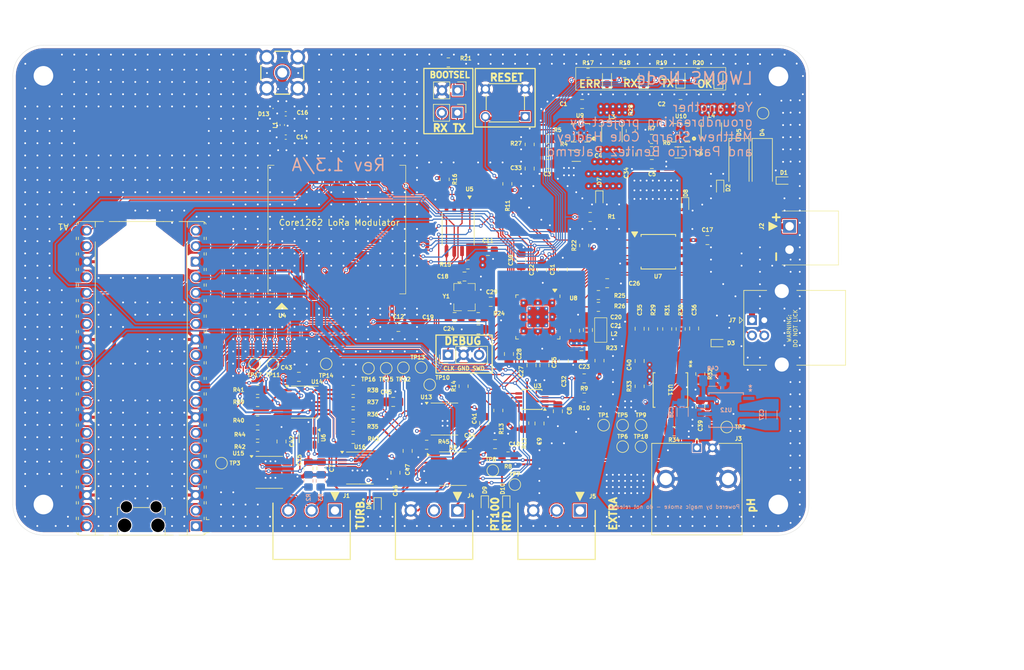
<source format=kicad_pcb>
(kicad_pcb (version 20241229) (generator "pcbnew") (generator_version "9.0")
  (layers (0 "F.Cu" signal) (4 "In1.Cu" signal) (6 "In2.Cu" signal) (2 "B.Cu" signal) (13 "F.Paste" user) (15 "B.Paste" user) (5 "F.SilkS" user "F.Silkscreen") (7 "B.SilkS" user "B.Silkscreen") (1 "F.Mask" user) (3 "B.Mask" user) (25 "Edge.Cuts" user))
  (net 0 "")
  (net 1 "GND")
  (net 2 "/V_{IN}")
  (net 3 "+3V3")
  (net 4 "+5V")
  (net 5 "Net-(U8-XIN)")
  (net 6 "Net-(U3-EN)")
  (net 7 "+1V1")
  (net 8 "/MCU/VREG_AVDD")
  (net 9 "/V_{BATT}")
  (net 10 "/USB_VBUS")
  (net 11 "/TURB_IN")
  (net 12 "Net-(J1-Pin_3)")
  (net 13 "/PH_IN")
  (net 14 "/EXTRA_IN")
  (net 15 "Net-(D13-A2)")
  (net 16 "/RTD_SEN")
  (net 17 "/USB_D+")
  (net 18 "/USB_D-")
  (net 19 "Net-(J9-Pin_1)")
  (net 20 "/MCU/SWCLK")
  (net 21 "/MCU/SWD")
  (net 22 "/MCU/VREG_LX")
  (net 23 "/MCU/~{RESET}")
  (net 24 "Net-(U5-~{HOLD})")
  (net 25 "Net-(U5-~{WP})")
  (net 26 "/MCU/QSPI_SS")
  (net 27 "Net-(U8-XOUT)")
  (net 28 "Net-(U8-USB_DP)")
  (net 29 "Net-(U8-USB_DM)")
  (net 30 "Net-(C19-Pad2)")
  (net 31 "/Software-Defined Instrumentation Amplifier/IN+")
  (net 32 "/Software-Defined Instrumentation Amplifier/V_{offset+}")
  (net 33 "/Software-Defined Instrumentation Amplifier/V_{offset-}")
  (net 34 "Net-(U11A-+)")
  (net 35 "/Software-Defined Instrumentation Amplifier/V_SENSOR_WITH_DC_OFFSET")
  (net 36 "/Software-Defined Instrumentation Amplifier/RGain+")
  (net 37 "Net-(C36-Pad2)")
  (net 38 "/Software-Defined Instrumentation Amplifier/RGain-")
  (net 39 "Net-(U11A--)")
  (net 40 "Net-(U12-CAP+)")
  (net 41 "Net-(U12-CAP-)")
  (net 42 "/Software-Defined Instrumentation Amplifier/OUT")
  (net 43 "/PH_RAW")
  (net 44 "/SENSOR_SEL_1")
  (net 45 "/SENSOR_SEL_0")
  (net 46 "/~{SENSOR_EN}")
  (net 47 "/Software-Defined Instrumentation Amplifier/IN-")
  (net 48 "/LoRa_BUSY")
  (net 49 "/LoRa_~{RESET}")
  (net 50 "/LoRa_IRQ")
  (net 51 "/SPI_SCK_{0}")
  (net 52 "Net-(U4-DIO2)")
  (net 53 "/LoRa_CS")
  (net 54 "/SPI_MISO_{0}")
  (net 55 "/SPI_MOSI_{0}")
  (net 56 "/~{FLASH_CS}")
  (net 57 "/MCU/QSPI_SD1")
  (net 58 "/MCU/QSPI_SD3")
  (net 59 "/MCU/QSPI_SCLK")
  (net 60 "/MCU/QSPI_SD0")
  (net 61 "/MCU/QSPI_SD2")
  (net 62 "/MCU/GPIO14")
  (net 63 "/PH Sensor Pre-Amplifier ALT/-5V")
  (net 64 "/UART_TX_{0}")
  (net 65 "/MCU/GPIO15")
  (net 66 "/MCU/GPIO24")
  (net 67 "/MCU/GPIO25")
  (net 68 "/UART_RX_{0}")
  (net 69 "Net-(U9-PS{slash}SYNC)")
  (net 70 "/MCU/GPIO28_ADC2")
  (net 71 "/MCU/GPIO29_ADC3")
  (net 73 "/MCU/GPIO17")
  (net 74 "/MCU/GPIO20")
  (net 75 "/I2C_SDA_{1}_5V")
  (net 76 "/I2C_SCL_{1}_5V")
  (net 77 "/I2C_SDA_{1}")
  (net 78 "/I2C_SCL_{1}")
  (net 79 "Net-(D11-A)")
  (net 80 "Net-(D12-A)")
  (net 81 "/RF_OUT")
  (net 82 "Net-(C47-Pad1)")
  (net 83 "/ERR_LED")
  (net 84 "/RX_LED")
  (net 85 "/TX_LED")
  (net 86 "/STATUS_LED")
  (net 87 "Net-(D14-A)")
  (net 88 "Net-(U10-PS{slash}SYNC)")
  (net 89 "/Buck-Boost Regulator Layout/FB")
  (net 90 "/Buck-Boost Regulator Layout1/FB")
  (net 91 "Net-(U9-L2)")
  (net 92 "Net-(U9-L1)")
  (net 93 "Net-(U10-L1)")
  (net 94 "Net-(U10-L2)")
  (net 95 "/5V_EN")
  (net 96 "/MCU/GPIO13")
  (net 97 "/MCU/GPIO12")
  (net 98 "Net-(D15-A)")
  (net 100 "Net-(U11B--)")
  (net 101 "Net-(U14D-+)")
  (net 102 "Net-(U14D--)")
  (net 103 "Net-(R39-Pad1)")
  (net 104 "Net-(R40-Pad2)")
  (net 105 "Net-(U14C--)")
  (net 106 "Net-(U14C-+)")
  (net 107 "/Software-Defined Instrumentation Amplifier/REF")
  (net 111 "Net-(U15-P0B)")
  (net 113 "Net-(U16-P0B)")
  (footprint "Capacitor_SMD:C_0805_2012Metric_Pad1.18x1.45mm_HandSolder" (layer "F.Cu") (at 163.36197 77.25947 180)
    (property "Reference" "C3")
    (property "Value" "4p")
  )
  (footprint "LWQMS:SOIC_208MIL_WIN-M" (layer "F.Cu") (at 183.405 114.16285 -90)
    (property "Reference" "U11")
    (property "Value" "TL082")
  )
  (footprint "MountingHole:MountingHole_3.2mm_M3_DIN965_Pad" (layer "F.Cu") (at 81.02447 132.85947)
    (property "Reference" "REF**" (hide yes))
    (property "Value" "MountingHole_3.2mm_M3_DIN965_Pad" (hide yes))
  )
  (footprint "LWQMS:SOIC127P790X216-8N" (layer "F.Cu") (at 148.74447 87.85947 -90)
    (property "Reference" "U5")
    (property "Value" "MX25L3233FM2I-08Q" (hide yes))
  )
  (footprint "Resistor_SMD:R_0805_2012Metric_Pad1.20x1.40mm_HandSolder" (layer "F.Cu") (at 116 114.1375 180)
    (property "Reference" "R41")
    (property "Value" "10k")
  )
  (footprint "Capacitor_SMD:C_0805_2012Metric_Pad1.18x1.45mm_HandSolder" (layer "F.Cu") (at 150.6625 123)
    (property "Reference" "C44")
    (property "Value" "100n")
  )
  (footprint "Capacitor_SMD:C_0805_2012Metric_Pad1.18x1.45mm_HandSolder" (layer "F.Cu") (at 178.3816 109.41855 -90)
    (property "Reference" "C40")
    (property "Value" "100n")
  )
  (footprint "Capacitor_SMD:C_0805_2012Metric_Pad1.18x1.45mm_HandSolder" (layer "F.Cu") (at 168.88697 108.47947 180)
    (property "Reference" "C23")
    (property "Value" "4.7u")
  )
  (footprint "Package_SO:TSSOP-16_4.4x5mm_P0.65mm" (layer "F.Cu") (at 147.8875 127)
    (property "Reference" "U2")
    (property "Value" "TMUX1309")
  )
  (footprint "TestPoint:TestPoint_Pad_D1.5mm" (layer "F.Cu") (at 198.52447 68.95947)
    (property "Reference" "TP4" (hide yes))
    (property "Value" "TestPoint")
  )
  (footprint "LOGO" (layer "F.Cu") (at 98.02447 71.85947)
    (property "Reference" "G***" (hide yes))
    (property "Value" "LOGO" (hide yes))
  )
  (footprint "Capacitor_SMD:C_0402_1005Metric_Pad0.74x0.62mm_HandSolder" (layer "F.Cu") (at 120.59197 72.85947)
    (property "Reference" "C14")
    (property "Value" "C")
  )
  (footprint "Package_SO:TSSOP-14_4.4x5mm_P0.65mm" (layer "F.Cu") (at 146.5 118.9)
    (property "Reference" "U13")
    (property "Value" "MCP4651T-503E_ST")
  )
  (footprint "Resistor_SMD:R_0805_2012Metric_Pad1.20x1.40mm_HandSolder" (layer "F.Cu") (at 171.64447 98.64947)
    (property "Reference" "R25")
    (property "Value" "27R")
  )
  (footprint "TestPoint:TestPoint_Pad_D1.5mm" (layer "F.Cu") (at 158 129.6)
    (property "Reference" "TP7")
    (property "Value" "TestPoint")
  )
  (footprint "Capacitor_SMD:C_0805_2012Metric_Pad1.18x1.45mm_HandSolder" (layer "F.Cu") (at 187.2816 104.11855 90)
    (property "Reference" "C36")
    (property "Value" "1u")
  )
  (footprint "LWQMS:IND_LQH3NPZ2R2MMEL" (layer "F.Cu") (at 173.84947 72.14947 90)
    (property "Reference" "L3")
    (property "Value" "2.2uH")
  )
  (footprint "Capacitor_SMD:C_0805_2012Metric_Pad1.18x1.45mm_HandSolder" (layer "F.Cu") (at 165.82447 94.5 90)
    (property "Reference" "C31")
    (property "Value" "100n")
  )
  (footprint "Resistor_SMD:R_0805_2012Metric_Pad1.20x1.40mm_HandSolder" (layer "F.Cu") (at 182.8816 104.19355 -90)
    (property "Reference" "R31")
    (property "Value" "1k")
  )
  (footprint "Resistor_SMD:R_0805_2012Metric_Pad1.20x1.40mm_HandSolder" (layer "F.Cu") (at 155.3 117.5 90)
    (property "Reference" "R13")
    (property "Value" "1k")
  )
  (footprint "Resistor_SMD:R_0805_2012Metric_Pad1.20x1.40mm_HandSolder" (layer "F.Cu") (at 175.95697 62.38947)
    (property "Reference" "R18")
    (property "Value" "165R")
  )
  (footprint "Capacitor_SMD:C_0805_2012Metric_Pad1.18x1.45mm_HandSolder" (layer "F.Cu") (at 153.60697 91.45947)
    (property "Reference" "C11")
    (property "Value" "100n")
  )
  (footprint "Capacitor_SMD:C_1206_3216Metric_Pad1.33x1.80mm_HandSolder" (layer "F.Cu") (at 184.81947 75.35947 180)
    (property "Reference" "C6")
    (property "Value" "47uF")
  )
  (footprint "Resistor_SMD:R_0805_2012Metric_Pad1.20x1.40mm_HandSolder" (layer "F.Cu") (at 156.9 125 180)
    (property "Reference" "R8")
    (property "Value" "100R")
  )
  (footprint "Resistor_SMD:R_0805_2012Metric_Pad1.20x1.40mm_HandSolder" (layer "F.Cu") (at 156.77447 80.49697 90)
    (property "Reference" "R11")
    (property "Value" "10k")
  )
  (footprint "Resistor_SMD:R_0805_2012Metric_Pad1.20x1.40mm_HandSolder" (layer "F.Cu") (at 147.14447 60.65947 180)
    (property "Reference" "R21")
    (property "Value" "1k")
  )
  (footprint "TestPoint:TestPoint_Pad_D1.5mm" (layer "F.Cu") (at 127.2 109.9)
    (property "Reference" "TP14")
    (property "Value" "TestPoint")
  )
  (footprint "Capacitor_SMD:C_0805_2012Metric_Pad1.18x1.45mm_HandSolder" (layer "F.Cu") (at 162.02447 119.62197 -90)
    (property "Reference" "C9")
    (property "Value" "100n")
  )
  (footprint "Resistor_SMD:R_0805_2012Metric_Pad1.20x1.40mm_HandSolder" (layer "F.Cu") (at 163.36197 73.15947 180)
    (property "Reference" "R5")
    (property "Value" "100k")
  )
  (footprint "LWQMS:CONV_TPS63000DRCR" (layer "F.Cu") (at 185.05697 72.15947 180)
    (property "Reference" "U10")
    (property "Value" "TPS63000")
  )
  (footprint "LWQMS:LINX_CONBNC002" (layer "F.Cu") (at 187.73 128.69)
    (property "Reference" "J3")
    (property "Value" "CONBNC002")
  )
  (footprint "Capacitor_SMD:C_0805_2012Metric_Pad1.18x1.45mm_HandSolder" (layer "F.Cu") (at 152.06197 104.25947 180)
    (property "Reference" "C24")
    (property "Value" "4.7u")
  )
  (footprint "Resistor_SMD:R_0805_2012Metric_Pad1.20x1.40mm_HandSolder" (layer "F.Cu") (at 116 119.1375)
    (property "Reference" "R40")
    (property "Value" "10k")
  )
  (footprint "Resistor_SMD:R_0805_2012Metric_Pad1.20x1.40mm_HandSolder" (layer "F.Cu") (at 185.0816 104.19355 90)
    (property "Reference" "R30")
    (property "Value" "3k")
  )
  (footprint "Package_SO:TSSOP-14_4.4x5mm_P0.65mm" (layer "F.Cu") (at 117.9 127.6)
    (property "Reference" "U15")
    (property "Value" "MCP4651T-503E_ST")
  )
  (footprint "LWQMS:OQ0332510000G" (layer "F.Cu") (at 128.624474 133.829474 180)
    (property "Reference" "J1")
    (property "Value" "OQ0332510000G" (hide yes))
  )
  (footprint "Resistor_SMD:R_0805_2012Metric_Pad1.20x1.40mm_HandSolder" (layer "F.Cu") (at 131.6 116.1375 180)
    (property "Reference" "R37")
    (property "Value" "10k")
  )
  (footprint "Capacitor_SMD:C_0805_2012Metric_Pad1.18x1.45mm_HandSolder" (layer "F.Cu") (at 159.02447 92.95947 90)
    (property "Reference" "C30")
    (property "Value" "100n")
  )
  (footprint "Diode_SMD:D_SOD-523" (layer "F.Cu") (at 201.92447 79.95947)
    (property "Reference" "D1")
    (property "Value" "T5V0S5A-7")
  )
  (footprint "Capacitor_SMD:C_0805_2012Metric_Pad1.18x1.45mm_HandSolder" (layer "F.Cu") (at 148.16197 102.25947)
    (property "Reference" "C19")
    (property "Value" "15p")
  )
  (footprint "Capacitor_SMD:C_0805_2012Metric_Pad1.18x1.45mm_HandSolder" (layer "F.Cu") (at 124.3 126.9625 -90)
    (property "Reference" "C15")
    (property "Value" "100n")
  )
  (footprint "Resistor_SMD:R_0805_2012Metric_Pad1.20x1.40mm_HandSolder" (layer "F.Cu") (at 180.32447 75.15947 180)
    (property "Reference" "R6")
    (property "Value" "910k")
  )
  (footprint "Resistor_SMD:R_0805_2012Metric_Pad1.20x1.40mm_HandSolder" (layer "F.Cu") (at 159.53447 119.56697 90)
    (property "Reference" "R12")
    (property "Value" "200k")
  )
  (footprint "Resistor_SMD:R_0805_2012Metric_Pad1.20x1.40mm_HandSolder" (layer "F.Cu") (at 143.6 123.1 180)
    (property "Reference" "R45")
    (property "Value" "100R")
  )
  (footprint "LWQMS:CONV_TPS63000DRCR" (layer "F.Cu") (at 168.72447 72.15947 180)
    (property "Reference" "U9")
    (property "Value" "TPS63000")
  )
  (footprint "Resistor_SMD:R_0805_2012Metric_Pad1.20x1.40mm_HandSolder" (layer "F.Cu") (at 149.63247 113.53247 -90)
    (property "Reference" "R14")
    (property "Value" "1k")
  )
  (footprint "Resistor_SMD:R_0805_2012Metric_Pad1.20x1.40mm_HandSolder" (layer "F.Cu") (at 181.95697 62.38947)
    (property "Reference" "R19")
    (property "Value" "165R")
  )
  (footprint "Diode_SMD:D_0201_0603Metric_Pad0.64x0.40mm_HandSolder" (layer "F.Cu") (at 119.55697 68.18447)
    (property "Reference" "D13")
    (property "Value" "ESDARF02-1BU2CK")
  )
  (footprint "Resistor_SMD:R_0805_2012Metric_Pad1.20x1.40mm_HandSolder" (layer "F.Cu") (at 169.32447 115.4 180)
    (property "Reference" "R10")
    (property "Value" "1k")
  )
  (footprint "LED_SMD:LED_0603_1608Metric_Pad1.05x0.95mm_HandSolder" (layer "F.Cu") (at 185.04447 63.21447 90)
    (property "Reference" "D14" (hide yes))
    (property "Value" "LED")
  )
  (footprint "Module:RaspberryPi_Pico_Common_Unspecified" (layer "F.Cu") (at 96.99947 112.25947 180)
    (property "Reference" "A1")
    (property "Value" "RaspberryPi_Pico")
  )
  (footprint "Capacitor_SMD:C_0805_2012Metric_Pad1.18x1.45mm_HandSolder" (layer "F.Cu") (at 140.5 124.1 -90)
    (property "Reference" "C47")
    (property "Value" "100n")
  )
  (footprint "LWQMS:ABM8-272-T3" (layer "F.Cu") (at 148.92447 97.78447 -90)
    (property "Reference" "Y1")
    (property "Value" "ABM8-272-T3")
  )
  (footprint "Capacitor_SMD:C_0805_2012Metric_Pad1.18x1.45mm_HandSolder" (layer "F.Cu") (at 153 119.5375 90)
    (property "Reference" "C41")
    (property "Value" "100n")
  )
  (footprint "Capacitor_SMD:C_0805_2012Metric_Pad1.18x1.45mm_HandSolder" (layer "F.Cu") (at 122.7375 112)
    (property "Reference" "C43")
    (property "Value" "100n")
  )
  (footprint "Capacitor_SMD:C_0805_2012Metric_Pad1.18x1.45mm_HandSolder" (layer "F.Cu") (at 178.3816 104.15605 90)
    (property "Reference" "C35")
    (property "Value" "2.2n")
  )
  (footprint "LWQMS:SOIC_208MIL_WIN-M" (layer "F.Cu") (at 181.43447 91.57947)
    (property "Reference" "U7")
    (property "Value" "W25Q128JVSIQ TR")
  )
  (footprint "Capacitor_SMD:C_0805_2012Metric_Pad1.18x1.45mm_HandSolder" (layer "F.Cu") (at 119.9 122.5625 -90)
    (property "Reference" "C42")
    (property "Value" "100n")
  )
  (footprint "LWQMS:Core1262" (layer "F.Cu") (at 140.20447 78.45947 180)
    (property "Reference" "U4")
    (property "Value" "Core1262 HF" (hide yes))
  )
  (footprint "TestPoint:TestPoint_Pad_D1.5mm" (layer "F.Cu") (at 172.5 119.9)
    (property "Reference" "TP1")
    (property "Value" "TestPoint")
  )
  (footprint "LED_SMD:LED_0603_1608Metric_Pad1.05x0.95mm_HandSolder" (layer "F.Cu") (at 191.24447 63.26447 90)
    (property "Reference" "D15" (hide yes))
    (property "Value" "LED")
  )
  (footprint "Capacitor_SMD:C_0805_2012Metric_Pad1.18x1.45mm_HandSolder" (layer "F.Cu") (at 173.07697 96.71947)
    (property "Reference" "C26")
    (property "Value" "100n")
  )
  (footprint "Capacitor_SMD:C_1206_3216Metric_Pad1.33x1.80mm_HandSolder" (layer "F.Cu") (at 168.03447 75.90947 180)
    (property "Reference" "C4")
    (property "Value" "47uF")
  )
  (footprint "TestPoint:TestPoint_Pad_D1.5mm" (layer "F.Cu") (at 110.1 126.1)
    (property "Reference" "TP3")
    (property "Value" "TestPoint")
  )
  (footprint "Capacitor_SMD:C_0805_2012Metric_Pad1.18x1.45mm_HandSolder" (layer "F.Cu") (at 160.42447 77.99697 -90)
    (property "Reference" "C33")
    (property "Value" "100n")
  )
  (footprint "Capacitor_SMD:C_0805_2012Metric_Pad1.18x1.45mm_HandSolder" (layer "F.Cu") (at 138.1375 116.1)
    (property "Reference" "C45")
    (property "Value" "100n")
  )
  (footprint "Connector_PinHeader_2.54mm:PinHeader_1x02_P2.54mm_Vertical" (layer "F.Cu") (at 148.64447 65.22947 -90)
    (property "Reference" "J9" (hide yes))
    (property "Value" "Conn_01x02" (hide yes))
  )
  (footprint "Connector_PinHeader_2.54mm:PinHeader_1x03_P2.54mm_Vertical" (layer "F.Cu") (at 147.08447 108.40947 90)
    (property "Reference" "J10" (hide yes))
    (property "Value" "Conn_01x03" (hide yes))
  )
  (footprint "Diode_SMD:D_SOD-523" (layer "F.Cu") (at 191.52447 81.15947 -90)
    (property "Reference" "D2")
    (property "Value" "T5V0S5A-7")
  )
  (footprint "Package_SO:TSSOP-14_4.4x5mm_P0.65mm" (layer "F.Cu") (at 123.7 116.1375)
    (property "Reference" "U14")
    (property "Value" "LMV324")
  )
  (footprint "Diode_SMD:D_SOD-523" (layer "F.Cu") (at 185.8 84 -90)
    (property "Reference" "D8")
    (property "Value" "T5V0S5A-7")
  )
  (footprint "Diode_SMD:D_SOD-523" (layer "F.Cu") (at 156.6 132.7 -90)
    (property "Reference" "D10")
    (property "Value" "T5V0S5A-7")
  )
  (footprint "TestPoint:TestPoint_Pad_D1.5mm" (layer "F.Cu") (at 192.6 120.2)
    (property "Reference" "TP2")
    (property "Value" "TestPoint")
  )
  (footprint "TestPoint:TestPoint_Pad_D1.5mm" (layer "F.Cu") (at 175.6 119.9)
    (property "Reference" "TP5")
    (property "Value" "TestPoint")
  )
  (footprint "Package_SO:TSSOP-8_3x3mm_P0.65mm" (layer "F.Cu") (at 160.8 115.7 180)
    (property "Reference" "U3")
    (property "Value" "LSF0102")
  )
  (footprint "Connector_USB:USB_B_Lumberg_2411_02_Horizontal" (layer "F.Cu") (at 196.72947 102.75447)
    (property "Reference" "J7")
    (property "Value" "USB_B")
  )
  (footprint "LED_SMD:LED_0603_1608Metric_Pad1.05x0.95mm_HandSolder" (layer "F.Cu") (at 179.04447 63.26447 90)
    (property "Reference" "D12" (hide yes))
    (property "Value" "LED")
  )
  (footprint "Capacitor_SMD:C_0805_2012Metric_Pad1.18x1.45mm_HandSolder" (layer "F.Cu") (at 149.77197 95.62947 180)
    (property "Reference" "C18")
    (property "Value" "15p")
  )
  (footprint "Resistor_SMD:R_0805_2012Metric_Pad1.20x1.40mm_HandSolder" (layer "F.Cu") (at 116 121.4375 180)
    (property "Reference" "R44")
    (property "Value" "10k")
  )
  (footprint "Diode_SMD:D_SOD-523" (layer "F.Cu") (at 153.1 132.7 -90)
    (property "Reference" "D9")
    (property "Value" "T5V0S5A-7")
  )
  (footprint "TestPoint:TestPoint_Pad_D1.5mm" (layer "F.Cu") (at 137 110.616)
    (property "Reference" "TP15")
    (property "Value" "TestPoint_Small")
  )
  (footprint "MountingHole:MountingHole_3.2mm_M3_DIN965_Pad" (layer "F.Cu") (at 201.02447 132.85947)
    (property "Reference" "REF**" (hide yes))
    (property "Value" "MountingHole_3.2mm_M3_DIN965_Pad" (hide yes))
  )
  (footprint "Capacitor_SMD:C_0805_2012Metric_Pad1.18x1.45mm_HandSolder" (layer "F.Cu") (at 162.82447 110.12197 -90)
    (property "Reference" "C25")
    (property "Value" "100n")
  )
  (footprint "LWQMS:AOTA-B201610S3R3-101-T" (layer "F.Cu") (at 172.02447 103.35947 -90)
    (property "Reference" "L2")
    (property "Value" "3.3u")
  )
  (footprint "Capacitor_SMD:C_0805_2012Metric_Pad1.18x1.45mm_HandSolder" (layer "F.Cu") (at 162.42447 94.55947 90)
    (property "Reference" "C22")
    (property "Value" "100n")
  )
  (footprint "Resistor_SMD:R_0805_2012Metric_Pad1.20x1.40mm_HandSolder" (layer "F.Cu") (at 178.3816 113.55605 -90)
    (property "Reference" "R33")
    (property "Value" "60k")
  )
  (footprint "TestPoint:TestPoint_Pad_D1.5mm" (layer "F.Cu") (at 142.7 110.466)
    (property "Reference" "TP13")
    (property "Value" "TestPoint")
  )
  (footprint "Capacitor_SMD:C_0805_2012Metric_Pad1.18x1.45mm_HandSolder" (layer "F.Cu") (at 177.02447 75.69697 -90)
    (property "Reference" "C34")
    (property "Value" "100n")
  )
  (footprint "TestPoint:TestPoint_Pad_D1.5mm" (layer "F.Cu") (at 178.6 123.4)
    (property "Reference" "TP18")
    (property "Value" "TestPoint_Small")
  )
  (footprint "Resistor_SMD:R_0805_2012Metric_Pad1.20x1.40mm_HandSolder" (layer "F.Cu") (at 146.54447 79.75947 -90)
    (property "Reference" "R16")
    (property "Value" "10k")
  )
  (footprint "Capacitor_SMD:C_0805_2012Metric_Pad1.18x1.45mm_HandSolder" (layer "F.Cu") (at 180.36197 77.25947 180)
    (property "Reference" "C5")
    (property "Value" "2.4p")
  )
  (footprint "Diode_SMD:D_SOD-523" (layer "F.Cu") (at 135.6 133 -90)
    (property "Reference" "D6")
    (property "Value" "T5V0S5A-7")
  )
  (footprint "Diode_SMD:D_SMA_Handsoldering" (layer "F.Cu") (at 198.4 77.6 -90)
    (property "Reference" "D4")
    (property "Value" "B240AE-13")
  )
  (footprint "Resistor_SMD:R_0805_2012Metric_Pad1.20x1.40mm_HandSolder" (layer "F.Cu") (at 116 123.4375)
    (property "Reference" "R42")
    (property "Value" "10k")
  )
  (footprint "Resistor_SMD:R_0805_2012Metric_Pad1.20x1.40mm_HandSolder" (layer "F.Cu") (at 184 120.9)
    (property "Reference" "R34")
    (property "Value" "30k")
  )
  (footprint "Resistor_SMD:R_0805_2012Metric_Pad1.20x1.40mm_HandSolder" (layer "F.Cu") (at 131.6 114.1375 180)
    (property "Reference" "R38")
    (property "Value" "10k")
  )
  (footprint "TestPoint:TestPoint_Pad_D1.5mm" (layer "F.Cu") (at 154.4 127.3)
    (property "Reference" "TP8")
    (property "Value" "TestPoint")
  )
  (footprint "LWQMS:SAMTEC_SMA-J-P-X-RA-TH1" (layer "F.Cu") (at 120.02447 62.34947 -90)
    (property "Reference" "J8" (hide yes))
    (property "Value" "SMA-J-P-X-RA-TH1")
  )
  (footprint "TestPoint:TestPoint_Pad_D1.5mm" (layer "F.Cu") (at 144.1 113.3)
    (property "Reference" "TP10")
    (property "Value" "TestPoint")
  )
  (footprint "Capacitor_SMD:C_0805_2012Metric_Pad1.18x1.45mm_HandSolder" (layer "F.Cu") (at 154.7625 123)
    (property "Reference" "C10")
    (property "Value" "100n")
  )
  (footprint "Capacitor_SMD:C_0805_2012Metric_Pad1.18x1.45mm_HandSolder" (layer "F.Cu") (at 154.06197 99.75947 180)
    (property "Reference" "C29")
    (property "Value" "100n")
  )
  (footprint "Resistor_SMD:R_0805_2012Metric_Pad1.20x1.40mm_HandSolder" (layer "F.Cu") (at 160.42447 74.05947 -90)
    (property "Reference" "R27")
    (property "Value" "100R")
  )
  (footprint "Resistor_SMD:R_0805_2012Metric_Pad1.20x1.40mm_HandSolder" (layer "F.Cu") (at 187.95697 62.38947)
    (property "Reference" "R20")
    (property "Value" "165R")
  )
  (footprint "Capacitor_SMD:C_0805_2012Metric_Pad1.18x1.45mm_HandSolder" (layer "F.Cu") (at 189.44447 89.67947)
    (property "Reference" "C17")
    (property "Value" "100n")
  )
  (footprint "Resistor_SMD:R_0805_2012Metric_Pad1.20x1.40mm_HandSolder" (layer "F.Cu") (at 169.32447 90.55947 90)
    (property "Reference" "R22")
    (property "Value" "10k")
  )
  (footprint "Resistor_SMD:R_0805_2012Metric_Pad1.20x1.40mm_HandSolder" (layer "F.Cu") (at 163.36197 75.25947 180)
    (property "Reference" "R4")
    (property "Value" "560k")
  )
  (footprint "LWQMS:OQ0332510000G" (layer "F.Cu") (at 168.624474 133.829474 180)
    (property "Reference" "J5")
    (property "Value" "OQ0332510000G" (hide yes))
  )
  (footprint "LED_SMD:LED_0603_1608Metric_Pad1.05x0.95mm_HandSolder" (layer "F.Cu") (at 173.04447 63.26447 90)
    (property "Reference" "D11" (hide yes))
    (property "Value" "LED")
  )
  (footprint "Capacitor_SMD:C_0805_2012Metric_Pad1.18x1.45mm_HandSolder" (layer "F.Cu") (at 138.5 127.6625 90)
    (property "Reference" "C46")
    (property "Value" "100n")
  )
  (footprint "Resistor_SMD:R_0805_2012Metric_Pad1.20x1.40mm_HandSolder" (layer "F.Cu") (at 170.3 85.9)
    (property "Reference" "R1")
    (property "Value" "100k")
  )
  (footprint "TestPoint:TestPoint_Pad_D1.5mm" (layer "F.Cu") (at 115.5 109.9)
    (property "Reference" "TP17")
    (property "Value" "TestPoint_Small")
  )
  (footprint "Package_TO_SOT_SMD:SOT-23-6" (layer "F.Cu") (at 124.34927 121.97077 -90)
    (property "Reference" "U6")
    (property "Value" "MCP3425Axx-xCH")
  )
  (footprint "LWQMS:OQ0332510000G" (layer "F.Cu") (at 148.624474 133.829474 180)
    (property "Reference" "J4")
    (property "Value" "OQ0332510000G" (hide yes))
  )
  (footprint "Capacitor_SMD:C_0402_1005Metric_Pad0.74x0.62mm_HandSolder" (layer "F.Cu") (at 120.59197 69.05947)
    (property "Reference" "C16")
    (property "Value" "C")
  )
  (footprint "TestPoint:TestPoint_Pad_D1.5mm" (layer "F.Cu") (at 134.1 110.616)
    (property "Reference" "TP16")
    (property "Value" "TestPoint_Small")
  )
  (footprint "Capacitor_SMD:C_0805_2012Metric_Pad1.18x1.45mm_HandSolder" (layer "F.Cu") (at 167.82447 104.45947 -90)
    (property "Reference" "C20")
    (property "Value" "4.7u")
  )
  (footprint "MountingHole:MountingHole_3.2mm_M3_DIN965_Pad" (layer "F.Cu") (at 81.02447 62.85947)
    (property "Reference" "REF**" (hide yes))
    (property "Value" "MountingHole_3.2mm_M3_DIN965_Pad" (hide yes))
  )
  (footprint "Capacitor_SMD:C_0805_2012Metric_Pad1.18x1.45mm_HandSolder" (layer "F.Cu") (at 157.03447 108.27947 -90)
    (property "Reference" "C28")
    (property "Value" "100n")
  )
  (footprint "TestPoint:TestPoint_Pad_D1.5mm" (layer "F.Cu") (at 139.8 110.516)
    (property "Reference" "TP12")
    (property "Value" "TestPoint")
  )
  (footprint "MountingHole:MountingHole_3.2mm_M3_DIN965_Pad" (layer "F.Cu") (at 201.04447 62.95947)
    (property "Reference" "REF**" (hide yes))
    (property "Value" "MountingHole_3.2mm_M3_DIN965_Pad" (hide yes))
  )
  (footprint "Capacitor_SMD:C_0805_2012Metric_Pad1.18x1.45mm_HandSolder" (layer "F.Cu") (at 138.98697 103.85947)
    (property "Reference" "C12")
    (property "Value" "100n")
  )
  (footprint "Resistor_SMD:R_0805_2012Metric_Pad1.20x1.40mm_HandSolder" (layer "F.Cu") (at 169.32447 112.25947 180)
    (property "Reference" "R9")
    (property "Value" "1k")
  )
  (footprint "Capacitor_SMD:C_0805_2012Metric_Pad1.18x1.45mm_HandSolder" (layer "F.Cu") (at 165.02447 117.62197 -90)
    (property "Reference" "C8")
    (property "Value" "100n")
  )
  (footprint "Resistor_SMD:R_0805_2012Metric_Pad1.20x1.40mm_HandSolder" (layer "F.Cu") (at 131.6 122.1375)
    (property "Reference" "R43")
    (property "Value" "10k")
  )
  (footprint "Resistor_SMD:R_0805_2012Metric_Pad1.20x1.40mm_HandSolder" (layer "F.Cu") (at 150.33197 93.65947 180)
    (property "Reference" "R15")
    (property "Value" "10k")
  )
  (footprint "Capacitor_SMD:C_0805_2012Metric_Pad1.18x1.45mm_HandSolder" (layer "F.Cu") (at 185.06197 67.45947 180)
    (property "Reference" "C2")
    (property "Value" "22uF")
  )
  (footprint "Diode_SMD:D_SOD-523" (layer "F.Cu") (at 191.3 106.5)
    (property "Reference" "D3")
    (property "Value" "T5V0S5A-7")
  )
  (footprint "Resistor_SMD:R_0805_2012Metric_Pad1.20x1.40mm_HandSolder" (layer "F.Cu") (at 116 116.1375 180)
    (property "Reference" "R39")
    (property "Value" "10k")
  )
  (footprint "Capacitor_SMD:C_0805_2012Metric_Pad1.18x1.45mm_HandSolder" (layer "F.Cu") (at 165.98447 109.41697 -90)
    (property "Reference" "C32")
    (property "Value" "100n")
  )
  (footprint "Resistor_SMD:R_0805_2012Metric_Pad1.20x1.40mm_HandSolder" (layer "F.Cu") (at 169.95697 62.38947)
    (property "Reference" "R17")
    (property "Value" "75R")
  )
  (footprint "TestPoint:TestPoint_Pad_D1.5mm" (layer "F.Cu") (at 178.6 119.9)
    (property "Reference" "TP9")
    (property "Value" "TestPoint")
  )
  (footprint "Resistor_SMD:R_0805_2012Metric_Pad1.20x1.40mm_HandSolder" (layer "F.Cu") (at 171.82447 109.35947 90)
    (property "Reference" "R23")
    (property "Value" "33R")
  )
  (footprint "Inductor_SMD:L_0402_1005Metric_Pad0.77x0.64mm_HandSolder" (layer "F.Cu") (at 120.02447 70.88697 90)
    (property "Reference" "L1")
    (property "Value" "L")
  )
  (footprint "LWQMS:IND_LQH3NPZ2R2MMEL" (layer "F.Cu") (at 190.09197 72.02947 90)
    (property "Reference" "L4")
    (property "Value" "2.2uH")
  )
  (footprint "Capacitor_SMD:C_0805_2012Metric_Pad1.18x1.45mm_HandSolder" (layer "F.Cu") (at 168.98697 67.45947 180)
    (property "Reference" "C1")
    (property "Value" "22uF")
  )
  (footprint "TestPoint:TestPoint_Pad_D1.5mm" (layer "F.Cu") (at 118.5 109.9)
    (property "Reference" "TP11")
    (property "Value" "TestPoint")
  )
  (footprint "LWQMS:OQ0232510000G" (layer "F.Cu") (at 202.854474 87.429474 -90)
    (property "Reference" "J2")
    (property "Value" "OQ0232510000G" (hide yes))
  )
  (footprint "LWQMS:RP2350-QFN-60-1EP_7x7_P0.4mm_EP3.4x3.4mm_ThermalVias" (layer "F.Cu") (at 161.75947 102.22947 -90)
    (property "Reference" "U8")
    (property "Value" "RP2350_60QFN")
  )
  (footprint "Capacitor_SMD:C_0805_2012Metric_Pad1.18x1.45mm_HandSolder" (layer "F.Cu") (at 160.72447 110.12197 -90)
    (property "Reference" "C27")
    (property "Value" "100n")
  )
  (footprint "LWQMS:SW4_1825910-B_TEC" (layer "F.Cu") (at 153.199469 65.00947 180)
    (property "Reference" "SW1" (hide yes))
    (property "Value" "Tactile Pushbutton" (hide yes))
  )
  (footprint "Connector_PinHeader_2.54mm:PinHeader_1x02_P2.54mm_Vertical" (layer "F.Cu") (at 148.61947 68.88947 -90)
    (property "Reference" "J6" (hide yes))
    (property "Value" "Conn_01x02" (hide yes))
  )
  (footprint "Capacitor_SMD:C_0805_2012Metric_Pad1.18x1.45mm_HandSolder" (layer "F.Cu") (at 126.41687 126.94757 -90)
    (property "Reference" "C7")
    (property "Value" "4.7u")
  )
  (footprint "Resistor_SMD:R_0805_2012Metric_Pad1.20x1.40mm_HandSolder" (layer "F.Cu") (at 131.6 118.1375 180)
    (property "Reference" "R36")
    (property "Value" "10k")
  )
  (footprint "Resistor_SMD:R_0805_2012Metric_Pad1.20x1.40mm_HandSolder" (layer "F.Cu") (at 176.92447 71.85947 -90)
    (property "Reference" "R28")
    (property "Value" "100R")
  )
  (footprint "Diode_SMD:D_SOD-523" (layer "F.Cu") (at 171.8 82.9 -90)
    (property "Reference" "D7")
    (property "Value" "T3V3S5A-7")
  )
  (footprint "Capacitor_SMD:C_0805_2012Metric_Pad1.18x1.45mm_HandSolder" (layer "F.Cu") (at 169.92447 104.35947 -90)
    (property "Reference" "C21")
    (property "Value" "4.7u")
  )
  (footprint "Package_SO:TSSOP-14_4.4x5mm_P0.65mm" (layer "F.Cu") (at 132.7 126.9)
    (property "Reference" "U16")
    (property "Value" "MCP4651T-503E_ST")
  )
  (footprint "Resistor_SMD:R_0805_2012Metric_Pad1.20x1.40mm_HandSolder" (layer "F.Cu") (at 131.6 120.1375 180)
    (property "Reference" "R35")
    (property "Value" "10k")
  )
  (footprint "Resistor_SMD:R_0805_2012Metric_Pad1.20x1.40mm_HandSolder" (layer "F.Cu") (at 180.32447 73.15947 180)
    (property "Reference" "R7")
    (property "Value" "100k")
  )
  (footprint "Capacitor_SMD:C_0805_2012Metric_Pad1.18x1.45mm_HandSolder" (layer "F.Cu") (at 188.2816 116.89355 90)
    (property "Reference" "C39")
    (property "Value" "100n")
  )
  (footprint "TestPoint:TestPoint_Pad_D1.5mm" (layer "F.Cu") (at 175.6 123.4)
    (property "Reference" "TP6")
    (property "Value" "TestPoint")
  )
  (footprint "Resistor_SMD:R_0805_2012Metric_Pad1.20x1.40mm_HandSolder" (layer "F.Cu") (at 188.2816 111.53105 -90)
    (property "Reference" "R32")
    (property "Value" "30k")
  )
  (footprint "Diode_SMD:D_SMA_Handsoldering" (layer "F.Cu") (at 194.6 77.6 -90)
    (property "Reference" "D5")
    (property "Value" "B240AE-13")
  )
  (footprint "Resistor_SMD:R_0805_2012Metric_Pad1.20x1.40mm_HandSolder" (layer "F.Cu") (at 171.64447 100.57947)
    (property "Reference" "R26")
    (property "Value" "27R")
  )
  (footprint "Resistor_SMD:R_0805_2012Metric_Pad1.20x1.40mm_HandSolder" (layer "F.Cu") (at 152.02447 102.25947 180)
    (property "Reference" "R24")
    (property "Value" "1k")
  )
  (footprint "Resistor_SMD:R_0805_2012Metric_Pad1.20x1.40mm_HandSolder" (layer "F.Cu") (at 180.5816 104.19355 -90)
    (property "Reference" "R29")
    (property "Value" "4.7M")
  )
  (footprint "Resistor_SMD:R_0805_2012Metric_Pad1.20x1.40mm_HandSolder" (layer "B.Cu") (at 126.3 129 90)
    (property "Reference" "R3")
    (property "Value" "4.7k")
  )
  (footprint "Capacitor_SMD:C_1206_3216Metric_Pad1.33x1.80mm_HandSolder" (layer "B.Cu") (at 185.4 117.77515 -90)
    (property "Reference" "C38")
    (property "Value" "100u")
  )
  (footprint "LWQMS:SOIC_208MIL_WIN-M" (layer "B.Cu") (at 192.4957 117.43265 180)
    (property "Reference" "U12")
    (property "Value" "LM2660MX")
  )
  (footprint "Capacitor_SMD:C_1206_3216Metric_Pad1.33x1.80mm_HandSolder" (layer "B.Cu") (at 199.9 118.20015 -90)
    (property "Reference" "C37")
    (property "Value" "100u")
  )
  (footprint "Capacitor_SMD:C_1206_3216Metric_Pad1.33x1.80mm_HandSolder" (layer "B.Cu") (at 190.3375 112.63765)
    (property "Reference" "C48")
    (property "Value" "100u")
  )
  (footprint "Resistor_SMD:R_0805_2012Metric_Pad1.20x1.40mm_HandSolder" (layer "B.Cu") (at 124.3 129 90)
    (property "Reference" "R2")
    (property "Value" "0R")
  )
  (gr_poly (pts (xy 177.09947 88.35947) (xy 178.02447 88.35947) (xy 177.57447 89.10947)) (stroke (width 0.2)) (fill yes) (layer "F.SilkS"))
  (gr_rect (start 151.53697 61.65947) (end 161.31197 71.20947) (stroke (width 0.2)) (fill no) (layer "F.SilkS"))
  (gr_poly (pts (xy 164.82447 97.70947) (xy 164.52447 98.10947) (xy 164.22447 97.70947)) (stroke (width 0.2)) (fill yes) (layer "F.SilkS"))
  (gr_rect (start 143.14447 61.64947) (end 151.14447 72.30947) (stroke (width 0.2)) (fill no) (layer "F.SilkS"))
  (gr_rect (start 145.12447 105.18447) (end 154.29947 111.38447) (stroke (width 0.2)) (fill no) (layer "F.SilkS"))
  (gr_rect (start 167.94447 61.48947) (end 192.44447 65.18947) (stroke (width 0.1)) (fill no) (layer "F.SilkS"))
  (gr_arc (start 201.02447 57.85947) (mid 204.560034 59.323924) (end 206.02447 62.85947) (stroke (width 0.05)) (layer "Edge.Cuts"))
  (gr_line (start 76.02447 62.85947) (end 76.02447 132.85947) (stroke (width 0.05)) (layer "Edge.Cuts"))
  (gr_line (start 201.0245 137.85947) (end 81.02447 137.85947) (stroke (width 0.05)) (layer "Edge.Cuts"))
  (gr_line (start 201.02447 57.85947) (end 81.02447 57.85947) (stroke (width 0.05)) (layer "Edge.Cuts"))
  (gr_arc (start 81.02447 137.85947) (mid 77.488936 136.395004) (end 76.02447 132.85947) (stroke (width 0.05)) (layer "Edge.Cuts"))
  (gr_line (start 206.02447 62.85947) (end 206.02447 132.85947) (stroke (width 0.05)) (layer "Edge.Cuts"))
  (gr_arc (start 76.02447 62.85947) (mid 77.488936 59.323936) (end 81.02447 57.85947) (stroke (width 0.05)) (layer "Edge.Cuts"))
  (gr_arc (start 206.02447 132.85947) (mid 204.560004 136.395004) (end 201.02447 137.85947) (stroke (width 0.05)) (layer "Edge.Cuts"))
  (gr_text "PT100\nRTD" (at 157.4 137.4 90) (layer "F.SilkS") (effects (font (size 1.2 1.2) (thickness 0.3) (bold yes)) (justify left bottom)))
  (gr_text "pH" (at 197.27447 134.35947 90) (layer "F.SilkS") (effects (font (size 1.2 1.2) (thickness 1.1) (bold yes)) (justify left bottom)))
  (gr_text "DEBUG" (at 146.32447 106.85947 0) (layer "F.SilkS") (effects (font (size 1.2 1.2) (thickness 0.3) (bold yes)) (justify left bottom)))
  (gr_text "CLK GND SWD" (at 146.25 111 0) (layer "F.SilkS") (effects (font (size 0.64 0.64) (thickness 0.15) (bold yes)) (justify left bottom)))
  (gr_text "OK" (at 187.64447 64.88947 0) (layer "F.SilkS") (effects (font (size 1.2 1.2) (thickness 0.24) (bold yes)) (justify left bottom)))
  (gr_text "WARNING:\nDO NOT LICK" (at 204.2 104.1 90) (layer "F.SilkS") (effects (font (size 0.64 0.64) (thickness 0.1)) (justify bottom)))
  (gr_text "RX TX" (at 144.44447 72.08947 0) (layer "F.SilkS") (effects (font (size 1.2 1.2) (thickness 0.3) (bold yes)) (justify left bottom)))
  (gr_text "TX" (at 181.74447 64.78947 0) (layer "F.SilkS") (effects (font (size 1.2 1.2) (thickness 0.24) (bold yes)) (justify left bottom)))
  (gr_text "EXTRA" (at 174.75 137.25 90) (layer "F.SilkS") (effects (font (size 1.2 1.2) (thickness 1.1) (bold yes)) (justify left bottom)))
  (gr_text "TURB." (at 133.490004 137.08447 90) (layer "F.SilkS") (effects (font (size 1.2 1.2) (thickness 1.1) (bold yes)) (justify left bottom)))
  (gr_text "RX" (at 175.54447 64.78947 0) (layer "F.SilkS") (effects (font (size 1.2 1.2) (thickness 0.24) (bold yes)) (justify left bottom)))
  (gr_text "+    -" (at 199.904474 84.829474 270) (layer "F.SilkS") (effects (font (size 1.5 1.5) (thickness 0.3) (bold yes)) (justify left bottom)))
  (gr_text "BOOTSEL" (at 143.94447 63.28947 0) (layer "F.SilkS") (effects (font (size 1 1) (thickness 0.25) (bold yes)) (justify left bottom)))
  (gr_text "RESET" (at 153.76197 63.83447 0) (layer "F.SilkS") (effects (font (size 1.2 1.2) (thickness 1.1) (bold yes)) (justify left bottom)))
  (gr_text "ERR" (at 168.34447 64.88947 0) (layer "F.SilkS") (effects (font (size 1.2 1.2) (thickness 0.24) (bold yes)) (justify left bottom)))
  (gr_text "Powered by magic smoke - do not release." (at 194.8 133.6 0) (layer "B.SilkS") (effects (font (size 0.64 0.64) (thickness 0.1)) (justify left bottom mirror)))
  (gr_text "Rev 1.3/A" (at 137.054474 78.579474 0) (layer "B.SilkS") (effects (font (size 2 2) (thickness 0.25)) (justify left bottom mirror)))
  (gr_text "LWQMS Node" (at 197.024474 64.43947 0) (layer "B.SilkS") (effects (font (size 2 2) (thickness 0.25)) (justify left bottom mirror)))
  (gr_text "Yet another \ngroundbreaking project by \nMatthew Sharp, Cole Hadley, \nand Patricio Benitez Palermo" (at 196.97447 76.10947 0) (layer "B.SilkS") (effects (font (size 1.5 1.5) (thickness 0.1875)) (justify left bottom mirror)))
  (segment (start 180.26 126.3) (end 182.65 128.69) (width 0.3) (layer "F.Cu") (net 1))
  (segment (start 163.42447 118.55947) (end 163.42447 119.25947) (width 0.3) (layer "F.Cu") (net 1))
  (segment (start 167.84947 109.73447) (end 167.52447 110.05947) (width 0.6) (layer "F.Cu") (net 1))
  (segment (start 124.3 120.8) (end 124.3 119.4) (width 0.3) (layer "F.Cu") (net 1))
  (segment (start 122.56447 78.45947) (end 122.56447 80.39947) (width 0.6) (layer "F.Cu") (net 1))
  (segment (start 175.5 107) (end 177 107) (width 0.6) (layer "F.Cu") (net 1))
  (segment (start 167.52447 110.05947) (end 167.12947 110.45447) (width 0.6) (layer "F.Cu") (net 1))
  (segment (start 153.02447 99.75947) (end 153.02447 98.35947) (width 0.6) (layer "F.Cu") (net 1))
  (segment (start 167.32447 72.65947) (end 166.32447 72.65947) (width 0.2) (layer "F.Cu") (net 1))
  (segment (start 122.56447 100.31947) (end 122.02447 100.85947) (width 0.6) (layer "F.Cu") (net 1))
  (segment (start 141.228 128.472) (end 141.228 129.272) (width 0.3) (layer "F.Cu") (net 1))
  (segment (start 184.02447 67.45947) (end 184.02447 65.90947) (width 0.6) (layer "F.Cu") (net 1))
  (segment (start 147.12447 102.25947) (end 147.12447 100.47947) (width 0.6) (layer "F.Cu") (net 1))
  (segment (start 143.2 127.4) (end 144.95 127.4) (width 0.3) (layer "F.Cu") (net 1))
  (segment (start 146.319 129.727185) (end 142.216711 133.829474) (width 0.3) (layer "F.Cu") (net 1))
  (segment (start 167.16197 105.49697) (end 167.82447 105.49697) (width 0.2) (layer "F.Cu") (net 1))
  (segment (start 183.65697 72.65947) (end 184.55697 72.65947) (width 0.2) (layer "F.Cu") (net 1))
  (segment (start 165.02447 118.65947) (end 165.02447 120.05947) (width 0.6) (layer "F.Cu") (net 1))
  (segment (start 140.380612 133.205612) (end 141.004474 133.829474) (width 0.2) (layer "F.Cu") (net 1))
  (segment (start 166.29447 104.62947) (end 167.16197 105.49697) (width 0.2) (layer "F.Cu") (net 1))
  (segment (start 170.12447 72.15947) (end 168.72447 72.15947) (width 0.35) (layer "F.Cu") (net 1))
  (segment (start 139.3 134.7) (end 140.32847 135.72847) (width 0.3) (layer "F.Cu") (net 1))
  (segment (start 159.41147 90.87247) (end 159.02447 91.25947) (width 0.6) (layer "F.Cu") (net 1))
  (segment (start 153.02447 98.35947) (end 152.44447 97.77947) (width 0.6) (layer "F.Cu") (net 1))
  (segment (start 123.4 128.3) (end 123.7 128) (width 0.6) (layer "F.Cu") (net 1))
  (segment (start 153 120.575) (end 154.075 120.575) (width 0.6) (layer "F.Cu") (net 1))
  (segment (start 122.56447 80.39947) (end 124.02447 81.85947) (width 0.6) (layer "F.Cu") (net 1))
  (segment (start 178.38105 108.38105) (end 178.3816 108.38105) (width 0.6) (layer "F.Cu") (net 1))
  (segment (start 154.46947 92.73447) (end 154.44447 92.75947) (width 0.6) (layer "F.Cu") (net 1))
  (segment (start 177.12447 76.83447) (end 177.12447 78.05947) (width 0.3) (layer "F.Cu") (net 1))
  (segment (start 147.52447 100.07947) (end 148.83447 100.07947) (width 0.6) (layer "F.Cu") (net 1))
  (segment (start 142.216711 133.829474) (end 141.004474 133.829474) (width 0.3) (layer "F.Cu") (net 1))
  (segment (start 167.94947 66.93447) (end 169.02447 65.85947) (width 0.6) (layer "F.Cu") (net 1))
  (segment (start 145.64447 83.05947) (end 146.83947 84.25447) (width 0.6) (layer "F.Cu") (net 1))
  (segment (start 147.7 126.4) (end 147.7 128) (width 0.3) (layer "F.Cu") (net 1))
  (segment (start 184.02447 65.90947) (end 184.04447 65.88947) (width 0.6) (layer "F.Cu") (net 1))
  (segment (start 183 124) (end 181.5 122.5) (width 0.6) (layer "F.Cu") (net 1))
  (segment (start 143.5 129.3) (end 145 129.3) (width 0.3) (layer "F.Cu") (net 1))
  (segment (start 120.02447 97.45947) (end 120.02447 100.85947) (width 0.6) (layer "F.Cu") (net 1))
  (segment (start 126.31 128.025) (end 124.325 128.025) (width 0.6) (layer "F.Cu") (net 1))
  (segment (start 177 107) (end 178.38105 108.38105) (width 0.6) (layer "F.Cu") (net 1))
  (segment (start 168.22447 72.65947) (end 168.72447 72.15947) (width 0.2) (layer "F.Cu") (net 1))
  (segment (start 188.2816 114.8816) (end 187.5 114.1) (width 0.6) (layer "F.Cu") (net 1))
  (segment (start 156.4 123) (end 156.9 122.5) (width 0.6) (layer "F.Cu") (net 1))
  (segment (start 167.94947 67.45947) (end 167.94947 66.93447) (width 0.6) (layer "F.Cu") (net 1))
  (segment (start 147.743105 136.99047) (end 165.50953 136.99047) (width 0.3) (layer "F.Cu") (net 1))
  (segment (start 145.02447 83.05947) (end 145.64447 83.05947) (width 0.6) (layer "F.Cu") (net 1))
  (segment (start 167.12947 110.45447) (end 165.98447 110.45447) (width 0.6) (layer "F.Cu") (net 1))
  (segment (start 175.2 93.5) (end 177.67324 93.5) (width 0.6) (layer "F.Cu") (net 1))
  (segment (start 140.32847 135.72847) (end 146.481105 135.72847) (width 0.3) (layer "F.Cu") (net 1))
  (segment (start 145.025 125.375) (end 146.675 125.375) (width 0.3) (layer "F.Cu") (net 1))
  (segment (start 159.02447 91.25947) (end 159.02447 91.92197) (width 0.6) (layer "F.Cu") (net 1))
  (segment (start 184.55697 72.65947) (end 185.05697 72.15947) (width 0.2) (layer "F.Cu") (net 1))
  (segment (start 146.319 129.381) (end 146.319 129.727185) (width 0.3) (layer "F.Cu") (net 1))
  (segment (start 175.28447 96.71947) (end 174.11447 96.71947) (width 0.6) (layer "F.Cu") (net 1))
  (segment (start 165.19697 104.62947) (end 166.29447 104.62947) (width 0.2) (layer "F.Cu") (net 1))
  (segment (start 125.0875 116.1375) (end 124.8375 115.8875) (width 0.3) (layer "F.Cu") (net 1))
  (segment (start 163.42447 119.25947) (end 162.02447 120.65947) (width 0.3) (layer "F.Cu") (net 1))
  (segment (start 181.5 122.5) (end 181.5 117.85855) (width 0.6) (layer "F.Cu") (net 1))
  (segment (start 141.228 129.272) (end 139.3 131.2) (width 0.3) (layer "F.Cu") (net 1))
  (segment (start 160.72447 111.15947) (end 160.72447 111.85947) (width 0.6) (layer "F.Cu") (net 1))
  (segment (start 124.325 128.025) (end 124.3 128) (width 0.6) (layer "F.Cu") (net 1))
  (segment (start 177.02447 76.73447) (end 177.12447 76.83447) (width 0.3) (layer "F.Cu") (net 1))
  (segment (start 151.02447 104.25947) (end 149.32447 104.25947) (width 0.6) (layer "F.Cu") (net 1))
  (segment (start 165.5 132.1) (end 164.2 132.1) (width 0.3) (layer "F.Cu") (net 1))
  (segment (start 145.025 126.675) (end 143.025 126.675) (width 0.3) (layer "F.Cu") (net 1))
  (segment (start 165.50953 136.99047) (end 166.373474 136.126526) (width 0.3) (layer "F.Cu") (net 1))
  (segment (start 179.32447 73.15947) (end 179.32447 71.65947) (width 0.2) (layer "F.Cu") (net 1))
  (segment (start 163.42447 117.14947) (end 163.42447 118.55947) (width 0.3) (layer "F.Cu") (net 1))
  (segment (start 151.7 121.875) (end 153 120.575) (width 0.6) (layer "F.Cu") (net 1))
  (segment (start 165.82447 93.4625) (end 165.82447 92.55947) (width 0.6) (layer "F.Cu") (net 1))
  (segment (start 154.46947 91.45947) (end 154.46947 92.73447) (width 0.6) (layer "F.Cu") (net 1))
  (segment (start 155.8 123) (end 156.4 123) (width 0.6) (layer "F.Cu") (net 1))
  (segment (start 162.42447 93.39697) (end 162.42447 93.69697) (width 0.6) (layer "F.Cu") (net 1))
  (segment (start 146.675 125.375) (end 147.7 126.4) (width 0.3) (layer "F.Cu") (net 1))
  (segment (start 175.32447 96.75947) (end 175.28447 96.71947) (width 0.6) (layer "F.Cu") (net 1))
  (segment (start 138.5 128.7) (end 137.2 128.7) (width 0.6) (layer "F.Cu") (net 1))
  (segment (start 139.175 116.1) (end 139.175 115.075) (width 0.6) (layer "F.Cu") (net 1))
  (segment (start 167.84947 108.47947) (end 167.84947 109.73447) (width 0.6) (layer "F.Cu") (net 1))
  (segment (start 166.32447 72.65947) (end 165.72447 72.05947) (width 0.2) (layer "F.Cu") (net 1))
  (segment (start 177.67324 93.5) (end 177.71377 93.45947) (width 0.6) (layer "F.Cu") (net 1))
  (segment (start 162.40947 92.55947) (end 162.40947 93.38197) (width 0.6) (layer "F.Cu") (net 1))
  (segment (start 143.675 124.725) (end 141.4 127) (width 0.3) (layer "F.Cu") (net 1))
  (segment (start 165.72447 72.05947) (end 163.46197 72.05947) (width 0.2) (layer "F.Cu") (net 1))
  (segment (start 142.2375 125.1375) (end 140.5 125.1375) (width 0.6) (layer "F.Cu") (net 1))
  (segment (start 166.5 133.1) (end 165.5 132.1) (width 0.3) (layer "F.Cu") (net 1))
  (segment (start 166.373474 136.126526) (end 166.373474 136.098101) (width 0.3) (layer "F.Cu") (net 1))
  (segment (start 126.5625 116.1375) (end 125.0875 116.1375) (width 0.3) (layer "F.Cu") (net 1))
  (segment (start 162.82447 111.15947) (end 162.82447 112.55947) (width 0.6) (layer "F.Cu") (net 1))
  (segment (start 188.2816 115.85605) (end 188.2816 114.8816) (width 0.6) (layer "F.Cu") (net 1))
  (segment (start 144.95 127.4) (end 145.025 127.325) (width 0.3) (layer "F.Cu") (net 1))
  (segment (start 122.5 128.3) (end 123.4 128.3) (width 0.6) (layer "F.Cu") (net 1))
  (segment (start 141.4 127) (end 140.3 127) (width 0.3) (layer "F.Cu") (net 1))
  (segment (start 119.9 121.6625) (end 119.9 120.2) (width 0.6) (layer "F.Cu") (net 1))
  (segment (start 147.7 128) (end 146.319 129.381) (width 0.3) (layer "F.Cu") (net 1))
  (segment (start 152.44447 97.77947) (end 150.58447 97.77947) (width 0.6) (layer "F.Cu") (net 1))
  (segment (start 157.03447 110.27947) (end 157.03447 109.14197) (width 0.6) (layer "F.Cu") (net 1))
  (segment (start 156.9 122.5) (end 156.9 121.3) (width 0.6) (layer "F.Cu") (net 1))
  (segment (start 123.7 128) (end 124.3 128) (width 0.6) (layer "F.Cu") (net 1))
  (segment (start 139.175 115.075) (end 138.5 114.4) (width 0.6) (layer "F.Cu") (net 1))
  (segment (start 166.5 135.971575) (end 166.5 133.1) (width 0.3) (layer "F.Cu") (net 1))
  (segment (start 160.72447 111.85947) (end 161.42447 112.55947) (width 0.6) (layer "F.Cu") (net 1))
  (segment (start 166.373474 136.098101) (end 166.5 135.971575) (width 0.3) (layer "F.Cu") (net 1))
  (segment (start 147.12447 100.47947) (end 147.52447 100.07947) (width 0.6) (layer "F.Cu") (net 1))
  (segment (start 122.56447 97.45947) (end 122.56447 100.31947) (width 0.6) (layer "F.Cu") (net 1))
  (segment (start 145 124.7) (end 145.025 124.725) (width 0.3) (layer "F.Cu") (net 1))
  (segment (start 162.95 116.675) (end 163.42447 117.14947) (width 0.3) (layer "F.Cu") (net 1))
  (segment (start 163.46197 72.05947) (end 162.36197 73.15947) (width 0.2) (layer "F.Cu") (net 1))
  (segment (start 146.481105 135.72847) (end 147.743105 136.99047) (width 0.3) (layer "F.Cu") (net 1))
  (segment (start 162.733948 132.1) (end 161.004474 133.829474) (width 0.3) (layer "F.Cu") (net 1))
  (segment (start 158.1 126.3) (end 180.26 126.3) (width 0.3) (layer "F.Cu") (net 1))
  (segment (start 139.3 131.2) (end 139.3 134.7) (width 0.3) (layer "F.Cu") (net 1))
  (segment (start 143.025 126.675) (end 141.228 128.472) (width 0.3) (layer "F.Cu") (net 1))
  (segment (start 164.2 132.1) (end 162.733948 132.1) (width 0.3) (layer "F.Cu") (net 1))
  (segment (start 145.025 124.725) (end 143.675 124.725) (width 0.3) (layer "F.Cu") (net 1))
  (segment (start 154.075 120.575) (end 154.7 121.2) (width 0.6) (layer "F.Cu") (net 1))
  (segment (start 162.40947 93.38197) (end 162.42447 93.39697) (width 0.6) (layer "F.Cu") (net 1))
  (segment (start 151.7 123) (end 151.7 121.875) (width 0.6) (layer "F.Cu") (net 1))
  (segment (start 167.32447 72.65947) (end 168.22447 72.65947) (width 0.2) (layer "F.Cu") (net 1))
  (segment (start 150.63447 95.62947) (end 152.45947 95.62947) (width 0.6) (layer "F.Cu") (net 1))
  (segment (start 186.45697 72.15947) (end 185.63197 72.15947) (width 0.2) (layer "F.Cu") (net 1))
  (segment (start 145 129.3) (end 145.025 129.275) (width 0.3) (layer "F.Cu") (net 1))
  (via (at 198.02447 100.85947) (size 0.6) (drill 0.3) (layers "F.Cu" "B.Cu") (net 1))
  (via (at 104.02447 127.85947) (size 0.6) (drill 0.3) (layers "F.Cu" "B.Cu") (net 1))
  (via (at 114.02447 99.85947) (size 0.6) (drill 0.3) (layers "F.Cu" "B.Cu") (net 1))
  (via (at 130.02447 112) (size 0.6) (drill 0.3) (layers "F.Cu" "B.Cu") (net 1))
  (via (at 190.02447 82.85947) (size 0.6) (drill 0.3) (layers "F.Cu" "B.Cu") (net 1))
  (via (at 104.02447 117.85947) (size 0.6) (drill 0.3) (layers "F.Cu" "B.Cu") (net 1))
  (via (at 188.04447 60.88947) (size 0.6) (drill 0.3) (layers "F.Cu" "B.Cu") (net 1))
  (via (at 86.02447 83.85947) (size 0.6) (drill 0.3) (layers "F.Cu" "B.Cu") (net 1))
  (via (at 124.02447 100.85947) (size 0.6) (drill 0.3) (layers "F.Cu" "B.Cu") (net 1))
  (via (at 201.02447 136.35947) (size 0.6) (drill 0.3) (layers "F.Cu" "B.Cu") (net 1))
  (via (at 198.04447 65.88947) (size 0.6) (drill 0.3) (layers "F.Cu" "B.Cu") (net 1))
  (via (at 203.02447 94.85947) (size 0.6) (drill 0.3) (layers "F.Cu" "B.Cu") (net 1))
  (via (at 102.02447 127.85947) (size 0.6) (drill 0.3) (layers "F.Cu" "B.Cu") (net 1))
  (via (at 204.52447 104.85947) (size 0.6) (drill 0.3) (layers "F.Cu" "B.Cu") (net 1))
  (via (at 84.02447 109.85947) (size 0.6) (drill 0.3) (layers "F.Cu" "B.Cu") (net 1))
  (via (at 104.02447 121.85947) (size 0.6) (drill 0.3) (layers "F.Cu" "B.Cu") (net 1))
  (via (at 203.004474 114.85947) (size 0.6) (drill 0.3) (layers "F.Cu" "B.Cu") (net 1))
  (via (at 100.02447 115.85947) (size 0.6) (drill 0.3) (layers "F.Cu" "B.Cu") (net 1))
  (via (at 157.02447 134.85947) (size 0.6) (drill 0.3) (layers "F.Cu" "B.Cu") (net 1))
  (via (at 84.02447 77.85947) (size 0.6) (drill 0.3) (layers "F.Cu" "B.Cu") (net 1))
  (via (at 178.04447 59.38947) (size 0.6) (drill 0.3) (layers "F.Cu" "B.Cu") (net 1))
  (via (at 104.02447 84.85947) (size 0.6) (drill 0.3) (layers "F.Cu" "B.Cu") (net 1))
  (via (at 203.02447 76.85947) (size 0.6) (drill 0.3) (layers "F.Cu" "B.Cu") (net 1))
  (via (at 90.02447 123.85947) (size 0.6) (drill 0.3) (layers "F.Cu" "B.Cu") (net 1))
  (via (at 138.02447 85.85947) (size 0.6) (drill 0.3) (layers "F.Cu" "B.Cu") (net 1))
  (via (at 174.04447 65.88947) (size 0.6) (drill 0.3) (layers "F.Cu" "B.Cu") (net 1))
  (via (at 80.044466 87.85947) (size 0.6) (drill 0.3) (layers "F.Cu" "B.Cu") (net 1))
  (via (at 122.02447 136.35947) (size 0.6) (drill 0.3) (layers "F.Cu" "B.Cu") (net 1))
  (via (at 114.02447 95.85947) (size 0.6) (drill 0.3) (layers "F.Cu" "B.Cu") (net 1))
  (via (at 172.04447 60.88947) (size 0.6) (drill 0.3) (layers "F.Cu" "B.Cu") (net 1))
  (via (at 108.02447 69.85947) (size 0.6) (drill 0.3) (layers "F.Cu" "B.Cu") (net 1))
  (via (at 106.02447 65.85947) (size 0.6) (drill 0.3) (layers "F.Cu" "B.Cu") (net 1))
  (via (at 179.004474 134.85947) (size 0.6) (drill 0.3) (layers "F.Cu" "B.Cu") (net 1))
  (via (at 118.02447 89.85947) (size 0.6) (drill 0.3) (layers "F.Cu" "B.Cu") (net 1))
  (via (at 203.02447 74.85947) (size 0.6) (drill 0.3) (layers "F.Cu" "B.Cu") (net 1))
  (via (at 118.02447 67.85947) (size 0.6) (drill 0.3) (layers "F.Cu" "B.Cu") (net 1))
  (via (at 90.02447 99.85947) (size 0.6) (drill 0.3) (layers "F.Cu" "B.Cu") (net 1))
  (via (at 204.52447 110.85947) (size 0.6) (drill 0.3) (layers "F.Cu" "B.Cu") (net 1))
  (via (at 137.2 128.7) (size 0.6) (drill 0.3) (layers "F.Cu" "B.Cu") (net 1))
  (via (at 96.02447 127.85947) (size 0.6) (drill 0.3) (layers "F.Cu" "B.Cu") (net 1))
  (via (at 136.02447 91.85947) (size 0.6) (drill 0.3) (layers "F.Cu" "B.Cu") (net 1))
  (via (at 136.02447 89.85947) (size 0.6) (drill 0.3) (layers "F.Cu" "B.Cu") (net 1))
  (via (at 173.004474 134.85947) (size 0.6) (drill 0.3) (layers "F.Cu" "B.Cu") (net 1))
  (via (at 102.02447 84.85947) (size 0.6) (drill 0.3) (layers "F.Cu" "B.Cu") (net 1))
  (via (at 203.004474 112.85947) (size 0.6) (drill 0.3) (layers "F.Cu" "B.Cu") (net 1))
  (via (at 203.004474 124.85947) (size 0.6) (drill 0.3) (layers "F.Cu" "B.Cu") (net 1))
  (via (at 136.02447 63.85947) (size 0.6) (drill 0.3) (layers "F.Cu" "B.Cu") (net 1))
  (via (at 133.9 127.3) (size 0.6) (drill 0.3) (layers "F.Cu" "B.Cu") (net 1))
  (via (at 155.040004 134.865004) (size 0.6) (drill 0.3) (layers "F.Cu" "B.Cu") (net 1))
  (via (at 162.22447 70.15947) (size 0.6) (drill 0.3) (layers "F.Cu" "B.Cu") (net 1))
  (via (at 204.52447 102.85947) (size 0.6) (drill 0.3) (layers "F.Cu" "B.Cu") (net 1))
  (via (at 128.02447 101.85947) (size 0.6) (drill 0.3) (layers "F.Cu" "B.Cu") (net 1))
  (via (at 78.044466 69.85947) (size 0.6) (drill 0.3) (layers "F.Cu" "B.Cu") (net 1))
  (via (at 132.02447 83.85947) (size 0.6) (drill 0.3) (layers "F.Cu" "B.Cu") (net 1))
  (via (at 138.5 114.4) (size 0.6) (drill 0.3) (layers "F.Cu" "B.Cu") (net 1))
  (via (at 138.02447 67.85947) (size 0.6) (drill 0.3) (layers "F.Cu" "B.Cu") (net 1))
  (via (at 98.02447 119.85947) (size 0.6) (drill 0.3) (layers "F.Cu" "B.Cu") (net 1))
  (via (at 190.02447 78.85947) (size 0.6) (drill 0.3) (layers "F.Cu" "B.Cu") (net 1))
  (via (at 82.02447 113.85947) (size 0.6) (drill 0.3) (layers "F.Cu" "B.Cu") (net 1))
  (via (at 138.02447 81.85947) (size 0.6) (drill 0.3) (layers "F.Cu" "B.Cu") (net 1))
  (via (at 116.02447 91.85947) (size 0.6) (drill 0.3) (layers "F.Cu" "B.Cu") (net 1))
  (via (at 94.02447 77.85947) (size 0.6) (drill 0.3) (layers "F.Cu" "B.Cu") (net 1))
  (via (at 164.22447 66.05947) (size 0.6) (drill 0.3) (layers "F.Cu" "B.Cu") (net 1))
  (via (at 203.004474 122.85947) (size 0.6) (drill 0.3) (layers "F.Cu" "B.Cu") (net 1))
  (via (at 84.02447 69.85947) (size 0.6) (drill 0.3) (layers "F.Cu" "B.Cu") (net 1))
  (via (at 196.04447 65.88947) (size 0.6) (drill 0.3) (layers "F.Cu" "B.Cu") (net 1))
  (via (at 167.62447 79.1) (size 0.6) (drill 0.3) (layers "F.Cu" "B.Cu") (net 1))
  (via (at 170.04447 60.88947) (size 0.6) (drill 0.3) (layers "F.Cu" "B.Cu") (net 1))
  (via (at 174.02447 105.85947) (size 0.6) (drill 0.3) (layers "F.Cu" "B.Cu") (net 1))
  (via (at 78.044466 73.85947) (size 0.6) (drill 0.3) (layers "F.Cu" "B.Cu") (net 1))
  (via (at 166.609957 80.85947) (size 0.6) (drill 0.3) (layers "F.Cu" "B.Cu") (net 1))
  (via (at 195.02447 93.85947) (size 0.6) (drill 0.3) (layers "F.Cu" "B.Cu") (net 1))
  (via (at 196.02447 110.85947) (size 0.6) (drill 0.3) (layers "F.Cu" "B.Cu") (net 1))
  (via (at 177.12447 78.05947) (size 0.6) (drill 0.3) (layers "F.Cu" "B.Cu") (net 1))
  (via (at 128.02447 75.15947) (size 0.6) (drill 0.3) (layers "F.Cu" "B.Cu") (net 1))
  (via (at 160.42447 71.45947) (size 0.6) (drill 0.3) (layers "F.Cu" "B.Cu") (net 1))
  (via (at 152.004474 136.35947) (size 0.6) (drill 0.3) (layers "F.Cu" "B.Cu") (net 1))
  (via (at 187.004474 136.35947) (size 0.6) (drill 0.3) (layers "F.Cu" "B.Cu") (net 1))
  (via (at 150.04447 60.88947) (size 0.6) (drill 0.3) (layers "F.Cu" "B.Cu") (net 1))
  (via (at 189.004474 134.85947) (size 0.6) (drill 0.3) (layers "F.Cu" "B.Cu") (net 1))
  (via (at 112.02447 95.85947) (size 0.6) (drill 0.3) (layers "F.Cu" "B.Cu") (net 1))
  (via (at 205.02447 65.85947) (size 0.6) (drill 0.3) (layers "F.Cu" "B.Cu") (net 1))
  (via (at 178.04447 65.88947) (size 0.6) (drill 0.3) (layers "F.Cu" "B.Cu") (net 1))
  (via (at 120.9 71) (size 0.6) (drill 0.3) (layers "F.Cu" "B.Cu") (net 1))
  (via (at 138.02447 107.85947) (size 0.6) (drill 0.3) (layers "F.Cu" "B.Cu") (net 1))
  (via (at 177.004474 136.35947) (size 0.6) (drill 0.3) (layers "F.Cu" "B.Cu") (net 1))
  (via (at 159.02447 76.85947) (size 0.6) (drill 0.3) (layers "F.Cu" "B.Cu") (net 1))
  (via (at 94.02447 63.85947) (size 0.6) (drill 0.3) (layers "F.Cu" "B.Cu") (net 1))
  (via (at 112.02447 101.85947) (size 0.6) (drill 0.3) (layers "F.Cu" "B.Cu") (net 1))
  (via (at 126.04447 59.38947) (size 0.6) (drill 0.3) (layers "F.Cu" "B.Cu") (net 1))
  (via (at 130.02447 85.85947) (size 0.6) (drill 0.3) (layers "F.Cu" "B.Cu") (net 1))
  (via (at 90.02447 129.85947) (size 0.6) (drill 0.3) (layers "F.Cu" "B.Cu") (net 1))
  (via (at 140.02447 105.85947) (size 0.6) (drill 0.3) (layers "F.Cu" "B.Cu") (net 1))
  (via (at 136.02447 107.85947) (size 0.6) (drill 0.3) (layers "F.Cu" "B.Cu") (net 1))
  (via (at 96.02447 67.85947) (size 0.6) (drill 0.3) (layers "F.Cu" "B.Cu") (net 1))
  (via (at 169.004474 136.35947) (size 0.6) (drill 0.3) (layers "F.Cu" "B.Cu") (net 1))
  (via (at 114.02447 83.85947) (size 0.6) (drill 0.3) (layers "F.Cu" "B.Cu") (net 1))
  (via (at 124.02447 75.85947) (size 0.6) (drill 0.3) (layers "F.Cu" "B.Cu") (net 1))
  (via (at 134.02447 105.85947) (size 0.6) (drill 0.3) (layers "F.Cu" "B.Cu") (net 1))
  (via (at 84.02447 105.85947) (size 0.6) (drill 0.3) (layers "F.Cu" "B.Cu") (net 1))
  (via (at 142.02447 81.85947) (size 0.6) (drill 0.3) (layers "F.Cu" "B.Cu") (net 1))
  (via (at 80.03647 127.85947) (size 0.6) (drill 0.3) (layers "F.Cu" "B.Cu") (net 1))
  (via (at 202.02447 82.85947) (size 0.6) (drill 0.3) (layers "F.Cu" "B.Cu") (net 1))
  (via (at 88.02447 67.85947) (size 0.6) (drill 0.3) (layers "F.Cu" "B.Cu") (net 1))
  (via (at 134.02447 101.85947) (size 0.6) (drill 0.3) (layers "F.Cu" "B.Cu") (net 1))
  (via (at 110.02447 85.85947) (size 0.6) (drill 0.3) (layers "F.Cu" "B.Cu") (net 1))
  (via (at 138.02447 75.85947) (size 0.6) (drill 0.3) (layers "F.Cu" "B.Cu") (net 1))
  (via (at 132.02447 107.85947) (size 0.6) (drill 0.3) (layers "F.Cu" "B.Cu") (net 1))
  (via (at 118.1 128.5) (size 0.6) (drill 0.3) (layers "F.Cu" "B.Cu") (net 1))
  (via (at 78.044466 129.85947) (size 0.6) (drill 0.3) (layers "F.Cu" "B.Cu") (net 1))
  (via (at 179.32447 71.65947) (size 0.6) (drill 0.3) (layers "F.Cu" "B.Cu") (net 1))
  (via (at 114.02447 101.85947) (size 0.6) (drill 0.3) (layers "F.Cu" "B.Cu") (net 1))
  (via (at 126.02447 100.85947) (size 0.6) (drill 0.3) (layers "F.Cu" "B.Cu") (net 1))
  (via (at 104.02447 109.85947) (size 0.6) (drill 0.3) (layers "F.Cu" "B.Cu") (net 1))
  (via (at 106.02447 75.85947) (size 0.6) (drill 0.3) (layers "F.Cu" "B.Cu") (net 1))
  (via (at 120.02447 93.85947) (size 0.6) (drill 0.3) (layers "F.Cu" "B.Cu") (net 1))
  (via (at 114.02447 105.85947) (size 0.6) (drill 0.3) (layers "F.Cu" "B.Cu") (net 1))
  (via (at 114.02447 89.85947) (size 0.6) (drill 0.3) (layers "F.Cu" "B.Cu") (net 1))
  (via (at 132.02447 101.85947) (size 0.6) (drill 0.3) (layers "F.Cu" "B.Cu") (net 1))
  (via (at 86.04447 63.85947) (size 0.6) (drill 0.3) (layers "F.Cu" "B.Cu") (net 1))
  (via (at 118.02447 99.85947) (size 0.6) (drill 0.3) (layers "F.Cu" "B.Cu") (net 1))
  (via (at 126.02447 107.85947) (size 0.6) (drill 0.3) (layers "F.Cu" "B.Cu") (net 1))
  (via (at 130.02447 69.85947) (size 0.6) (drill 0.3) (layers "F.Cu" "B.Cu") (net 1))
  (via (at 100.02447 117.85947) (size 0.6) (drill 0.3) (layers "F.Cu" "B.Cu") (net 1))
  (via (at 130.02447 83.85947) (size 0.6) (drill 0.3) (layers "F.Cu" "B.Cu") (net 1))
  (via (at 174.02447 110.85947) (size 0.6) (drill 0.3) (layers "F.Cu" "B.Cu") (net 1))
  (via (at 136.02447 87.85947) (size 0.6) (drill 0.3) (layers "F.Cu" "B.Cu") (net 1))
  (via (at 88.02447 61.85947) (size 0.6) (drill 0.3) (layers "F.Cu" "B.Cu") (net 1))
  (via (at 128.02447 107.85947) (size 0.6) (drill 0.3) (layers "F.Cu" "B.Cu") (net 1))
  (via (at 82.02447 75.85947) (size 0.6) (drill 0.3) (layers "F.Cu" "B.Cu") (net 1))
  (via (at 142.02447 87.85947) (size 0.6) (drill 0.3) (layers "F.Cu" "B.Cu") (net 1))
  (via (at 80.044466 83.85947) (size 0.6) (drill 0.3) (layers "F.Cu" "B.Cu") (net 1))
  (via (at 204.02447 60.85947) (size 0.6) (drill 0.3) (layers "F.Cu" "B.Cu") (net 1))
  (via (at 140.02447 61.85947) (size 0.6) (drill 0.3) (layers "F.Cu" "B.Cu") (net 1))
  (via (at 180.04447 65.88947) (size 0.6) (drill 0.3) (layers "F.Cu" "B.Cu") (net 1))
  (via (at 80.044466 97.85947) (size 0.6) (drill 0.3) (layers "F.Cu" "B.Cu") (net 1))
  (via (at 166.02447 122.85947) (size 0.6) (drill 0.3) (layers "F.Cu" "B.Cu") (net 1))
  (via (at 203.004474 126.85947) (size 0.6) (drill 0.3) (layers "F.Cu" "B.Cu") (net 1))
  (via (at 156.04447 60.88947) (size 0.6) (drill 0.3) (layers "F.Cu" "B.Cu") (net 1))
  (via (at 186.04447 59.38947) (size 0.6) (drill 0.3) (layers "F.Cu" "B.Cu") (net 1))
  (via (at 80.044466 93.85947) (size 0.6) (drill 0.3) (layers "F.Cu" "B.Cu") (net 1))
  (via (at 108.02447 79.85947) (size 0.6) (drill 0.3) (layers "F.Cu" "B.Cu") (net 1))
  (via (at 96.02447 75.85947) (size 0.6) (drill 0.3) (layers "F.Cu" "B.Cu") (net 1))
  (via (at 186.990004 87.865004) (size 0.6) (drill 0.3) (layers "F.Cu" "B.Cu") (net 1))
  (via (at 193.7 118.06765) (size 0.6) (drill 0.3) (layers "F.Cu" "B.Cu") (net 1))
  (via (at 114.02447 71.85947) (size 0.6) (drill 0.3) (layers "F.Cu" "B.Cu") (net 1))
  (via (at 112.02447 63.85947) (size 0.6) (drill 0.3) (layers "F.Cu" "B.Cu") (net 1))
  (via (at 82.02447 89.85947) (size 0.6) (drill 0.3) (layers "F.Cu" "B.Cu") (net 1))
  (via (at 112.02447 67.85947) (size 0.6) (drill 0.3) (layers "F.Cu" "B.Cu") (net 1))
  (via (at 132.02447 87.85947) (size 0.6) (drill 0.3) (layers "F.Cu" "B.Cu") (net 1))
  (via (at 130.02447 89.85947) (size 0.6) (drill 0.3) (layers "F.Cu" "B.Cu") (net 1))
  (via (at 122.02447 100.85947) (size 0.6) (drill 0.3) (layers "F.Cu" "B.Cu") (net 1))
  (via (at 130.02447 81.85947) (size 0.6) (drill 0.3) (layers "F.Cu" "B.Cu") (net 1))
  (via (at 194.02447 98.85947) (size 0.6) (drill 0.3) (layers "F.Cu" "B.Cu") (net 1))
  (via (at 120.02447 136.35947) (size 0.6) (drill 0.3) (layers "F.Cu" "B.Cu") (net 1))
  (via (at 96.02447 95.85947) (size 0.6) (drill 0.3) (layers "F.Cu" "B.Cu") (net 1))
  (via (at 192.04447 60.88947) (size 0.6) (drill 0.3) (layers "F.Cu" "B.Cu") (net 1))
  (via (at 122.02447 85.85947) (size 0.6) (drill 0.3) (layers "F.Cu" "B.Cu") (net 1))
  (via (at 80.044466 105.85947) (size 0.6) (drill 0.3) (layers "F.Cu" "B.Cu") (net 1))
  (via (at 147 119.2) (size 0.6) (drill 0.3) (layers "F.Cu" "B.Cu") (net 1))
  (via (at 108.02447 67.85947) (size 0.6) (drill 0.3) (layers "F.Cu" "B.Cu") (net 1))
  (via (at 82.02447 111.85947) (size 0.6) (drill 0.3) (layers "F.Cu" "B.Cu") (net 1))
  (via (at 108.02447 75.85947) (size 0.6) (drill 0.3) (layers "F.Cu" "B.Cu") (net 1))
  (via (at 104.02447 81.85947) (size 0.6) (drill 0.3) (layers "F.Cu" "B.Cu") (net 1))
  (via (at 92.02447 77.85947) (size 0.6) (drill 0.3) (layers "F.Cu" "B.Cu") (net 1))
  (via (at 165.02447 120.05947) (size 0.6) (drill 0.3) (layers "F.Cu" "B.Cu") (net 1))
  (via (at 100.02447 79.85947) (size 0.6) (drill 0.3) (layers "F.Cu" "B.Cu") (net 1))
  (via (at 167.52447 110.05947) (size 0.6) (drill 0.3) (layers "F.Cu" "B.Cu") (net 1))
  (via (at 171.004474 136.35947) (size 0.6) (drill 0.3) (layers "F.Cu" "B.Cu") (net 1))
  (via (at 78.044466 115.85947) (size 0.6) (drill 0.3) (layers "F.Cu" "B.Cu") (net 1))
  (via (at 102.02447 99.85947) (size 0.6) (drill 0.3) (layers "F.Cu" "B.Cu") (net 1))
  (via (at 96.02447 131.85947) (size 0.6) (drill 0.3) (layers "F.Cu" "B.Cu") (net 1))
  (via (at 169.02447 87.85947) (size 0.6) (drill 0.3) (layers "F.Cu" "B.Cu") (net 1))
  (via (at 92.02447 103.85947) (size 0.6) (drill 0.3) (layers "F.Cu" "B.Cu") (net 1))
  (via (at 142.02447 71.85947) (size 0.6) (drill 0.3) (layers "F.Cu" "B.Cu") (net 1))
  (via (at 119.1 72.9) (size 0.6) (drill 0.3) (layers "F.Cu" "B.Cu") (net 1))
  (via (at 80.044466 111.85947) (size 0.6) (drill 0.3) (layers "F.Cu" "B.Cu") (net 1))
  (via (at 119.35 67) (size 0.6) (drill 0.3) (layers "F.Cu" "B.Cu") (net 1))
  (via (at 108.04447 59.38947) (size 0.6) (drill 0.3) (layers "F.Cu" "B.Cu") (net 1))
  (via (at 188.59947 83.88447) (size 0.6) (drill 0.3) (layers "F.Cu" "B.Cu") (net 1))
  (via (at 84.02447 103.85947) (size 0.6) (drill 0.3) (layers "F.Cu" "B.Cu") (net 1))
  (via (at 132.02447 85.85947) (size 0.6) (drill 0.3) (layers "F.Cu" "B.Cu") (net 1))
  (via (at 88.02447 77.85947) (size 0.6) (drill 0.3) (layers "F.Cu" "B.Cu") (net 1))
  (via (at 81.97553 125.85947) (size 0.6) (drill 0.3) (layers "F.Cu" "B.Cu") (net 1))
  (via (at 120.02447 103.85947) (size 0.6) (drill 0.3) (layers "F.Cu" "B.Cu") (net 1))
  (via (at 104.02447 129.85947) (size 0.6) (drill 0.3) (layers "F.Cu" "B.Cu") (net 1))
  (via (at 100.02447 77.85947) (size 0.6) (drill 0.3) (layers "F.Cu" "B.Cu") (net 1))
  (via (at 80.044466 103.85947) (size 0.6) (drill 0.3) (layers "F.Cu" "B.Cu") (net 1))
  (via (at 190.02447 92.85947) (size 0.6) (drill 0.3) (layers "F.Cu" "B.Cu") (net 1))
  (via (at 96.02447 81.85947) (size 0.6) (drill 0.3) (layers "F.Cu" "B.Cu") (net 1))
  (via (at 142.02447 79.85947) (size 0.6) (drill 0.3) (layers "F.Cu" "B.Cu") (net 1))
  (via (at 98.02447 99.85947) (size 0.6) (drill 0.3) (layers "F.Cu" "B.Cu") (net 1))
  (via (at 140.02447 73.85947) (size 0.6) (drill 0.3) (layers "F.Cu" "B.Cu") (net 1))
  (via (at 81.97553 127.85947) (size 0.6) (drill 0.3) (layers "F.Cu" "B.Cu") (net 1))
  (via (at 138.02447 87.85947) (size 0.6) (drill 0.3) (layers "F.Cu" "B.Cu") (net 1))
  (via (at 198.02447 96.89447) (size 0.6) (drill 0.3) (layers "F.Cu" "B.Cu") (net 1))
  (via (at 140.02447 91.85947) (size 0.6) (drill 0.3) (layers "F.Cu" "B.Cu") (net 1))
  (via (at 116.02447 83.85947) (size 0.6) (drill 0.3) (layers "F.Cu" "B.Cu") (net 1))
  (via (at 128.004474 136.35947) (size 0.6) (drill 0.3) (layers "F.Cu" "B.Cu") (net 1))
  (via (at 120.02447 85.85947) (size 0.6) (drill 0.3) (layers "F.Cu" "B.Cu") (net 1))
  (via (at 116.02447 105.85947) (size 0.6) (drill 0.3) (layers "F.Cu" "B.Cu") (net 1))
  (via (at 144.004474 136.35947) (size 0.6) (drill 0.3) (layers "F.Cu" "B.Cu") (net 1))
  (via (at 112.02447 75.85947) (size 0.6) (drill 0.3) (layers "F.Cu" "B.Cu") (net 1))
  (via (at 90.02447 119.85947) (size 0.6) (drill 0.3) (layers "F.Cu" "B.Cu") (net 1))
  (via (at 159.02447 74.85947) (size 0.6) (drill 0.3) (layers "F.Cu" "B.Cu") (net 1))
  (via (at 82.02447 95.85947) (size 0.6) (drill 0.3) (layers "F.Cu" "B.Cu") (net 1))
  (via (at 80.044466 109.85947) (size 0.6) (drill 0.3) (layers "F.Cu" "B.Cu") (net 1))
  (via (at 116.02447 67.85947) (size 0.6) (drill 0.3) (layers "F.Cu" "B.Cu") (net 1))
  (via (at 102.02447 115.85947) (size 0.6) (drill 0.3) (layers "F.Cu" "B.Cu") (net 1))
  (via (at 80.044466 71.85947) (size 0.6) (drill 0.3) (layers "F.Cu" "B.Cu") (net 1))
  (via (at 106.02447 77.85947) (size 0.6) (drill 0.3) (layers "F.Cu" "B.Cu") (net 1))
  (via (at 198.02447 90.85947) (size 0.6) (drill 0.3) (layers "F.Cu" "B.Cu") (net 1))
  (via (at 200.02447 93.85947) (size 0.6) (drill 0.3) (layers "F.Cu" "B.Cu") (net 1))
  (via (at 128.02447 73.85947) (size 0.6) (drill 0.3) (layers "F.Cu" "B.Cu") (net 1))
  (via (at 163.42447 118.55947) (size 0.6) (drill 0.3) (layers "F.Cu" "B.Cu") (net 1))
  (via (at 124.02447 89.85947) (size 0.6) (drill 0.3) (layers "F.Cu" "B.Cu") (net 1))
  (via (at 110.02447 75.85947) (size 0.6) (drill 0.3) (layers "F.Cu" "B.Cu") (net 1))
  (via (at 100.02447 75.85947) (size 0.6) (drill 0.3) (layers "F.Cu" "B.Cu") (net 1))
  (via (at 132.02447 81.85947) (size 0.6) (drill 0.3) (layers "F.Cu" "B.Cu") (net 1))
  (via (at 96.02447 125.85947) (size 0.6) (drill 0.3) (layers "F.Cu" "B.Cu") (net 1))
  (via (at 192.04447 59.38947) (size 0.6) (drill 0.3) (layers "F.Cu" "B.Cu") (net 1))
  (via (at 128.02447 81.85947) (size 0.6) (drill 0.3) (layers "F.Cu" "B.Cu") (net 1))
  (via (at 175.02447 87.85947) (size 0.6) (drill 0.3) (layers "F.Cu" "B.Cu") (net 1))
  (via (at 110.02447 61.85947) (size 0.6) (drill 0.3) (layers "F.Cu" "B.Cu") (net 1))
  (via (at 82.02447 105.85947) (size 0.6) (drill 0.3) (layers "F.Cu" "B.Cu") (net 1))
  (via (at 88.02447 75.85947) (size 0.6) (drill 0.3) (layers "F.Cu" "B.Cu") (net 1))
  (via (at 132.02447 93.85947) (size 0.6) (drill 0.3) (layers "F.Cu" "B.Cu") (net 1))
  (via (at 130.02447 136.35947) (size 0.6) (drill 0.3) (layers "F.Cu" "B.Cu") (net 1))
  (via (at 158.1 126.3) (size 0.6) (drill 0.3) (layers "F.Cu" "B.Cu") (net 1))
  (via (at 132.3 127.3) (size 0.6) (drill 0.3) (layers "F.Cu" "B.Cu") (net 1))
  (via (at 157.02447 136.35947) (size 0.6) (drill 0.3) (layers "F.Cu" "B.Cu") (net 1))
  (via (at 116.02447 87.85947) (size 0.6) (drill 0.3) (layers "F.Cu" "B.Cu") (net 1))
  (via (at 136.02447 67.85947) (size 0.6) (drill 0.3) (layers "F.Cu" "B.Cu") (net 1))
  (via (at 128.02447 103.85947) (size 0.6) (drill 0.3) (layers "F.Cu" "B.Cu") (net 1))
  (via (at 94.02447 127.85947) (size 0.6) (drill 0.3) (layers "F.Cu" "B.Cu") (net 1))
  (via (at 102.02447 61.85947) (size 0.6) (drill 0.3) (layers "F.Cu" "B.Cu") (net 1))
  (via (at 142.02447 73.85947) (size 0.6) (drill 0.3) (layers "F.Cu" "B.Cu") (net 1))
  (via (at 78.044466 91.85947) (size 0.6) (drill 0.3) (layers "F.Cu" "B.Cu") (net 1))
  (via (at 86.06447 59.38947) (size 0.6) (drill 0.3) (layers "F.Cu" "B.Cu") (net 1))
  (via (at 102.02447 125.85947) (size 0.6) (drill 0.3) (layers "F.Cu" "B.Cu") (net 1))
  (via (at 112.02447 87.85947) (size 0.6) (drill 0.3) (layers "F.Cu" "B.Cu") (net 1))
  (via (at 201.52447 66.91947) (size 0.6) (drill 0.3) (layers "F.Cu" "B.Cu") (net 1))
  (via (at 159.02447 78.85947) (size 0.6) (drill 0.3) (layers "F.Cu" "B.Cu") (net 1))
  (via (at 120.02447 101.85947) (size 0.6) (drill 0.3) (layers "F.Cu" "B.Cu") (net 1))
  (via (at 204.52447 100.85947) (size 0.6) (drill 0.3) (layers "F.Cu" "B.Cu") (net 1))
  (via (at 86.04447 61.85947) (size 0.6) (drill 0.3) (layers "F.Cu" "B.Cu") (net 1))
  (via (at 78.044466 101.85947) (size 0.6) (drill 0.3) (layers "F.Cu" "B.Cu") (net 1))
  (via (at 146 77) (size 0.6) (drill 0.3) (layers "F.Cu" "B.Cu") (net 1))
  (via (at 120.02447 100.85947) (size 0.6) (drill 0.3) (layers "F.Cu" "B.Cu") (net 1))
  (via (at 112.02447 99.85947) (size 0.6) (drill 0.3) (layers "F.Cu" "B.Cu") (net 1))
  (via (at 94.02447 123.85947) (size 0.6) (drill 0.3) (layers "F.Cu" "B.Cu") (net 1))
  (via (at 128.02447 67.85947) (size 0.6) (drill 0.3) (layers "F.Cu" "B.Cu") (net 1))
  (via (at 96.02447 115.85947) (size 0.6) (drill 0.3) (layers "F.Cu" "B.Cu") (net 1))
  (via (at 84.02447 119.85947) (size 0.6) (drill 0.3) (layers "F.Cu" "B.Cu") (net 1))
  (via (at 122.02447 87.85947) (size 0.6) (drill 0.3) (layers "F.Cu" "B.Cu") (net 1))
  (via (at 82.00447 85.85947) (size 0.6) (drill 0.3) (layers "F.Cu" "B.Cu") (net 1))
  (via (at 84.02447 107.85947) (size 0.6) (drill 0.3) (layers "F.Cu" "B.Cu") (net 1))
  (via (at 175.32447 96.75947) (size 0.6) (drill 0.3) (layers "F.Cu" "B.Cu") (net 1))
  (via (at 98.02447 115.85947) (size 0.6) (drill 0.3) (layers "F.Cu" "B.Cu") (net 1))
  (via (at 104.02447 123.85947) (size 0.6) (drill 0.3) (layers "F.Cu" "B.Cu") (net 1))
  (via (at 136.02447 81.85947) (size 0.6) (drill 0.3) (layers "F.Cu" "B.Cu") (net 1))
  (via (at 204.52447 132.85947) (size 0.6) (drill 0.3) (layers "F.Cu" "B.Cu") (net 1))
  (via (at 90.02447 81.85947) (size 0.6) (drill 0.3) (layers "F.Cu" "B.Cu") (net 1))
  (via (at 126.02447 85.85947) (size 0.6) (drill 0.3) (layers "F.Cu" "B.Cu") (net 1))
  (via (at 159.02447 136.35947) (size 0.6) (drill 0.3) (layers "F.Cu" "B.Cu") (net 1))
  (via (at 204.52447 86.85947) (size 0.6) (drill 0.3) (layers "F.Cu" "B.Cu") (net 1))
  (via (at 120.7 75) (size 0.6) (drill 0.3) (layers "F.Cu" "B.Cu") (net 1))
  (via (at 136.04447 59.38947) (size 0.6) (drill 0.3) (layers "F.Cu" "B.Cu") (net 1))
  (via (at 118.02447 85.85947) (size 0.6) (drill 0.3) (layers "F.Cu" "B.Cu") (net 1))
  (via (at 84.04447 59.38947) (size 0.6) (drill 0.3) (layers "F.Cu" "B.Cu") (net 1))
  (via (at 170.02447 118.85947) (size 0.6) (drill 0.3) (layers "F.Cu" "B.Cu") (net 1))
  (via (at 100.02447 63.85947) (size 0.6) (drill 0.3) (layers "F.Cu" "B.Cu") (net 1))
  (via (at 140.02447 67.85947) (size 0.6) (drill 0.3) (layers "F.Cu" "B.Cu") (net 1))
  (via (at 162 131) (size 0.6) (drill 0.3) (layers "F.Cu" "B.Cu") (net 1))
  (via (at 88.02447 63.85947) (size 0.6) (drill 0.3) (layers "F.Cu" "B.Cu") (net 1))
  (via (at 82.02447 97.85947) (size 0.6) (drill 0.3) (layers "F.Cu" "B.Cu") (net 1))
  (via (at 88.02447 65.85947) (size 0.6) (drill 0.3) (layers "F.Cu" "B.Cu") (net 1))
  (via (at 157.03447 110.27947) (size 0.6) (drill 0.3) (layers "F.Cu" "B.Cu") (net 1))
  (via (at 98.02447 105.85947) (size 0.6) (drill 0.3) (layers "F.Cu" "B.Cu") (net 1))
  (via (at 84.02447 101.85947) (size 0.6) (drill 0.3) (layers "F.Cu" "B.Cu") (net 1))
  (via (at 181.004474 134.85947) (size 0.6) (drill 0.3) (layers "F.Cu" "B.Cu") (net 1))
  (via (at 154.04447 59.38947) (size 0.6) (drill 0.3) (layers "F.Cu" "B.Cu") (net 1))
  (via (at 92.02447 119.85947) (size 0.6) (drill 0.3) (layers "F.Cu" "B.Cu") (net 1))
  (via (at 86.02447 85.85947) (size 0.6) (drill 0.3) (layers "F.Cu" "B.Cu") (net 1))
  (via (at 118.02447 83.85947) (size 0.6) (drill 0.3) (layers "F.Cu" "B.Cu") (net 1))
  (via (at 124.02447 87.85947) (size 0.6) (drill 0.3) (layers "F.Cu" "B.Cu") (net 1))
  (via (at 83.97553 125.85947) (size 0.6) (drill 0.3) (layers "F.Cu" "B.Cu") (net 1))
  (via (at 98.02447 129.85947) (size 0.6) (drill 0.3) (layers "F.Cu" "B.Cu") (net 1))
  (via (at 92.02447 129.85947) (size 0.6) (drill 0.3) (layers "F.Cu" "B.Cu") (net 1))
  (via (at 82.02447 73.85947) (size 0.6) (drill 0.3) (layers "F.Cu" "B.Cu") (net 1))
  (via (at 106.02447 81.85947) (size 0.6) (drill 0.3) (layers "F.Cu" "B.Cu") (net 1))
  (via (at 128.02447 85.85947) (size 0.6) (drill 0.3) (layers "F.Cu" "B.Cu") (net 1))
  (via (at 142.02447 101.85947) (size 0.6) (drill 0.3) (layers "F.Cu" "B.Cu") (net 1))
  (via (at 154.44447 92.75947) (size 0.6) (drill 0.3) (layers "F.Cu" "B.Cu") (net 1))
  (via (at 94.02447 75.85947) (size 0.6) (drill 0.3) (layers "F.Cu" "B.Cu") (net 1))
  (via (at 112.02447 71.85947) (size 0.6) (drill 0.3) (layers "F.Cu" "B.Cu") (net 1))
  (via (at 183.004474 136.35947) (size 0.6) (drill 0.3) (layers "F.Cu" "B.Cu") (net 1))
  (via (at 116.02447 73.85947) (size 0.6) (drill 0.3) (layers "F.Cu" "B.Cu") (net 1))
  (via (at 154 77) (size 0.6) (drill 0.3) (layers "F.Cu" "B.Cu") (net 1))
  (via (at 204.52447 88.85947) (size 0.6) (drill 0.3) (layers "F.Cu" "B.Cu") (net 1))
  (via (at 78.044466 75.85947) (size 0.6) (drill 0.3) (layers "F.Cu" "B.Cu") (net 1))
  (via (at 132.02447 105.85947) (size 0.6) (drill 0.3) (layers "F.Cu" "B.Cu") (net 1))
  (via (at 136.02447 65.85947) (size 0.6) (drill 0.3) (layers "F.Cu" "B.Cu") (net 1))
  (via (at 124.02447 81.85947) (size 0.6) (drill 0.3) (layers "F.Cu" "B.Cu") (net 1))
  (via (at 78.044466 71.85947) (size 0.6) (drill 0.3) (layers "F.Cu" "B.Cu") (net 1))
  (via (at 114.02447 132.85947) (size 0.6) (drill 0.3) (layers "F.Cu" "B.Cu") (net 1))
  (via (at 142.004474 136.35947) (size 0.6) (drill 0.3) (layers "F.Cu" "B.Cu") (net 1))
  (via (at 82.02447 119.85947) (size 0.6) (drill 0.3) (layers "F.Cu" "B.Cu") (net 1))
  (via (at 128.02447 65.85947) (size 0.6) (drill 0.3) (layers "F.Cu" "B.Cu") (net 1))
  (via (at 202.02447 102.85947) (size 0.6) (drill 0.3) (layers "F.Cu" "B.Cu") (net 1))
  (via (at 98.02447 109.85947) (size 0.6) (drill 0.3) (layers "F.Cu" "B.Cu") (net 1))
  (via (at 102.02447 105.85947) (size 0.6) (drill 0.3) (layers "F.Cu" "B.Cu") (net 1))
  (via (at 110.02447 67.85947) (size 0.6) (drill 0.3) (layers "F.Cu" "B.Cu") (net 1))
  (via (at 106.02447 67.85947) (size 0.6) (drill 0.3) (layers "F.Cu" "B.Cu") (net 1))
  (via (at 140.02447 69.85947) (size 0.6) (drill 0.3) (layers "F.Cu" "B.Cu") (net 1))
  (via (at 134.02447 100.85947) (size 0.6) (drill 0.3) (layers "F.Cu" "B.Cu") (net 1))
  (via (at 110.02447 81.85947) (size 0.6) (drill 0.3) (layers "F.Cu" "B.Cu") (net 1))
  (via (at 126.02447 89.85947) (size 0.6) (drill 0.3) (layers "F.Cu" "B.Cu") (net 1))
  (via (at 102.02447 81.85947) (size 0.6) (drill 0.3) (layers "F.Cu" "B.Cu") (net 1))
  (via (at 142.02447 103.85947) (size 0.6) (drill 0.3) (layers "F.Cu" "B.Cu") (net 1))
  (via (at 78.044466 77.85947) (size 0.6) (drill 0.3) (layers "F.Cu" "B.Cu") (net 1))
  (via (at 104.02447 79.85947) (size 0.6) (drill 0.3) (layers "F.Cu" "B.Cu") (net 1))
  (via (at 112.02447 132.85947) (size 0.6) (drill 0.3) (layers "F.Cu" "B.Cu") (net 1))
  (via (at 124.3 119.4) (size 0.6) (drill 0.3) (layers "F.Cu" "B.Cu") (net 1))
  (via (at 132.02447 73.85947) (size 0.6) (drill 0.3) (layers "F.Cu" "B.Cu") (net 1))
  (via (at 204.52447 124.85947) (size 0.6) (drill 0.3) (layers "F.Cu" "B.Cu") (net 1))
  (via (at 92.02447 121.85947) (size 0.6) (drill 0.3) (layers "F.Cu" "B.Cu") (net 1))
  (via (at 185.004474 136.35947) (size 0.6) (drill 0.3) (layers "F.Cu" "B.Cu") (net 1))
  (via (at 78.044466 125.85947) (size 0.6) (drill 0.3) (layers "F.Cu" "B.Cu") (net 1))
  (via (at 158.04447 60.88947) (size 0.6) (drill 0.3) (layers "F.Cu" "B.Cu") (net 1))
  (via (at 114.02447 107.85947) (size 0.6) (drill 0.3) (layers "F.Cu" "B.Cu") (net 1))
  (via (at 80.044466 91.85947) (size 0.6) (drill 0.3) (layers "F.Cu" "B.Cu") (net 1))
  (via (at 126.02447 87.85947) (size 0.6) (drill 0.3) (layers "F.Cu" "B.Cu") (net 1))
  (via (at 173.02447 83.85947) (size 0.6) (drill 0.3) (layers "F.Cu" "B.Cu") (net 1))
  (via (at 173.004474 136.35947) (size 0.6) (drill 0.3) (layers "F.Cu" "B.Cu") (net 1))
  (via (at 162.04447 59.38947) (size 0.6) (drill 0.3) (layers "F.Cu" "B.Cu") (net 1))
  (via (at 104.02447 134.85947) (size 0.6) (drill 0.3) (layers "F.Cu" "B.Cu") (net 1))
  (via (at 98.02447 77.85947) (size 0.6) (drill 0.3) (layers "F.Cu" "B.Cu") (net 1))
  (via (at 96.02447 129.85947) (size 0.6) (drill 0.3) (layers "F.Cu" "B.Cu") (net 1))
  (via (at 80.044466 73.85947) (size 0.6) (drill 0.3) (layers "F.Cu" "B.Cu") (net 1))
  (via (at 100.02447 109.85947) (size 0.6) (drill 0.3) (layers "F.Cu" "B.Cu") (net 1))
  (via (at 116.02447 79.85947) (size 0.6) (drill 0.3) (layers "F.Cu" "B.Cu") (net 1))
  (via (at 134.02447 103.85947) (size 0.6) (drill 0.3) (layers "F.Cu" "B.Cu") (net 1))
  (via (at 126.02447 61.85947) (size 0.6) (drill 0.3) (layers "F.Cu" "B.Cu") (net 1))
  (via (at 128.02447 91.85947) (size 0.6) (drill 0.3) (layers "F.Cu" "B.Cu") (net 1))
  (via (at 124.02447 110) (size 0.6) (drill 0.3) (layers "F.Cu" "B.Cu") (net 1))
  (via (at 132.02447 67.85947) (size 0.6) (drill 0.3) (layers "F.Cu" "B.Cu") (net 1))
  (via (at 114.02447 87.85947) (size 0.6) (drill 0.3) (layers "F.Cu" "B.Cu") (net 1))
  (via (at 173.02447 87.85947) (size 0.6) (drill 0.3) (layers "F.Cu" "B.Cu") (net 1))
  (via (at 82 121.85947) (size 0.6) (drill 0.3) (layers "F.Cu" "B.Cu") (net 1))
  (via (at 134.02447 71.85947) (size 0.6) (drill 0.3) (layers "F.Cu" "B.Cu") (net 1))
  (via (at 170.04447 59.38947) (size 0.6) (drill 0.3) (layers "F.Cu" "B.Cu") (net 1))
  (via (at 90.02447 79.85947) (size 0.6) (drill 0.3) (layers "F.Cu" "B.Cu") (net 1))
  (via (at 130.04447 59.38947) (size 0.6) (drill 0.3) (layers "F.Cu" "B.Cu") (net 1))
  (via (at 162.82447 112.55947) (size 0.6) (drill 0.3) (layers "F.Cu" "B.Cu") (net 1))
  (via (at 92.02447 136.35947) (size 0.6) (drill 0.3) (layers "F.Cu" "B.Cu") (net 1))
  (via (at 112.02447 105.85947) (size 0.6) (drill 0.3) (layers "F.Cu" "B.Cu") (net 1))
  (via (at 100.02447 61.85947) (size 0.6) (drill 0.3) (layers "F.Cu" "B.Cu") (net 1))
  (via (at 142.02447 83.85947) (size 0.6) (drill 0.3) (layers "F.Cu" "B.Cu") (net 1))
  (via (at 144 77) (size 0.6) (drill 0.3) (layers "F.Cu" "B.Cu") (net 1))
  (via (at 126.02447 103.85947) (size 0.6) (drill 0.3) (layers "F.Cu" "B.Cu") (net 1))
  (via (at 118.1 125.8) (size 0.6) (drill 0.3) (layers "F.Cu" "B.Cu") (net 1))
  (via (at 134.02447 136.35947) (size 0.6) (drill 0.3) (layers "F.Cu" "B.Cu") (net 1))
  (via (at 130.02447 105.85947) (size 0.6) (drill 0.3) (layers "F.Cu" "B.Cu") (net 1))
  (via (at 163.32447 67.05947) (size 0.6) (drill 0.3) (layers "F.Cu" "B.Cu") (net 1))
  (via (at 204.52447 74.85947) (size 0.6) (drill 0.3) (layers "F.Cu" "B.Cu") (net 1))
  (via (at 94.02447 125.85947) (size 0.6) (drill 0.3) (layers "F.Cu" "B.Cu") (net 1))
  (via (at 198.04447 60.88947) (size 0.6) (drill 0.3) (layers "F.Cu" "B.Cu") (net 1))
  (via (at 118.02447 134.85947) (size 0.6) (drill 0.3) (layers "F.Cu" "B.Cu") (net 1))
  (via (at 84.02447 129.85947) (size 0.6) (drill 0.3) (layers "F.Cu" "B.Cu") (net 1))
  (via (at 80.044466 95.85947) (size 0.6) (drill 0.3) (layers "F.Cu" "B.Cu") (net 1))
  (via (at 96.02447 123.85947) (size 0.6) (drill 0.3) (layers "F.Cu" "B.Cu") (net 1))
  (via (at 78.064466 60.88947) (size 0.6) (drill 0.3) (layers "F.Cu" "B.Cu") (net 1))
  (via (at 86.04447 67.85947) (size 0.6) (drill 0.3) (layers "F.Cu" "B.Cu") (net 1))
  (via (at 165.02447 79.65947) (size 0.6) (drill 0.3) (layers "F.Cu" "B.Cu") (net 1))
  (via (at 80.044466 115.85947) (size 0.6) (drill 0.3) (layers "F.Cu" "B.Cu") (net 1))
  (via (at 104.02447 115.85947) (size 0.6) (drill 0.3) (layers "F.Cu" "B.Cu") (net 1))
  (via (at 84.02447 115.85947) (size 0.6) (drill 0.3) (layers "F.Cu" "B.Cu") (net 1))
  (via (at 84.00447 81.85947) (size 0.6) (drill 0.3) (layers "F.Cu" "B.Cu") (net 1))
  (via (at 175.2 93.5) (size 0.6) (drill 0.3) (layers "F.Cu" "B.Cu") (net 1))
  (via (at 190.04447 60.88947) (size 0.6) (drill 0.3) (layers "F.Cu" "B.Cu") (net 1))
  (via (at 78.044466 89.85947) (size 0.6) (drill 0.3) (layers "F.Cu" "B.Cu") (net 1))
  (via (at 124.02447 107.85947) (size 0.6) (drill 0.3) (layers "F.Cu" "B.Cu") (net 1))
  (via (at 114.02447 73.85947) (size 0.6) (drill 0.3) (layers "F.Cu" "B.Cu") (net 1))
  (via (at 80.019996 117.85947) (size 0.6) (drill 0.3) (layers "F.Cu" "B.Cu") (net 1))
  (via (at 80.044466 79.85947) (size 0.6) (drill 0.3) (layers "F.Cu" "B.Cu") (net 1))
  (via (at 112.02447 65.85947) (size 0.6) (drill 0.3) (layers "F.Cu" "B.Cu") (net 1))
  (via (at 102.02447 134.85947) (size 0.6) (drill 0.3) (layers "F.Cu" "B.Cu") (net 1))
  (via (at 110.02447 71.85947) (size 0.6) (drill 0.3) (layers "F.Cu" "B.Cu") (net 1))
  (via (at 130.02447 101.85947) (size 0.6) (drill 0.3) (layers "F.Cu" "B.Cu") (net 1))
  (via (at 116.02447 103.85947) (size 0.6) (drill 0.3) (layers "F.Cu" "B.Cu") (net 1))
  (via (at 90.02447 101.85947) (size 0.6) (drill 0.3) (layers "F.Cu" "B.Cu") (net 1))
  (via (at 90.02447 136.35947) (size 0.6) (drill 0.3) (layers "F.Cu" "B.Cu") (net 1))
  (via (at 116.02447 71.85947) (size 0.6) (drill 0.3) (layers "F.Cu" "B.Cu") (net 1))
  (via (at 174.02447 112.85947) (size 0.6) (drill 0.3) (layers "F.Cu" "B.Cu") (net 1))
  (via (at 118.02447 75.85947) (size 0.6) (drill 0.3) (layers "F.Cu" "B.Cu") (net 1))
  (via (at 155.02447 136.35947) (size 0.6) (drill 0.3) (layers "F.Cu" "B.Cu") (net 1))
  (via (at 196.04447 59.38947) (size 0.6) (drill 0.3) (layers "F.Cu" "B.Cu") (net 1))
  (via (at 204.52447 106.85947) (size 0.6) (drill 0.3) (layers "F.Cu" "B.Cu") (net 1))
  (via (at 94.02447 115.85947) (size 0.6) (drill 0.3) (layers "F.Cu" "B.Cu") (net 1))
  (via (at 106.04447 59.38947) (size 0.6) (drill 0.3) (layers "F.Cu" "B.Cu") (net 1))
  (via (at 118.02447 73.85947) (size 0.6) (drill 0.3) (layers "F.Cu" "B.Cu") (net 1))
  (via (at 132.02447 71.85947) (size 0.6) (drill 0.3) (layers "F.Cu" "B.Cu") (net 1))
  (via (at 124.8375 115.8875) (size 0.6) (drill 0.3) (layers "F.Cu" "B.Cu") (net 1))
  (via (at 114.02447 79.85947) (size 0.6) (drill 0.3) (layers "F.Cu" "B.Cu") (net 1))
  (via (at 116.02447 132.85947) (size 0.6) (drill 0.3) (layers "F.Cu" "B.Cu") (net 1))
  (via (at 116.02447 93.85947) (size 0.6) (drill 0.3) (layers "F.Cu" "B.Cu") (net 1))
  (via (at 78.044466 105.85947) (size 0.6) (drill 0.3) (layers "F.Cu" "B.Cu") (net 1))
  (via (at 98.02447 84.85947) (size 0.6) (drill 0.3) (layers "F.Cu" "B.Cu") (net 1))
  (via (at 203.02447 92.85947) (size 0.6) (drill 0.3) (layers "F.Cu" "B.Cu") (net 1))
  (via (at 190.02447 90.85947) (size 0.6) (drill 0.3) (layers "F.Cu" "B.Cu") (net 1))
  (via (at 153.490004 136.315004) (size 0.6) (drill 0.3) (layers "F.Cu" "B.Cu") (net 1))
  (via (at 98.02447 107.85947) (size 0.6) (drill 0.3) (layers "F.Cu" "B.Cu") (net 1))
  (via (at 134.02447 69.85947) (size 0.6) (drill 0.3) (layers "F.Cu" "B.Cu") (net 1))
  (via (at 104.02447 99.85947) (size 0.6) (drill 0.3) (layers "F.Cu" "B.Cu") (net 1))
  (via (at 204.52447 78.85947) (size 0.6) (drill 0.3) (layers "F.Cu" "B.Cu") (net 1))
  (via (at 90.02447 77.85947) (size 0.6) (drill 0.3) (layers "F.Cu" "B.Cu") (net 1))
  (via (at 132.02447 112) (size 0.6) (drill 0.3) (layers "F.Cu" "B.Cu") (net 1))
  (via (at 165.82447 92.55947) (size 0.6) (drill 0.3) (layers "F.Cu" "B.Cu") (net 1))
  (via (at 183 124) (size 0.6) (drill 0.3) (layers "F.Cu" "B.Cu") (net 1))
  (via (at 162.02447 124) (size 0.6) (drill 0.3) (layers "F.Cu" "B.Cu") (net 1))
  (via (at 122.5 128.3) (size 0.6) (drill 0.3) (layers "F.Cu" "B.Cu") (net 1))
  (via (at 94.02447 61.85947) (size 0.6) (drill 0.3) (layers "F.Cu" "B.Cu") (net 1))
  (via (at 142.02447 69.85947) (size 0.6) (drill 0.3) (layers "F.Cu" "B.Cu") (net 1))
  (via (at 168.04447 60.88947) (size 0.6) (drill 0.3) (layers "F.Cu" "B.Cu") (net 1))
  (via (at 78.044466 81.85947) (size 0.6) (drill 0.3) (layers "F.Cu" "B.Cu") (net 1))
  (via (at 128.02447 69.85947) (size 0.6) (drill 0.3) (layers "F.Cu" "B.Cu") (net 1))
  (via (at 158.04447 59.38947) (size 0.6) (drill 0.3) (layers "F.Cu" "B.Cu") (net 1))
  (via (at 80.044466 119.85947) (size 0.6) (drill 0.3) (layers "F.Cu" "B.Cu") (net 1))
  (via (at 150.004474 136.35947) (size 0.6) (drill 0.3) (layers "F.Cu" "B.Cu") (net 1))
  (via (at 94.02447 103.85947) (size 0.6) (drill 0.3) (layers "F.Cu" "B.Cu") (net 1))
  (via (at 90.02447 63.85947) (size 0.6) (drill 0.3) (layers "F.Cu" "B.Cu") (net 1))
  (via (at 86.04447 77.85947) (size 0.6) (drill 0.3) (layers "F.Cu" "B.Cu") (net 1))
  (via (at 162.02447 78.85947) (size 0.6) (drill 0.3) (layers "F.Cu" "B.Cu") (net 1))
  (via (at 126.02447 136.35947) (size 0.6) (drill 0.3) (layers "F.Cu" "B.Cu") (net 1))
  (via (at 112.02447 91.85947) (size 0.6) (drill 0.3) (layers "F.Cu" "B.Cu") (net 1))
  (via (at 138.02447 91.85947) (size 0.6) (drill 0.3) (layers "F.Cu" "B.Cu") (net 1))
  (via (at 104.02447 119.85947) (size 0.6) (drill 0.3) (layers "F.Cu" "B.Cu") (net 1))
  (via (at 203.02447 70.85947) (size 0.6) (drill 0.3) (layers "F.Cu" "B.Cu") (net 1))
  (via (at 92.04447 59.38947) (size 0.6) (drill 0.3) (layers "F.Cu" "B.Cu") (net 1))
  (via (at 80.044466 89.85947) (size 0.6) (drill 0.3) (layers "F.Cu" "B.Cu") (net 1))
  (via (at 140.02447 65.85947) (size 0.6) (drill 0.3) (layers "F.Cu" "B.Cu") (net 1))
  (via (at 152.04447 60.88947) (size 0.6) (drill 0.3) (layers "F.Cu" "B.Cu") (net 1))
  (via (at 202.02447 104.85947) (size 0.6) (drill 0.3) (layers "F.Cu" "B.Cu") (net 1))
  (via (at 114.02447 81.85947) (size 0.6) (drill 0.3) (layers "F.Cu" "B.Cu") (net 1))
  (via (at 204.52447 84.85947) (size 0.6) (drill 0.3) (layers "F.Cu" "B.Cu") (net 1))
  (via (at 124.02447 83.85947) (size 0.6) (drill 0.3) (layers "F.Cu" "B.Cu") (net 1))
  (via (at 204.52447 96.85947) (size 0.6) (drill 0.3) (layers "F.Cu" "B.Cu") (net 1))
  (via (at 138.02447 136.35947) (size 0.6) (drill 0.3) (layers "F.Cu" "B.Cu") (net 1))
  (via (at 122.02447 75.85947) (size 0.6) (drill 0.3) (layers "F.Cu" "B.Cu") (net 1))
  (via (at 141.50447 92.19647) (size 0.6) (drill 0.3) (layers "F.Cu" "B.Cu") (net 1))
  (via (at 182.04447 60.88947) (size 0.6) (drill 0.3) (layers "F.Cu" "B.Cu") (net 1))
  (via (at 90.02447 131.85947) (size 0.6) (drill 0.3) (layers "F.Cu" "B.Cu") (net 1))
  (via (at 126.02447 73.85947) (size 0.6) (drill 0.3) (layers "F.Cu" "B.Cu") (net 1))
  (via (at 81.97553 123.85947) (size 0.6) (drill 0.3) (layers "F.Cu" "B.Cu") (net 1))
  (via (at 204.52447 130.85947) (size 0.6) (drill 0.3) (layers "F.Cu" "B.Cu") (net 1))
  (via (at 84.02447 65.85947) (size 0.6) (drill 0.3) (layers "F.Cu" "B.Cu") (net 1))
  (via (at 90.02447 103.85947) (size 0.6) (drill 0.3) (layers "F.Cu" "B.Cu") (net 1))
  (via (at 132.02447 136.35947) (size 0.6) (drill 0.3) (layers "F.Cu" "B.Cu") (net 1))
  (via (at 148.004474 136.35947) (size 0.6) (drill 0.3) (layers "F.Cu" "B.Cu") (net 1))
  (via (at 98.02447 131.85947) (size 0.6) (drill 0.3) (layers "F.Cu" "B.Cu") (net 1))
  (via (at 132.02447 61.85947) (size 0.6) (drill 0.3) (layers "F.Cu" "B.Cu") (net 1))
  (via (at 90.02447 95.85947) (size 0.6) (drill 0.3) (layers "F.Cu" "B.Cu") (net 1))
  (via (at 96.02447 121.85947) (size 0.6) (drill 0.3) (layers "F.Cu" "B.Cu") (net 1))
  (via (at 190.02447 94.85947) (size 0.6) (drill 0.3) (layers "F.Cu" "B.Cu") (net 1))
  (via (at 110.02447 63.85947) (size 0.6) (drill 0.3) (layers "F.Cu" "B.Cu") (net 1))
  (via (at 204.52447 118.85947) (size 0.6) (drill 0.3) (layers "F.Cu" "B.Cu") (net 1))
  (via (at 98.02447 95.85947) (size 0.6) (drill 0.3) (layers "F.Cu" "B.Cu") (net 1))
  (via (at 100.02447 99.85947) (size 0.6) (drill 0.3) (layers "F.Cu" "B.Cu") (net 1))
  (via (at 90.02447 111.85947) (size 0.6) (drill 0.3) (layers "F.Cu" "B.Cu") (net 1))
  (via (at 195.02447 91.85947) (size 0.6) (drill 0.3) (layers "F.Cu" "B.Cu") (net 1))
  (via (at 189.004474 136.35947) (size 0.6) (drill 0.3) (layers "F.Cu" "B.Cu") (net 1))
  (via (at 160.32447 84.35947) (size 0.6) (drill 0.3) (layers "F.Cu" "B.Cu") (net 1))
  (via (at 126.02447 81.85947) (size 0.6) (drill 0.3) (layers "F.Cu" "B.Cu") (net 1))
  (via (at 82.00447 81.85947) (size 0.6) (drill 0.3) (layers "F.Cu" "B.Cu") (net 1))
  (via (at 132.02447 63.85947) (size 0.6) (drill 0.3) (layers "F.Cu" "B.Cu") (net 1))
  (via (at 160.04447 60.88947) (size 0.6) (drill 0.3) (layers "F.Cu" "B.Cu") (net 1))
  (via (at 142.8 116.4) (size 0.6) (drill 0.3) (layers "F.Cu" "B.Cu") (net 1))
  (via (at 128.02447 105.85947) (size 0.6) (drill 0.3) (layers "F.Cu" "B.Cu") (net 1))
  (via (at 104.02447 67.85947) (size 0.6) (drill 0.3) (layers "F.Cu" "B.Cu") (net 1))
  (via (at 92.02447 117.85947) (size 0.6) (drill 0.3) (layers "F.Cu" "B.Cu") (net 1))
  (via (at 122.02447 67.85947) (size 0.6) (drill 0.3) (layers "F.Cu" "B.Cu") (net 1))
  (via (at 108.02447 61.85947) (size 0.6) (drill 0.3) (layers "F.Cu" "B.Cu") (net 1))
  (via (at 138.04447 59.38947) (size 0.6) (drill 0.3) (layers "F.Cu" "B.Cu") (net 1))
  (via (at 112.02447 73.85947) (size 0.6) (drill 0.3) (layers "F.Cu" "B.Cu") (net 1))
  (via (at 94.02447 119.85947) (size 0.6) (drill 0.3) (layers "F.Cu" "B.Cu") (net 1))
  (via (at 204.52447 80.85947) (size 0.6) (drill 0.3) (layers "F.Cu" "B.Cu") (net 1))
  (via (at 122.02447 110) (size 0.6) (drill 0.3) (layers "F.Cu" "B.Cu") (net 1))
  (via (at 78.02447 134.829474) (size 0.6) (drill 0.3) (layers "F.Cu" "B.Cu") (net 1))
  (via (at 159.02447 82.85947) (size 0.6) (drill 0.3) (layers "F.Cu" "B.Cu") (net 1))
  (via (at 124.02447 71.85947) (size 0.6) (drill 0.3) (layers "F.Cu" "B.Cu") (net 1))
  (via (at 102.02447 136.35947) (size 0.6) (drill 0.3) (layers "F.Cu" "B.Cu") (net 1))
  (via (at 86.04447 65.85947) (size 0.6) (drill 0.3) (layers "F.Cu" "B.Cu") (net 1))
  (via (at 96.02447 61.85947) (size 0.6) (drill 0.3) (layers "F.Cu" "B.Cu") (net 1))
  (via (at 78.044466 79.85947) (size 0.6) (drill 0.3) (layers "F.Cu" "B.Cu") (net 1))
  (via (at 112.02447 136.35947) (size 0.6) (drill 0.3) (layers "F.Cu" "B.Cu") (net 1))
  (via (at 110.04447 59.38947) (size 0.6) (drill 0.3) (layers "F.Cu" "B.Cu") (net 1))
  (via (at 140.02447 107.85947) (size 0.6) (drill 0.3) (layers "F.Cu" "B.Cu") (net 1))
  (via (at 108.02447 71.85947) (size 0.6) (drill 0.3) (layers "F.Cu" "B.Cu") (net 1))
  (via (at 187.5 114.1) (size 0.6) (drill 0.3) (layers "F.Cu" "B.Cu") (net 1))
  (via (at 102.02447 129.85947) (size 0.6) (drill 0.3) (layers "F.Cu" "B.Cu") (net 1))
  (via (at 116.02447 101.85947) (size 0.6) (drill 0.3) (layers "F.Cu" "B.Cu") (net 1))
  (via (at 104.02447 105.85947) (size 0.6) (drill 0.3) (layers "F.Cu" "B.Cu") (net 1))
  (via (at 92.02447 95.85947) (size 0.6) (drill 0.3) (layers "F.Cu" "B.Cu") (net 1))
  (via (at 110.02447 132.85947) (size 0.6) (drill 0.3) (layers "F.Cu" "B.Cu") (net 1))
  (via (at 118.02447 79.85947) (size 0.6) (drill 0.3) (layers "F.Cu" "B.Cu") (net 1))
  (via (at 100.02447 119.85947) (size 0.6) (drill 0.3) (layers "F.Cu" "B.Cu") (net 1))
  (via (at 132.02447 110) (size 0.6) (drill 0.3) (layers "F.Cu" "B.Cu") (net 1))
  (via (at 146.004474 136.35947) (size 0.6) (drill 0.3) (layers "F.Cu" "B.Cu") (net 1))
  (via (at 201.8 76.9) (size 0.6) (drill 0.3) (layers "F.Cu" "B.Cu") (net 1))
  (via (at 104.02447 125.85947) (size 0.6) (drill 0.3) (layers "F.Cu" "B.Cu") (net 1))
  (via (at 122.02447 71.85947) (size 0.6) (drill 0.3) (layers "F.Cu" "B.Cu") (net 1))
  (via (at 78.044466 95.85947) (size 0.6) (drill 0.3) (layers "F.Cu" "B.Cu") (net 1))
  (via (at 90.02447 75.85947) (size 0.6) (drill 0.3) (layers "F.Cu" "B.Cu") (net 1))
  (via (at 98.02447 65.85947) (size 0.6) (drill 0.3) (layers "F.Cu" "B.Cu") (net 1))
  (via (at 190.04447 59.38947) (size 0.6) (drill 0.3) (layers "F.Cu" "B.Cu") (net 1))
  (via (at 204.52447 90.85947) (size 0.6) (drill 0.3) (layers "F.Cu" "B.Cu") (net 1))
  (via (at 197.004474 134.85947) (size 0.6) (drill 0.3) (layers "F.Cu" "B.Cu") (net 1))
  (via (at 114.02447 65.85947) (size 0.6) (drill 0.3) (layers "F.Cu" "B.Cu") (net 1))
  (via (at 122.02447 73.85947) (size 0.6) (drill 0.3) (layers "F.Cu" "B.Cu") (net 1))
  (via (at 92.02447 81.85947) (size 0.6) (drill 0.3) (layers "F.Cu" "B.Cu") (net 1))
  (via (at 83.97553 123.85947) (size 0.6) (drill 0.3) (layers "F.Cu" "B.Cu") (net 1))
  (via (at 112.02447 103.85947) (size 0.6) (drill 0.3) (layers "F.Cu" "B.Cu") (net 1))
  (via (at 130.02447 91.85947) (size 0.6) (drill 0.3) (layers "F.Cu" "B.Cu") (net 1))
  (via (at 108.02447 81.85947) (size 0.6) (drill 0.3) (layers "F.Cu" "B.Cu") (net 1))
  (via (at 128.02447 63.85947) (size 0.6) (drill 0.3) (layers "F.Cu" "B.Cu") (net 1))
  (via (at 78.044466 117.85947) (size 0.6) (drill 0.3) (layers "F.Cu" "B.Cu") (net 1))
  (via (at 78.044466 113.85947) (size 0.6) (drill 0.3) (layers "F.Cu" "B.Cu") (net 1))
  (via (at 102.02447 119.85947) (size 0.6) (drill 0.3) (layers "F.Cu" "B.Cu") (net 1))
  (via (at 122.02447 93.85947) (size 0.6) (drill 0.3) (layers "F.Cu" "B.Cu") (net 1))
  (via (at 84 117.85947) (size 0.6) (drill 0.3) (layers "F.Cu" "B.Cu") (net 1))
  (via (at 84.02447 73.85947) (size 0.6) (drill 0.3) (layers "F.Cu" "B.Cu") (net 1))
  (via (at 116.02447 99.85947) (size 0.6) (drill 0.3) (layers "F.Cu" "B.Cu") (net 1))
  (via (at 120.02447 91.85947) (size 0.6) (drill 0.3) (layers "F.Cu" "B.Cu") (net 1))
  (via (at 138.02447 134.85947) (size 0.6) (drill 0.3) (layers "F.Cu" "B.Cu") (net 1))
  (via (at 170.6 83.85947) (size 0.6) (drill 0.3) (layers "F.Cu" "B.Cu") (net 1))
  (via (at 138.02447 63.85947) (size 0.6) (drill 0.3) (layers "F.Cu" "B.Cu") (net 1))
  (via (at 164.04447 60.88947) (size 0.6) (drill 0.3) (layers "F.Cu" "B.Cu") (net 1))
  (via (at 96.02447 109.85947) (size 0.6) (drill 0.3) (layers "F.Cu" "B.Cu") (net 1))
  (via (at 100.02447 67.85947) (size 0.6) (drill 0.3) (layers "F.Cu" "B.Cu") (net 1))
  (via (at 120.7 65) (size 0.6) (drill 0.3) (layers "F.Cu" "B.Cu") (net 1))
  (via (at 120.02447 59.85947) (size 0.6) (drill 0.3) (layers "F.Cu" "B.Cu") (net 1))
  (via (at 126.02447 71.85947) (size 0.6) (drill 0.3) (layers "F.Cu" "B.Cu") (net 1))
  (via (at 125.88347 75.85947) (size 0.6) (drill 0.3) (layers "F.Cu" "B.Cu") (net 1))
  (via (at 85.02447 134.85947) (size 0.6) (drill 0.3) (layers "F.Cu" "B.Cu") (net 1))
  (via (at 140.02447 75.85947) (size 0.6) (drill 0.3) (layers "F.Cu" "B.Cu") (net 1))
  (via (at 110.02447 77.85947) (size 0.6) (drill 0.3) (layers "F.Cu" "B.Cu") (net 1))
  (via (at 182.04447 59.38947) (size 0.6) (drill 0.3) (layers "F.Cu" "B.Cu") (net 1))
  (via (at 82.00447 83.85947) (size 0.6) (drill 0.3) (layers "F.Cu" "B.Cu") (net 1))
  (via (at 98.02447 121.85947) (size 0.6) (drill 0.3) (layers "F.Cu" "B.Cu") (net 1))
  (via (at 94.04447 59.38947) (size 0.6) (drill 0.3) (layers "F.Cu" "B.Cu") (net 1))
  (via (at 119.35 75) (size 0.6) (drill 0.3) (layers "F.Cu" "B.Cu") (net 1))
  (via (at 130.02447 87.85947) (size 0.6) (drill 0.3) (layers "F.Cu" "B.Cu") (net 1))
  (via (at 193.004474 136.35947) (size 0.6) (drill 0.3) (layers "F.Cu" "B.Cu") (net 1))
  (via (at 178.04447 60.88947) (size 0.6) (drill 0.3) (layers "F.Cu" "B.Cu") (net 1))
  (via (at 138.02447 89.85947) (size 0.6) (drill 0.3) (layers "F.Cu" "B.Cu") (net 1))
  (via (at 200.04447 59.38947) (size 0.6) (drill 0.3) (layers "F.Cu" "B.Cu") (net 1))
  (via (at 172.04447 65.88947) (size 0.6) (drill 0.3) (layers "F.Cu" "B.Cu") (net 1))
  (via (at 100.02447 107.85947) (size 0.6) (drill 0.3) (layers "F.Cu" "B.Cu") (net 1))
  (via (at 94.02447 129.85947) (size 0.6) (drill 0.3) (layers "F.Cu" "B.Cu") (net 1))
  (via (at 140.02447 93.85947) (size 0.6) (drill 0.3) (layers "F.Cu" "B.Cu") (net 1))
  (via (at 118.02447 87.85947) (size 0.6) (drill 0.3) (layers "F.Cu" "B.Cu") (net 1))
  (via (at 80.044466 81.85947) (size 0.6) (drill 0.3) (layers "F.Cu" "B.Cu") (net 1))
  (via (at 114.02447 77.85947) (size 0.6) (drill 0.3) (layers "F.Cu" "B.Cu") (net 1))
  (via (at 86.04447 75.85947) (size 0.6) (drill 0.3) (layers "F.Cu" "B.Cu") (net 1))
  (via (at 198.04447 59.38947) (size 0.6) (drill 0.3) (layers "F.Cu" "B.Cu") (net 1))
  (via (at 98.02447 67.85947) (size 0.6) (drill 0.3) (layers "F.Cu" "B.Cu") (net 1))
  (via (at 202.02447 100.85947) (size 0.6) (drill 0.3) (layers "F.Cu" "B.Cu") (net 1))
  (via (at 156 77) (size 0.6) (drill 0.3) (layers "F.Cu" "B.Cu") (net 1))
  (via (at 191.004474 136.35947) (size 0.6) (drill 0.3) (layers "F.Cu" "B.Cu") (net 1))
  (via (at 195.004474 134.85947) (size 0.6) (drill 0.3) (layers "F.Cu" "B.Cu") (net 1))
  (via (at 128.02447 93.85947) (size 0.6) (drill 0.3) (layers "F.Cu" "B.Cu") (net 1))
  (via (at 80.044466 67.85947) (size 0.6) (drill 0.3) (layers "F.Cu" "B.Cu") (net 1))
  (via (at 98.02447 123.85947) (size 0.6) (drill 0.3) (layers "F.Cu" "B.Cu") (net 1))
  (via (at 142.02447 61.85947) (size 0.6) (drill 0.3) (layers "F.Cu" "B.Cu") (net 1))
  (via (at 167.20947 106.52947) (size 0.6) (drill 0.3) (layers "F.Cu" "B.Cu") (net 1))
  (via (at 126.02447 91.85947) (size 0.6) (drill 0.3) (layers "F.Cu" "B.Cu") (net 1))
  (via (at 169.02447 82.85947) (size 0.6) (drill 0.3) (layers "F.Cu" "B.Cu") (net 1))
  (via (at 120.02447 83.85947) (size 0.6) (drill 0.3) (layers "F.Cu" "B.Cu") (net 1))
  (via (at 84.02447 79.85947) (size 0.6) (drill 0.3) (layers "F.Cu" "B.Cu") (net 1))
  (via (at 182.72447 77.65947) (size 0.6) (drill 0.3) (layers "F.Cu" "B.Cu") (net 1))
  (via (at 98.02447 81.85947) (size 0.6) (drill 0.3) (layers "F.Cu" "B.Cu") (net 1))
  (via (at 140.02447 71.85947) (size 0.6) (drill 0.3) (layers "F.Cu" "B.Cu") (net 1))
  (via (at 153.490004 134.865004) (size 0.6) (drill 0.3) (layers "F.Cu" "B.Cu") (net 1))
  (via (at 118.02447 103.85947) (size 0.6) (drill 0.3) (layers "F.Cu" "B.Cu") (net 1))
  (via (at 183.004474 134.85947) (size 0.6) (drill 0.3) (layers "F.Cu" "B.Cu") (net 1))
  (via (at 142.02447 85.85947) (size 0.6) (drill 0.3) (layers "F.Cu" "B.Cu") (net 1))
  (via (at 130.02447 110) (size 0.6) (drill 0.3) (layers "F.Cu" "B.Cu") (net 1))
  (via (at 94.02447 99.85947) (size 0.6) (drill 0.3) (layers "F.Cu" "B.Cu") (net 1))
  (via (at 122.02447 83.85947) (size 0.6) (drill 0.3) (layers "F.Cu" "B.Cu") (net 1))
  (via (at 138.02447 71.85947) (size 0.6) (drill 0.3) (layers "F.Cu" "B.Cu") (net 1))
  (via (at 112.02447 79.85947) (size 0.6) (drill 0.3) (layers "F.Cu" "B.Cu") (net 1))
  (via (at 156.04447 59.38947) (size 0.6) (drill 0.3) (layers "F.Cu" "B.Cu") (net 1))
  (via (at 114.02447 63.85947) (size 0.6) (drill 0.3) (layers "F.Cu" "B.Cu") (net 1))
  (via (at 92.02447 65.85947) (size 0.6) (drill 0.3) (layers "F.Cu" "B.Cu") (net 1))
  (via (at 118.9 128.5) (size 0.6) (drill 0.3) (layers "F.Cu" "B.Cu") (net 1))
  (via (at 142.02447 105.85947) (size 0.6) (drill 0.3) (layers "F.Cu" "B.Cu") (net 1))
  (via (at 124.02447 73.85947) (size 0.6) (drill 0.3) (layers "F.Cu" "B.Cu") (net 1))
  (via (at 152.44447 97.77947) (size 0.6) (drill 0.3) (layers "F.Cu" "B.Cu") (net 1))
  (via (at 166.82447 79.1) (size 0.6) (drill 0.3) (layers "F.Cu" "B.Cu") (net 1))
  (via (at 136.02447 136.35947) (size 0.6) (drill 0.3) (layers "F.Cu" "B.Cu") (net 1))
  (via (at 112.02447 81.85947) (size 0.6) (drill 0.3) (layers "F.Cu" "B.Cu") (net 1))
  (via (at 147.52447 100.07947) (size 0.6) (drill 0.3) (layers "F.Cu" "B.Cu") (net 1))
  (via (at 106.02447 85.85947) (size 0.6) (drill 0.3) (layers "F.Cu" "B.Cu") (net 1))
  (via (at 98.02447 79.85947) (size 0.6) (drill 0.3) (layers "F.Cu" "B.Cu") (net 1))
  (via (at 174.04447 60.88947) (size 0.6) (drill 0.3) (layers "F.Cu" "B.Cu") (net 1))
  (via (at 175.02447 83.85947) (size 0.6) (drill 0.3) (layers "F.Cu" "B.Cu") (net 1))
  (via (at 102.02447 77.85947) (size 0.6) (drill 0.3) (layers "F.Cu" "B.Cu") (net 1))
  (via (at 184.04447 59.38947) (size 0.6) (drill 0.3) (layers "F.Cu" "B.Cu") (net 1))
  (via (at 191 102) (size 0.6) (drill 0.3) (layers "F.Cu" "B.Cu") (net 1))
  (via (at 202.02447 93.85947) (size 0.6) (drill 0.3) (layers "F.Cu" "B.Cu") (net 1))
  (via (at 96.02447 63.85947) (size 0.6) (drill 0.3) (layers "F.Cu" "B.Cu") (net 1))
  (via (at 140.02447 81.85947) (size 0.6) (drill 0.3) (layers "F.Cu" "B.Cu") (net 1))
  (via (at 136.02447 73.85947) (size 0.6) (drill 0.3) (layers "F.Cu" "B.Cu") (net 1))
  (via (at 94.02447 65.85947) (size 0.6) (drill 0.3) (layers "F.Cu" "B.Cu") (net 1))
  (via (at 100.02447 121.85947) (size 0.6) (drill 0.3) (layers "F.Cu" "B.Cu") (net 1))
  (via (at 92.02447 127.85947) (size 0.6) (drill 0.3) (layers "F.Cu" "B.Cu") (net 1))
  (via (at 104.02447 77.85947) (size 0.6) (drill 0.3) (layers "F.Cu" "B.Cu") (net 1))
  (via (at 162.02447 122.85947) (size 0.6) (drill 0.3) (layers "F.Cu" "B.Cu") (net 1))
  (via (at 98.02447 127.85947) (size 0.6) (drill 0.3) (layers "F.Cu" "B.Cu") (net 1))
  (via (at 163.004474 136.35947) (size 0.6) (drill 0.3) (layers "F.Cu" "B.Cu") (net 1))
  (via (at 100.02447 95.85947) (size 0.6) (drill 0.3) (layers "F.Cu" "B.Cu") (net 1))
  (via (at 130.02447 63.85947) (size 0.6) (drill 0.3) (layers "F.Cu" "B.Cu") (net 1))
  (via (at 78.044466 97.85947) (size 0.6) (drill 0.3) (layers "F.Cu" "B.Cu") (net 1))
  (via (at 118.02447 81.85947) (size 0.6) (drill 0.3) (layers "F.Cu" "B.Cu") (net 1))
  (via (at 92.02447 63.85947) (size 0.6) (drill 0.3) (layers "F.Cu" "B.Cu") (net 1))
  (via (at 204.52447 68.85947) (size 0.6) (drill 0.3) (layers "F.Cu" "B.Cu") (net 1))
  (via (at 201.8 74.85947) (size 0.6) (drill 0.3) (layers "F.Cu" "B.Cu") (net 1))
  (via (at 140.3 127) (size 0.6) (drill 0.3) (layers "F.Cu" "B.Cu") (net 1))
  (via (at 102.02447 65.85947) (size 0.6) (drill 0.3) (layers "F.Cu" "B.Cu") (net 1))
  (via (at 118.02447 77.85947) (size 0.6) (drill 0.3) (layers "F.Cu" "B.Cu") (net 1))
  (via (at 171.02447 87.85947) (size 0.6) (drill 0.3) (layers "F.Cu" "B.Cu") (net 1))
  (via (at 116.02447 75.85947) (size 0.6) (drill 0.3) (layers "F.Cu" "B.Cu") (net 1))
  (via (at 142.02447 67.85947) (size 0.6) (drill 0.3) (layers "F.Cu" "B.Cu") (net 1))
  (via (at 161.02447 80.85947) (size 0.6) (drill 0.3) (layers "F.Cu" "B.Cu") (net 1))
  (via (at 110.02447 79.85947) (size 0.6) (drill 0.3) (layers "F.Cu" "B.Cu") (net 1))
  (via (at 204.52447 116.85947) (size 0.6) (drill 0.3) (layers "F.Cu" "B.Cu") (net 1))
  (via (at 168.90947 106.52947) (size 0.6) (drill 0.3) (layers "F.Cu" "B.Cu") (net 1))
  (via (at 175.5 107) (size 0.6) (drill 0.3) (layers "F.Cu" "B.Cu") (net 1))
  (via (at 138.02447 83.85947) (size 0.6) (drill 0.3) (layers "F.Cu" "B.Cu") (net 1))
  (via (at 112.02447 130.85947) (size 0.6) (drill 0.3) (layers "F.Cu" "B.Cu") (net 1))
  (via (at 78.044466 67.85947) (size 0.6) (drill 0.3) (layers "F.Cu" "B.Cu") (net 1))
  (via (at 96.02447 79.85947) (size 0.6) (drill 0.3) (layers "F.Cu" "B.Cu") (net 1))
  (via (at 79.995526 125.85947) (size 0.6) (drill 0.3) (layers "F.Cu" "B.Cu") (net 1))
  (via (at 112.02447 77.85947) (size 0.6) (drill 0.3) (layers "F.Cu" "B.Cu") (net 1))
  (via (at 78.044466 119.85947) (size 0.6) (drill 0.3) (layers "F.Cu" "B.Cu") (net 1))
  (via (at 130.02447 73.85947) (size 0.6) (drill 0.3) (layers "F.Cu" "B.Cu") (net 1))
  (via (at 86.04447 79.85947) (size 0.6) (drill 0.3) (layers "F.Cu" "B.Cu") (net 1))
  (via (at 116.02447 81.85947) (size 0.6) (drill 0.3) (layers "F.Cu" "B.Cu") (net 1))
  (via (at 119.2 71) (size 0.6) (drill 0.3) (layers "F.Cu" "B.Cu") (net 1))
  (via (at 130.02447 93.85947) (size 0.6) (drill 0.3) (layers "F.Cu" "B.Cu") (net 1))
  (via (at 128.02447 100.85947) (size 0.6) (drill 0.3) (layers "F.Cu" "B.Cu") (net 1))
  (via (at 102.02447 67.85947) (size 0.6) (drill 0.3) (layers "F.Cu" "B.Cu") (net 1))
  (via (at 130.02447 67.85947) (size 0.6) (drill 0.3) (layers "F.Cu" "B.Cu") (net 1))
  (via (at 82.02447 79.85947) (size 0.6) (drill 0.3) (layers "F.Cu" "B.Cu") (net 1))
  (via (at 94.02447 67.85947) (size 0.6) (drill 0.3) (layers "F.Cu" "B.Cu") (net 1))
  (via (at 184.04447 65.88947) (size 0.6) (drill 0.3) (layers "F.Cu" "B.Cu") (net 1))
  (via (at 94.02447 79.85947) (size 0.6) (drill 0.3) (layers "F.Cu" "B.Cu") (net 1))
  (via (at 166.04447 59.38947) (size 0.6) (drill 0.3) (layers "F.Cu" "B.Cu") (net 1))
  (via (at 112.02447 61.85947) (size 0.6) (drill 0.3) (layers "F.Cu" "B.Cu") (net 1))
  (via (at 82.02447 93.85947) (size 0.6) (drill 0.3) (layers "F.Cu" "B.Cu") (net 1))
  (via (at 78.044466 121.85947) (size 0.6) (drill 0.3) (layers "F.Cu" "B.Cu") (net 1))
  (via (at 126.02447 65.85947) (size 0.6) (drill 0.3) (layers "F.Cu" "B.Cu") (net 1))
  (via (at 120.02447 107.85947) (size 0.6) (drill 0.3) (layers "F.Cu" "B.Cu") (net 1))
  (via (at 201.8 68.9) (size 0.6) (drill 0.3) (layers "F.Cu" "B.Cu") (net 1))
  (via (at 170.02447 65.85947) (size 0.6) (drill 0.3) (layers "F.Cu" "B.Cu") (net 1))
  (via (at 203.004474 128.85947) (size 0.6) (drill 0.3) (layers "F.Cu" "B.Cu") (net 1))
  (via (at 182.04447 65.88947) (size 0.6) (drill 0.3) (layers "F.Cu" "B.Cu") (net 1))
  (via (at 96.02447 77.85947) (size 0.6) (drill 0.3) (layers "F.Cu" "B.Cu") (net 1))
  (via (at 174.02447 114.85947) (size 0.6) (drill 0.3) (layers "F.Cu" "B.Cu") (net 1))
  (via (at 84.02447 113.85947) (size 0.6) (drill 0.3) (layers "F.Cu" "B.Cu") (net 1))
  (via (at 84.02447 75.85947) (size 0.6) (drill 0.3) (layers "F.Cu" "B.Cu") (net 1))
  (via (at 94.02447 81.85947) (size 0.6) (drill 0.3) (layers "F.Cu" "B.Cu") (net 1))
  (via (at 118.02447 101.85947) (size 0.6) (drill 0.3) (layers "F.Cu" "B.Cu") (net 1))
  (via (at 142.02447 100.85947) (size 0.6) (drill 0.3) (layers "F.Cu" "B.Cu") (net 1))
  (via (at 82 117.85947) (size 0.6) (drill 0.3) (layers "F.Cu" "B.Cu") (net 1))
  (via (at 116.02447 107.85947) (size 0.6) (drill 0.3) (layers "F.Cu" "B.Cu") (net 1))
  (via (at 119.2 69) (size 0.6) (drill 0.3) (layers "F.Cu" "B.Cu") (net 1))
  (via (at 175.004474 134.85947) (size 0.6) (drill 0.3) (layers "F.Cu" "B.Cu") (net 1))
  (via (at 102.02447 79.85947) (size 0.6) (drill 0.3) (layers "F.Cu" "B.Cu") (net 1))
  (via (at 138.02447 93.85947) (size 0.6) (drill 0.3) (layers "F.Cu" "B.Cu") (net 1))
  (via (at 138.02447 73.85947) (size 0.6) (drill 0.3) (layers "F.Cu" "B.Cu") (net 1))
  (via (at 102.02447 63.85947) (size 0.6) (drill 0.3) (layers "F.Cu" "B.Cu") (net 1))
  (via (at 80.044466 99.85947) (size 0.6) (drill 0.3) (layers "F.Cu" "B.Cu") (net 1))
  (via (at 80.044466 69.85947) (size 0.6) (drill 0.3) (layers "F.Cu" "B.Cu") (net 1))
  (via (at 188.04447 59.38947) (size 0.6) (drill 0.3) (layers "F.Cu" "B.Cu") (net 1))
  (via (at 152 77) (size 0.6) (drill 0.3) (layers "F.Cu" "B.Cu") (net 1))
  (via (at 177.004474 134.85947) (size 0.6) (drill 0.3) (layers "F.Cu" "B.Cu") (net 1))
  (via (at 124.02447 69.85947) (size 0.6) (drill 0.3) (layers "F.Cu" "B.Cu") (net 1))
  (via (at 86.02447 81.85947) (size 0.6) (drill 0.3) (layers "F.Cu" "B.Cu") (net 1))
  (via (at 130.02447 103.85947) (size 0.6) (drill 0.3) (layers "F.Cu" "B.Cu") (net 1))
  (via (at 152.04447 59.38947) (size 0.6) (drill 0.3) (layers "F.Cu" "B.Cu") (net 1))
  (via (at 82.02447 101.85947) (size 0.6) (drill 0.3) (layers "F.Cu" "B.Cu") (net 1))
  (via (at 82.02447 71.85947) (size 0.6) (drill 0.3) (layers "F.Cu" "B.Cu") (net 1))
  (via (at 204.52447 126.85947) (size 0.6) (drill 0.3) (layers "F.Cu" "B.Cu") (net 1))
  (via (at 116.02447 89.85947) (size 0.6) (drill 0.3) (layers "F.Cu" "B.Cu") (net 1))
  (via (at 122.62447 62.39947) (size 0.6) (drill 0.3) (layers "F.Cu" "B.Cu") (net 1))
  (via (at 199.02447 136.35947) (size 0.6) (drill 0.3) (layers "F.Cu" "B.Cu") (net 1))
  (via (at 98.02447 61.85947) (size 0.6) (drill 0.3) (layers "F.Cu" "B.Cu") (net 1))
  (via (at 198.02447 108.85947) (size 0.6) (drill 0.3) (layers "F.Cu" "B.Cu") (net 1))
  (via (at 120.02447 89.85947) (size 0.6) (drill 0.3) (layers "F.Cu" "B.Cu") (net 1))
  (via (at 130.02447 75.15947) (size 0.6) (drill 0.3) (layers "F.Cu" "B.Cu") (net 1))
  (via (at 140.02447 101.85947) (size 0.6) (drill 0.3) (layers "F.Cu" "B.Cu") (net 1))
  (via (at 116.02447 134.85947) (size 0.6) (drill 0.3) (layers "F.Cu" "B.Cu") (net 1))
  (via (at 96.02447 84.85947) (size 0.6) (drill 0.3) (layers "F.Cu" "B.Cu") (net 1))
  (via (at 112.02447 93.85947) (size 0.6) (drill 0.3) (layers "F.Cu" "B.Cu") (net 1))
  (via (at 94.02447 117.85947) (size 0.6) (drill 0.3) (layers "F.Cu" "B.Cu") (net 1))
  (via (at 122.02447 89.85947) (size 0.6) (drill 0.3) (layers "F.Cu" "B.Cu") (net 1))
  (via (at 92.02447 67.85947) (size 0.6) (drill 0.3) (layers "F.Cu" "B.Cu") (net 1))
  (via (at 102.04447 59.38947) (size 0.6) (drill 0.3) (layers "F.Cu" "B.Cu") (net 1))
  (via (at 128.02447 61.85947) (size 0.6) (drill 0.3) (layers "F.Cu" "B.Cu") (net 1))
  (via (at 128.02447 87.85947) (size 0.6) (drill 0.3) (layers "F.Cu" "B.Cu") (net 1))
  (via (at 198.02447 94.85947) (size 0.6) (drill 0.3) (layers "F.Cu" "B.Cu") (net 1))
  (via (at 124.02447 91.85947) (size 0.6) (drill 0.3) (layers "F.Cu" "B.Cu") (net 1))
  (via (at 106.02447 79.85947) (size 0.6) (drill 0.3) (layers "F.Cu" "B.Cu") (net 1))
  (via (at 114.02447 136.35947) (size 0.6) (drill 0.3) (layers "F.Cu" "B.Cu") (net 1))
  (via (at 78.044466 99.85947) (size 0.6) (drill 0.3) (layers "F.Cu" "B.Cu") (net 1))
  (via (at 204.52447 94.85947) (size 0.6) (drill 0.3) (layers "F.Cu" "B.Cu") (net 1))
  (via (at 112.02447 107.85947) (size 0.6) (drill 0.3) (layers "F.Cu" "B.Cu") (net 1))
  (via (at 78.064466 64.88947) (size 0.6) (drill 0.3) (layers "F.Cu" "B.Cu") (net 1))
  (via (at 116.02447 136.35947) (size 0.6) (drill 0.3) (layers "F.Cu" "B.Cu") (net 1))
  (via (at 112.04447 59.38947) (size 0.6) (drill 0.3) (layers "F.Cu" "B.Cu") (net 1))
  (via (at 196.02447 108.85947) (size 0.6) (drill 0.3) (layers "F.Cu" "B.Cu") (net 1))
  (via (at 118.02447 136.35947) (size 0.6) (drill 0.3) (layers "F.Cu" "B.Cu") (net 1))
  (via (at 104.02447 101.85947) (size 0.6) (drill 0.3) (layers "F.Cu" "B.Cu") (net 1))
  (via (at 152.45947 95.62947) (size 0.6) (drill 0.3) (layers "F.Cu" "B.Cu") (net 1))
  (via (at 82.02447 115.85947) (size 0.6) (drill 0.3) (layers "F.Cu" "B.Cu") (net 1))
  (via (at 114.02447 93.85947) (size 0.6) (drill 0.3) (layers "F.Cu" "B.Cu") (net 1))
  (via (at 174.02447 108.60947) (size 0.6) (drill 0.3) (layers "F.Cu" "B.Cu") (net 1))
  (via (at 78.044466 107.85947) (size 0.6) (drill 0.3) (layers "F.Cu" "B.Cu") (net 1))
  (via (at 201.8 72.9) (size 0.6) (drill 0.3) (layers "F.Cu" "B.Cu") (net 1))
  (via (at 134.02447 93.85947) (size 0.6) (drill 0.3) (layers "F.Cu" "B.Cu") (net 1))
  (via (at 126.02447 105.85947) (size 0.6) (drill 0.3) (layers "F.Cu" "B.Cu") (net 1))
  (via (at 128.02447 71.85947) (size 0.6) (drill 0.3) (layers "F.Cu" "B.Cu") (net 1))
  (via (at 80.044466 85.85947) (size 0.6) (drill 0.3) (layers "F.Cu" "B.Cu") (net 1))
  (via (at 118.02447 105.85947) (size 0.6) (drill 0.3) (layers "F.Cu" "B.Cu") (net 1))
  (via (at 130.02447 71.85947) (size 0.6) (drill 0.3) (layers "F.Cu" "B.Cu") (net 1))
  (via (at 142.02447 77.85947) (size 0.6) (drill 0.3) (layers "F.Cu" "B.Cu") (net 1))
  (via (at 204.52447 98.85947) (size 0.6) (drill 0.3) (layers "F.Cu" "B.Cu") (net 1))
  (via (at 120.02447 81.85947) (size 0.6) (drill 0.3) (layers "F.Cu" "B.Cu") (net 1))
  (via (at 132.04447 59.38947) (size 0.6) (drill 0.3) (layers "F.Cu" "B.Cu") (net 1))
  (via (at 160.04447 59.38947) (size 0.6) (drill 0.3) (layers "F.Cu" "B.Cu") (net 1))
  (via (at 104.02447 63.85947) (size 0.6) (drill 0.3) (layers "F.Cu" "B.Cu") (net 1))
  (via (at 98.04447 59.38947) (size 0.6) (drill 0.3) (layers "F.Cu" "B.Cu") (net 1))
  (via (at 112.02447 69.85947) (size 0.6) (drill 0.3) (layers "F.Cu" "B.Cu") (net 1))
  (via (at 104.02447 136.35947) (size 0.6) (drill 0.3) (layers "F.Cu" "B.Cu") (net 1))
  (via (at 168.04447 59.38947) (size 0.6) (drill 0.3) (layers "F.Cu" "B.Cu") (net 1))
  (via (at 92.02447 125.85947) (size 0.6) (drill 0.3) (layers "F.Cu" "B.Cu") (net 1))
  (via (at 162.32447 86.35947) (size 0.6) (drill 0.3) (layers "F.Cu" "B.Cu") (net 1))
  (via (at 106.02447 63.85947) (size 0.6) (drill 0.3) (layers "F.Cu" "B.Cu") (net 1))
  (via (at 181.004474 136.35947) (size 0.6) (drill 0.3) (layers "F.Cu" "B.Cu") (net 1))
  (via (at 84.02447 99.85947) (size 0.6) (drill 0.3) (layers "F.Cu" "B.Cu") (net 1))
  (via (at 80.044466 101.85947) (size 0.6) (drill 0.3) (layers "F.Cu" "B.Cu") (net 1))
  (via (at 83.02447 136.35947) (size 0.6) (drill 0.3) (layers "F.Cu" "B.Cu") (net 1))
  (via (at 148.04447 59.38947) (size 0.6) (drill 0.3) (layers "F.Cu" "B.Cu") (net 1))
  (via (at 118.02447 97.85947) (size 0.6) (drill 0.3) (layers "F.Cu" "B.Cu") (net 1))
  (via (at 163.72447 87.25947) (size 0.6) (drill 0.3) (layers "F.Cu" "B.Cu") (net 1))
  (via (at 144.04447 59.38947) (size 0.6) (drill 0.3) (layers "F.Cu" "B.Cu") (net 1))
  (via (at 84.00447 85.85947) (size 0.6) (drill 0.3) (layers "F.Cu" "B.Cu") (net 1))
  (via (at 114.02447 91.85947) (size 0.6) (drill 0.3) (layers "F.Cu" "B.Cu") (net 1))
  (via (at 86.04447 71.85947) (size 0.6) (drill 0.3) (layers "F.Cu" "B.Cu") (net 1))
  (via (at 132.02447 100.85947) (size 0.6) (drill 0.3) (layers "F.Cu" "B.Cu") (net 1))
  (via (at 96.02447 99.85947) (size 0.6) (drill 0.3) (layers "F.Cu" "B.Cu") (net 1))
  (via (at 124.02447 101.85947) (size 0.6) (drill 0.3) (layers "F.Cu" "B.Cu") (net 1))
  (via (at 185.004474 134.85947) (size 0.6) (drill 0.3) (layers "F.Cu" "B.Cu") (net 1))
  (via (at 120.02447 105.85947) (size 0.6) (drill 0.3) (layers "F.Cu" "B.Cu") (net 1))
  (via (at 82.02447 99.85947) (size 0.6) (drill 0.3) (layers "F.Cu" "B.Cu") (net 1))
  (via (at 82.02447 87.85947) (size 0.6) (drill 0.3) (layers "F.Cu" "B.Cu") (net 1))
  (via (at 86.04447 69.85947) (size 0.6) (drill 0.3) (layers "F.Cu" "B.Cu") (net 1))
  (via (at 126.02447 63.85947) (size 0.6) (drill 0.3) (layers "F.Cu" "B.Cu") (net 1))
  (via (at 193 102) (size 0.6) (drill 0.3) (layers "F.Cu" "B.Cu") (net 1))
  (via (at 80.044466 75.85947) (size 0.6) (drill 0.3) (layers "F.Cu" "B.Cu") (net 1))
  (via (at 90.02447 65.85947) (size 0.6) (drill 0.3) (layers "F.Cu" "B.Cu") (net 1))
  (via (at 203.02447 72.85947) (size 0.6) (drill 0.3) (layers "F.Cu" "B.Cu") (net 1))
  (via (at 167.62447 77.9) (size 0.6) (drill 0.3) (layers "F.Cu" "B.Cu") (net 1))
  (via (at 98.02447 63.85947) (size 0.6) (drill 0.3) (layers "F.Cu" "B.Cu") (net 1))
  (via (at 180.04447 60.88947) (size 0.6) (drill 0.3) (layers "F.Cu" "B.Cu") (net 1))
  (via (at 168.10947 106.52947) (size 0.6) (drill 0.3) (layers "F.Cu" "B.Cu") (net 1))
  (via (at 102.02447 109.85947) (size 0.6) (drill 0.3) (layers "F.Cu" "B.Cu") (net 1))
  (via (at 136.02447 69.85947) (size 0.6) (drill 0.3) (layers "F.Cu" "B.Cu") (net 1))
  (via (at 204.52447 70.85947) (size 0.6) (drill 0.3) (layers "F.Cu" "B.Cu") (net 1))
  (via (at 142.2375 125.1375) (size 0.6) (drill 0.3) (layers "F.Cu" "B.Cu") (net 1))
  (via (at 90.02447 117.85947) (size 0.6) (drill 0.3) (layers "F.Cu" "B.Cu") (net 1))
  (via (at 114.02447 134.85947) (size 0.6) (drill 0.3) (layers "F.Cu" "B.Cu") (net 1))
  (via (at 136.02447 85.85947) (size 0.6) (drill 0.3) (layers "F.Cu" "B.Cu") (net 1))
  (via (at 196.04447 60.88947) (size 0.6) (drill 0.3) (layers "F.Cu" "B.Cu") (net 1))
  (via (at 140.04447 59.38947) (size 0.6) (drill 0.3) (layers "F.Cu" "B.Cu") (net 1))
  (via (at 118.9 125.8) (size 0.6) (drill 0.3) (layers "F.Cu" "B.Cu") (net 1))
  (via (at 118.02447 93.85947) (size 0.6) (drill 0.3) (layers "F.Cu" "B.Cu") (net 1))
  (via (at 162.32447 68.25947) (size 0.6) (drill 0.3) (layers "F.Cu" "B.Cu") (net 1))
  (via (at 112.02447 83.85947) (size 0.6) (drill 0.3) (layers "F.Cu" "B.Cu") (net 1))
  (via (at 130.02447 61.85947) (size 0.6) (drill 0.3) (layers "F.Cu" "B.Cu") (net 1))
  (via (at 92.02447 134.85947) (size 0.6) (drill 0.3) (layers "F.Cu" "B.Cu") (net 1))
  (via (at 136.02447 101.85947) (size 0.6) (drill 0.3) (layers "F.Cu" "B.Cu") (net 1))
  (via (at 140.02447 89.85947) (size 0.6) (drill 0.3) (layers "F.Cu" "B.Cu") (net 1))
  (via (at 136.02447 75.85947) (size 0.6) (drill 0.3) (layers "F.Cu" "B.Cu") (net 1))
  (via (at 98.02447 117.85947) (size 0.6) (drill 0.3) (layers "F.Cu" "B.Cu") (net 1))
  (via (at 124.02447 67.85947) (size 0.6) (drill 0.3) (layers "F.Cu" "B.Cu") (net 1))
  (via (at 102.02447 107.85947) (size 0.6) (drill 0.3) (layers "F.Cu" "B.Cu") (net 1))
  (via (at 112 109.85947) (size 0.6) (drill 0.3) (layers "F.Cu" "B.Cu") (net 1))
  (via (at 166.04447 60.88947) (size 0.6) (drill 0.3) (layers "F.Cu" "B.Cu") (net 1))
  (via (at 80.02447 136.35947) (size 0.6) (drill 0.3) (layers "F.Cu" "B.Cu") (net 1))
  (via (at 150.04447 59.38947) (size 0.6) (drill 0.3) (layers "F.Cu" "B.Cu") (net 1))
  (via (at 102.02447 123.85947) (size 0.6) (drill 0.3) (layers "F.Cu" "B.Cu") (net 1))
  (via (at 130.02447 100.85947) (size 0.6) (drill 0.3) (layers "F.Cu" "B.Cu") (net 1))
  (via (at 100.02447 65.85947) (size 0.6) (drill 0.3) (layers "F.Cu" "B.Cu") (net 1))
  (via (at 202.04447 59.38947) (size 0.6) (drill 0.3) (layers "F.Cu" "B.Cu") (net 1))
  (via (at 192.02447 78.85947) (size 0.6) (drill 0.3) (layers "F.Cu" "B.Cu") (net 1))
  (via (at 176.04447 65.88947) (size 0.6) (drill 0.3) (layers "F.Cu" "B.Cu") (net 1))
  (via (at 124.02447 105.85947) (size 0.6) (drill 0.3) (layers "F.Cu" "B.Cu") (net 1))
  (via (at 188.04447 65.88947) (size 0.6) (drill 0.3) (layers "F.Cu" "B.Cu") (net 1))
  (via (at 134.02447 85.85947) (size 0.6) (drill 0.3) (layers "F.Cu" "B.Cu") (net 1))
  (via (at 186.04447 65.88947) (size 0.6) (drill 0.3) (layers "F.Cu" "B.Cu") (net 1))
  (via (at 204.52447 92.85947) (size 0.6) (drill 0.3) (layers "F.Cu" "B.Cu") (net 1))
  (via (at 123.97847 104.26147) (size 0.6) (drill 0.3) (layers "F.Cu" "B.Cu") (net 1))
  (via (at 92.02447 61.85947) (size 0.6) (drill 0.3) (layers "F.Cu" "B.Cu") (net 1))
  (via (at 84.02447 111.85947) (size 0.6) (drill 0.3) (layers "F.Cu" "B.Cu") (net 1))
  (via (at 142.02447 65.85947) (size 0.6) (drill 0.3) (layers "F.Cu" "B.Cu") (net 1))
  (via (at 166.02447 77.9) (size 0.6) (drill 0.3) (layers "F.Cu" "B.Cu") (net 1))
  (via (at 204.52447 66.85947) (size 0.6) (drill 0.3) (layers "F.Cu" "B.Cu") (net 1))
  (via (at 122.02447 81.85947) (size 0.6) (drill 0.3) (layers "F.Cu" "B.Cu") (net 1))
  (via (at 92.02447 123.85947) (size 0.6) (drill 0.3) (layers "F.Cu" "B.Cu") (net 1))
  (via (at 88.02447 81.85947) (size 0.6) (drill 0.3) (layers "F.Cu" "B.Cu") (net 1))
  (via (at 191.004474 134.85947) (size 0.6) (drill 0.3) (layers "F.Cu" "B.Cu") (net 1))
  (via (at 90.04447 59.38947) (size 0.6) (drill 0.3) (layers "F.Cu" "B.Cu") (net 1))
  (via (at 90.02447 121.85947) (size 0.6) (drill 0.3) (layers "F.Cu" "B.Cu") (net 1))
  (via (at 132.02447 91.85947) (size 0.6) (drill 0.3) (layers "F.Cu" "B.Cu") (net 1))
  (via (at 128.02447 89.85947) (size 0.6) (drill 0.3) (layers "F.Cu" "B.Cu") (net 1))
  (via (at 175 104) (size 0.6) (drill 0.3) (layers "F.Cu" "B.Cu") (net 1))
  (via (at 162.04447 60.88947) (size 0.6) (drill 0.3) (layers "F.Cu" "B.Cu") (net 1))
  (via (at 112.02447 134.85947) (size 0.6) (drill 0.3) (layers "F.Cu" "B.Cu") (net 1))
  (via (at 80.019996 121.85947) (size 0.6) (drill 0.3) (layers "F.Cu" "B.Cu") (net 1))
  (via (at 184.04447 60.88947) (size 0.6) (drill 0.3) (layers "F.Cu" "B.Cu") (net 1))
  (via (at 204.52447 112.85947) (size 0.6) (drill 0.3) (layers "F.Cu" "B.Cu") (net 1))
  (via (at 96.02447 101.85947) (size 0.6) (drill 0.3) (layers "F.Cu" "B.Cu") (net 1))
  (via (at 186.04447 60.88947) (size 0.6) (drill 0.3) (layers "F.Cu" "B.Cu") (net 1))
  (via (at 106.02447 61.85947) (size 0.6) (drill 0.3) (layers "F.Cu" "B.Cu") (net 1))
  (via (at 119.9 120.2) (size 0.6) (drill 0.3) (layers "F.Cu" "B.Cu") (net 1))
  (via (at 102.02447 86.85947) (size 0.6) (drill 0.3) (layers "F.Cu" "B.Cu") (net 1))
  (via (at 168 121) (size 0.6) (drill 0.3) (layers "F.Cu" "B.Cu") (net 1))
  (via (at 92.02447 115.85947) (size 0.6) (drill 0.3) (layers "F.Cu" "B.Cu") (net 1))
  (via (at 134.04447 59.38947) (size 0.6) (drill 0.3) (layers "F.Cu" "B.Cu") (net 1))
  (via (at 134.02447 87.85947) (size 0.6) (drill 0.3) (layers "F.Cu" "B.Cu") (net 1))
  (via (at 176 103) (size 0.6) (drill 0.3) (layers "F.Cu" "B.Cu") (net 1))
  (via (at 110.02447 136.35947) (size 0.6) (drill 0.3) (layers "F.Cu" "B.Cu") (net 1))
  (via (at 104.02447 75.85947) (size 0.6) (drill 0.3) (layers "F.Cu" "B.Cu") (net 1))
  (via (at 198.02447 98.85947) (size 0.6) (drill 0.3) (layers "F.Cu" "B.Cu") (net 1))
  (via (at 134.02447 61.85947) (size 0.6) (drill 0.3) (layers "F.Cu" "B.Cu") (net 1))
  (via (at 192.04447 65.88947) (size 0.6) (drill 0.3) (layers "F.Cu" "B.Cu") (net 1))
  (via (at 104.02447 61.85947) (size 0.6) (drill 0.3) (layers "F.Cu" "B.Cu") (net 1))
  (via (at 140.02447 85.85947) (size 0.6) (drill 0.3) (layers "F.Cu" "B.Cu") (net 1))
  (via (at 120.7 67) (size 0.6) (drill 0.3) (layers "F.Cu" "B.Cu") (net 1))
  (via (at 112.02447 97.85947) (size 0.6) (drill 0.3) (layers "F.Cu" "B.Cu") (net 1))
  (via (at 138.02447 65.85947) (size 0.6) (drill 0.3) (layers "F.Cu" "B.Cu") (net 1))
  (via (at 114.02447 75.85947) (size 0.6) (drill 0.3) (layers "F.Cu" "B.Cu") (net 1))
  (via (at 132.02447 75.85947) (size 0.6) (drill 0.3) (layers "F.Cu" "B.Cu") (net 1))
  (via (at 132.02447 103.85947) (size 0.6) (drill 0.3) (layers "F.Cu" "B.Cu") (net 1))
  (via (at 114.02447 103.85947) (size 0.6) (drill 0.3) (layers "F.Cu" "B.Cu") (net 1))
  (via (at 122.02447 105.85947) (size 0.6) (drill 0.3) (layers "F.Cu" "B.Cu") (net 1))
  (via (at 187.004474 134.85947) (size 0.6) (drill 0.3) (layers "F.Cu" "B.Cu") (net 1))
  (via (at 194.04447 60.88947) (size 0.6) (drill 0.3) (layers "F.Cu" "B.Cu") (net 1))
  (via (at 136.02447 105.85947) (size 0.6) (drill 0.3) (layers "F.Cu" "B.Cu") (net 1))
  (via (at 100.02447 101.85947) (size 0.6) (drill 0.3) (layers "F.Cu" "B.Cu") (net 1))
  (via (at 94.02447 95.85947) (size 0.6) (drill 0.3) (layers "F.Cu" "B.Cu") (net 1))
  (via (at 140.02447 83.85947) (size 0.6) (drill 0.3) (layers "F.Cu" "B.Cu") (net 1))
  (via (at 117.52447 62.39947) (size 0.6) (drill 0.3) (layers "F.Cu" "B.Cu") (net 1))
  (via (at 136.02447 103.85947) (size 0.6) (drill 0.3) (layers "F.Cu" "B.Cu") (net 1))
  (via (at 132.02447 89.85947) (size 0.6) (drill 0.3) (layers "F.Cu" "B.Cu") (net 1))
  (via (at 140.02447 87.85947) (size 0.6) (drill 0.3) (layers "F.Cu" "B.Cu") (net 1))
  (via (at 118.02447 107.85947) (size 0.6) (drill 0.3) (layers "F.Cu" "B.Cu") (net 1))
  (via (at 164.02447 122.85947) (size 0.6) (drill 0.3) (layers "F.Cu" "B.Cu") (net 1))
  (via (at 92.02447 109.85947) (size 0.6) (drill 0.3) (layers "F.Cu" "B.Cu") (net 1))
  (via (at 84 121.85947) (size 0.6) (drill 0.3) (layers "F.Cu" "B.Cu") (net 1))
  (via (at 108.02447 63.85947) (size 0.6) (drill 0.3) (layers "F.Cu" "B.Cu") (net 1))
  (via (at 176.04447 60.88947) (size 0.6) (drill 0.3) (layers "F.Cu" "B.Cu") (net 1))
  (via (at 134.02447 73.85947) (size 0.6) (drill 0.3) (layers "F.Cu" "B.Cu") (net 1))
  (via (at 116.02447 85.85947) (size 0.6) (drill 0.3) (layers "F.Cu" "B.Cu") (net 1))
  (via (at 146.2 120) (size 0.6) (drill 0.3) (layers "F.Cu" "B.Cu") (net 1))
  (via (at 134.02447 75.85947) (size 0.6) (drill 0.3) (layers "F.Cu" "B.Cu") (net 1))
  (via (at 78.044466 103.85947) (size 0.6) (drill 0.3) (layers "F.Cu" "B.Cu") (net 1))
  (via (at 102.02447 121.85947) (size 0.6) (drill 0.3) (layers "F.Cu" "B.Cu") (net 1))
  (via (at 134.02447 67.85947) (size 0.6) (drill 0.3) (layers "F.Cu" "B.Cu") (net 1))
  (via (at 159.02447 72.85947) (size 0.6) (drill 0.3) (layers "F.Cu" "B.Cu") (net 1))
  (via (at 116.02447 95.85947) (size 0.6) (drill 0.3) (layers "F.Cu" "B.Cu") (net 1))
  (via (at 104.02447 107.85947) (size 0.6) (drill 0.3) (layers "F.Cu" "B.Cu") (net 1))
  (via (at 116.02447 77.85947) (size 0.6) (drill 0.3) (layers "F.Cu" "B.Cu") (net 1))
  (via (at 84.00447 83.85947) (size 0.6) (drill 0.3) (layers "F.Cu" "B.Cu") (net 1))
  (via (at 134.02447 107.85947) (size 0.6) (drill 0.3) (layers "F.Cu" "B.Cu") (net 1))
  (via (at 124.02447 85.85947) (size 0.6) (drill 0.3) (layers "F.Cu" "B.Cu") (net 1))
  (via (at 110.02447 69.85947) (size 0.6) (drill 0.3) (layers "F.Cu" "B.Cu") (net 1))
  (via (at 108.02447 77.85947) (size 0.6) (drill 0.3) (layers "F.Cu" "B.Cu") (net 1))
  (via (at 92.02447 79.85947) (size 0.6) (drill 0.3) (layers "F.Cu" "B.Cu") (net 1))
  (via (at 142.02447 63.85947) (size 0.6) (drill 0.3) (layers "F.Cu" "B.Cu") (net 1))
  (via (at 96.02447 65.85947) (size 0.6) (drill 0.3) (layers "F.Cu" "B.Cu") (net 1))
  (via (at 120.02447 87.85947) (size 0.6) (drill 0.3) (layers "F.Cu" "B.Cu") (net 1))
  (via (at 175.004474 136.35947) (size 0.6) (drill 0.3) (layers "F.Cu" "B.Cu") (net 1))
  (via (at 167.02447 87.85947) (size 0.6) (drill 0.3) (layers "F.Cu" "B.Cu") (net 1))
  (via (at 149.32447 104.25947) (size 0.6) (drill 0.3) (layers "F.Cu" "B.Cu") (net 1))
  (via (at 198.02447 110.85947) (size 0.6) (drill 0.3) (layers "F.Cu" "B.Cu") (net 1))
  (via (at 98.02447 101.85947) (size 0.6) (drill 0.3) (layers "F.Cu" "B.Cu") (net 1))
  (via (at 180.04447 59.38947) (size 0.6) (drill 0.3) (layers "F.Cu" "B.Cu") (net 1))
  (via (at 100.02447 105.85947) (size 0.6) (drill 0.3) (layers "F.Cu" "B.Cu") (net 1))
  (via (at 122.02447 107.85947) (size 0.6) (drill 0.3) (layers "F.Cu" "B.Cu") (net 1))
  (via (at 138.02447 69.85947) (size 0.6) (drill 0.3) (layers "F.Cu" "B.Cu") (net 1))
  (via (at 134.02447 91.85947) (size 0.6) (drill 0.3) (layers "F.Cu" "B.Cu") (net 1))
  (via (at 159.41147 90.87247) (size 0.6) (drill 0.3) (layers "F.Cu" "B.Cu") (net 1))
  (via (at 152.004474 134.865004) (size 0.6) (drill 0.3) (layers "F.Cu" "B.Cu") (net 1))
  (via (at 172.04447 59.38947) (size 0.6) (drill 0.3) (layers "F.Cu" "B.Cu") (net 1))
  (via (at 194.04447 65.88947) (size 0.6) (drill 0.3) (layers "F.Cu" "B.Cu") (net 1))
  (via (at 202.02447 106.85947) (size 0.6) (drill 0.3) (layers "F.Cu" "B.Cu") (net 1))
  (via (at 136.02447 100.85947) (size 0.6) (drill 0.3) (layers "F.Cu" "B.Cu") (net 1))
  (via (at 94.02447 109.85947) (size 0.6) (drill 0.3) (layers "F.Cu" "B.Cu") (net 1))
  (via (at 187.02447 84.85947) (size 0.6) (drill 0.3) (layers "F.Cu" "B.Cu") (net 1))
  (via (at 83.97553 127.85947) (size 0.6) (drill 0.3) (layers "F.Cu" "B.Cu") (net 1))
  (via (at 132.004474 134.829474) (size 0.6) (drill 0.3) (layers "F.Cu" "B.Cu") (net 1))
  (via (at 131.5 127.3) (size 0.6) (drill 0.3) (layers "F.Cu" "B.Cu") (net 1))
  (via (at 190.04447 65.88947) (size 0.6) (drill 0.3) (layers "F.Cu" "B.Cu") (net 1))
  (via (at 128.04447 59.38947) (size 0.6) (drill 0.3) (layers "F.Cu" "B.Cu") (net 1))
  (via (at 112.02447 89.85947) (size 0.6) (drill 0.3) (layers "F.Cu" "B.Cu") (net 1))
  (via (at 108.02447 65.85947) (size 0.6) (drill 0.3) (layers "F.Cu" "B.Cu") (net 1))
  (via (at 205.04447 62.88947) (size 0.6) (drill 0.3) (layers "F.Cu" "B.Cu") (net 1))
  (via (at 126.02447 93.85947) (size 0.6) (drill 0.3) (layers "F.Cu" "B.Cu") (net 1))
  (via (at 82.02447 107.85947) (size 0.6) (drill 0.3) (layers "F.Cu" "B.Cu") (net 1))
  (via (at 174.04447 59.38947) (size 0.6) (drill 0.3) (layers "F.Cu" "B.Cu") (net 1))
  (via (at 102.02447 95.85947) (size 0.6) (drill 0.3) (layers "F.Cu" "B.Cu") (net 1))
  (via (at 142.04447 59.38947) (size 0.6) (drill 0.3) (layers "F.Cu" "B.Cu") (net 1))
  (via (at 161.42447 112.55947) (size 0.6) (drill 0.3) (layers "F.Cu" "B.Cu") (net 1))
  (via (at 90.02447 61.85947) (size 0.6) (drill 0.3) (layers "F.Cu" "B.Cu") (net 1))
  (via (at 78.044466 83.85947) (size 0.6) (drill 0.3) (layers "F.Cu" "B.Cu") (net 1))
  (via (at 197.004474 136.35947) (size 0.6) (drill 0.3) (layers "F.Cu" "B.Cu") (net 1))
  (via (at 102.02447 117.85947) (size 0.6) (drill 0.3) (layers "F.Cu" "B.Cu") (net 1))
  (via (at 134.02447 63.85947) (size 0.6) (drill 0.3) (layers "F.Cu" "B.Cu") (net 1))
  (via (at 94.02447 121.85947) (size 0.6) (drill 0.3) (layers "F.Cu" "B.Cu") (net 1))
  (via (at 130.02447 107.85947) (size 0.6) (drill 0.3) (layers "F.Cu" "B.Cu") (net 1))
  (via (at 80.044466 113.85947) (size 0.6) (drill 0.3) (layers "F.Cu" "B.Cu") (net 1))
  (via (at 82.02447 69.85947) (size 0.6) (drill 0.3) (layers "F.Cu" "B.Cu") (net 1))
  (via (at 176.04447 59.38947) (size 0.6) (drill 0.3) (layers "F.Cu" "B.Cu") (net 1))
  (via (at 194.04447 59.38947) (size 0.6) (drill 0.3) (layers "F.Cu" "B.Cu") (net 1))
  (via (at 142.02447 107.85947) (size 0.6) (drill 0.3) (layers "F.Cu" "B.Cu") (net 1))
  (via (at 122.02447 103.85947) (size 0.6) (drill 0.3) (layers "F.Cu" "B.Cu") (net 1))
  (via (at 112 111.85947) (size 0.6) (drill 0.3) (layers "F.Cu" "B.Cu") (net 1))
  (via (at 102.02447 75.85947) (size 0.6) (drill 0.3) (layers "F.Cu" "B.Cu") (net 1))
  (via (at 132.02447 69.85947) (size 0.6) (drill 0.3) (layers "F.Cu" "B.Cu") (net 1))
  (via (at 118.02447 95.85947) (size 0.6) (drill 0.3) (layers "F.Cu" "B.Cu") (net 1))
  (via (at 146.04447 59.38947) (size 0.6) (drill 0.3) (layers "F.Cu" "B.Cu") (net 1))
  (via (at 204.52447 108.85947) (size 0.6) (drill 0.3) (layers "F.Cu" "B.Cu") (net 1))
  (via (at 204.52447 134.85947) (size 0.6) (drill 0.3) (layers "F.Cu" "B.Cu") (net 1))
  (via (at 84.02447 71.85947) (size 0.6) (drill 0.3) (layers "F.Cu" "B.Cu") (net 1))
  (via (at 134.02447 89.85947) (size 0.6) (drill 0.3) (layers "F.Cu" "B.Cu") (net 1))
  (via (at 100.02447 81.85947) (size 0.6) (drill 0.3) (layers "F.Cu" "B.Cu") (net 1))
  (via (at 92.02447 75.85947) (size 0.6) (drill 0.3) (layers "F.Cu" "B.Cu") (net 1))
  (via (at 142.02447 75.85947) (size 0.6) (drill 0.3) (layers "F.Cu" "B.Cu") (net 1))
  (via (at 162 129) (size 0.6) (drill 0.3) (layers "F.Cu" "B.Cu") (net 1))
  (via (at 102.02447 131.85947) (size 0.6) (drill 0.3) (layers "F.Cu" "B.Cu") (net 1))
  (via (at 195.004474 136.35947) (size 0.6) (drill 0.3) (layers "F.Cu" "B.Cu") (net 1))
  (via (at 165.004474 136.35947) (size 0.6) (drill 0.3) (layers "F.Cu" "B.Cu") (net 1))
  (via (at 136.02447 71.85947) (size 0.6) (drill 0.3) (layers "F.Cu" "B.Cu") (net 1))
  (via (at 100.04447 59.38947) (size 0.6) (drill 0.3) (layers "F.Cu" "B.Cu") (net 1))
  (via (at 136.02447 61.85947) (size 0.6) (drill 0.3) (layers "F.Cu" "B.Cu") (net 1))
  (via (at 114.02447 61.85947) (size 0.6) (drill 0.3) (layers "F.Cu" "B.Cu") (net 1))
  (via (at 200.6 78.3) (size 0.6) (drill 0.3) (layers "F.Cu" "B.Cu") (net 1))
  (via (at 133.1 127.3) (size 0.6) (drill 0.3) (layers "F.Cu" "B.Cu") (net 1))
  (via (at 108.02447 73.85947) (size 0.6) (drill 0.3) (layers "F.Cu" "B.Cu") (net 1))
  (via (at 136.02447 93.85947) (size 0.6) (drill 0.3) (layers "F.Cu" "B.Cu") (net 1))
  (via (at 192.02447 96.85947) (size 0.6) (drill 0.3) (layers "F.Cu" "B.Cu") (net 1))
  (via (at 82.02447 103.85947) (size 0.6) (drill 0.3) (layers "F.Cu" "B.Cu") (net 1))
  (via (at 167.004474 136.35947) (size 0.6) (drill 0.3) (layers "F.Cu" "B.Cu") (net 1))
  (via (at 204.52447 82.85947) (size 0.6) (drill 0.3) (layers "F.Cu" "B.Cu") (net 1))
  (via (at 172.02447 116.85947) (size 0.6) (drill 0.3) (layers "F.Cu" "B.Cu") (net 1))
  (via (at 102.02447 101.85947) (size 0.6) (drill 0.3) (layers "F.Cu" "B.Cu") (net 1))
  (via (at 169.02447 65.85947) (size 0.6) (drill 0.3) (layers "F.Cu" "B.Cu") (net 1))
  (via (at 82.02447 67.85947) (size 0.6) (drill 0.3) (layers "F.Cu" "B.Cu") (net 1))
  (via (at 122.02447 91.85947) (size 0.6) (drill 0.3) (layers "F.Cu" "B.Cu") (net 1))
  (via (at 78.044466 93.85947) (size 0.6) (drill 0.3) (layers "F.Cu" "B.Cu") (net 1))
  (via (at 193.004474 134.85947) (size 0.6) (drill 0.3) (layers "F.Cu" "B.Cu") (net 1))
  (via (at 201.8 70.9) (size 0.6) (drill 0.3) (layers "F.Cu" "B.Cu") (net 1))
  (via (at 202.040004 84.85947) (size 0.6) (drill 0.3) (layers "F.Cu" "B.Cu") (net 1))
  (via (at 85.02447 136.35947) (size 0.6) (drill 0.3) (layers "F.Cu" "B.Cu") (net 1))
  (via (at 147 120) (size 0.6) (drill 0.3) (layers "F.Cu" "B.Cu") (net 1))
  (via (at 82.02447 91.85947) (size 0.6) (drill 0.3) (layers "F.Cu" "B.Cu") (net 1))
  (via (at 90.02447 134.85947) (size 0.6) (drill 0.3) (layers "F.Cu" "B.Cu") (net 1))
  (via (at 128.02447 83.85947) (size 0.6) (drill 0.3) (layers "F.Cu" "B.Cu") (net 1))
  (via (at 98.02447 75.85947) (size 0.6) (drill 0.3) (layers "F.Cu" "B.Cu") (net 1))
  (via (at 84.02447 67.85947) (size 0.6) (drill 0.3) (layers "F.Cu" "B.Cu") (net 1))
  (via (at 203.02447 68.85947) (size 0.6) (drill 0.3) (layers "F.Cu" "B.Cu") (net 1))
  (via (at 98.02447 125.85947) (size 0.6) (drill 0.3) (layers "F.Cu" "B.Cu") (net 1))
  (via (at 114.02447 85.85947) (size 0.6) (drill 0.3) (layers "F.Cu" "B.Cu") (net 1))
  (via (at 82.02447 109.85947) (size 0.6) (drill 0.3) (layers "F.Cu" "B.Cu") (net 1))
  (via (at 204.52447 122.85947) (size 0.6) (drill 0.3) (layers "F.Cu" "B.Cu") (net 1))
  (via (at 92.02447 131.85947) (size 0.6) (drill 0.3) (layers "F.Cu" "B.Cu") (net 1))
  (via (at 134.02447 65.85947) (size 0.6) (drill 0.3) (layers "F.Cu" "B.Cu") (net 1))
  (via (at 90.02447 127.85947) (size 0.6) (drill 0.3) (layers "F.Cu" "B.Cu") (net 1))
  (via (at 100.02447 84.85947) (size 0.6) (drill 0.3) (layers "F.Cu" "B.Cu") (net 1))
  (via (at 90.02447 125.85947) (size 0.6) (drill 0.3) (layers "F.Cu" "B.Cu") (net 1))
  (via (at 114.02447 97.85947) (size 0.6) (drill 0.3) (layers "F.Cu" "B.Cu") (net 1))
  (via (at 114.04447 59.38947) (size 0.6) (drill 0.3) (layers "F.Cu" "B.Cu") (net 1))
  (via (at 195 107) (size 0.6) (drill 0.3) (layers "F.Cu" "B.Cu") (net 1))
  (via (at 104.02447 65.85947) (size 0.6) (drill 0.3) (layers "F.Cu" "B.Cu") (net 1))
  (via (at 78.044466 111.85947) (size 0.6) (drill 0.3) (layers "F.Cu" "B.Cu") (net 1))
  (via (at 166.82447 77.9) (size 0.6) (drill 0.3) (layers "F.Cu" "B.Cu") (net 1))
  (via (at 143.2 127.4) (size 0.6) (drill 0.3) (layers "F.Cu" "B.Cu") (net 1))
  (via (at 204.52447 128.85947) (size 0.6) (drill 0.3) (layers "F.Cu" "B.Cu") (net 1))
  (via (at 122.02447 101.85947) (size 0.6) (drill 0.3) (layers "F.Cu" "B.Cu") (net 1))
  (via (at 84.02447 97.85947) (size 0.6) (drill 0.3) (layers "F.Cu" "B.Cu") (net 1))
  (via (at 116.02447 69.85947) (size 0.6) (drill 0.3) (layers "F.Cu" "B.Cu") (net 1))
  (via (at 203.004474 118.85947) (size 0.6) (drill 0.3) (layers "F.Cu" "B.Cu") (net 1))
  (via (at 118.02447 71.85947) (size 0.6) (drill 0.3) (layers "F.Cu" "B.Cu") (net 1))
  (via (at 126.02447 67.85947) (size 0.6) (drill 0.3) (layers "F.Cu" "B.Cu") (net 1))
  (via (at 134.02447 83.85947) (size 0.6) (drill 0.3) (layers "F.Cu" "B.Cu") (net 1))
  (via (at 110.02447 134.85947) (size 0.6) (drill 0.3) (layers "F.Cu" "B.Cu") (net 1))
  (via (at 110.02447 73.85947) (size 0.6) (drill 0.3) (layers "F.Cu" "B.Cu") (net 1))
  (via (at 203.02447 135.85947) (size 0.6) (drill 0.3) (layers "F.Cu" "B.Cu") (net 1))
  (via (at 145.02447 83.05947) (size 0.6) (drill 0.3) (layers "F.Cu" "B.Cu") (net 1))
  (via (at 78.044466 85.85947) (size 0.6) (drill 0.3) (layers "F.Cu" "B.Cu") (net 1))
  (via (at 204.52447 72.85947) (size 0.6) (drill 0.3) (layers "F.Cu" "B.Cu") (net 1))
  (via (at 118.02447 69.85947) (size 0.6) (drill 0.3) (layers "F.Cu" "B.Cu") (net 1))
  (via (at 154.04447 60.88947) (size 0.6) (drill 0.3) (layers "F.Cu" "B.Cu") (net 1))
  (via (at 138.02447 61.85947) (size 0.6) (drill 0.3) (layers "F.Cu" "B.Cu") (net 1))
  (via (at 203.004474 120.85947) (size 0.6) (drill 0.3) (layers "F.Cu" "B.Cu") (net 1))
  (via (at 126.02447 101.85947) (size 0.6) (drill 0.3) (layers "F.Cu" "B.Cu") (net 1))
  (via (at 110.02447 130.85947) (size 0.6) (drill 0.3) (layers "F.Cu" "B.Cu") (net 1))
  (via (at 164.04447 59.38947) (size 0.6) (drill 0.3) (layers "F.Cu" "B.Cu") (net 1))
  (via (at 124.02447 93.85947) (size 0.6) (drill 0.3) (layers "F.Cu" "B.Cu") (net 1))
  (via (at 90.02447 115.85947) (size 0.6) (drill 0.3) (layers "F.Cu" "B.Cu") (net 1))
  (via (at 130.02447 65.85947) (size 0.6) (drill 0.3) (layers "F.Cu" "B.Cu") (net 1))
  (via (at 110.02447 65.85947) (size 0.6) (drill 0.3) (layers "F.Cu" "B.Cu") (net 1))
  (via (at 104.04447 59.38947) (size 0.6) (drill 0.3) (layers "F.Cu" "B.Cu") (net 1))
  (via (at 203.004474 116.85947) (size 0.6) (drill 0.3) (layers "F.Cu" "B.Cu") (net 1))
  (via (at 144.04447 60.88947) (size 0.6) (drill 0.3) (layers "F.Cu" "B.Cu") (net 1))
  (via (at 140.02447 100.85947) (size 0.6) (drill 0.3) (layers "F.Cu" "B.Cu") (net 1))
  (via (at 142.02447 93.85947) (size 0.6) (drill 0.3) (layers "F.Cu" "B.Cu") (net 1))
  (via (at 78.044466 87.85947) (size 0.6) (drill 0.3) (layers "F.Cu" "B.Cu") (net 1))
  (via (at 182.72447 76.85947) (size 0.6) (drill 0.3) (layers "F.Cu" "B.Cu") (net 1))
  (via (at 179.004474 136.35947) (size 0.6) (drill 0.3) (layers "F.Cu" "B.Cu") (net 1))
  (via (at 204.52447 114.85947) (size 0.6) (drill 0.3) (layers "F.Cu" "B.Cu") (net 1))
  (via (at 159.02447 80.85947) (size 0.6) (drill 0.3) (layers "F.Cu" "B.Cu") (net 1))
  (via (at 116.02447 97.85947) (size 0.6) (drill 0.3) (layers "F.Cu" "B.Cu") (net 1))
  (via (at 134.02447 81.85947) (size 0.6) (drill 0.3) (layers "F.Cu" "B.Cu") (net 1))
  (via (at 134.02447 134.85947) (size 0.6) (drill 0.3) (layers "F.Cu" "B.Cu") (net 1))
  (via (at 96.02447 119.85947) (size 0.6) (drill 0.3) (layers "F.Cu" "B.Cu") (net 1))
  (via (at 86.04447 73.85947) (size 0.6) (drill 0.3) (layers "F.Cu" "B.Cu") (net 1))
  (via (at 186.1 113.7) (size 0.6) (drill 0.3) (layers "F.Cu" "B.Cu") (net 1))
  (via (at 78.044466 109.85947) (size 0.6) (drill 0.3) (layers "F.Cu" "B.Cu") (net 1))
  (via (at 193 104) (size 0.6) (drill 0.3) (layers "F.Cu" "B.Cu") (net 1))
  (via (at 146.2 119.2) (size 0.6) (drill 0.3) (layers "F.Cu" "B.Cu") (net 1))
  (via (at 78.044466 127.85947) (size 0.6) (drill 0.3) (layers "F.Cu" "B.Cu") (net 1))
  (via (at 114.02447 69.85947) (size 0.6) (drill 0.3) (layers "F.Cu" "B.Cu") (net 1))
  (via (at 162.40947 92.55947) (size 0.6) (drill 0.3) (layers "F.Cu" "B.Cu") (net 1))
  (via (at 122.02447 69.85947) (size 0.6) (drill 0.3) (layers "F.Cu" "B.Cu") (net 1))
  (via (at 142.02447 89.85947) (size 0.6) (drill 0.3) (layers "F.Cu" "B.Cu") (net 1))
  (via (at 132.02447 65.85947) (size 0.6) (drill 0.3) (layers "F.Cu" "B.Cu") (net 1))
  (via (at 88.04447 59.38947) (size 0.6) (drill 0.3) (layers "F.Cu" "B.Cu") (net 1))
  (via (at 126.02447 69.85947) (size 0.6) (drill 0.3) (layers "F.Cu" "B.Cu") (net 1))
  (via (at 148 77) (size 0.6) (drill 0.3) (layers "F.Cu" "B.Cu") (net 1))
  (via (at 204.52447 76.85947) (size 0.6) (drill 0.3) (layers "F.Cu" "B.Cu") (net 1))
  (via (at 80.044466 107.85947) (size 0.6) (drill 0.3) (layers "F.Cu" "B.Cu") (net 1))
  (via (at 92.02447 101.85947) (size 0.6) (drill 0.3) (layers "F.Cu" "B.Cu") (net 1))
  (via (at 112.02447 85.85947) (size 0.6) (drill 0.3) (layers "F.Cu" "B.Cu") (net 1))
  (via (at 124.02447 136.35947) (size 0.6) (drill 0.3) (layers "F.Cu" "B.Cu") (net 1))
  (via (at 104.02447 131.85947) (size 0.6) (drill 0.3) (layers "F.Cu" "B.Cu") (net 1))
  (via (at 168.02447 81.85947) (size 0.6) (drill 0.3) (layers "F.Cu" "B.Cu") (net 1))
  (via (at 190.02447 80.85947) (size 0.6) (drill 0.3) (layers "F.Cu" "B.Cu") (net 1))
  (via (at 126.02447 83.85947) (size 0.6) (drill 0.3) (layers "F.Cu" "B.Cu") (net 1))
  (via (at 204.52447 120.85947) (size 0.6) (drill 0.3) (layers "F.Cu" "B.Cu") (net 1))
  (via (at 119.35 65) (size 0.6) (drill 0.3) (layers "F.Cu" "B.Cu") (net 1))
  (via (at 79.995526 123.85947) (size 0.6) (drill 0.3) (layers "F.Cu" "B.Cu") (net 1))
  (via (at 140.02447 63.85947) (size 0.6) (drill 0.3) (layers "F.Cu" "B.Cu") (net 1))
  (via (at 136.02447 134.85947) (size 0.6) (drill 0.3) (layers "F.Cu" "B.Cu") (net 1))
  (via (at 154.7 121.2) (size 0.6) (drill 0.3) (layers "F.Cu" "B.Cu") (net 1))
  (via (at 117.3 125.8) (size 0.6) (drill 0.3) (layers "F.Cu" "B.Cu") (net 1))
  (via (at 118.02447 91.85947) (size 0.6) (drill 0.3) (layers "F.Cu" "B.Cu") (net 1))
  (via (at 117.3 128.5) (size 0.6) (drill 0.3) (layers "F.Cu" "B.Cu") (net 1))
  (via (at 162.02447 127) (size 0.6) (drill 0.3) (layers "F.Cu" "B.Cu") (net 1))
  (via (at 138.02447 105.85947) (size 0.6) (drill 0.3) (layers "F.Cu" "B.Cu") (net 1))
  (via (at 161.02447 136.35947) (size 0.6) (drill 0.3) (layers "F.Cu" "B.Cu") (net 1))
  (via (at 143.5 129.3) (size 0.6) (drill 0.3) (layers "F.Cu" "B.Cu") (net 1))
  (via (at 140.004474 136.35947) (size 0.6) (drill 0.3) (layers "F.Cu" "B.Cu") (net 1))
  (via (at 88.02447 79.85947) (size 0.6) (drill 0.3) (layers "F.Cu" "B.Cu") (net 1))
  (via (at 96.04447 59.38947) (size 0.6) (drill 0.3) (layers "F.Cu" "B.Cu") (net 1))
  (via (at 156.9 121.3) (size 0.6) (drill 0.3) (layers "F.Cu" "B.Cu") (net 1))
  (via (at 136.02447 83.85947) (size 0.6) (drill 0.3) (layers "F.Cu" "B.Cu") (net 1))
  (via (at 198.02447 92.85947) (size 0.6) (drill 0.3) (layers "F.Cu" "B.Cu") (net 1))
  (via (at 80.044466 77.85947) (size 0.6) (drill 0.3) (layers "F.Cu" "B.Cu") (net 1))
  (via (at 78.044466 123.85947) (size 0.6) (drill 0.3) (layers "F.Cu" "B.Cu") (net 1))
  (via (at 114.02447 67.85947) (size 0.6) (drill 0.3) (layers "F.Cu" "B.Cu") (net 1))
  (via (at 108.02447 85.85947) (size 0.6) (drill 0.3) (layers "F.Cu" "B.Cu") (net 1))
  (via (at 203.02447 66.85947) (size 0.6) (drill 0.3) (layers "F.Cu" "B.Cu") (net 1))
  (via (at 82.02447 77.85947) (size 0.6) (drill 0.3) (layers "F.Cu" "B.Cu") (net 1))
  (via (at 90.02447 67.85947) (size 0.6) (drill 0.3) (layers "F.Cu" "B.Cu") (net 1))
  (via (at 166.02447 79.1) (size 0.6) (drill 0.3) (layers "F.Cu" "B.Cu") (net 1))
  (segment (start 153.1 126.8) (end 152.1 126.8) (width 0.3) (layer "B.Cu") (net 1))
  (segment (start 158.1 126.3) (end 153.6 126.3) (width 0.3) (layer "B.Cu") (net 1))
  (segment (start 144.3 126.3) (end 143.2 127.4) (width 0.3) (layer "B.Cu") (net 1))
  (segment (start 182.810004 128.665004) (end 192.970004 128.665004) (width 0.6) (layer "B.Cu") (net 1))
  (segment (start 153.6 126.3) (end 153.1 126.8) (width 0.3) (layer "B.Cu") (net 1))
  (segment (start 124.3 128) (end 126.3 128) (width 0.3) (layer "B.Cu") (net 1))
  (segment (start 135.3 128) (end 126.3 128) (width 0.3) (layer "B.Cu") (net 1))
  (segment (start 192.970004 128.665004) (end 191.090004 126.785004) (width 0.6) (layer "B.Cu") (net 1))
  (segment (start 191.090004 126.785004) (end 191.090004 124.245004) (width 0.6) (layer "B.Cu") (net 1))
  (segment (start 185.4 114.4) (end 186.1 113.7) (width 0.6) (layer "B.Cu") (net 1))
  (segment (start 185.4 116.21265) (end 185.4 114.4) (width 0.6) (layer "B.Cu") (net 1))
  (segment (start 152.1 126.8) (end 151.6 126.3) (width 0.3) (layer "B.Cu") (net 1))
  (segment (start 136.3 127) (end 135.3 128) (width 0.3) (layer "B.Cu") (net 1))
  (segment (start 193.7 118.06765) (end 196.1914 118.06765) (width 0.6) (layer "B.Cu") (net 1))
  (segment (start 151.6 126.3) (end 144.3 126.3) (width 0.3) (layer "B.Cu") (net 1))
  (segment (start 140.3 127) (end 136.3 127) (width 0.3) (layer "B.Cu") (net 1))
  (segment (start 191.090004 124.245004) (end 190.430004 123.585004) (width 0.6) (layer "B.Cu") (net 1))
  (segment (start 188.8 118.06765) (end 193.7 118.06765) (width 0.6) (layer "B.Cu") (net 1))
  (segment (start 160.42447 72.45947) (end 162.02447 70.85947) (width 0.3) (layer "F.Cu") (net 2))
  (segment (start 162.02447 70.85947) (end 163.82447 70.85947) (width 0.3) (layer "F.Cu") (net 2))
  (segment (start 160.42447 73.05947) (end 160.42447 72.45947) (width 0.3) (layer "F.Cu") (net 2))
  (via (at 172.02447 67.85947) (size 0.6) (drill 0.3) (layers "F.Cu" "B.Cu") (net 2))
  (via (at 193.59197 68.85947) (size 0.6) (drill 0.3) (layers "F.Cu" "B.Cu") (net 2))
  (via (at 175.02447 68.85947) (size 0.6) (drill 0.3) (layers "F.Cu" "B.Cu") (net 2))
  (via (at 177.02447 67.85947) (size 0.6) (drill 0.3) (layers "F.Cu" "B.Cu") (net 2))
  (via (at 191.59197 68.85947) (size 0.6) (drill 0.3) (layers "F.Cu" "B.Cu") (net 2))
  (via (at 173.02447 67.85947) (size 0.6) (drill 0.3) (layers "F.Cu" "B.Cu") (net 2))
  (via (at 188.59197 67.85947) (size 0.6) (drill 0.3) (layers "F.Cu" "B.Cu") (net 2))
  (via (at 190.59197 68.85947) (size 0.6) (drill 0.3) (layers "F.Cu" "B.Cu") (net 2))
  (via (at 172.02447 68.85947) (size 0.6) (drill 0.3) (layers "F.Cu" "B.Cu") (net 2))
  (via (at 174.02447 67.85947) (size 0.6) (drill 0.3) (layers "F.Cu" "B.Cu") (net 2))
  (via (at 177.02447 68.85947) (size 0.6) (drill 0.3) (layers "F.Cu" "B.Cu") (net 2))
  (via (at 189.59197 67.85947) (size 0.6) (drill 0.3) (layers "F.Cu" "B.Cu") (net 2))
  (via (at 193.59197 67.85947) (size 0.6) (drill 0.3) (layers "F.Cu" "B.Cu") (net 2))
  (via (at 190.59197 67.85947) (size 0.6) (drill 0.3) (layers "F.Cu" "B.Cu") (net 2))
  (via (at 191.59197 67.85947) (size 0.6) (drill 0.3) (layers "F.Cu" "B.Cu") (net 2))
  (via (at 176.02447 67.85947) (size 0.6) (drill 0.3) (layers "F.Cu" "B.Cu") (net 2))
  (via (at 176.02447 68.85947) (size 0.6) (drill 0.3) (layers "F.Cu" "B.Cu") (net 2))
  (via (at 174.02447 68.85947) (size 0.6) (drill 0.3) (layers "F.Cu" "B.Cu") (net 2))
  (via (at 189.59197 68.85947) (size 0.6) (drill 0.3) (layers "F.Cu" "B.Cu") (net 2))
  (via (at 175.02447 67.85947) (size 0.6) (drill 0.3) (layers "F.Cu" "B.Cu") (net 2))
  (via (at 192.59197 68.85947) (size 0.6) (drill 0.3) (layers "F.Cu" "B.Cu") (net 2))
  (via (at 192.59197 67.85947) (size 0.6) (drill 0.3) (layers "F.Cu" "B.Cu") (net 2))
  (via (at 173.02447 68.85947) (size 0.6) (drill 0.3) (layers "F.Cu" "B.Cu") (net 2))
  (via (at 188.59197 68.85947) (size 0.6) (drill 0.3) (layers "F.Cu" "B.Cu") (net 2))
  (segment (start 164.458471 105.565972) (end 164.458471 104.878471) (width 0.2) (layer "F.Cu") (net 3))
  (segment (start 145.75697 79.54697) (end 146.54447 78.75947) (width 0.6) (layer "F.Cu") (net 3))
  (segment (start 164.15947 105.66697) (end 164.15947 104.57947) (width 0.2) (layer "F.Cu") (net 3))
  (segment (start 165.19697 101.82947) (end 166.10947 101.82947) (width 0.2) (layer "F.Cu") (net 3))
  (segment (start 187.14447 89.67947) (end 188.58197 89.67947) (width 0.6) (layer "F.Cu") (net 3))
  (segment (start 185.94447 89.67947) (end 185.93947 89.67447) (width 0.6) (layer "F.Cu") (net 3))
  (segment (start 185.93947 89.67447) (end 185.13017 89.67447) (width 0.6) (layer "F.Cu") (net 3))
  (segment (start 164.15947 104.57947) (end 164.10947 104.52947) (width 0.2) (layer "F.Cu") (net 3))
  (segment (start 160 114.5) (end 161.525 116.025) (width 0.3) (layer "F.Cu") (net 3))
  (segment (start 165.196971 102.22947) (end 165.59947 102.22947) (width 0.2) (layer "F.Cu") (net 3))
  (segment (start 156.259469 101.029469) (end 155.09947 99.86947) (width 0.2) (layer "F.Cu") (net 3))
  (segment (start 164.60947 101.82947) (end 165.19697 101.82947) (width 0.2) (layer "F.Cu") (net 3))
  (segment (start 127.64447 95.37947) (end 126.92447 94.65947) (width 0.6) (layer "F.Cu") (net 3))
  (segment (start 170.12847 96.71947) (end 172.03947 96.71947) (width 0.2) (layer "F.Cu") (net 3))
  (segment (start 145.25697 79.54697) (end 145.75697 79.54697) (width 0.6) (layer "F.Cu") (net 3))
  (segment (start 164.60947 102.22947) (end 164.60947 101.82947) (width 0.2) (layer "F.Cu") (net 3))
  (segment (start 165.36197 74.25947) (end 170.12447 74.25947) (width 0.35) (layer "F.Cu") (net 3))
  (segment (start 155.09947 99.86947) (end 155.09947 99.75947) (width 0.2) (layer "F.Cu") (net 3))
  (segment (start 160.559469 97.794469) (end 159.02447 96.25947) (width 0.2) (layer "F.Cu") (net 3))
  (segment (start 158.321969 105.02947) (end 157.87053 105.02947) (width 0.2) (layer "F.Cu") (net 3))
  (segment (start 161.27447 107.40947) (end 160.72447 107.95947) (width 0.2) (layer "F.Cu") (net 3))
  (segment (start 164.458471 104.878471) (end 164.10947 104.52947) (width 0.2) (layer "F.Cu") (net 3))
  (segment (start 158.01447 81.52847) (end 156.80597 81.52847) (width 0.6) (layer "F.Cu") (net 3))
  (segment (start 127.64447 97.45947) (end 127.64447 95.37947) (width 0.6) (layer "F.Cu") (net 3))
  (segment (start 164.55947 98.791969) (end 164.55947 97.77947) (width 0.2) (layer "F.Cu") (net 3))
  (segment (start 157.03447 105.86553) (end 157.03447 107.41697) (width 0.2) (layer "F.Cu") (net 3))
  (segment (start 160 112.51647) (end 160 114.5) (width 0.3) (layer "F.Cu") (net 3))
  (segment (start 137.94947 97.60447) (end 137.80447 97.45947) (width 0.6) (layer "F.Cu") (net 3))
  (segment (start 160.559469 99.529471) (end 160.559469 97.794469) (width 0.2) (layer "F.Cu") (net 3))
  (segment (start 175.6 119.9) (end 175.6 118.3) (width 0.6) (layer "F.Cu") (net 3))
  (segment (start 171.82447 110.35947) (end 171.82447 111.95947) (width 0.6) (layer "F.Cu") (net 3))
  (segment (start 169 97.84794) (end 170.12847 96.71947) (width 0.2) (layer "F.Cu") (net 3))
  (segment (start 161.75947 105.66697) (end 161.75947 104.53947) (width 0.2) (layer "F.Cu") (net 3))
  (segment (start 166.287194 101.82947) (end 169 99.116664) (width 0.2) (layer "F.Cu") (net 3))
  (segment (start 164.55947 97.77947) (end 165.82447 96.51447) (width 0.2) (layer "F.Cu") (net 3))
  (segment (start 137.94947 100.85947) (end 137.94947 97.60447) (width 0.6) (layer "F.Cu") (net 3))
  (segment (start 169 99.116664) (end 169 97.84794) (width 0.2) (layer "F.Cu") (net 3))
  (segment (start 170.32447 112.25947) (end 171.52447 112.25947) (width 0.6) (layer "F.Cu") (net 3))
  (segment (start 164.39947 77.25947) (end 164.39947 75.29697) (width 0.35) (layer "F.Cu") (net 3))
  (segment (start 164.55947 106.75947) (end 165.98447 108.18447) (width 0.2) (layer "F.Cu") (net 3))
  (segment (start 165.02447 116.58447) (end 164.465 116.025) (width 0.3) (layer "F.Cu") (net 3))
  (segment (start 171.52447 112.25947) (end 171.82447 111.95947) (width 0.6) (layer "F.Cu") (net 3))
  (segment (start 170.21197 91.47197) (end 170.92447 90.75947) (width 0.6) (layer "F.Cu") (net 3))
  (segment (start 164.39947 75.29697) (end 164.36197 75.25947) (width 0.35) (layer "F.Cu") (net 3))
  (segment (start 165.98447 108.18447) (end 165.98447 108.55447) (width 0.2) (layer "F.Cu") (net 3))
  (segment (start 165.82447 96.51447) (end 165.82447 95.5375) (width 0.2) (layer "F.Cu") (net 3))
  (segment (start 169.32447 91.47197) (end 170.21197 91.47197) (width 0.6) (layer "F.Cu") (net 3))
  (segment (start 145.24447 79.55947) (end 145.25697 79.54697) (width 0.6) (layer "F.Cu") (net 3))
  (segment (start 165.99947 101.82947) (end 166.10947 101.82947) (width 0.2) (layer "F.Cu") (net 3))
  (segment (start 161.75947 105.66697) (end 161.75947 106.92447) (width 0.2) (layer "F.Cu") (net 3))
  (segment (start 160.72447 107.95947) (end 160.72447 109.08447) (width 0.2) (layer "F.Cu") (net 3))
  (segment (start 156.80597 81.52847) (end 156.77447 81.49697) (width 0.6) (layer "F.Cu") (net 3))
  (segment (start 170.32447 115.4) (end 170.32447 112.25947) (width 0.6) (layer "F.Cu") (net 3))
  (segment (start 164.465 116.025) (end 162.95 116.025) (width 0.3) (layer "F.Cu") (net 3))
  (segment (start 158.32197 101.029469) (end 156.259469 101.029469) (width 0.2) (layer "F.Cu") (net 3))
  (segment (start 164.55947 105.666971) (end 164.458471 105.565972) (width 0.2) (layer "F.Cu") (net 3))
  (segment (start 164.36197 75.25947) (end 165.36197 74.25947) (width 0.35) (layer "F.Cu") (net 3))
  (segment (start 172.7 115.4) (end 170.32447 115.4) (width 0.6) (layer "F.Cu") (net 3))
  (segment (start 164.15947 105.66697) (end 164.55947 105.666971) (width 0.2) (layer "F.Cu") (net 3))
  (segment (start 165.196971 102.22947) (end 164.60947 102.22947) (width 0.2) (layer "F.Cu") (net 3))
  (segment (start 161.525 116.025) (end 162.95 116.025) (width 0.3) (layer "F.Cu") (net 3))
  (segment (start 137.94947 103.85947) (end 137.94947 101.85947) (width 0.6) (layer "F.Cu") (net 3))
  (segment (start 165.59947 102.22947) (end 165.99947 101.82947) (width 0.2) (layer "F.Cu") (net 3))
  (segment (start 159.02447 96.25947) (end 159.02447 93.99697) (width 0.2) (layer "F.Cu") (net 3))
  (segment (start 161.75947 106.92447) (end 161.27447 107.40947) (width 0.2) (layer "F.Cu") (net 3))
  (segment (start 157.87053 105.02947) (end 157.03447 105.86553) (width 0.2) (layer "F.Cu") (net 3))
  (segment (start 164.55947 105.764043) (end 164.55947 106.75947) (width 0.2) (layer "F.Cu") (net 3))
  (segment (start 137.94947 101.85947) (end 137.94947 100.85947) (width 0.6) (layer "F.Cu") (net 3))
  (segment (start 159.10947 101.02947) (end 158.32197 101.029469) (width 0.2) (layer "F.Cu") (net 3))
  (segment (start 187.14447 89.67947) (end 185.94447 89.67947) (width 0.6) (layer "F.Cu") (net 3))
  (segment (start 166.10947 101.82947) (end 166.287194 101.82947) (width 0.2) (layer "F.Cu") (net 3))
  (segment (start 175.6 118.3) (end 172.7 115.4) (width 0.6) (layer "F.Cu") (net 3))
  (via (at 159.40947 102.22947) (size 0.6) (drill 0.3) (layers "F.Cu" "B.Cu") (net 3))
  (via (at 145.24447 79.55947) (size 0.6) (drill 0.3) (layers "F.Cu" "B.Cu") (net 3))
  (via (at 172.02447 74.85947) (size 0.6) (drill 0.3) (layers "F.Cu" "B.Cu") (net 3))
  (via (at 170.02447 78.85947) (size 0.6) (drill 0.3) (layers "F.Cu" "B.Cu") (net 3))
  (via (at 159.40947 99.92947) (size 0.6) (drill 0.3) (layers "F.Cu" "B.Cu") (net 3))
  (via (at 175.02447 74.85947) (size 0.6) (drill 0.3) (layers "F.Cu" "B.Cu") (net 3))
  (via (at 175.02447 78.85947) (size 0.6) (drill 0.3) (layers "F.Cu" "B.Cu") (net 3))
  (via (at 164.10947 104.52947) (size 0.6) (drill 0.3) (layers "F.Cu" "B.Cu") (net 3))
  (via (at 173.02447 80.85947) (size 0.6) (drill 0.3) (layers "F.Cu" "B.Cu") (net 3))
  (via (at 174.02447 80.85947) (size 0.6) (drill 0.3) (layers "F.Cu" "B.Cu") (net 3))
  (via (at 174.02447 76.85947) (size 0.6) (drill 0.3) (layers "F.Cu" "B.Cu") (net 3))
  (via (at 170.02447 80.85947) (size 0.6) (drill 0.3) (layers "F.Cu" "B.Cu") (net 3))
  (via (at 152.74447 93.75947) (size 0.6) (drill 0.3) (layers "F.Cu" "B.Cu") (net 3))
  (via (at 158.01447 81.52847) (size 0.6) (drill 0.3) (layers "F.Cu" "B.Cu") (net 3))
  (via (at 126.92447 94.65947) (size 0.6) (drill 0.3) (layers "F.Cu" "B.Cu") (net 3))
  (via (at 171.02447 80.85947) (size 0.6) (drill 0.3) (layers "F.Cu" "B.Cu") (net 3))
  (via (at 174.02447 74.85947) (size 0.6) (drill 0.3) (layers "F.Cu" "B.Cu") (net 3))
  (via (at 152.74447 92.75947) (size 0.6) (drill 0.3) (layers "F.Cu" "B.Cu") (net 3))
  (via (at 175.02447 80.85947) (size 0.6) (drill 0.3) (layers "F.Cu" "B.Cu") (net 3))
  (via (at 174.02447 78.85947) (size 0.6) (drill 0.3) (layers "F.Cu" "B.Cu") (net 3))
  (via (at 161.75947 104.53947) (size 0.6) (drill 0.3) (layers "F.Cu" "B.Cu") (net 3))
  (via (at 159.40947 104.52947) (size 0.6) (drill 0.3) (layers "F.Cu" "B.Cu") (net 3))
  (via (at 170.92447 90.75947) (size 0.6) (drill 0.3) (layers "F.Cu" "B.Cu") (net 3))
  (via (at 172.02447 80.85947) (size 0.6) (drill 0.3) (layers "F.Cu" "B.Cu") (net 3))
  (via (at 171.82447 111.95947) (size 0.6) (drill 0.3) (layers "F.Cu" "B.Cu") (net 3))
  (via (at 171.02447 76.85947) (size 0.6) (drill 0.3) (layers "F.Cu" "B.Cu") (net 3))
  (via (at 173.02447 78.85947) (size 0.6) (drill 0.3) (layers "F.Cu" "B.Cu") (net 3))
  (via (at 171.02447 78.85947) (size 0.6) (drill 0.3) (layers "F.Cu" "B.Cu") (net 3))
  (via (at 160 112.51647) (size 0.6) (drill 0.3) (layers "F.Cu" "B.Cu") (net 3))
  (via (at 173.02447 74.85947) (size 0.6) (drill 0.3) (layers "F.Cu" "B.Cu") (net 3))
  (via (at 187.14447 89.67947) (size 0.6) (drill 0.3) (layers "F.Cu" "B.Cu") (net 3))
  (via (at 161.75947 99.95947) (size 0.6) (drill 0.3) (layers "F.Cu" "B.Cu") (net 3))
  (via (at 172.02447 78.85947) (size 0.6) (drill 0.3) (layers "F.Cu" "B.Cu") (net 3))
  (via (at 172.02447 76.85947) (size 0.6) (drill 0.3) (layers "F.Cu" "B.Cu") (net 3))
  (via (at 164.10947 102.22947) (size 0.6) (drill 0.3) (layers "F.Cu" "B.Cu") (net 3))
  (via (at 137.94947 100.85947) (size 0.6) (drill 0.3) (layers "F.Cu" "B.Cu") (net 3))
  (via (at 137.94947 101.85947) (size 0.6) (drill 0.3) (layers "F.Cu" "B.Cu") (net 3))
  (via (at 164.10947 99.92947) (size 0.6) (drill 0.3) (layers "F.Cu" "B.Cu") (net 3))
  (via (at 175.02447 76.85947) (size 0.6) (drill 0.3) (layers "F.Cu" "B.Cu") (net 3))
  (via (at 173.02447 76.85947) (size 0.6) (drill 0.3) (layers "F.Cu" "B.Cu") (net 3))
  (segment (start 188.2091 117.85855) (end 188.2816 117.93105) (width 0.6) (layer "F.Cu") (net 4))
  (segment (start 137.9 124.95) (end 135.5625 124.95) (width 0.2) (layer "F.Cu") (net 4))
  (segment (start 155.3 118.5) (end 155.85947 119.05947) (width 0.6) (layer "F.Cu") (net 4))
  (segment (start 155.85947 119.05947) (end 156.22447 119.05947) (width 0.6) (layer "F.Cu") (net 4))
  (segment (start 124.3 125.925) (end 124.3 124.6) (width 0.35) (layer "F.Cu") (net 4))
  (segment (start 157.22447 120.05947) (end 157.72447 120.55947) (width 0.6) (layer "F.Cu") (net 4))
  (segment (start 120.8 124.9) (end 120.8 126.2625) (width 0.2) (layer "F.Cu") (net 4))
  (segment (start 135.5125 128.9) (end 135.5625 128.85) (width 0.2) (layer "F.Cu") (net 4))
  (segment (start 126.31 125.95) (end 124.325 125.95) (width 0.6) (layer "F.Cu") (net 4))
  (segment (start 149.53247 112.43247) (end 149.63247 112.53247) (width 0.6) (layer "F.Cu") (net 4))
  (segment (start 151 120.85) (end 149.3625 120.85) (width 0.2) (layer "F.Cu") (net 4))
  (segment (start 135.5625 125.6) (end 135.5625 124.95) (width 0.2) (layer "F.Cu") (net 4))
  (segment (start 185.31 117.85855) (end 188.2091 117.85855) (width 0.6) (layer "F.Cu") (net 4))
  (segment (start 148.43247 112.43247) (end 149.53247 112.43247) (width 0.6) (layer "F.Cu") (net 4))
  (segment (start 129.8375 124.95) (end 135.5625 124.95) (width 0.2) (layer "F.Cu") (net 4))
  (segment (start 120.9 124.8) (end 120.8 124.9) (width 0.2) (layer "F.Cu") (net 4))
  (segment (start 181.39947 77.25947) (end 181.39947 79.83447) (width 0.6) (layer "F.Cu") (net 4))
  (segment (start 146.93247 113.93247) (end 148.43247 112.43247) (width 0.6) (layer "F.Cu") (net 4))
  (segment (start 149.3625 116.95) (end 151.4 116.95) (width 0.3) (layer "F.Cu") (net 4))
  (segment (start 157.72447 120.55947) (end 159.52697 120.55947) (width 0.6) (layer "F.Cu") (net 4))
  (segment (start 137.95 124.95) (end 137.9 124.95) (width 0.2) (layer "F.Cu") (net 4))
  (segment (start 124.3 124.6) (end 124.3 123.075) (width 0.35) (layer "F.Cu") (net 4))
  (segment (start 157.9 125) (end 157.9 123.7) (width 0.3) (layer "F.Cu") (net 4))
  (segment (start 151.45 116.95) (end 153 118.5) (width 0.3) (layer "F.Cu") (net 4))
  (segment (start 124.31 125.915) (end 124.3 125.925) (width 0.35) (layer "F.Cu") (net 4))
  (segment (start 134.1 128.9) (end 135.5125 128.9) (width 0.2) (layer "F.Cu") (net 4))
  (segment (start 153.725 123.875) (end 153.725 123) (width 0.3) (layer "F.Cu") (net 4))
  (segment (start 120.9 124.8) (end 119.9 123.8) (width 0.2) (layer "F.Cu") (net 4))
  (segment (start 188.2816 117.93105) (end 189.96895 117.93105) (width 0.6) (layer "F.Cu") (net 4))
  (segment (start 156.22447 119.05947) (end 157.22447 120.05947) (width 0.6) (layer "F.Cu") (net 4))
  (segment (start 119.9 123.8) (end 119.9 123.6) (width 0.2) (layer "F.Cu") (net 4))
  (segment (start 122.0875 116.1375) (end 123.1375 115.0875) (width 0.3) (layer "F.Cu") (net 4))
  (segment (start 151.4 116.95) (end 151.45 116.95) (width 0.3) (layer "F.Cu") (net 4))
  (segment (start 181.32447 75.15947) (end 181.32447 77.18447) (width 0.6) (layer "F.Cu") (net 4))
  (segment (start 120.2 112) (end 121.7 112) (width 0.3) (layer "F.Cu") (net 4))
  (segment (start 181.39947 79.83447) (end 181.52447 79.95947) (width 0.6) (layer "F.Cu") (net 4))
  (segment (start 159.52697 120.55947) (end 159.53447 120.56697) (width 0.6) (layer "F.Cu") (net 4))
  (segment (start 189.96895 117.93105) (end 191 116.9) (width 0.6) (layer "F.Cu") (net 4))
  (segment (start 178.6 119.9) (end 178.6 118.5) (width 0.6) (layer "F.Cu") (net 4))
  (segment (start 138.5 125.5) (end 137.95 124.95) (width 0.2) (layer "F.Cu") (net 4))
  (segment (start 142 120.85) (end 143.6375 120.85) (width 0.2) (layer "F.Cu") (net 4))
  (segment (start 120.8375 116.1375) (end 122.0875 116.1375) (width 0.3) (layer "F.Cu") (net 4))
  (segment (start 152.875 124.725) (end 153.725 123.875) (width 0.3) (layer "F.Cu") (net 4))
  (segment (start 150.75 124.725) (end 152.875 124.725) (width 0.3) (layer "F.Cu") (net 4))
  (segment (start 138.5 126.625) (end 138.5 125.5) (width 0.2) (layer "F.Cu") (net 4))
  (segment (start 191 116.9) (end 191 116) (width 0.6) (layer "F.Cu") (net 4))
  (segment (start 124.325 125.95) (end 124.3 125.925) (width 0.6) (layer "F.Cu") (net 4))
  (segment (start 181.32447 77.18447) (end 181.39947 77.25947) (width 0.6) (layer "F.Cu") (net 4))
  (segment (start 178.6 118.5) (end 177.7 117.6) (width 0.6) (layer "F.Cu") (net 4))
  (via (at 177 128) (size 0.6) (drill 0.3) (layers "F.Cu" "B.Cu") (net 4))
  (via (at 179.52447 79.95947) (size 0.6) (drill 0.3) (layers "F.Cu" "B.Cu") (net 4))
  (via (at 157.9 123.7) (size 0.6) (drill 0.3) (layers "F.Cu" "B.Cu") (net 4))
  (via (at 178 129) (size 0.6) (drill 0.3) (layers "F.Cu" "B.Cu") (net 4))
  (via (at 184.52447 79.95947) (size 0.6) (drill 0.3) (layers "F.Cu" "B.Cu") (net 4))
  (via (at 184.52447 82.95947) (size 0.6) (drill 0.3) (layers "F.Cu" "B.Cu") (net 4))
  (via (at 182.52447 81.55947) (size 0.6) (drill 0.3) (layers "F.Cu" "B.Cu") (net 4))
  (via (at 176 116) (size 0.6) (drill 0.3) (layers "F.Cu" "B.Cu") (net 4))
  (via (at 180.52447 79.95947) (size 0.6) (drill 0.3) (layers "F.Cu" "B.Cu") (net 4))
  (via (at 134.1 128.9) (size 0.6) (drill 0.3) (layers "F.Cu" "B.Cu") (net 4))
  (via (at 179 131) (size 0.6) (drill 0.3) (layers "F.Cu" "B.Cu") (net 4))
  (via (at 183.52447 81.55947) (size 0.6) (drill 0.3) (layers "F.Cu" "B.Cu") (net 4))
  (via (at 191 116) (size 0.6) (drill 0.3) (layers "F.Cu" "B.Cu") (net 4))
  (via (at 184.52447 81.55947) (size 0.6) (drill 0.3) (layers "F.Cu" "B.Cu") (net 4))
  (via (at 177.52447 81.55947) (size 0.6) (drill 0.3) (layers "F.Cu" "B.Cu") (net 4))
  (via (at 181.52447 79.95947) (size 0.6) (drill 0.3) (layers "F.Cu" "B.Cu") (net 4))
  (via (at 179.52447 82.95947) (size 0.6) (drill 0.3) (layers "F.Cu" "B.Cu") (net 4))
  (via (at 176 128) (size 0.6) (drill 0.3) (layers "F.Cu" "B.Cu") (net 4))
  (via (at 151 120.85) (size 0.6) (drill 0.3) (layers "F.Cu" "B.Cu") (net 4))
  (via (at 180.52447 81.55947) (size 0.6) (drill 0.3) (layers "F.Cu" "B.Cu") (net 4))
  (via (at 176 131) (size 0.6) (drill 0.3) (layers "F.Cu" "B.Cu") (net 4))
  (via (at 173 128) (size 0.6) (drill 0.3) (layers "F.Cu" "B.Cu") (net 4))
  (via (at 177.52447 79.95947) (size 0.6) (drill 0.3) (layers "F.Cu" "B.Cu") (net 4))
  (via (at 120.9 124.8) (size 0.6) (drill 0.3) (layers "F.Cu" "B.Cu") (net 4))
  (via (at 174 130) (size 0.6) (drill 0.3) (layers "F.Cu" "B.Cu") (net 4))
  (via (at 180.52447 82.95947) (size 0.6) (drill 0.3) (layers "F.Cu" "B.Cu") (net 4))
  (via (at 142 120.85) (size 0.6) (drill 0.3) (layers "F.Cu" "B.Cu") (net 4))
  (via (at 179 128) (size 0.6) (drill 0.3) (layers "F.Cu" "B.Cu") (net 4))
  (via (at 181.52447 82.95947) (size 0.6) (drill 0.3) (layers "F.Cu" "B.Cu") (net 4))
  (via (at 178 131) (size 0.6) (drill 0.3) (layers "F.Cu" "B.Cu") (net 4))
  (via (at 176 129) (size 0.6) (drill 0.3) (layers "F.Cu" "B.Cu") (net 4))
  (via (at 146.93247 113.93247) (size 0.6) (drill 0.3) (layers "F.Cu" "B.Cu") (net 4))
  (via (at 178.52447 79.95947) (size 0.6) (drill 0.3) (layers "F.Cu" "B.Cu") (net 4))
  (via (at 177 116) (size 0.6) (drill 0.3) (layers "F.Cu" "B.Cu") (net 4))
  (via (at 174 129) (size 0.6) (drill 0.3) (layers "F.Cu" "B.Cu") (net 4))
  (via (at 177 131) (size 0.6) (drill 0.3) (layers "F.Cu" "B.Cu") (net 4))
  (via (at 173 130) (size 0.6) (drill 0.3) (layers "F.Cu" "B.Cu") (net 4))
  (via (at 175 129) (size 0.6) (drill 0.3) (layers "F.Cu" "B.Cu") (net 4))
  (via (at 182.52447 79.95947) (size 0.6) (drill 0.3) (layers "F.Cu" "B.Cu") (net 4))
  (via (at 124.3 124.6) (size 0.6) (drill 0.3) (layers "F.Cu" "B.Cu") (net 4))
  (via (at 174 128) (size 0.6) (drill 0.3) (layers "F.Cu" "B.Cu") (net 4))
  (via (at 176 130) (size 0.6) (drill 0.3) (layers "F.Cu" "B.Cu") (net 4))
  (via (at 183.52447 82.95947) (size 0.6) (drill 0.3) (layers "F.Cu" "B.Cu") (net 4))
  (via (at 176 117) (size 0.6) (drill 0.3) (layers "F.Cu" "B.Cu") (net 4))
  (via (at 182.52447 82.95947) (size 0.6) (drill 0.3) (layers "F.Cu" "B.Cu") (net 4))
  (via (at 177.7 117.6) (size 0.6) (drill 0.3) (layers "F.Cu" "B.Cu") (net 4))
  (via (at 137.9 124.95) (size 0.6) (drill 0.3) (layers "F.Cu" "B.Cu") (net 4))
  (via (at 178.52447 82.95947) (size 0.6) (drill 0.3) (layers "F.Cu" "B.Cu") (net 4))
  (via (at 183.52447 79.95947) (size 0.6) (drill 0.3) (layers "F.Cu" "B.Cu") (net 4))
  (via (at 177 117) (size 0.6) (drill 0.3) (layers "F.Cu" "B.Cu") (net 4))
  (via (at 178 130) (size 0.6) (drill 0.3) (layers "F.Cu" "B.Cu") (net 4))
  (via (at 173 129) (size 0.6) (drill 0.3) (layers "F.Cu" "B.Cu") (net 4))
  (via (at 175 131) (size 0.6) (drill 0.3) (layers "F.Cu" "B.Cu") (net 4))
  (via (at 177.52447 82.95947) (size 0.6) (drill 0.3) (layers "F.Cu" "B.Cu") (net 4))
  (via (at 177 129) (size 0.6) (drill 0.3) (layers "F.Cu" "B.Cu") (net 4))
  (via (at 120.2 112) (size 0.6) (drill 0.3) (layers "F.Cu" "B.Cu") (net 4))
  (via (at 157.22447 120.05947) (size 0.6) (drill 0.3) (layers "F.Cu" "B.Cu") (net 4))
  (via (at 175 130) (size 0.6) (drill 0.3) (layers "F.Cu" "B.Cu") (net 4))
  (via (at 179 130) (size 0.6) (drill 0.3) (layers "F.Cu" "B.Cu") (net 4))
  (via (at 173 131) (size 0.6) (drill 0.3) (layers "F.Cu" "B.Cu") (net 4))
  (via (at 178 128) (size 0.6) (drill 0.3) (layers "F.Cu" "B.Cu") (net 4))
  (via (at 151.4 116.95) (size 0.6) (drill 0.3) (layers "F.Cu" "B.Cu") (net 4))
  (via (at 178.52447 81.55947) (size 0.6) (drill 0.3) (layers "F.Cu" "B.Cu") (net 4))
  (via (at 177 130) (size 0.6) (drill 0.3) (layers "F.Cu" "B.Cu") (net 4))
  (via (at 181.52447 81.55947) (size 0.6) (drill 0.3) (layers "F.Cu" "B.Cu") (net 4))
  (via (at 123.1375 115.0875) (size 0.6) (drill 0.3) (layers "F.Cu" "B.Cu") (net 4))
  (via (at 179 129) (size 0.6) (drill 0.3) (layers "F.Cu" "B.Cu") (net 4))
  (via (at 179.52447 81.55947) (size 0.6) (drill 0.3) (layers "F.Cu" "B.Cu") (net 4))
  (via (at 174 131) (size 0.6) (drill 0.3) (layers "F.Cu" "B.Cu") (net 4))
  (via (at 152.875 124.725) (size 0.6) (drill 0.3) (layers "F.Cu" "B.Cu") (net 4))
  (via (at 175 128) (size 0.6) (drill 0.3) (layers "F.Cu" "B.Cu") (net 4))
  (segment (start 188.8 115.52765) (end 188.8 112.66265) (width 0.6) (layer "B.Cu") (net 4))
  (segment (start 122.15 114.1) (end 121 114.1) (width 0.3) (layer "B.Cu") (net 4))
  (segment (start 190.52765 115.52765) (end 191 116) (width 0.6) (layer "B.Cu") (net 4))
  (segment (start 188.8 112.66265) (end 188.775 112.63765) (width 0.6) (layer "B.Cu") (net 4))
  (segment (start 121 114.1) (end 120.2 113.3) (width 0.3) (layer "B.Cu") (net 4))
  (segment (start 123.1375 115.0875) (end 122.15 114.1) (width 0.3) (layer "B.Cu") (net 4))
  (segment (start 188.8 115.52765) (end 190.52765 115.52765) (width 0.6) (layer "B.Cu") (net 4))
  (segment (start 120.2 113.3) (end 120.2 112) (width 0.3) (layer "B.Cu") (net 4))
  (segment (start 148.83447 97.77947) (end 149.88447 98.82947) (width 0.2) (layer "F.Cu") (net 5))
  (segment (start 153.60963 101.25847) (end 153.78063 101.42947) (width 0.2) (layer "F.Cu") (net 5))
  (segment (start 153.78063 101.42947) (end 158.32197 101.42947) (width 0.2) (layer "F.Cu") (net 5))
  (segment (start 151.82447 100.65947) (end 152.42347 101.25847) (width 0.2) (layer "F.Cu") (net 5))
  (segment (start 152.42347 101.25847) (end 153.60963 101.25847) (width 0.2) (layer "F.Cu") (net 5))
  (segment (start 151.39447 98.82947) (end 151.82447 99.25947) (width 0.2) (layer "F.Cu") (net 5))
  (segment (start 148.90947 95.62947) (end 148.90947 97.70447) (width 0.2) (layer "F.Cu") (net 5))
  (segment (start 149.88447 98.82947) (end 151.39447 98.82947) (width 0.2) (layer "F.Cu") (net 5))
  (segment (start 151.82447 99.25947) (end 151.82447 100.65947) (width 0.2) (layer "F.Cu") (net 5))
  (segment (start 159.55197 118.58447) (end 159.53447 118.56697) (width 0.3) (layer "F.Cu") (net 6))
  (segment (start 158.65 117.6825) (end 159.53447 118.56697) (width 0.3) (layer "F.Cu") (net 6))
  (segment (start 162.02447 118.58447) (end 160.7 118.58447) (width 0.3) (layer "F.Cu") (net 6))
  (segment (start 160.7 118.58447) (end 159.55197 118.58447) (width 0.3) (layer "F.Cu") (net 6))
  (segment (start 158.65 116.675) (end 158.65 117.6825) (width 0.3) (layer "F.Cu") (net 6))
  (segment (start 158.65 116.025) (end 158.65 116.675) (width 0.3) (layer "F.Cu") (net 6))
  (segment (start 167.687758 101.85947) (end 166.117757 103.429471) (width 0.2) (layer "F.Cu") (net 7))
  (segment (start 154.27947 104.25947) (end 153.09947 104.25947) (width 0.2) (layer "F.Cu") (net 7))
  (segment (start 168.32447 101.85947) (end 167.687758 101.85947) (width 0.2) (layer "F.Cu") (net 7))
  (segment (start 162.82447 107.75947) (end 162.82447 109.08447) (width 0.2) (layer "F.Cu") (net 7))
  (segment (start 162.55947 95.55697) (end 162.42447 95.42197) (width 0.2) (layer "F.Cu") (net 7))
  (segment (start 162.55947 98.79197) (end 162.55947 96.65947) (width 0.2) (layer "F.Cu") (net 7))
  (segment (start 162.55947 96.65947) (end 162.55947 95.55697) (width 0.2) (layer "F.Cu") (net 7))
  (segment (start 166.117757 103.429471) (end 165.19697 103.429471) (width 0.2) (layer "F.Cu") (net 7))
  (segment (start 162.15947 107.09447) (end 162.47447 107.40947) (width 0.2) (layer "F.Cu") (net 7))
  (segment (start 162.15947 105.66697) (end 162.15947 107.09447) (width 0.2) (layer "F.Cu") (net 7))
  (segment (start 155.75197 102.78697) (end 156.30947 102.22947) (width 0.2) (layer "F.Cu") (net 7))
  (segment (start 156.30947 102.22947) (end 158.321969 102.22947) (width 0.2) (layer "F.Cu") (net 7))
  (segment (start 155.75197 102.78697) (end 154.27947 104.25947) (width 0.2) (layer "F.Cu") (net 7))
  (segment (start 162.47447 107.40947) (end 162.82447 107.75947) (width 0.2) (layer "F.Cu") (net 7))
  (via (at 155.75197 102.78697) (size 0.6) (drill 0.3) (layers "F.Cu" "B.Cu") (net 7))
  (via (at 162.55947 96.65947) (size 0.6) (drill 0.3) (layers "F.Cu" "B.Cu") (net 7))
  (via (at 168.32447 101.85947) (size 0.6) (drill 0.3) (layers "F.Cu" "B.Cu") (net 7))
  (via (at 162.47447 107.40947) (size 0.6) (drill 0.3) (layers "F.Cu" "B.Cu") (net 7))
  (segment (start 166.52447 105.35947) (end 166.52447 106.666129) (width 0.2) (layer "F.Cu") (net 8))
  (segment (start 171.70447 108.47947) (end 171.82447 108.35947) (width 0.2) (layer "F.Cu") (net 8))
  (segment (start 167.117811 107.25947) (end 168.70447 107.25947) (width 0.2) (layer "F.Cu") (net 8))
  (segment (start 165.19697 105.02947) (end 166.19447 105.02947) (width 0.2) (layer "F.Cu") (net 8))
  (segment (start 166.52447 106.666129) (end 167.117811 107.25947) (width 0.2) (layer "F.Cu") (net 8))
  (segment (start 166.19447 105.02947) (end 166.52447 105.35947) (width 0.2) (layer "F.Cu") (net 8))
  (segment (start 168.70447 107.25947) (end 169.92447 108.47947) (width 0.2) (layer "F.Cu") (net 8))
  (segment (start 169.92447 108.47947) (end 171.70447 108.47947) (width 0.2) (layer "F.Cu") (net 8))
  (segment (start 198.42447 86.75947) (end 198.42447 80.05947) (width 1) (layer "F.Cu") (net 9))
  (segment (start 199.094474 87.429474) (end 198.42447 86.75947) (width 1) (layer "F.Cu") (net 9))
  (segment (start 198.52447 79.95947) (end 198.42447 80.05947) (width 1) (layer "F.Cu") (net 9))
  (segment (start 202.854474 87.429474) (end 199.094474 87.429474) (width 1) (layer "F.Cu") (net 9))
  (segment (start 201.22447 79.95947) (end 198.52447 79.95947) (width 1) (layer "F.Cu") (net 9))
  (segment (start 194.22447 80.45947) (end 194.62447 80.05947) (width 1) (layer "F.Cu") (net 10))
  (segment (start 196.72947 90.05947) (end 196.72947 88.74447) (width 1) (layer "F.Cu") (net 10))
  (segment (start 194.62447 86.63947) (end 194.62447 80.05947) (width 1) (layer "F.Cu") (net 10))
  (segment (start 191.52447 80.45947) (end 194.22447 80.45947) (width 1) (layer "F.Cu") (net 10))
  (segment (start 196.72947 88.74447) (end 194.62447 86.63947) (width 1) (layer "F.Cu") (net 10))
  (segment (start 196.72947 102.75447) (end 196.72947 90.05947) (width 1) (layer "F.Cu") (net 10))
  (segment (start 114.5 131.3) (end 110.1 126.9) (width 0.2) (layer "F.Cu") (net 11))
  (segment (start 150.725 127.3) (end 150.75 127.325) (width 0.3) (layer "F.Cu") (net 11))
  (segment (start 135.6 132.3) (end 134.3 132.3) (width 0.3) (layer "F.Cu") (net 11))
  (segment (start 124.814474 133.829474) (end 122.285 131.3) (width 0.2) (layer "F.Cu") (net 11))
  (segment (start 149.4 127.3) (end 150.725 127.3) (width 0.3) (layer "F.Cu") (net 11))
  (segment (start 146.95 129.75) (end 149.4 127.3) (width 0.3) (layer "F.Cu") (net 11))
  (segment (start 122.285 131.3) (end 114.5 131.3) (width 0.2) (layer "F.Cu") (net 11))
  (segment (start 110.1 126.9) (end 110.1 126.1) (width 0.2) (layer "F.Cu") (net 11))
  (via (at 146.95 129.75) (size 0.6) (drill 0.3) (layers "F.Cu" "B.Cu") (net 11))
  (via (at 134.3 132.3) (size 0.6) (drill 0.3) (layers "F.Cu" "B.Cu") (net 11))
  (segment (start 146.3 130.4) (end 134.3 130.4) (width 0.3) (layer "B.Cu") (net 11))
  (segment (start 146.95 129.75) (end 146.3 130.4) (width 0.3) (layer "B.Cu") (net 11))
  (segment (start 134.3 132.3) (end 134.3 130.4) (width 0.3) (layer "B.Cu") (net 11))
  (segment (start 126.3 130) (end 126.3 132.343948) (width 0.3) (layer "B.Cu") (net 11))
  (segment (start 134.3 130.4) (end 126.7 130.4) (width 0.3) (layer "B.Cu") (net 11))
  (segment (start 126.3 132.343948) (end 124.814474 133.829474) (width 0.3) (layer "B.Cu") (net 11))
  (segment (start 126.7 130.4) (end 126.3 130) (width 0.3) (layer "B.Cu") (net 11))
  (segment (start 123.4 130) (end 124.3 130) (width 0.3) (layer "B.Cu") (net 12))
  (segment (start 121.004474 133.829474) (end 121.004474 132.395526) (width 0.3) (layer "B.Cu") (net 12))
  (segment (start 121.004474 132.395526) (end 123.4 130) (width 0.3) (layer "B.Cu") (net 12))
  (segment (start 184.04 117.85855) (end 184.04 119.94) (width 0.3) (layer "F.Cu") (net 13))
  (segment (start 174.9 125.6) (end 183.6 125.6) (width 0.3) (layer "F.Cu") (net 13))
  (segment (start 150.75 126.025) (end 152.625 126.025) (width 0.3) (layer "F.Cu") (net 13))
  (segment (start 159.3 125.6) (end 174.9 125.6) (width 0.3) (layer "F.Cu") (net 13))
  (segment (start 184.04 119.94) (end 185 120.9) (width 0.3) (layer "F.Cu") (net 13))
  (segment (start 152.625 126.025) (end 152.7 126.1) (width 0.3) (layer "F.Cu") (net 13))
  (segment (start 183.6 125.6) (end 185 124.2) (width 0.3) (layer "F.Cu") (net 13))
  (segment (start 185 124.2) (end 185 120.9) (width 0.3) (layer "F.Cu") (net 13))
  (segment (start 175.6 123.4) (end 175.6 125.6) (width 0.2) (layer "F.Cu") (net 13))
  (via (at 152.7 126.1) (size 0.6) (drill 0.3) (layers "F.Cu" "B.Cu") (net 13))
  (via (at 159.3 125.6) (size 0.6) (drill 0.3) (layers "F.Cu" "B.Cu") (net 13))
  (segment (start 153.2 125.6) (end 152.7 126.1) (width 0.3) (layer "B.Cu") (net 13))
  (segment (start 159.3 125.6) (end 153.2 125.6) (width 0.3) (layer "B.Cu") (net 13))
  (segment (start 153.1 127.3) (end 152.425 127.975) (width 0.2) (layer "F.Cu") (net 14))
  (segment (start 147.7 135.5) (end 157.8 135.5) (width 0.3) (layer "F.Cu") (net 14))
  (segment (start 157.8 135.5) (end 163.143948 135.5) (width 0.3) (layer "F.Cu") (net 14))
  (segment (start 150.75 127.975) (end 149.725 127.975) (width 0.3) (layer "F.Cu") (net 14))
  (segment (start 156.6 132) (end 157.3 132) (width 0.3) (layer "F.Cu") (net 14))
  (segment (start 146.6 131.1) (end 146.6 134.4) (width 0.3) (layer "F.Cu") (net 14))
  (segment (start 154.4 127.3) (end 153.1 127.3) (width 0.2) (layer "F.Cu") (net 14))
  (segment (start 146.6 134.4) (end 147.7 135.5) (width 0.3) (layer "F.Cu") (net 14))
  (segment (start 157.8 132.5) (end 157.8 135.5) (width 0.3) (layer "F.Cu") (net 14))
  (segment (start 163.143948 135.5) (end 164.814474 133.829474) (width 0.3) (layer "F.Cu") (net 14))
  (segment (start 152.425 127.975) (end 150.75 127.975) (width 0.2) (layer "F.Cu") (net 14))
  (segment (start 149.725 127.975) (end 146.6 131.1) (width 0.3) (layer "F.Cu") (net 14))
  (segment (start 157.3 132) (end 157.8 132.5) (width 0.3) (layer "F.Cu") (net 14))
  (segment (start 120.02447 70.31447) (end 120.02447 62.34947) (width 0.35) (layer "F.Cu") (net 15))
  (segment (start 155.525 125.375) (end 155.9 125) (width 0.3) (layer "F.Cu") (net 16))
  (segment (start 155.9 130.7) (end 155.9 129.6) (width 0.3) (layer "F.Cu") (net 16))
  (segment (start 149.4 132) (end 154.6 132) (width 0.3) (layer "F.Cu") (net 16))
  (segment (start 148.624474 133.829474) (end 148.624474 132.775526) (width 0.3) (layer "F.Cu") (net 16))
  (segment (start 154.6 132) (end 155.9 130.7) (width 0.3) (layer "F.Cu") (net 16))
  (segment (start 148.624474 132.775526) (end 149.4 132) (width 0.3) (layer "F.Cu") (net 16))
  (segment (start 154.225 125.375) (end 150.75 125.375) (width 0.3) (layer "F.Cu") (net 16))
  (segment (start 155.9 125) (end 154.6 125) (width 0.3) (layer "F.Cu") (net 16))
  (segment (start 158 129.6) (end 155.9 129.6) (width 0.2) (layer "F.Cu") (net 16))
  (segment (start 154.6 125) (end 154.225 125.375) (width 0.3) (layer "F.Cu") (net 16))
  (segment (start 155.9 129.6) (end 155.9 125) (width 0.3) (layer "F.Cu") (net 16))
  (segment (start 174.489471 99.44447) (end 173.694471 98.64947) (width 0.2) (layer "F.Cu") (net 17))
  (segment (start 194.69447 101.21947) (end 192.91947 99.44447) (width 0.2) (layer "F.Cu") (net 17))
  (segment (start 173.694471 98.64947) (end 172.64447 98.64947) (width 0.2) (layer "F.Cu") (net 17))
  (segment (start 195.815528 104.05947) (end 194.69447 102.938412) (width 0.2) (layer "F.Cu") (net 17))
  (segment (start 192.91947 99.44447) (end 174.489471 99.44447) (width 0.2) (layer "F.Cu") (net 17))
  (segment (start 197.53447 104.05947) (end 195.815528 104.05947) (width 0.2) (layer "F.Cu") (net 17))
  (segment (start 194.69447 102.938412) (end 194.69447 101.21947) (width 0.2) (layer "F.Cu") (net 17))
  (segment (start 198.72947 105.25447) (end 197.53447 104.05947) (width 0.2) (layer "F.Cu") (net 17))
  (segment (start 194.35447 103.15947) (end 194.35447 101.360303) (width 0.2) (layer "F.Cu") (net 18))
  (segment (start 174.489471 99.78447) (end 173.694471 100.57947) (width 0.2) (layer "F.Cu") (net 18))
  (segment (start 196.72947 105.25447) (end 196.44947 105.25447) (width 0.2) (layer "F.Cu") (net 18))
  (segment (start 194.35447 101.360303) (end 192.778637 99.78447) (width 0.2) (layer "F.Cu") (net 18))
  (segment (start 173.694471 100.57947) (end 172.64447 100.57947) (width 0.2) (layer "F.Cu") (net 18))
  (segment (start 192.778637 99.78447) (end 174.489471 99.78447) (width 0.2) (layer "F.Cu") (net 18))
  (segment (start 196.44947 105.25447) (end 194.35447 103.15947) (width 0.2) (layer "F.Cu") (net 18))
  (segment (start 148.05697 60.73947) (end 148.05697 64.64197) (width 0.2) (layer "F.Cu") (net 19))
  (segment (start 148.05697 64.64197) (end 148.64447 65.22947) (width 0.2) (layer "F.Cu") (net 19))
  (segment (start 154.499612 105.30888) (end 157.179022 102.62947) (width 0.2) (layer "F.Cu") (net 20))
  (segment (start 149.16506 105.30888) (end 154.499612 105.30888) (width 0.2) (layer "F.Cu") (net 20))
  (segment (start 147.08447 107.38947) (end 149.16506 105.30888) (width 0.2) (layer "F.Cu") (net 20))
  (segment (start 147.08447 108.40947) (end 147.08447 107.38947) (width 0.2) (layer "F.Cu") (net 20))
  (segment (start 157.179022 102.62947) (end 158.32197 102.62947) (width 0.2) (layer "F.Cu") (net 20))
  (segment (start 153.89447 105.65947) (end 154.612884 105.65947) (width 0.2) (layer "F.Cu") (net 21))
  (segment (start 154.612884 105.65947) (end 157.242884 103.02947) (width 0.2) (layer "F.Cu") (net 21))
  (segment (start 157.242884 103.02947) (end 158.32197 103.02947) (width 0.2) (layer "F.Cu") (net 21))
  (segment (start 152.16447 108.40947) (end 152.16447 107.38947) (width 0.2) (layer "F.Cu") (net 21))
  (segment (start 152.16447 107.38947) (end 153.89447 105.65947) (width 0.2) (layer "F.Cu") (net 21))
  (segment (start 123.97847 103.24547) (end 134.64647 103.24547) (width 0.2) (layer "F.Cu") (net 23))
  (segment (start 154.65 79.15947) (end 154.99053 79.5) (width 0.2) (layer "F.Cu") (net 23))
  (segment (start 158.32197 103.429471) (end 157.306745 103.429471) (width 0.2) (layer "F.Cu") (net 23))
  (segment (start 156.77144 79.5) (end 156.77447 79.49697) (width 0.2) (layer "F.Cu") (net 23))
  (segment (start 154.456746 106.27947) (end 157.306745 103.429471) (width 0.2) (layer "F.Cu") (net 23))
  (segment (start 134.64647 103.24547) (end 134.90047 102.99147) (width 0.2) (layer "F.Cu") (net 23))
  (segment (start 154.99053 79.5) (end 156.77144 79.5) (width 0.2) (layer "F.Cu") (net 23))
  (segment (start 154.456746 106.27947) (end 154.43447 106.27947) (width 0.2) (layer "F.Cu") (net 23))
  (segment (start 159.671971 69.804471) (end 153.17197 69.804471) (width 0.6) (layer "F.Cu") (net 23))
  (via (at 134.90047 102.99147) (size 0.6) (drill 0.3) (layers "F.Cu" "B.Cu") (net 23))
  (via (at 154.43447 106.27947) (size 0.6) (drill 0.3) (layers "F.Cu" "B.Cu") (net 23))
  (via (at 154.65 79.15947) (size 0.6) (drill 0.3) (layers "F.Cu" "B.Cu") (net 23))
  (via (at 123.97847 103.24547) (size 0.6) (drill 0.3) (layers "F.Cu" "B.Cu") (net 23))
  (segment (start 153.27447 105.11947) (end 154.43447 106.27947) (width 0.2) (layer "B.Cu") (net 23))
  (segment (start 94.58347 104.51547) (end 88.10947 110.98947) (width 0.2) (layer "B.Cu") (net 23))
  (segment (start 123.97847 103.24547) (end 121.56547 103.24547) (width 0.2) (layer "B.Cu") (net 23))
  (segment (start 153.27447 102.99147) (end 153.27447 105.11947) (width 0.2) (layer "B.Cu") (net 23))
  (segment (start 154.65 79.15947) (end 153.17197 77.68144) (width 0.2) (layer "B.Cu") (net 23))
  (segment (start 134.90047 102.99147) (end 153.27447 102.99147) (width 0.2) (layer "B.Cu") (net 23))
  (segment (start 120.29547 104.51547) (end 94.58347 104.51547) (width 0.2) (layer "B.Cu") (net 23))
  (segment (start 153.17197 77.68144) (end 153.17197 69.804471) (width 0.2) (layer "B.Cu") (net 23))
  (segment (start 121.56547 103.24547) (end 120.29547 104.51547) (width 0.2) (layer "B.Cu") (net 23))
  (segment (start 149.41947 93.65947) (end 149.41947 91.50447) (width 0.2) (layer "F.Cu") (net 24))
  (segment (start 148.10947 84.25447) (end 148.10947 83.12447) (width 0.2) (layer "F.Cu") (net 25))
  (segment (start 147.15072 80.76572) (end 147.74447 81.35947) (width 0.2) (layer "F.Cu") (net 25))
  (segment (start 148.10947 83.12447) (end 147.79447 82.80947) (width 0.2) (layer "F.Cu") (net 25))
  (via (at 147.74447 81.35947) (size 0.6) (drill 0.3) (layers "F.Cu" "B.Cu") (net 25))
  (via (at 147.79447 82.80947) (size 0.6) (drill 0.3) (layers "F.Cu" "B.Cu") (net 25))
  (segment (start 147.74447 82.75947) (end 147.79447 82.80947) (width 0.2) (layer "B.Cu") (net 25))
  (segment (start 147.74447 81.35947) (end 147.74447 82.75947) (width 0.2) (layer "B.Cu") (net 25))
  (segment (start 157.76047 85.59247) (end 157.76047 85.26047) (width 0.2) (layer "F.Cu") (net 26))
  (segment (start 143.32447 70.82447) (end 143.32447 63.55947) (width 0.2) (layer "F.Cu") (net 26))
  (segment (start 164.13497 88.86997) (end 164.93947 89.67447) (width 0.2) (layer "F.Cu") (net 26))
  (segment (start 157.76047 85.26047) (end 143.32447 70.82447) (width 0.2) (layer "F.Cu") (net 26))
  (segment (start 164.93947 89.67447) (end 174.03947 89.67447) (width 0.2) (layer "F.Cu") (net 26))
  (segment (start 173.95947 89.67447) (end 177.73877 89.67447) (width 0.2) (layer "F.Cu") (net 26))
  (segment (start 166.6 98.68894) (end 166.6 97.03394) (width 0.2) (layer "F.Cu") (net 26))
  (segment (start 165.196971 99.42947) (end 165.85947 99.42947) (width 0.2) (layer "F.Cu") (net 26))
  (segment (start 143.32447 63.55947) (end 146.14447 60.73947) (width 0.2) (layer "F.Cu") (net 26))
  (segment (start 166.6 97.03394) (end 173.95947 89.67447) (width 0.2) (layer "F.Cu") (net 26))
  (segment (start 165.85947 99.42947) (end 166.6 98.68894) (width 0.2) (layer "F.Cu") (net 26))
  (via (at 157.76047 85.59247) (size 0.6) (drill 0.3) (layers "F.Cu" "B.Cu") (net 26))
  (via (at 164.13497 88.86997) (size 0.6) (drill 0.3) (layers "F.Cu" "B.Cu") (net 26))
  (segment (start 160.45247 88.28447) (end 157.76047 85.59247) (width 0.2) (layer "B.Cu") (net 26))
  (segment (start 163.54947 88.28447) (end 160.45247 88.28447) (width 0.2) (layer "B.Cu") (net 26))
  (segment (start 164.13497 88.86997) (end 163.54947 88.28447) (width 0.2) (layer "B.Cu") (net 26))
  (segment (start 155.17197 101.82947) (end 154.74197 102.25947) (width 0.2) (layer "F.Cu") (net 27))
  (segment (start 154.74197 102.25947) (end 153.02447 102.25947) (width 0.2) (layer "F.Cu") (net 27))
  (segment (start 158.32197 101.82947) (end 155.17197 101.82947) (width 0.2) (layer "F.Cu") (net 27))
  (segment (start 169.964448 98.64947) (end 170.64447 98.64947) (width 0.2) (layer "F.Cu") (net 28))
  (segment (start 165.984448 102.62947) (end 169.964448 98.64947) (width 0.2) (layer "F.Cu") (net 28))
  (segment (start 165.19697 102.62947) (end 165.984448 102.62947) (width 0.2) (layer "F.Cu") (net 28))
  (segment (start 166.04831 103.02947) (end 168.49831 100.57947) (width 0.2) (layer "F.Cu") (net 29))
  (segment (start 165.19697 103.02947) (end 166.04831 103.02947) (width 0.2) (layer "F.Cu") (net 29))
  (segment (start 168.49831 100.57947) (end 170.64447 100.57947) (width 0.2) (layer "F.Cu") (net 29))
  (segment (start 151.02447 102.25947) (end 151.02447 100.51947) (width 0.6) (layer "F.Cu") (net 30))
  (segment (start 149.19947 102.25947) (end 151.02447 102.25947) (width 0.6) (layer "F.Cu") (net 30))
  (segment (start 151.02447 100.51947) (end 150.58447 100.07947) (width 0.6) (layer "F.Cu") (net 30))
  (segment (start 144.1 113.3) (end 146 115.2) (width 0.2) (layer "F.Cu") (net 31))
  (segment (start 148.875 126.675) (end 147.9 125.7) (width 0.3) (layer "F.Cu") (net 31))
  (segment (start 147.9 125.7) (end 147.9 124.1) (width 0.3) (layer "F.Cu") (net 31))
  (segment (start 147.9 124.1) (end 146.9 123.1) (width 0.3) (layer "F.Cu") (net 31))
  (segment (start 150.75 126.675) (end 148.875 126.675) (width 0.3) (layer "F.Cu") (net 31))
  (segment (start 146.9 123.1) (end 144.6 123.1) (width 0.3) (layer "F.Cu") (net 31))
  (segment (start 146 115.2) (end 146 115.4) (width 0.2) (layer "F.Cu") (net 31))
  (via (at 147.9 124.1) (size 0.6) (drill 0.3) (layers "F.Cu" "B.Cu") (net 31))
  (via (at 146 115.4) (size 0.6) (drill 0.3) (layers "F.Cu" "B.Cu") (net 31))
  (segment (start 146 115.4) (end 147.9 117.3) (width 0.2) (layer "B.Cu") (net 31))
  (segment (start 147.9 117.3) (end 147.9 124.1) (width 0.2) (layer "B.Cu") (net 31))
  (segment (start 139.8 121.8) (end 136.15 118.15) (width 0.2) (layer "F.Cu") (net 32))
  (segment (start 136.1375 118.1375) (end 132.6 118.1375) (width 0.2) (layer "F.Cu") (net 32))
  (segment (start 137 112.3) (end 137 110.616) (width 0.2) (layer "F.Cu") (net 32))
  (segment (start 148.625001 120.2) (end 147.025001 121.8) (width 0.2) (layer "F.Cu") (net 32))
  (segment (start 149.625 123) (end 148.225001 123) (width 0.2) (layer "F.Cu") (net 32))
  (segment (start 136.15 118.15) (end 136.1375 118.1375) (width 0.2) (layer "F.Cu") (net 32))
  (segment (start 149.3625 120.2) (end 148.625001 120.2) (width 0.2) (layer "F.Cu") (net 32))
  (segment (start 148.225001 123) (end 147.025001 121.8) (width 0.2) (layer "F.Cu") (net 32))
  (segment (start 147.025001 121.8) (end 139.8 121.8) (width 0.2) (layer "F.Cu") (net 32))
  (via (at 137 112.3) (size 0.6) (drill 0.3) (layers "F.Cu" "B.Cu") (net 32))
  (via (at 136.15 118.15) (size 0.6) (drill 0.3) (layers "F.Cu" "B.Cu") (net 32))
  (segment (start 137 117.3) (end 136.15 118.15) (width 0.2) (layer "B.Cu") (net 32))
  (segment (start 137 112.3) (end 137 117.3) (width 0.2) (layer "B.Cu") (net 32))
  (segment (start 135.3375 116.1375) (end 134.5 116.1375) (width 0.2) (layer "F.Cu") (net 33))
  (segment (start 143.6375 120.2) (end 139.4 120.2) (width 0.2) (layer "F.Cu") (net 33))
  (segment (start 134.1 114.6375) (end 132.6 116.1375) (width 0.2) (layer "F.Cu") (net 33))
  (segment (start 139.4 120.2) (end 135.3375 116.1375) (width 0.2) (layer "F.Cu") (net 33))
  (segment (start 134.1 110.616) (end 134.1 114.6375) (width 0.2) (layer "F.Cu") (net 33))
  (segment (start 134.5 116.1375) (end 132.6 116.1375) (width 0.2) (layer "F.Cu") (net 33))
  (segment (start 137.0625 116.1375) (end 137.1 116.1) (width 0.2) (layer "F.Cu") (net 33))
  (segment (start 134.5 116.1375) (end 137.0625 116.1375) (width 0.2) (layer "F.Cu") (net 33))
  (segment (start 182.77 110.46715) (end 182.77 109.04445) (width 0.3) (layer "F.Cu") (net 34))
  (segment (start 182.77 109.04445) (end 180.5816 106.85605) (width 0.3) (layer "F.Cu") (net 34))
  (segment (start 178.3816 105.19355) (end 180.5816 105.19355) (width 0.3) (layer "F.Cu") (net 34))
  (segment (start 180.5816 106.85605) (end 180.5816 105.19355) (width 0.3) (layer "F.Cu") (net 34))
  (segment (start 115.5 109.9) (end 115.5 110.515) (width 0.2) (layer "F.Cu") (net 35))
  (segment (start 115.5 110.515) (end 117.37447 112.38947) (width 0.2) (layer "F.Cu") (net 35))
  (segment (start 125.35 114.1875) (end 122.75 116.7875) (width 0.3) (layer "F.Cu") (net 35))
  (segment (start 120.8375 116.7875) (end 119.7875 116.7875) (width 0.3) (layer "F.Cu") (net 35))
  (segment (start 122.75 116.7875) (end 120.8375 116.7875) (width 0.3) (layer "F.Cu") (net 35))
  (segment (start 126.5625 114.1875) (end 125.35 114.1875) (width 0.3) (layer "F.Cu") (net 35))
  (segment (start 126.6125 114.1375) (end 126.5625 114.1875) (width 0.3) (layer "F.Cu") (net 35))
  (segment (start 130.6 114.1375) (end 126.6125 114.1375) (width 0.3) (layer "F.Cu") (net 35))
  (segment (start 119.7875 116.7875) (end 119.3 116.3) (width 0.3) (layer "F.Cu") (net 35))
  (via (at 117.37447 112.38947) (size 0.6) (drill 0.3) (layers "F.Cu" "B.Cu") (net 35))
  (via (at 119.3 116.3) (size 0.6) (drill 0.3) (layers "F.Cu" "B.Cu") (net 35))
  (segment (start 117.37447 112.38947) (end 117.37447 114.37447) (width 0.3) (layer "B.Cu") (net 35))
  (segment (start 117.37447 114.37447) (end 119.3 116.3) (width 0.3) (layer "B.Cu") (net 35))
  (segment (start 112.272 117.328) (end 113.4625 116.1375) (width 0.2) (layer "F.Cu") (net 36))
  (segment (start 118.4 116.7375) (end 117.7 117.4375) (width 0.3) (layer "F.Cu") (net 36))
  (segment (start 112.272 128.472) (end 112.272 117.328) (width 0.2) (layer "F.Cu") (net 36))
  (segment (start 117.7 117.4375) (end 115.5 117.4375) (width 0.3) (layer "F.Cu") (net 36))
  (segment (start 115 116.9375) (end 115 116.1375) (width 0.3) (layer "F.Cu") (net 36))
  (segment (start 120.8375 114.8375) (end 119.4 114.8375) (width 0.3) (layer "F.Cu") (net 36))
  (segment (start 120.7625 129.55) (end 120.15 129.55) (width 0.2) (layer "F.Cu") (net 36))
  (segment (start 120.15 129.55) (end 119.6 130.1) (width 0.2) (layer "F.Cu") (net 36))
  (segment (start 118.4 115.8375) (end 118.4 116.7375) (width 0.3) (layer "F.Cu") (net 36))
  (segment (start 119.6 130.1) (end 113.9 130.1) (width 0.2) (layer "F.Cu") (net 36))
  (segment (start 113.4625 116.1375) (end 115 116.1375) (width 0.2) (layer "F.Cu") (net 36))
  (segment (start 115.5 117.4375) (end 115 116.9375) (width 0.3) (layer "F.Cu") (net 36))
  (segment (start 119.4 114.8375) (end 118.4 115.8375) (width 0.3) (layer "F.Cu") (net 36))
  (segment (start 113.9 130.1) (end 112.272 128.472) (width 0.2) (layer "F.Cu") (net 36))
  (segment (start 188.2816 110.53105) (end 185.3739 110.53105) (width 0.3) (layer "F.Cu") (net 37))
  (segment (start 188.0066 103.08105) (end 188.4816 103.55605) (width 0.3) (layer "F.Cu") (net 37))
  (segment (start 188.4816 103.55605) (end 188.4816 110.33105) (width 0.3) (layer "F.Cu") (net 37))
  (segment (start 185.1941 103.08105) (end 185.0816 103.19355) (width 0.3) (layer "F.Cu") (net 37))
  (segment (start 185.3739 110.53105) (end 185.31 110.46715) (width 0.3) (layer "F.Cu") (net 37))
  (segment (start 188.4816 110.33105) (end 188.2816 110.53105) (width 0.3) (layer "F.Cu") (net 37))
  (segment (start 187.2816 103.08105) (end 188.0066 103.08105) (width 0.3) (layer "F.Cu") (net 37))
  (segment (start 187.2816 103.08105) (end 185.1941 103.08105) (width 0.3) (layer "F.Cu") (net 37))
  (segment (start 113.75 128.25) (end 112.6 127.1) (width 0.2) (layer "F.Cu") (net 38))
  (segment (start 115 118.4375) (end 115 119.1375) (width 0.3) (layer "F.Cu") (net 38))
  (segment (start 118.5 117.4375) (end 118.051 117.8865) (width 0.3) (layer "F.Cu") (net 38))
  (segment (start 115.0375 128.25) (end 113.75 128.25) (width 0.2) (layer "F.Cu") (net 38))
  (segment (start 115.551 117.8865) (end 115 118.4375) (width 0.3) (layer "F.Cu") (net 38))
  (segment (start 113.2625 119.1375) (end 115 119.1375) (width 0.2) (layer "F.Cu") (net 38))
  (segment (start 112.6 127.1) (end 112.6 119.8) (width 0.2) (layer "F.Cu") (net 38))
  (segment (start 115.0375 128.9) (end 115.0375 128.25) (width 0.2) (layer "F.Cu") (net 38))
  (segment (start 120.8375 117.4375) (end 118.5 117.4375) (width 0.3) (layer "F.Cu") (net 38))
  (segment (start 118.051 117.8865) (end 115.551 117.8865) (width 0.3) (layer "F.Cu") (net 38))
  (segment (start 112.6 119.8) (end 113.2625 119.1375) (width 0.2) (layer "F.Cu") (net 38))
  (segment (start 185.0816 105.19355) (end 182.8816 105.19355) (width 0.3) (layer "F.Cu") (net 39))
  (segment (start 184.04 108.09765) (end 185.0816 107.05605) (width 0.3) (layer "F.Cu") (net 39))
  (segment (start 184.04 110.46715) (end 184.04 108.09765) (width 0.3) (layer "F.Cu") (net 39))
  (segment (start 187.2816 105.15605) (end 185.1191 105.15605) (width 0.3) (layer "F.Cu") (net 39))
  (segment (start 185.0816 107.05605) (end 185.0816 105.19355) (width 0.3) (layer "F.Cu") (net 39))
  (segment (start 185.1191 105.15605) (end 185.0816 105.19355) (width 0.3) (layer "F.Cu") (net 39))
  (segment (start 125.7125 118.0875) (end 126.5625 118.0875) (width 0.3) (layer "F.Cu") (net 42))
  (segment (start 125.25 118.55) (end 125.7125 118.0875) (width 0.3) (layer "F.Cu") (net 42))
  (segment (start 127.6875 118.0875) (end 128.4 118.8) (width 0.3) (layer "F.Cu") (net 42))
  (segment (start 128.4 122.3375) (end 129.6 123.5375) (width 0.3) (layer "F.Cu") (net 42))
  (segment (start 131.8 123.5375) (end 132.6 122.7375) (width 0.3) (layer "F.Cu") (net 42))
  (segment (start 129.6 123.5375) (end 131.8 123.5375) (width 0.3) (layer "F.Cu") (net 42))
  (segment (start 127.2 112.9) (end 127.2 109.9) (width 0.2) (layer "F.Cu") (net 42))
  (segment (start 132.6 122.7375) (end 132.6 122.1375) (width 0.3) (layer "F.Cu") (net 42))
  (segment (start 126.5625 118.0875) (end 127.6875 118.0875) (width 0.3) (layer "F.Cu") (net 42))
  (segment (start 128.4 118.8) (end 128.4 122.3375) (width 0.3) (layer "F.Cu") (net 42))
  (segment (start 125.25 120.8) (end 125.25 118.55) (width 0.3) (layer "F.Cu") (net 42))
  (via (at 128.4 122.3375) (size 0.6) (drill 0.3) (layers "F.Cu" "B.Cu") (net 42))
  (via (at 127.2 112.9) (size 0.6) (drill 0.3) (layers "F.Cu" "B.Cu") (net 42))
  (segment (start 127.8 118.2) (end 128.4 118.8) (width 0.2) (layer "B.Cu") (net 42))
  (segment (start 127.2 112.9) (end 127.8 113.5) (width 0.2) (layer "B.Cu") (net 42))
  (segment (start 127.8 113.5) (end 127.8 118.2) (width 0.2) (layer "B.Cu") (net 42))
  (segment (start 128.4 118.8) (end 128.4 122.3375) (width 0.2) (layer "B.Cu") (net 42))
  (segment (start 190.6 112.1) (end 190.6 103.1) (width 0.3) (layer "F.Cu") (net 43))
  (segment (start 191.869 113.369) (end 190.6 112.1) (width 0.3) (layer "F.Cu") (net 43))
  (segment (start 187.890004 123.585004) (end 187.720008 123.415008) (width 0.6) (layer "F.Cu") (net 43))
  (segment (start 191.869 118.131) (end 191.869 113.369) (width 0.3) (layer "F.Cu") (net 43))
  (segment (start 189.4 119.5) (end 190.5 119.5) (width 0.3) (layer "F.Cu") (net 43))
  (segment (start 190.6 103.1) (end 189.3 101.8) (width 0.3) (layer "F.Cu") (net 43))
  (segment (start 187.73 121.17) (end 189.4 119.5) (width 0.3) (layer "F.Cu") (net 43))
  (segment (start 187.73 123.61) (end 187.73 121.17) (width 0.3) (layer "F.Cu") (net 43))
  (segment (start 192.6 120.2) (end 191.2 118.8) (width 0.3) (layer "F.Cu") (net 43))
  (segment (start 190.5 119.5) (end 191.2 118.8) (width 0.3) (layer "F.Cu") (net 43))
  (segment (start 181.97515 101.8) (end 180.5816 103.19355) (width 0.3) (layer "F.Cu") (net 43))
  (segment (start 189.3 101.8) (end 181.97515 101.8) (width 0.3) (layer "F.Cu") (net 43))
  (segment (start 191.2 118.8) (end 191.869 118.131) (width 0.3) (layer "F.Cu") (net 43))
  (segment (start 160.55947 107.54053) (end 160.55947 105.66697) (width 0.2) (layer "F.Cu") (net 44))
  (segment (start 152.875 129.275) (end 150.75 129.275) (width 0.2) (layer "F.Cu") (net 44))
  (segment (start 152.9 129.3) (end 152.875 129.275) (width 0.2) (layer "F.Cu") (net 44))
  (segment (start 158.01447 113.02447) (end 159.4 111.63894) (width 0.2) (layer "F.Cu") (net 44))
  (segment (start 159.4 111.63894) (end 159.4 108.7) (width 0.2) (layer "F.Cu") (net 44))
  (segment (start 154.2 129.3) (end 152.9 129.3) (width 0.2) (layer "F.Cu") (net 44))
  (segment (start 159.4 108.7) (end 160.55947 107.54053) (width 0.2) (layer "F.Cu") (net 44))
  (via (at 158.01447 113.02447) (size 0.6) (drill 0.3) (layers "F.Cu" "B.Cu") (net 44))
  (via (at 154.2 129.3) (size 0.6) (drill 0.3) (layers "F.Cu" "B.Cu") (net 44))
  (segment (start 120.42247 90.67247) (end 121.94647 90.67247) (width 0.2) (layer "B.Cu") (net 44))
  (segment (start 127.40747 100.57847) (end 127.40747 102.22947) (width 0.2) (layer "B.Cu") (net 44))
  (segment (start 127.40747 102.22947) (end 131.97947 106.80147) (width 0.2) (layer "B.Cu") (net 44))
  (segment (start 158.01447 113.02447) (end 159.4 114.41) (width 0.2) (layer "B.Cu") (net 44))
  (segment (start 159.4 124) (end 160.4 125) (width 0.2) (layer "B.Cu") (net 44))
  (segment (start 155.04047 111.364608) (end 155.04047 112.08247) (width 0.2) (layer "B.Cu") (net 44))
  (segment (start 131.97947 106.80147) (end 142.77447 106.80147) (width 0.2) (layer "B.Cu") (net 44))
  (segment (start 105.88947 90.66947) (end 120.41947 90.66947) (width 0.2) (layer "B.Cu") (net 44))
  (segment (start 160.4 126.2) (end 159 127.6) (width 0.2) (layer "B.Cu") (net 44))
  (segment (start 155.98247 113.02447) (end 158.01447 113.02447) (width 0.2) (layer "B.Cu") (net 44))
  (segment (start 146.20347 110.23047) (end 153.906332 110.23047) (width 0.2) (layer "B.Cu") (net 44))
  (segment (start 156.2 129.3) (end 154.2 129.3) (width 0.2) (layer "B.Cu") (net 44))
  (segment (start 159.4 114.41) (end 159.4 124) (width 0.2) (layer "B.Cu") (net 44))
  (segment (start 155.04047 112.08247) (end 155.98247 113.02447) (width 0.2) (layer "B.Cu") (net 44))
  (segment (start 160.4 125) (end 160.4 126.2) (width 0.2) (layer "B.Cu") (net 44))
  (segment (start 142.77447 106.80147) (end 146.20347 110.23047) (width 0.2) (layer "B.Cu") (net 44))
  (segment (start 123.21647 96.38747) (end 127.40747 100.57847) (width 0.2) (layer "B.Cu") (net 44))
  (segment (start 120.41947 90.66947) (end 120.42247 90.67247) (width 0.2) (layer "B.Cu") (net 44))
  (segment (start 123.21647 91.94247) (end 123.21647 96.38747) (width 0.2) (layer "B.Cu") (net 44))
  (segment (start 159 127.6) (end 157.9 127.6) (width 0.2) (layer "B.Cu") (net 44))
  (segment (start 157.9 127.6) (end 156.2 129.3) (width 0.2) (layer "B.Cu") (net 44))
  (segment (start 121.94647 90.67247) (end 123.21647 91.94247) (width 0.2) (layer "B.Cu") (net 44))
  (segment (start 153.906332 110.23047) (end 155.04047 111.364608) (width 0.2) (layer "B.Cu") (net 44))
  (segment (start 150.775 128.6) (end 150.75 128.625) (width 0.2) (layer "F.Cu") (net 45))
  (segment (start 152.8 128.6) (end 150.775 128.6) (width 0.2) (layer "F.Cu") (net 45))
  (segment (start 158.7 108.9) (end 160.15947 107.44053) (width 0.2) (layer "F.Cu") (net 45))
  (segment (start 156.23647 113.78647) (end 158.7 111.32294) (width 0.2) (layer "F.Cu") (net 45))
  (segment (start 158.7 111.32294) (end 158.7 108.9) (width 0.2) (layer "F.Cu") (net 45))
  (segment (start 160.15947 107.44053) (end 160.15947 105.66697) (width 0.2) (layer "F.Cu") (net 45))
  (via (at 156.23647 113.78647) (size 0.6) (drill 0.3) (layers "F.Cu" "B.Cu") (net 45))
  (via (at 152.8 128.6) (size 0.6) (drill 0.3) (layers "F.Cu" "B.Cu") (net 45))
  (segment (start 154.71247 111.50047) (end 153.82347 110.61147) (width 0.2) (layer "B.Cu") (net 45))
  (segment (start 156.23647 113.78647) (end 158.7 116.25) (width 0.2) (layer "B.Cu") (net 45))
  (segment (start 156.23647 113.78647) (end 154.71247 112.26247) (width 0.2) (layer "B.Cu") (net 45))
  (segment (start 108.99547 95.74947) (end 105.88947 95.74947) (width 0.2) (layer "B.Cu") (net 45))
  (segment (start 154.71247 112.26247) (end 154.71247 111.50047) (width 0.2) (layer "B.Cu") (net 45))
  (segment (start 158.7 123.8) (end 160.072 125.172) (width 0.2) (layer "B.Cu") (net 45))
  (segment (start 127.07947 103.80647) (end 127.07947 100.75847) (width 0.2) (layer "B.Cu") (net 45))
  (segment (start 153.82347 110.61147) (end 146.120608 110.61147) (width 0.2) (layer "B.Cu") (net 45))
  (segment (start 130.45547 107.18247) (end 127.07947 103.80647) (width 0.2) (layer "B.Cu") (net 45))
  (segment (start 156.436138 128.6) (end 152.8 128.6) (width 0.2) (layer "B.Cu") (net 45))
  (segment (start 158.7 116.25) (end 158.7 123.8) (width 0.2) (layer "B.Cu") (net 45))
  (segment (start 127.07947 100.75847) (end 121.18447 94.86347) (width 0.2) (layer "B.Cu") (net 45))
  (segment (start 142.691608 107.18247) (end 130.45547 107.18247) (width 0.2) (layer "B.Cu") (net 45))
  (segment (start 109.88147 94.86347) (end 108.99547 95.74947) (width 0.2) (layer "B.Cu") (net 45))
  (segment (start 160.072 126.064138) (end 158.864138 127.272) (width 0.2) (layer "B.Cu") (net 45))
  (segment (start 157.764138 127.272) (end 156.436138 128.6) (width 0.2) (layer "B.Cu") (net 45))
  (segment (start 158.864138 127.272) (end 157.764138 127.272) (width 0.2) (layer "B.Cu") (net 45))
  (segment (start 160.072 125.172) (end 160.072 126.064138) (width 0.2) (layer "B.Cu") (net 45))
  (segment (start 121.18447 94.86347) (end 109.88147 94.86347) (width 0.2) (layer "B.Cu") (net 45))
  (segment (start 146.120608 110.61147) (end 142.691608 107.18247) (width 0.2) (layer "B.Cu") (net 45))
  (segment (start 159.75947 107.34053) (end 159.75947 105.66697) (width 0.2) (layer "F.Cu") (net 46))
  (segment (start 155.09347 114.04047) (end 158.14147 110.99247) (width 0.2) (layer "F.Cu") (net 46))
  (segment (start 142.1 128.7) (end 142.721659 128.7) (width 0.2) (layer "F.Cu") (net 46))
  (segment (start 158.14147 110.99247) (end 158.14147 108.95853) (width 0.2) (layer "F.Cu") (net 46))
  (segment (start 143.446659 127.975) (end 145.025 127.975) (width 0.2) (layer "F.Cu") (net 46))
  (segment (start 142.721659 128.7) (end 143.446659 127.975) (width 0.2) (layer "F.Cu") (net 46))
  (segment (start 153.69647 114.04047) (end 155.09347 114.04047) (width 0.2) (layer "F.Cu") (net 46))
  (segment (start 158.14147 108.95853) (end 159.75947 107.34053) (width 0.2) (layer "F.Cu") (net 46))
  (via (at 142.1 128.7) (size 0.6) (drill 0.3) (layers "F.Cu" "B.Cu") (net 46))
  (via (at 153.69647 114.04047) (size 0.6) (drill 0.3) (layers "F.Cu" "B.Cu") (net 46))
  (segment (start 150.64847 110.99247) (end 146.037746 110.99247) (width 0.2) (layer "B.Cu") (net 46))
  (segment (start 110.26247 98.67347) (end 109.87847 98.28947) (width 0.2) (layer "B.Cu") (net 46))
  (segment (start 124.99447 103.75347) (end 124.99447 99.81647) (width 0.2) (layer "B.Cu") (net 46))
  (segment (start 129.82047 108.57947) (end 124.99447 103.75347) (width 0.2) (layer "B.Cu") (net 46))
  (segment (start 144 125.1) (end 142.1 127) (width 0.2) (layer "B.Cu") (net 46))
  (segment (start 146.037746 110.99247) (end 143.624746 108.57947) (width 0.2) (layer "B.Cu") (net 46))
  (segment (start 153.7 117) (end 153.7 119.121659) (width 0.2) (layer "B.Cu") (net 46))
  (segment (start 123.85147 98.67347) (end 110.26247 98.67347) (width 0.2) (layer "B.Cu") (net 46))
  (segment (start 153.69647 116.99647) (end 153.7 117) (width 0.2) (layer "B.Cu") (net 46))
  (segment (start 124.99447 99.81647) (end 123.85147 98.67347) (width 0.2) (layer "B.Cu") (net 46))
  (segment (start 153.7 119.121659) (end 147.721659 125.1) (width 0.2) (layer "B.Cu") (net 46))
  (segment (start 153.69647 114.04047) (end 153.69647 116.99647) (width 0.2) (layer "B.Cu") (net 46))
  (segment (start 153.69647 114.04047) (end 150.64847 110.99247) (width 0.2) (layer "B.Cu") (net 46))
  (segment (start 147.721659 125.1) (end 144 125.1) (width 0.2) (layer "B.Cu") (net 46))
  (segment (start 143.624746 108.57947) (end 129.82047 108.57947) (width 0.2) (layer "B.Cu") (net 46))
  (segment (start 142.1 127) (end 142.1 128.7) (width 0.2) (layer "B.Cu") (net 46))
  (segment (start 109.87847 98.28947) (end 105.88947 98.28947) (width 0.2) (layer "B.Cu") (net 46))
  (segment (start 127.7 128.9) (end 127.7 125) (width 0.3) (layer "F.Cu") (net 47))
  (segment (start 139.494716 130.4) (end 129.2 130.4) (width 0.3) (layer "F.Cu") (net 47))
  (segment (start 120.8375 115.4875) (end 121.7125 115.4875) (width 0.2) (layer "F.Cu") (net 47))
  (segment (start 140.8 129.094716) (end 139.494716 130.4) (width 0.3) (layer "F.Cu") (net 47))
  (segment (start 140.8 128.294717) (end 140.8 129.094716) (width 0.3) (layer "F.Cu") (net 47))
  (segment (start 142.847716 126.247) (end 140.8 128.294717) (width 0.3) (layer "F.Cu") (net 47))
  (segment (start 125.3 124.6) (end 125.3 123.125) (width 0.2) (layer "F.Cu") (net 47))
  (segment (start 120 113.2) (end 122.4 113.2) (width 0.2) (layer "F.Cu") (net 47))
  (segment (start 127.3 124.6) (end 125.3 124.6) (width 0.3) (layer "F.Cu") (net 47))
  (segment (start 142.853 126.247) (end 142.847716 126.247) (width 0.3) (layer "F.Cu") (net 47))
  (segment (start 122.4 113.2) (end 123.2 114) (width 0.2) (layer "F.Cu") (net 47))
  (segment (start 129.2 130.4) (end 127.7 128.9) (width 0.3) (layer "F.Cu") (net 47))
  (segment (start 145.025 126.025) (end 143.075 126.025) (width 0.3) (layer "F.Cu") (net 47))
  (segment (start 118.5 111.7) (end 120 113.2) (width 0.2) (layer "F.Cu") (net 47))
  (segment (start 143.075 126.025) (end 142.853 126.247) (width 0.3) (layer "F.Cu") (net 47))
  (segment (start 118.5 109.9) (end 118.5 111.7) (width 0.2) (layer "F.Cu") (net 47))
  (segment (start 125.3 123.125) (end 125.25 123.075) (width 0.2) (layer "F.Cu") (net 47))
  (segment (start 121.7125 115.4875) (end 123.2 114) (width 0.2) (layer "F.Cu") (net 47))
  (segment (start 123.2 114) (end 124.1 114) (width 0.2) (layer "F.Cu") (net 47))
  (segment (start 127.7 125) (end 127.3 124.6) (width 0.3) (layer "F.Cu") (net 47))
  (via (at 125.3 124.6) (size 0.6) (drill 0.3) (layers "F.Cu" "B.Cu") (net 47))
  (via (at 124.1 114) (size 0.6) (drill 0.3) (layers "F.Cu" "B.Cu") (net 47))
  (segment (start 125.3 118.9) (end 125.3 124.6) (width 0.2) (layer "B.Cu") (net 47))
  (segment (start 125.8 118.4) (end 125.3 118.9) (width 0.2) (layer "B.Cu") (net 47))
  (segment (start 124.1 114) (end 124.9 114) (width 0.2) (layer "B.Cu") (net 47))
  (segment (start 124.9 114) (end 125.8 114.9) (width 0.2) (layer "B.Cu") (net 47))
  (segment (start 125.8 116.6) (end 125.8 118.4) (width 0.2) (layer "B.Cu") (net 47))
  (segment (start 125.8 114.9) (end 125.8 116.6) (width 0.2) (layer "B.Cu") (net 47))
  (segment (start 114.19947 88.51347) (end 144.42547 88.51347) (width 0.2) (layer "F.Cu") (net 48))
  (segment (start 154.18447 85.61247) (end 154.18447 85.59947) (width 0.2) (layer "F.Cu") (net 48))
  (segment (start 156.02447 88.781129) (end 156.02447 87.43947) (width 0.2) (layer "F.Cu") (net 48))
  (segment (start 157.49647 90.23147) (end 157.42447 90.15947) (width 0.2) (layer "F.Cu") (net 48))
  (segment (start 157.49647 95.76647) (end 157.49647 90.23147) (width 0.2) (layer "F.Cu") (net 48))
  (segment (start 110.38947 106.49447) (end 110.38947 92.32347) (width 0.2) (layer "F.Cu") (net 48))
  (segment (start 140.20447 80.85947) (end 137.80447 78.45947) (width 0.2) (layer "F.Cu") (net 48))
  (segment (start 159.75947 98.79197) (end 159.75947 98.02947) (width 0.2) (layer "F.Cu") (net 48))
  (segment (start 157.42447 90.15947) (end 157.402811 90.15947) (width 0.2) (layer "F.Cu") (net 48))
  (segment (start 157.402811 90.15947) (end 156.02447 88.781129) (width 0.2) (layer "F.Cu") (net 48))
  (segment (start 152.42647 87.37047) (end 154.18447 85.61247) (width 0.2) (layer "F.Cu") (net 48))
  (segment (start 110.38947 92.32347) (end 114.19947 88.51347) (width 0.2) (layer "F.Cu") (net 48))
  (segment (start 159.75947 98.02947) (end 157.49647 95.76647) (width 0.2) (layer "F.Cu") (net 48))
  (segment (start 106.68947 108.44947) (end 108.43447 108.44947) (width 0.2) (layer "F.Cu") (net 48))
  (segment (start 156.02447 87.43947) (end 154.18447 85.59947) (width 0.2) (layer "F.Cu") (net 48))
  (segment (start 140.22447 80.85947) (end 140.20447 80.85947) (width 0.2) (layer "F.Cu") (net 48))
  (segment (start 108.43447 108.44947) (end 110.38947 106.49447) (width 0.2) (layer "F.Cu") (net 48))
  (segment (start 144.42547 88.51347) (end 145.56847 87.37047) (width 0.2) (layer "F.Cu") (net 48))
  (via (at 154.18447 85.59947) (size 0.6) (drill 0.3) (layers "F.Cu" "B.Cu") (net 48))
  (via (at 152.42647 87.37047) (size 0.6) (drill 0.3) (layers "F.Cu" "B.Cu") (net 48))
  (via (at 145.56847 87.37047) (size 0.6) (drill 0.3) (layers "F.Cu" "B.Cu") (net 48))
  (via (at 140.22447 80.85947) (size 0.6) (drill 0.3) (layers "F.Cu" "B.Cu") (net 48))
  (segment (start 152.42647 87.37047) (end 145.56847 87.37047) (width 0.2) (layer "B.Cu") (net 48))
  (segment (start 141.783811 82.44047) (end 141.80547 82.44047) (width 0.2) (layer "B.Cu") (net 48))
  (segment (start 141.44347 82.100129) (end 141.783811 82.44047) (width 0.2) (layer "B.Cu") (net 48))
  (segment (start 141.44347 82.07847) (end 141.44347 82.100129) (width 0.2) (layer "B.Cu") (net 48))
  (segment (start 141.82447 82.45947) (end 142.82447 82.45947) (width 0.2) (layer "B.Cu") (net 48))
  (segment (start 142.82447 82.45947) (end 145.32447 84.95947) (width 0.2) (layer "B.Cu") (net 48))
  (segment (start 153.54447 84.95947) (end 154.18447 85.59947) (width 0.2) (layer "B.Cu") (net 48))
  (segment (start 140.22447 80.85947) (end 141.44347 82.07847) (width 0.2) (layer "B.Cu") (net 48))
  (segment (start 145.32447 84.95947) (end 153.54447 84.95947) (width 0.2) (layer "B.Cu") (net 48))
  (segment (start 141.80547 82.44047) (end 141.82447 82.45947) (width 0.2) (layer "B.Cu") (net 48))
  (segment (start 159.35947 98.093332) (end 157.16847 95.902332) (width 0.2) (layer "F.Cu") (net 49))
  (segment (start 135.26447 79.89947) (end 135.26447 78.45947) (width 0.2) (layer "F.Cu") (net 49))
  (segment (start 157.16847 90.40347) (end 155.69647 88.93147) (width 0.2) (layer "F.Cu") (net 49))
  (segment (start 157.16847 95.902332) (end 157.16847 90.40347) (width 0.2) (layer "F.Cu") (net 49))
  (segment (start 159.35947 98.79197) (end 159.35947 98.093332) (width 0.2) (layer "F.Cu") (net 49))
  (segment (start 155.69647 88.01147) (end 154.18447 86.49947) (width 0.2) (layer "F.Cu") (net 49))
  (segment (start 155.69647 88.93147) (end 155.69647 88.01147) (width 0.2) (layer "F.Cu") (net 49))
  (segment (start 136.72447 81.35947) (end 135.26447 79.89947) (width 0.2) (layer "F.Cu") (net 49))
  (via (at 154.18447 86.49947) (size 0.6) (drill 0.3) (layers "F.Cu" "B.Cu") (net 49))
  (via (at 136.72447 81.35947) (size 0.6) (drill 0.3) (layers "F.Cu" "B.Cu") (net 49))
  (segment (start 82.95747 90.29147) (end 82.95747 94.86347) (width 0.2) (layer "B.Cu") (net 49))
  (segment (start 153.04447 85.35947) (end 145.12447 85.35947) (width 0.2) (layer "B.Cu") (net 49))
  (segment (start 138.202811 82.85947) (end 136.72447 81.381129) (width 0.2) (layer "B.Cu") (net 49))
  (segment (start 122.07347 82.92547) (end 90.32347 82.92547) (width 0.2) (layer "B.Cu") (net 49))
  (segment (start 136.72447 81.35947) (end 135.80447 80.43947) (width 0.2) (layer "B.Cu") (net 49))
  (segment (start 90.32347 82.92547) (end 82.95747 90.29147) (width 0.2) (layer "B.Cu") (net 49))
  (segment (start 82.95747 94.86347) (end 85.11647 97.02247) (width 0.2) (layer "B.Cu") (net 49))
  (segment (start 124.55947 80.43947) (end 122.07347 82.92547) (width 0.2) (layer "B.Cu") (net 49))
  (segment (start 145.12447 85.35947) (end 142.62447 82.85947) (width 0.2) (layer "B.Cu") (net 49))
  (segment (start 96.03547 103.36947) (end 105.88947 103.36947) (width 0.2) (layer "B.Cu") (net 49))
  (segment (start 89.68847 97.02247) (end 96.03547 103.36947) (width 0.2) (layer "B.Cu") (net 49))
  (segment (start 135.80447 80.43947) (end 124.55947 80.43947) (width 0.2) (layer "B.Cu") (net 49))
  (segment (start 136.72447 81.381129) (end 136.72447 81.35947) (width 0.2) (layer "B.Cu") (net 49))
  (segment (start 85.11647 97.02247) (end 89.68847 97.02247) (width 0.2) (layer "B.Cu") (net 49))
  (segment (start 154.18447 86.49947) (end 153.04447 85.35947) (width 0.2) (layer "B.Cu") (net 49))
  (segment (start 142.62447 82.85947) (end 138.202811 82.85947) (width 0.2) (layer "B.Cu") (net 49))
  (segment (start 128.29647 102.48347) (end 129.31247 101.46747) (width 0.2) (layer "F.Cu") (net 50))
  (segment (start 160.15947 97.92947) (end 160.15947 98.79197) (width 0.2) (layer "F.Cu") (net 50))
  (segment (start 156.62447 88.55947) (end 157.82447 89.75947) (width 0.2) (layer "F.Cu") (net 50))
  (segment (start 108.61447 110.98947) (end 109.62747 109.97647) (width 0.2) (layer "F.Cu") (net 50))
  (segment (start 130.18447 94.89947) (end 130.18447 97.45947) (width 0.2) (layer "F.Cu") (net 50))
  (segment (start 157.82447 95.59447) (end 160.15947 97.92947) (width 0.2) (layer "F.Cu") (net 50))
  (segment (start 129.31247 101.46747) (end 129.31247 100.70547) (width 0.2) (layer "F.Cu") (net 50))
  (segment (start 129.31247 100.70547) (end 130.18447 99.83347) (width 0.2) (layer "F.Cu") (net 50))
  (segment (start 130.18447 99.83347) (end 130.18447 97.45947) (width 0.2) (layer "F.Cu") (net 50))
  (segment (start 106.68947 110.98947) (end 108.61447 110.98947) (width 0.2) (layer "F.Cu") (net 50))
  (segment (start 109.62747 109.97647) (end 109.62747 108.70647) (width 0.2) (layer "F.Cu") (net 50))
  (segment (start 123.918811 102.48347) (end 128.29647 102.48347) (width 0.2) (layer "F.Cu") (net 50))
  (segment (start 130.47447 94.60947) (end 130.18447 94.89947) (width 0.2) (layer "F.Cu") (net 50))
  (segment (start 109.62747 108.70647) (end 111.65947 106.67447) (width 0.2) (layer "F.Cu") (net 50))
  (segment (start 157.82447 89.75947) (end 157.82447 95.59447) (width 0.2) (layer "F.Cu") (net 50))
  (segment (start 123.08947 103.312811) (end 123.918811 102.48347) (width 0.2) (layer "F.Cu") (net 50))
  (segment (start 123.08947 105.65847) (end 123.08947 103.312811) (width 0.2) (layer "F.Cu") (net 50))
  (segment (start 122.07347 106.67447) (end 123.08947 105.65847) (width 0.2) (layer "F.Cu") (net 50))
  (segment (start 111.65947 106.67447) (end 122.07347 106.67447) (width 0.2) (layer "F.Cu") (net 50))
  (via (at 156.62447 88.55947) (size 0.6) (drill 0.3) (layers "F.Cu" "B.Cu") (net 50))
  (via (at 130.47447 94.60947) (size 0.6) (drill 0.3) (layers "F.Cu" "B.Cu") (net 50))
  (segment (start 144.72447 86.25947) (end 144.52447 86.45947) (width 0.2) (layer "B.Cu") (net 50))
  (segment (start 144.52447 86.45947) (end 138.602811 86.45947) (width 0.2) (layer "B.Cu") (net 50))
  (segment (start 130.82447 94.25947) (end 130.47447 94.60947) (width 0.2) (layer "B.Cu") (net 50))
  (segment (start 152.22447 86.25947) (end 144.72447 86.25947) (width 0.2) (layer "B.Cu") (net 50))
  (segment (start 138.602811 86.45947) (end 130.82447 94.237811) (width 0.2) (layer "B.Cu") (net 50))
  (segment (start 154.12281 88.15947) (end 152.22447 86.26113) (width 0.2) (layer "B.Cu") (net 50))
  (segment (start 130.82447 94.237811) (end 130.82447 94.25947) (width 0.2) (layer "B.Cu") (net 50))
  (segment (start 156.62447 88.55947) (end 156.22447 88.15947) (width 0.2) (layer "B.Cu") (net 50))
  (segment (start 152.22447 86.26113) (end 152.22447 86.25947) (width 0.2) (layer "B.Cu") (net 50))
  (segment (start 156.22447 88.15947) (end 154.12281 88.15947) (width 0.2) (layer "B.Cu") (net 50))
  (segment (start 88.92647 89.40247) (end 95.14947 83.17947) (width 0.2) (layer "F.Cu") (net 51))
  (segment (start 95.14947 83.17947) (end 125.56597 83.17947) (width 0.2) (layer "F.Cu") (net 51))
  (segment (start 131.28547 80.112208) (end 131.28547 76.298811) (width 0.2) (layer "F.Cu") (net 51))
  (segment (start 133.960732 82.78747) (end 131.28547 80.112208) (width 0.2) (layer "F.Cu") (net 51))
  (segment (start 148.10947 91.46447) (end 148.10947 87.27247) (width 0.2) (layer "F.Cu") (net 51))
  (segment (start 148.10947 87.27247) (end 143.62447 82.78747) (width 0.2) (layer "F.Cu") (net 51))
  (segment (start 84.60847 90.29147) (end 85.49747 89.40247) (width 0.2) (layer "F.Cu") (net 51))
  (segment (start 148.10947 92.630608) (end 148.10947 91.46447) (width 0.2) (layer "F.Cu") (net 51))
  (segment (start 128.12447 75.75947) (end 127.64447 76.23947) (width 0.2) (layer "F.Cu") (net 51))
  (segment (start 127.64447 76.23947) (end 127.64447 78.45947) (width 0.2) (layer "F.Cu") (net 51))
  (segment (start 145.67447 110.05947) (end 145.18747 109.57247) (width 0.2) (layer "F.Cu") (net 51))
  (segment (start 157.75447 104.62947) (end 154.12447 108.25947) (width 0.2) (layer "F.Cu") (net 51))
  (segment (start 88.10947 95.74947) (end 86.25647 95.74947) (width 0.2) (layer "F.Cu") (net 51))
  (segment (start 85.49747 89.40247) (end 88.92647 89.40247) (width 0.2) (layer "F.Cu") (net 51))
  (segment (start 125.56597 83.17947) (end 127.91547 80.82997) (width 0.2) (layer "F.Cu") (net 51))
  (segment (start 127.91547 80.82997) (end 127.91547 78.73047) (width 0.2) (layer "F.Cu") (net 51))
  (segment (start 127.91547 78.73047) (end 127.64447 78.45947) (width 0.2) (layer "F.Cu") (net 51))
  (segment (start 145.18747 95.552608) (end 148.10947 92.630608) (width 0.2) (layer "F.Cu") (net 51))
  (segment (start 130.746129 75.75947) (end 128.12447 75.75947) (width 0.2) (layer "F.Cu") (net 51))
  (segment (start 84.60847 94.10147) (end 84.60847 90.29147) (width 0.2) (layer "F.Cu") (net 51))
  (segment (start 158.32197 104.62947) (end 157.75447 104.62947) (width 0.2) (layer "F.Cu") (net 51))
  (segment (start 131.28547 76.298811) (end 130.746129 75.75947) (width 0.2) (layer "F.Cu") (net 51))
  (segment (start 153.07447 110.05947) (end 145.67447 110.05947) (width 0.2) (layer "F.Cu") (net 51))
  (segment (start 145.18747 109.57247) (end 145.18747 95.552608) (width 0.2) (layer "F.Cu") (net 51))
  (segment (start 86.25647 95.74947) (end 84.60847 94.10147) (width 0.2) (layer "F.Cu") (net 51))
  (segment (start 154.12447 109.00947) (end 153.07447 110.05947) (width 0.2) (layer "F.Cu") (net 51))
  (segment (start 143.62447 82.78747) (end 133.960732 82.78747) (width 0.2) (layer "F.Cu") (net 51))
  (segment (start 154.12447 108.25947) (end 154.12447 109.00947) (width 0.2) (layer "F.Cu") (net 51))
  (segment (start 125.10447 97.45947) (end 125.10447 93.61047) (width 0.35) (layer "F.Cu") (net 52))
  (segment (start 125.10447 93.61047) (end 125.75647 92.95847) (width 0.35) (layer "F.Cu") (net 52))
  (segment (start 132.195745 92.95847) (end 132.72447 93.487195) (width 0.35) (layer "F.Cu") (net 52))
  (segment (start 125.75647 92.95847) (end 132.195745 92.95847) (width 0.35) (layer "F.Cu") (net 52))
  (segment (start 132.72447 93.487195) (end 132.72447 97.45947) (width 0.35) (layer "F.Cu") (net 52))
  (segment (start 125.12147 81.02047) (end 125.12147 79.65647) (width 0.2) (layer "F.Cu") (net 53))
  (segment (start 155.32447 89.15947) (end 156.82447 90.65947) (width 0.2) (layer "F.Cu") (net 53))
  (segment (start 156.82447 90.65947) (end 156.82447 96.03947) (width 0.2) (layer "F.Cu") (net 53))
  (segment (start 155.32447 88.53947) (end 155.32447 89.15947) (width 0.2) (layer "F.Cu") (net 53))
  (segment (start 125.12147 79.65647) (end 125.10447 79.63947) (width 0.2) (layer "F.Cu") (net 53))
  (segment (start 125.10447 79.63947) (end 125.10447 78.45947) (width 0.2) (layer "F.Cu") (net 53))
  (segment (start 158.95947 98.17447) (end 158.95947 98.791969) (width 0.2) (layer "F.Cu") (net 53))
  (segment (start 156.82447 96.03947) (end 158.95947 98.17447) (width 0.2) (layer "F.Cu") (net 53))
  (segment (start 154.22197 87.43697) (end 155.32447 88.53947) (width 0.2) (layer "F.Cu") (net 53))
  (via (at 154.22197 87.43697) (size 0.6) (drill 0.3) (layers "F.Cu" "B.Cu") (net 53))
  (via (at 125.12147 81.02047) (size 0.6) (drill 0.3) (layers "F.Cu" "B.Cu") (net 53))
  (segment (start 142.415151 83.18747) (end 144.987151 85.75947) (width 0.2) (layer "B.Cu") (net 53))
  (segment (start 104.20047 86.32047) (end 105.81747 84.70347) (width 0.2) (layer "B.Cu") (net 53))
  (segment (start 154.20197 87.43697) (end 154.22197 87.43697) (width 0.2) (layer "B.Cu") (net 53))
  (segment (start 128.155641 82.812299) (end 128.530811 83.18747) (width 0.2) (layer "B.Cu") (net 53))
  (segment (start 126.363811 81.02047) (end 128.155641 82.812299) (width 0.2) (layer "B.Cu") (net 53))
  (segment (start 128.530811 83.18747) (end 142.415151 83.18747) (width 0.2) (layer "B.Cu") (net 53))
  (segment (start 104.20047 99.14047) (end 104.20047 86.32047) (width 0.2) (layer "B.Cu") (net 53))
  (segment (start 152.52447 85.75947) (end 154.20197 87.43697) (width 0.2) (layer "B.Cu") (net 53))
  (segment (start 125.12147 81.02047) (end 126.363811 81.02047) (width 0.2) (layer "B.Cu") (net 53))
  (segment (start 126.26447 84.70347) (end 128.155641 82.812299) (width 0.2) (layer "B.Cu") (net 53))
  (segment (start 105.81747 84.70347) (end 126.26447 84.70347) (width 0.2) (layer "B.Cu") (net 53))
  (segment (start 105.88947 100.82947) (end 104.20047 99.14047) (width 0.2) (layer "B.Cu") (net 53))
  (segment (start 144.987151 85.75947) (end 152.52447 85.75947) (width 0.2) (layer "B.Cu") (net 53))
  (segment (start 148.71547 87.58847) (end 149.37947 86.92447) (width 0.2) (layer "F.Cu") (net 54))
  (segment (start 149.37947 84.25447) (end 149.37947 82.83947) (width 0.2) (layer "F.Cu") (net 54))
  (segment (start 131.565129 74.57847) (end 132.72447 75.737811) (width 0.2) (layer "F.Cu") (net 54))
  (segment (start 157.77447 103.82947) (end 153.72447 107.87947) (width 0.2) (layer "F.Cu") (net 54))
  (segment (start 143.82447 82.45947) (end 135.802811 82.45947) (width 0.2) (layer "F.Cu") (net 54))
  (segment (start 149.37947 86.92447) (end 149.37947 84.25447) (width 0.2) (layer "F.Cu") (net 54))
  (segment (start 153.72447 108.75947) (end 152.75247 109.73147) (width 0.2) (layer "F.Cu") (net 54))
  (segment (start 88.67547 88.12947) (end 94.13347 82.67147) (width 0.2) (layer "F.Cu") (net 54))
  (segment (start 153.72447 107.87947) (end 153.72447 108.75947) (width 0.2) (layer "F.Cu") (net 54))
  (segment (start 148.76847 82.22847) (end 144.05547 82.22847) (width 0.2) (layer "F.Cu") (net 54))
  (segment (start 127.783811 74.57847) (end 131.565129 74.57847) (width 0.2) (layer "F.Cu") (net 54))
  (segment (start 149.37947 82.83947) (end 148.76847 82.22847) (width 0.2) (layer "F.Cu") (net 54))
  (segment (start 148.71547 92.48847) (end 148.71547 87.58847) (width 0.2) (layer "F.Cu") (net 54))
  (segment (start 132.72447 79.381129) (end 132.72447 78.45947) (width 0.2) (layer "F.Cu") (net 54))
  (segment (start 144.05547 82.22847) (end 143.82447 82.45947) (width 0.2) (layer "F.Cu") (net 54))
  (segment (start 135.802811 82.45947) (end 132.72447 79.381129) (width 0.2) (layer "F.Cu") (net 54))
  (segment (start 132.72447 75.737811) (end 132.72447 78.45947) (width 0.2) (layer "F.Cu") (net 54))
  (segment (start 126.51847 80.51247) (end 126.51847 75.843811) (width 0.2) (layer "F.Cu") (net 54))
  (segment (start 145.56847 95.63547) (end 148.71547 92.48847) (width 0.2) (layer "F.Cu") (net 54))
  (segment (start 145.89647 109.73147) (end 145.56847 109.40347) (width 0.2) (layer "F.Cu") (net 54))
  (segment (start 124.35947 82.67147) (end 126.51847 80.51247) (width 0.2) (layer "F.Cu") (net 54))
  (segment (start 145.56847 109.40347) (end 145.56847 95.63547) (width 0.2) (layer "F.Cu") (net 54))
  (segment (start 152.75247 109.73147) (end 145.89647 109.73147) (width 0.2) (layer "F.Cu") (net 54))
  (segment (start 126.51847 75.843811) (end 127.783811 74.57847) (width 0.2) (layer "F.Cu") (net 54))
  (segment (start 158.32197 103.82947) (end 157.77447 103.82947) (width 0.2) (layer "F.Cu") (net 54))
  (segment (start 88.10947 88.12947) (end 88.67547 88.12947) (width 0.2) (layer "F.Cu") (net 54))
  (segment (start 94.13347 82.67147) (end 124.35947 82.67147) (width 0.2) (layer "F.Cu") (net 54))
  (segment (start 146.83947 91.46447) (end 146.83947 86.466332) (width 0.2) (layer "F.Cu") (net 55))
  (segment (start 158.95947 106.64053) (end 158.12447 107.47553) (width 0.2) (layer "F.Cu") (net 55))
  (segment (start 144.93347 109.782332) (end 144.85947 109.708332) (width 0.2) (layer "F.Cu") (net 55))
  (segment (start 108.65347 89.23047) (end 110.89447 86.98947) (width 0.2) (layer "F.Cu") (net 55))
  (segment (start 153.382811 110.40947) (end 145.52447 110.40947) (width 0.2) (layer "F.Cu") (net 55))
  (segment (start 143.488608 83.11547) (end 132.458811 83.11547) (width 0.2) (layer "F.Cu") (net 55))
  (segment (start 146.83947 93.436746) (end 146.83947 91.46447) (width 0.2) (layer "F.Cu") (net 55))
  (segment (start 155.53047 108.30347) (end 153.53547 110.29847) (width 0.2) (layer "F.Cu") (net 55))
  (segment (start 158.95947 105.666971) (end 158.95947 106.64053) (width 0.2) (layer "F.Cu") (net 55))
  (segment (start 130.18447 80.841129) (end 130.18447 78.45947) (width 0.2) (layer "F.Cu") (net 55))
  (segment (start 131.72547 86.98947) (end 132.60547 86.10947) (width 0.2) (layer "F.Cu") (net 55))
  (segment (start 132.60547 83.262129) (end 132.458811 83.11547) (width 0.2) (layer "F.Cu") (net 55))
  (segment (start 132.458811 83.11547) (end 130.18447 80.841129) (width 0.2) (layer "F.Cu") (net 55))
  (segment (start 158.12447 107.85947) (end 157.68047 108.30347) (width 0.2) (layer "F.Cu") (net 55))
  (segment (start 102.39147 98.28947) (end 104.29347 96.38747) (width 0.2) (layer "F.Cu") (net 55))
  (segment (start 144.85947 109.708332) (end 144.85947 95.416746) (width 0.2) (layer "F.Cu") (net 55))
  (segment (start 132.60547 86.10947) (end 132.60547 83.262129) (width 0.2) (layer "F.Cu") (net 55))
  (segment (start 153.493811 110.29847) (end 153.382811 110.40947) (width 0.2) (layer "F.Cu") (net 55))
  (segment (start 145.52447 110.40947) (end 144.93347 109.81847) (width 0.2) (layer "F.Cu") (net 55))
  (segment (start 144.85947 95.416746) (end 146.83947 93.436746) (width 0.2) (layer "F.Cu") (net 55))
  (segment (start 104.29347 96.38747) (end 104.29347 90.41847) (width 0.2) (layer "F.Cu") (net 55))
  (segment (start 158.12447 107.47553) (end 158.12447 107.85947) (width 0.2) (layer "F.Cu") (net 55))
  (segment (start 105.48147 89.23047) (end 108.65347 89.23047) (width 0.2) (layer "F.Cu") (net 55))
  (segment (start 153.53547 110.29847) (end 153.493811 110.29847) (width 0.2) (layer "F.Cu") (net 55))
  (segment (start 157.68047 108.30347) (end 155.53047 108.30347) (width 0.2) (layer "F.Cu") (net 55))
  (segment (start 88.10947 98.28947) (end 102.39147 98.28947) (width 0.2) (layer "F.Cu") (net 55))
  (segment (start 104.29347 90.41847) (end 105.48147 89.23047) (width 0.2) (layer "F.Cu") (net 55))
  (segment (start 144.93347 109.81847) (end 144.93347 109.782332) (width 0.2) (layer "F.Cu") (net 55))
  (segment (start 146.83947 86.466332) (end 143.488608 83.11547) (width 0.2) (layer "F.Cu") (net 55))
  (segment (start 110.89447 86.98947) (end 131.72547 86.98947) (width 0.2) (layer "F.Cu") (net 55))
  (segment (start 160.95947 98.79197) (end 160.95947 97.59447) (width 0.2) (layer "F.Cu") (net 56))
  (segment (start 144.53147 95.26547) (end 145.56847 94.22847) (width 0.2) (layer "F.Cu") (net 56))
  (segment (start 160.22447 96.85947) (end 160.22447 90.56947) (width 0.2) (layer "F.Cu") (net 56))
  (segment (start 124.86747 105.02347) (end 141.88547 105.02347) (width 0.2) (layer "F.Cu") (net 56))
  (segment (start 144.53147 102.37747) (end 144.53147 95.26547) (width 0.2) (layer "F.Cu") (net 56))
  (segment (start 160.95947 97.59447) (end 160.22447 96.85947) (width 0.2) (layer "F.Cu") (net 56))
  (segment (start 141.88547 105.02347) (end 144.53147 102.37747) (width 0.2) (layer "F.Cu") (net 56))
  (segment (start 153.90947 84.25447) (end 150.64947 84.25447) (width 0.2) (layer "F.Cu") (net 56))
  (segment (start 160.22447 90.56947) (end 153.90947 84.25447) (width 0.2) (layer "F.Cu") (net 56))
  (segment (start 150.64847 88.13247) (end 150.64947 88.13147) (width 0.2) (layer "F.Cu") (net 56))
  (segment (start 150.64947 88.13147) (end 150.64947 84.25447) (width 0.2) (layer "F.Cu") (net 56))
  (segment (start 145.56847 94.22847) (end 145.56847 88.76747) (width 0.2) (layer "F.Cu") (net 56))
  (via (at 145.56847 88.76747) (size 0.6) (drill 0.3) (layers "F.Cu" "B.Cu") (net 56))
  (via (at 150.64847 88.13247) (size 0.6) (drill 0.3) (layers "F.Cu" "B.Cu") (net 56))
  (via (at 124.86747 105.02347) (size 0.6) (drill 0.3) (layers "F.Cu" "B.Cu") (net 56))
  (segment (start 110.77047 106.291811) (end 110.77047 110.86547) (width 0.2) (layer "B.Cu") (net 56))
  (segment (start 108.10647 113.52947) (end 105.88947 113.52947) (width 0.2) (layer "B.Cu") (net 56))
  (segment (start 145.56847 88.76747) (end 150.01347 88.76747) (width 0.2) (layer "B.Cu") (net 56))
  (segment (start 124.86747 105.02347) (end 112.038811 105.02347) (width 0.2) (layer "B.Cu") (net 56))
  (segment (start 112.038811 105.02347) (end 110.77047 106.291811) (width 0.2) (layer "B.Cu") (net 56))
  (segment (start 110.77047 110.86547) (end 108.10647 113.52947) (width 0.2) (layer "B.Cu") (net 56))
  (segment (start 150.01347 88.76747) (end 150.64847 88.13247) (width 0.2) (layer "B.Cu") (net 56))
  (segment (start 165.95947 99.82947) (end 167 98.78894) (width 0.2) (layer "F.Cu") (net 57))
  (segment (start 173.28947 90.94447) (end 177.73877 90.94447) (width 0.2) (layer "F.Cu") (net 57))
  (segment (start 167 97.23394) (end 173.28947 90.94447) (width 0.2) (layer "F.Cu") (net 57))
  (segment (start 167 98.78894) (end 167 97.23394) (width 0.2) (layer "F.Cu") (net 57))
  (segment (start 165.19697 99.82947) (end 165.95947 99.82947) (width 0.2) (layer "F.Cu") (net 57))
  (segment (start 170.903039 95.37947) (end 185.83447 95.37947) (width 0.2) (layer "F.Cu") (net 58))
  (segment (start 165.19697 101.42947) (end 166.223332 101.42947) (width 0.2) (layer "F.Cu") (net 58))
  (segment (start 166.223332 101.42947) (end 168.6 99.052802) (width 0.2) (layer "F.Cu") (net 58))
  (segment (start 185.83447 95.37947) (end 186.83447 94.37947) (width 0.2) (layer "F.Cu") (net 58))
  (segment (start 168.6 99.052802) (end 168.6 97.682509) (width 0.2) (layer "F.Cu") (net 58))
  (segment (start 186.83447 91.57947) (end 186.19947 90.94447) (width 0.2) (layer "F.Cu") (net 58))
  (segment (start 168.6 97.682509) (end 170.903039 95.37947) (width 0.2) (layer "F.Cu") (net 58))
  (segment (start 186.19947 90.94447) (end 185.13017 90.94447) (width 0.2) (layer "F.Cu") (net 58))
  (segment (start 186.83447 94.37947) (end 186.83447 91.57947) (width 0.2) (layer "F.Cu") (net 58))
  (segment (start 165.19697 101.029469) (end 166.159471 101.029469) (width 0.2) (layer "F.Cu") (net 59))
  (segment (start 168.2 98.98894) (end 168.2 97.561216) (width 0.2) (layer "F.Cu") (net 59))
  (segment (start 170.781746 94.97947) (end 185.73447 94.97947) (width 0.2) (layer "F.Cu") (net 59))
  (segment (start 166.159471 101.029469) (end 168.2 98.98894) (width 0.2) (layer "F.Cu") (net 59))
  (segment (start 185.73447 94.97947) (end 186.43447 94.27947) (width 0.2) (layer "F.Cu") (net 59))
  (segment (start 168.2 97.561216) (end 170.781746 94.97947) (width 0.2) (layer "F.Cu") (net 59))
  (segment (start 186.43447 94.27947) (end 186.43447 92.80747) (width 0.2) (layer "F.Cu") (net 59))
  (segment (start 186.43447 92.80747) (end 185.84147 92.21447) (width 0.2) (layer "F.Cu") (net 59))
  (segment (start 165.19697 100.62947) (end 166.087194 100.62947) (width 0.2) (layer "F.Cu") (net 60))
  (segment (start 167.8 97.45394) (end 172.37447 92.87947) (width 0.2) (layer "F.Cu") (net 60))
  (segment (start 172.37447 92.87947) (end 182.83447 92.87947) (width 0.2) (layer "F.Cu") (net 60))
  (segment (start 166.087194 100.62947) (end 167.8 98.916664) (width 0.2) (layer "F.Cu") (net 60))
  (segment (start 183.43447 93.47947) (end 185.12517 93.47947) (width 0.2) (layer "F.Cu") (net 60))
  (segment (start 182.83447 92.87947) (end 183.43447 93.47947) (width 0.2) (layer "F.Cu") (net 60))
  (segment (start 167.8 98.916664) (end 167.8 97.45394) (width 0.2) (layer "F.Cu") (net 60))
  (segment (start 165.19697 100.22947) (end 166.023332 100.22947) (width 0.2) (layer "F.Cu") (net 61))
  (segment (start 172.51947 92.21447) (end 177.73877 92.21447) (width 0.2) (layer "F.Cu") (net 61))
  (segment (start 167.4 97.33394) (end 172.51947 92.21447) (width 0.2) (layer "F.Cu") (net 61))
  (segment (start 167.4 98.852802) (end 167.4 97.33394) (width 0.2) (layer "F.Cu") (net 61))
  (segment (start 166.023332 100.22947) (end 167.4 98.852802) (width 0.2) (layer "F.Cu") (net 61))
  (segment (start 180.4 119.3) (end 180.4 117.2) (width 0.6) (layer "F.Cu") (net 63))
  (segment (start 180.4 117.2) (end 179.3 116.1) (width 0.6) (layer "F.Cu") (net 63))
  (segment (start 178.6 123.5) (end 180.4 121.7) (width 0.6) (layer "F.Cu") (net 63))
  (segment (start 180.4 121.7) (end 180.4 119.3) (width 0.6) (layer "F.Cu") (net 63))
  (via (at 179.3 116.1) (size 0.6) (drill 0.3) (layers "F.Cu" "B.Cu") (net 63))
  (via (at 180 112) (size 0.6) (drill 0.3) (layers "F.Cu" "B.Cu") (net 63))
  (via (at 187 119) (size 0.6) (drill 0.3) (layers "F.Cu" "B.Cu") (net 63))
  (via (at 187 120) (size 0.6) (drill 0.3) (layers "F.Cu" "B.Cu") (net 63))
  (via (at 180 111) (size 0.6) (drill 0.3) (layers "F.Cu" "B.Cu") (net 63))
  (via (at 180 113) (size 0.6) (drill 0.3) (layers "F.Cu" "B.Cu") (net 63))
  (via (at 186.4 120.9) (size 0.6) (drill 0.3) (layers "F.Cu" "B.Cu") (net 63))
  (via (at 180 110) (size 0.6) (drill 0.3) (layers "F.Cu" "B.Cu") (net 63))
  (via (at 186.4 121.8) (size 0.6) (drill 0.3) (layers "F.Cu" "B.Cu") (net 63))
  (via (at 187 117) (size 0.6) (drill 0.3) (layers "F.Cu" "B.Cu") (net 63))
  (segment (start 164.62447 97.15947) (end 164.62447 91.05947) (width 0.2) (layer "F.Cu") (net 64))
  (segment (start 164.15947 97.62447) (end 164.62447 97.15947) (width 0.2) (layer "F.Cu") (net 64))
  (segment (start 164.15947 98.79197) (end 164.15947 97.62447) (width 0.2) (layer "F.Cu") (net 64))
  (segment (start 148.61947 75.05447) (end 148.61947 68.88947) (width 0.2) (layer "F.Cu") (net 64))
  (segment (start 164.62447 91.05947) (end 148.61947 75.05447) (width 0.2) (layer "F.Cu") (net 64))
  (segment (start 163.75947 98.79197) (end 163.75947 97.52447) (width 0.2) (layer "F.Cu") (net 68))
  (segment (start 146.07947 73.01447) (end 146.07947 68.88947) (width 0.2) (layer "F.Cu") (net 68))
  (segment (start 164.29647 96.98747) (end 164.29647 91.23147) (width 0.2) (layer "F.Cu") (net 68))
  (segment (start 163.75947 97.52447) (end 164.29647 96.98747) (width 0.2) (layer "F.Cu") (net 68))
  (segment (start 164.29647 91.23147) (end 146.07947 73.01447) (width 0.2) (layer "F.Cu") (net 68))
  (segment (start 161.46097 74.02297) (end 161.46097 72.47431) (width 0.2) (layer "F.Cu") (net 69))
  (segment (start 160.42447 75.05947) (end 161.46097 74.02297) (width 0.2) (layer "F.Cu") (net 69))
  (segment (start 160.42447 76.95947) (end 160.42447 75.05947) (width 0.3) (layer "F.Cu") (net 69))
  (segment (start 161.46097 72.47431) (end 162.27581 71.65947) (width 0.2) (layer "F.Cu") (net 69))
  (segment (start 167.32447 72.15947) (end 167.32447 71.65947) (width 0.35) (layer "F.Cu") (net 69))
  (segment (start 162.27581 71.65947) (end 167.32447 71.65947) (width 0.2) (layer "F.Cu") (net 69))
  (segment (start 117.8 127.4) (end 116.5 127.4) (width 0.2) (layer "F.Cu") (net 75))
  (segment (start 157.5 115.4) (end 156.4 116.5) (width 0.2) (layer "F.Cu") (net 75))
  (segment (start 143.6375 118.25) (end 140.45 118.25) (width 0.2) (layer "F.Cu") (net 75))
  (segment (start 158.65 115.375) (end 158.625 115.4) (width 0.2) (layer "F.Cu") (net 75))
  (segment (start 153.9 116.5) (end 153 115.6) (width 0.2) (layer "F.Cu") (net 75))
  (segment (start 132.45 126.25) (end 132.5 126.3) (width 0.3) (layer "F.Cu") (net 75))
  (segment (start 122.9 127.4) (end 122.9 123.525) (width 0.2) (layer "F.Cu") (net 75))
  (segment (start 146.05 118.25) (end 143.6375 118.25) (width 0.2) (layer "F.Cu") (net 75))
  (segment (start 140.45 118.25) (end 140 118.7) (width 0.2) (layer "F.Cu") (net 75))
  (segment (start 153 115.6) (end 148.7 115.6) (width 0.2) (layer "F.Cu") (net 75))
  (segment (start 139.8 110.516) (end 139.8 112.4) (width 0.2) (layer "F.Cu") (net 75))
  (segment (start 148.7 115.6) (end 146.05 118.25) (width 0.2) (layer "F.Cu") (net 75))
  (segment (start 155.3 116.5) (end 153.9 116.5) (width 0.2) (layer "F.Cu") (net 75))
  (segment (start 116.05 126.95) (end 115.0375 126.95) (width 0.2) (layer "F.Cu") (net 75))
  (segment (start 156.4 116.5) (end 155.3 116.5) (width 0.2) (layer "F.Cu") (net 75))
  (segment (start 129.8375 126.25) (end 132.45 126.25) (width 0.3) (layer "F.Cu") (net 75))
  (segment (start 116.5 127.4) (end 116.05 126.95) (width 0.2) (layer "F.Cu") (net 75))
  (segment (start 158.625 115.4) (end 157.5 115.4) (width 0.2) (layer "F.Cu") (net 75))
  (segment (start 122.9 123.525) (end 123.35 123.075) (width 0.2) (layer "F.Cu") (net 75))
  (via (at 132.5 126.3) (size 0.6) (drill 0.3) (layers "F.Cu" "B.Cu") (net 75))
  (via (at 139.8 112.4) (size 0.6) (drill 0.3) (layers "F.Cu" "B.Cu") (net 75))
  (via (at 122.9 127.4) (size 0.6) (drill 0.3) (layers "F.Cu" "B.Cu") (net 75))
  (via (at 140 118.7) (size 0.6) (drill 0.3) (layers "F.Cu" "B.Cu") (net 75))
  (via (at 117.8 127.4) (size 0.6) (drill 0.3) (layers "F.Cu" "B.Cu") (net 75))
  (segment (start 140 114.3) (end 140 118.7) (width 0.2) (layer "B.Cu") (net 75))
  (segment (start 124 126.3) (end 122.9 127.4) (width 0.2) (layer "B.Cu") (net 75))
  (segment (start 118.1 127.4) (end 122.9 127.4) (width 0.2) (layer "B.Cu") (net 75))
  (segment (start 139.8 114.1) (end 140 114.3) (width 0.2) (layer "B.Cu") (net 75))
  (segment (start 140 118.8) (end 140 118.7) (width 0.2) (layer "B.Cu") (net 75))
  (segment (start 132.5 126.3) (end 140 118.8) (width 0.2) (layer "B.Cu") (net 75))
  (segment (start 132.5 126.3) (end 124 126.3) (width 0.2) (layer "B.Cu") (net 75))
  (segment (start 139.8 112.4) (end 139.8 114.1) (width 0.2) (layer "B.Cu") (net 75))
  (segment (start 140 117.6) (end 139.3 118.3) (width 0.2) (layer "F.Cu") (net 76))
  (segment (start 131.1 125.5625) (end 131.0625 125.6) (width 0.2) (layer "F.Cu") (net 76))
  (segment (start 140.9 117.6) (end 140 117.6) (width 0.2) (layer "F.Cu") (net 76))
  (segment (start 158.65 114.725) (end 155.325 114.725) (width 0.2) (layer "F.Cu") (net 76))
  (segment (start 122.1 121.2) (end 122.5 120.8) (width 0.2) (layer "F.Cu") (net 76))
  (segment (start 143.6375 117.6) (end 140.9 117.6) (width 0.2) (layer "F.Cu") (net 76))
  (segment (start 131.3 125.5625) (end 131.1 125.5625) (width 0.2) (layer "F.Cu") (net 76))
  (segment (start 141.684 110.466) (end 142.7 110.466) (width 0.2) (layer "F.Cu") (net 76))
  (segment (start 116.4 126.3) (end 116.8 126.7) (width 0.2) (layer "F.Cu") (net 76))
  (segment (start 155.325 114.725) (end 155.3 114.7) (width 0.2) (layer "F.Cu") (net 76))
  (segment (start 140.9 111.25) (end 141.684 110.466) (width 0.2) (layer "F.Cu") (net 76))
  (segment (start 148.9 114.7) (end 155.3 114.7) (width 0.2) (layer "F.Cu") (net 76))
  (segment (start 122.5 120.8) (end 123.35 120.8) (width 0.2) (layer "F.Cu") (net 76))
  (segment (start 131.0625 125.6) (end 129.8375 125.6) (width 0.2) (layer "F.Cu") (net 76))
  (segment (start 115.2375 126.3) (end 116.4 126.3) (width 0.2) (layer "F.Cu") (net 76))
  (segment (start 143.6375 117.6) (end 146 117.6) (width 0.2) (layer "F.Cu") (net 76))
  (segment (start 140.9 117.6) (end 140.9 111.25) (width 0.2) (layer "F.Cu") (net 76))
  (segment (start 146 117.6) (end 148.9 114.7) (width 0.2) (layer "F.Cu") (net 76))
  (via (at 139.3 118.3) (size 0.6) (drill 0.3) (layers "F.Cu" "B.Cu") (net 76))
  (via (at 131.3 125.5625) (size 0.6) (drill 0.3) (layers "F.Cu" "B.Cu") (net 76))
  (via (at 116.8 126.7) (size 0.6) (drill 0.3) (layers "F.Cu" "B.Cu") (net 76))
  (via (at 122.1 121.2) (size 0.6) (drill 0.3) (layers "F.Cu" "B.Cu") (net 76))
  (segment (start 122.1 126.6) (end 122 126.7) (width 0.2) (layer "B.Cu") (net 76))
  (segment (start 132.0375 125.5625) (end 139.3 118.3) (width 0.2) (layer "B.Cu") (net 76))
  (segment (start 122.1 121.2) (end 122.1 126.6) (width 0.2) (layer "B.Cu") (net 76))
  (segment (start 122 126.7) (end 116.8 126.7) (width 0.2) (layer "B.Cu") (net 76))
  (segment (start 131.3 125.6) (end 123.1 125.6) (width 0.2) (layer "B.Cu") (net 76))
  (segment (start 123.1 125.6) (end 122 126.7) (width 0.2) (layer "B.Cu") (net 76))
  (segment (start 131.3 125.5625) (end 132.0375 125.5625) (width 0.2) (layer "B.Cu") (net 76))
  (segment (start 162.95 115.375) (end 161.875 115.375) (width 0.2) (layer "F.Cu") (net 77))
  (segment (start 144.55247 109.865194) (end 144.55247 109.901332) (width 0.2) (layer "F.Cu") (net 77))
  (segment (start 91.30047 112.42847) (end 108.19147 112.42847) (width 0.2) (layer "F.Cu") (net 77))
  (segment (start 161.5 115) (end 161.5 114.4) (width 0.2) (layer "F.Cu") (net 77))
  (segment (start 108.19147 112.42847) (end 110.38947 110.23047) (width 0.2) (layer "F.Cu") (net 77))
  (segment (start 87.30947 113.52947) (end 90.19947 113.52947) (width 0.2) (layer "F.Cu") (net 77))
  (segment (start 161.9 114) (end 164 114) (width 0.2) (layer "F.Cu") (net 77))
  (segment (start 156.36347 110.73847) (end 156.49047 110.86547) (width 0.2) (layer "F.Cu") (net 77))
  (segment (start 165.76147 115.4) (end 162.975 115.4) (width 0.2) (layer "F.Cu") (net 77))
  (segment (start 110.38947 110.23047) (end 110.38947 108.57947) (width 0.2) (layer "F.Cu") (net 77))
  (segment (start 164.3 113.7) (end 164.3 107.8) (width 0.2) (layer "F.Cu") (net 77))
  (segment (start 144.53147 109.844194) (end 144.55247 109.865194) (width 0.2) (layer "F.Cu") (net 77))
  (segment (start 168.32447 115.4) (end 165.76147 115.4) (width 0.2) (layer "F.Cu") (net 77))
  (segment (start 90.19947 113.52947) (end 91.30047 112.42847) (width 0.2) (layer "F.Cu") (net 77))
  (segment (start 110.38947 108.57947) (end 111.78647 107.18247) (width 0.2) (layer "F.Cu") (net 77))
  (segment (start 161.5 114.4) (end 161.9 114) (width 0.2) (layer "F.Cu") (net 77))
  (segment (start 144.55247 109.901332) (end 145.389608 110.73847) (width 0.2) (layer "F.Cu") (net 77))
  (segment (start 145.389608 110.73847) (end 156.36347 110.73847) (width 0.2) (layer "F.Cu") (net 77))
  (segment (start 111.78647 107.18247) (end 142.52047 107.18247) (width 0.2) (layer "F.Cu") (net 77))
  (segment (start 164.3 107.8) (end 163.7 107.2) (width 0.2) (layer "F.Cu") (net 77))
  (segment (start 161.875 115.375) (end 161.5 115) (width 0.2) (layer "F.Cu") (net 77))
  (segment (start 142.52047 107.18247) (end 144.53147 109.19347) (width 0.2) (layer "F.Cu") (net 77))
  (segment (start 144.53147 109.19347) (end 144.53147 109.844194) (width 0.2) (layer "F.Cu") (net 77))
  (segment (start 162.975 115.4) (end 162.95 115.375) (width 0.2) (layer "F.Cu") (net 77))
  (segment (start 163.7 107.2) (end 163.1 107.2) (width 0.2) (layer "F.Cu") (net 77))
  (segment (start 164 114) (end 164.3 113.7) (width 0.2) (layer "F.Cu") (net 77))
  (segment (start 163.1 107.2) (end 162.55947 106.65947) (width 0.2) (layer "F.Cu") (net 77))
  (segment (start 162.55947 106.65947) (end 162.55947 105.66697) (width 0.2) (layer "F.Cu") (net 77))
  (via (at 165.76147 115.4) (size 0.6) (drill 0.3) (layers "F.Cu" "B.Cu") (net 77))
  (via (at 156.49047 110.86547) (size 0.6) (drill 0.3) (layers "F.Cu" "B.Cu") (net 77))
  (segment (start 162.041 115.4) (end 165.76147 115.4) (width 0.2) (layer "B.Cu") (net 77))
  (segment (start 156.49047 110.86547) (end 157.50647 110.86547) (width 0.2) (layer "B.Cu") (net 77))
  (segment (start 157.50647 110.86547) (end 162.041 115.4) (width 0.2) (layer "B.Cu") (net 77))
  (segment (start 164 106.8) (end 163.3 106.8) (width 0.2) (layer "F.Cu") (net 78))
  (segment (start 162.95 114.725) (end 164.175 114.725) (width 0.2) (layer "F.Cu") (net 78))
  (segment (start 164.84053 112.25947) (end 164.8 112.3) (width 0.2) (layer "F.Cu") (net 78))
  (segment (start 107.84947 114.80247) (end 105.18247 114.80247) (width 0.2) (layer "F.Cu") (net 78))
  (segment (start 164.8 107.6) (end 164 106.8) (width 0.2) (layer "F.Cu") (net 78))
  (segment (start 103.27747 112.89747) (end 91.72047 112.89747) (width 0.2) (layer "F.Cu") (net 78))
  (segment (start 88.54847 116.06947) (end 87.30947 116.06947) (width 0.2) (layer "F.Cu") (net 78))
  (segment (start 111.91347 108.83347) (end 111.02447 109.72247) (width 0.2) (layer "F.Cu") (net 78))
  (segment (start 143.02847 108.841194) (end 143.02847 108.83347) (width 0.2) (layer "F.Cu") (net 78))
  (segment (start 164.8 114.1) (end 164.8 112.3) (width 0.2) (layer "F.Cu") (net 78))
  (segment (start 152.93447 111.62747) (end 152.37347 111.06647) (width 0.2) (layer "F.Cu") (net 78))
  (segment (start 163.3 106.8) (end 162.95947 106.45947) (width 0.2) (layer "F.Cu") (net 78))
  (segment (start 162.95947 106.45947) (end 162.95947 105.66697) (width 0.2) (layer "F.Cu") (net 78))
  (segment (start 145.253746 111.06647) (end 143.02847 108.841194) (width 0.2) (layer "F.Cu") (net 78))
  (segment (start 91.72047 112.89747) (end 88.54847 116.06947) (width 0.2) (layer "F.Cu") (net 78))
  (segment (start 167.28547 112.25947) (end 164.84053 112.25947) (width 0.2) (layer "F.Cu") (net 78))
  (segment (start 164.8 112.3) (end 164.8 107.6) (width 0.2) (layer "F.Cu") (net 78))
  (segment (start 105.18247 114.80247) (end 103.27747 112.89747) (width 0.2) (layer "F.Cu") (net 78))
  (segment (start 111.02447 111.62747) (end 107.84947 114.80247) (width 0.2) (layer "F.Cu") (net 78))
  (segment (start 155.98247 111.62747) (end 152.93447 111.62747) (width 0.2) (layer "F.Cu") (net 78))
  (segment (start 164.175 114.725) (end 164.8 114.1) (width 0.2) (layer "F.Cu") (net 78))
  (segment (start 152.37347 111.06647) (end 145.253746 111.06647) (width 0.2) (layer "F.Cu") (net 78))
  (segment (start 143.02847 108.83347) (end 111.91347 108.83347) (width 0.2) (layer "F.Cu") (net 78))
  (segment (start 168.32447 112.25947) (end 167.28547 112.25947) (width 0.2) (layer "F.Cu") (net 78))
  (segment (start 111.02447 109.72247) (end 111.02447 111.62747) (width 0.2) (layer "F.Cu") (net 78))
  (via (at 167.28547 112.25947) (size 0.6) (drill 0.3) (layers "F.Cu" "B.Cu") (net 78))
  (via (at 155.98247 111.62747) (size 0.6) (drill 0.3) (layers "F.Cu" "B.Cu") (net 78))
  (segment (start 157.63347 111.62747) (end 162.58647 116.58047) (width 0.2) (layer "B.Cu") (net 78))
  (segment (start 155.98247 111.62747) (end 157.63347 111.62747) (width 0.2) (layer "B.Cu") (net 78))
  (segment (start 167.28547 115.18347) (end 167.28547 112.25947) (width 0.2) (layer "B.Cu") (net 78))
  (segment (start 165.88847 116.58047) (end 167.28547 115.18347) (width 0.2) (layer "B.Cu") (net 78))
  (segment (start 162.58647 116.58047) (end 165.88847 116.58047) (width 0.2) (layer "B.Cu") (net 78))
  (segment (start 170.86947 62.38947) (end 173.04447 62.38947) (width 0.2) (layer "F.Cu") (net 79))
  (segment (start 176.86947 62.38947) (end 179.04447 62.38947) (width 0.2) (layer "F.Cu") (net 80))
  (segment (start 120.02447 78.45947) (end 120.02447 71.45947) (width 0.35) (layer "F.Cu") (net 81))
  (segment (start 140.5 123.0625) (end 138.9625 123.0625) (width 0.3) (layer "F.Cu") (net 82))
  (segment (start 142.6 123.1) (end 140.5375 123.1) (width 0.2) (layer "F.Cu") (net 82))
  (segment (start 136.0375 120.1375) (end 132.6 120.1375) (width 0.3) (layer "F.Cu") (net 82))
  (segment (start 138.9625 123.0625) (end 136.0375 120.1375) (width 0.3) (layer "F.Cu") (net 82))
  (segment (start 161.35947 97.46647) (end 161.35947 98.79197) (width 0.2) (layer "F.Cu") (net 83))
  (segment (start 160.62447 96.73147) (end 161.35947 97.46647) (width 0.2) (layer "F.Cu") (net 83))
  (segment (start 108.611659 116.06947) (end 106.68947 116.06947) (width 0.2) (layer "F.Cu") (net 83))
  (segment (start 167.24447 63.58947) (end 168.44447 62.38947) (width 0.2) (layer "F.Cu") (net 83))
  (segment (start 117.93547 88.84147) (end 112.92947 93.84747) (width 0.2) (layer "F.Cu") (net 83))
  (segment (start 142.72147 89.22247) (end 139.72647 89.22247) (width 0.2) (layer "F.Cu") (net 83))
  (segment (start 139.34547 88.84147) (end 117.93547 88.84147) (width 0.2) (layer "F.Cu") (net 83))
  (segment (start 142.90147 89.40247) (end 142.72147 89.22247) (width 0.2) (layer "F.Cu") (net 83))
  (segment (start 112.92947 110.99247) (end 112.92947 111.751659) (width 0.2) (layer "F.Cu") (net 83))
  (segment (start 160.62447 89.95947) (end 160.62447 96.73147) (width 0.2) (layer "F.Cu") (net 83))
  (segment (start 112.92947 111.751659) (end 108.611659 116.06947) (width 0.2) (layer "F.Cu") (net 83))
  (segment (start 168.44447 62.38947) (end 169.04447 62.38947) (width 0.2) (layer "F.Cu") (net 83))
  (segment (start 139.72647 89.22247) (end 139.34547 88.84147) (width 0.2) (layer "F.Cu") (net 83))
  (segment (start 112.92947 93.84747) (end 112.92947 105.78547) (width 0.2) (layer "F.Cu") (net 83))
  (segment (start 144.29847 89.40247) (end 142.90147 89.40247) (width 0.2) (layer "F.Cu") (net 83))
  (via (at 167.24447 63.58947) (size 0.6) (drill 0.3) (layers "F.Cu" "B.Cu") (net 83))
  (via (at 144.29847 89.40247) (size 0.6) (drill 0.3) (layers "F.Cu" "B.Cu") (net 83))
  (via (at 112.92947 105.78547) (size 0.6) (drill 0.3) (layers "F.Cu" "B.Cu") (net 83))
  (via (at 160.62447 89.95947) (size 0.6) (drill 0.3) (layers "F.Cu" "B.Cu") (net 83))
  (via (at 112.92947 110.99247) (size 0.6) (drill 0.3) (layers "F.Cu" "B.Cu") (net 83))
  (segment (start 164.32447 89.95947) (end 164.72447 89.55947) (width 0.2) (layer "B.Cu") (net 83))
  (segment (start 162.80547 70.400129) (end 162.80547 68.87847) (width 0.2) (layer "B.Cu") (net 83))
  (segment (start 112.92947 110.99247) (end 112.92947 105.78547) (width 0.2) (layer "B.Cu") (net 83))
  (segment (start 167.24447 64.43947) (end 167.24447 63.58947) (width 0.2) (layer "B.Cu") (net 83))
  (segment (start 160.62447 89.95947) (end 164.32447 89.95947) (width 0.2) (layer "B.Cu") (net 83))
  (segment (start 164.72447 82.45947) (end 162.62447 80.35947) (width 0.2) (layer "B.Cu") (net 83))
  (segment (start 162.80547 68.87847) (end 167.24447 64.43947) (width 0.2) (layer "B.Cu") (net 83))
  (segment (start 162.62447 80.35947) (end 162.62447 70.581129) (width 0.2) (layer "B.Cu") (net 83))
  (segment (start 164.72447 89.55947) (end 164.72447 82.45947) (width 0.2) (layer "B.Cu") (net 83))
  (segment (start 160.06747 89.40247) (end 160.62447 89.95947) (width 0.2) (layer "B.Cu") (net 83))
  (segment (start 162.62447 70.581129) (end 162.80547 70.400129) (width 0.2) (layer "B.Cu") (net 83))
  (segment (start 144.29847 89.40247) (end 160.06747 89.40247) (width 0.2) (layer "B.Cu") (net 83))
  (segment (start 175.04447 63.58947) (end 175.04447 62.38947) (width 0.2) (layer "F.Cu") (net 84))
  (segment (start 160.98047 91.70347) (end 160.98047 96.61547) (width 0.2) (layer "F.Cu") (net 84))
  (segment (start 161.22447 90.55947) (end 161.22447 91.45947) (width 0.2) (layer "F.Cu") (net 84))
  (segment (start 115.08847 93.72047) (end 115.08847 105.91247) (width 0.2) (layer "F.Cu") (net 84))
  (segment (start 109.62747 115.69147) (end 113.659473 111.659467) (width 0.2) (layer "F.Cu") (net 84))
  (segment (start 109.62747 118.21147) (end 109.62747 115.69147) (width 0.2) (layer "F.Cu") (net 84))
  (segment (start 160.98047 96.61547) (end 161.75947 97.39447) (width 0.2) (layer "F.Cu") (net 84))
  (segment (start 113.659473 111.659467) (end 113.659473 109.97647) (width 0.2) (layer "F.Cu") (net 84))
  (segment (start 142.92347 90.44047) (end 139.783811 90.44047) (width 0.2) (layer "F.Cu") (net 84))
  (segment (start 138.512811 89.16947) (end 119.63947 89.16947) (width 0.2) (layer "F.Cu") (net 84))
  (segment (start 106.68947 121.14947) (end 109.62747 118.21147) (width 0.2) (layer "F.Cu") (net 84))
  (segment (start 161.75947 97.39447) (end 161.75947 98.791969) (width 0.2) (layer "F.Cu") (net 84))
  (segment (start 161.22447 91.45947) (end 160.98047 91.70347) (width 0.2) (layer "F.Cu") (net 84))
  (segment (start 139.783811 90.44047) (end 138.512811 89.16947) (width 0.2) (layer "F.Cu") (net 84))
  (segment (start 143.02847 90.54547) (end 142.92347 90.44047) (width 0.2) (layer "F.Cu") (net 84))
  (segment (start 119.63947 89.16947) (end 115.08847 93.72047) (width 0.2) (layer "F.Cu") (net 84))
  (via (at 113.659473 109.97647) (size 0.6) (drill 0.3) (layers "F.Cu" "B.Cu") (net 84))
  (via (at 175.04447 63.58947) (size 0.6) (drill 0.3) (layers "F.Cu" "B.Cu") (net 84))
  (via (at 161.22447 90.55947) (size 0.6) (drill 0.3) (layers "F.Cu" "B.Cu") (net 84))
  (via (at 143.02847 90.54547) (size 0.6) (drill 0.3) (layers "F.Cu" "B.Cu") (net 84))
  (via (at 115.08847 105.91247) (size 0.6) (drill 0.3) (layers "F.Cu" "B.Cu") (net 84))
  (segment (start 174.80247 63.83147) (end 175.04447 63.58947) (width 0.2) (layer "B.Cu") (net 84))
  (segment (start 163.13347 69.05047) (end 168.35247 63.83147) (width 0.2) (layer "B.Cu") (net 84))
  (segment (start 115.08847 105.91247) (end 115.08847 108.547473) (width 0.2) (layer "B.Cu") (net 84))
  (segment (start 160.06047 90.55947) (end 161.22447 90.55947) (width 0.2) (layer "B.Cu") (net 84))
  (segment (start 144.29847 90.54547) (end 145.06047 89.78347) (width 0.2) (layer "B.Cu") (net 84))
  (segment (start 164.752746 82.023608) (end 164.75247 82.023608) (width 0.2) (layer "B.Cu") (net 84))
  (segment (start 165.12447 89.65947) (end 165.12447 82.395332) (width 0.2) (layer "B.Cu") (net 84))
  (segment (start 163.13347 70.65047) (end 163.13347 69.05047) (width 0.2) (layer "B.Cu") (net 84))
  (segment (start 164.22447 90.55947) (end 165.12447 89.65947) (width 0.2) (layer "B.Cu") (net 84))
  (segment (start 161.22447 90.55947) (end 164.22447 90.55947) (width 0.2) (layer "B.Cu") (net 84))
  (segment (start 143.02847 90.54547) (end 144.29847 90.54547) (width 0.2) (layer "B.Cu") (net 84))
  (segment (start 145.06047 89.78347) (end 159.28447 89.78347) (width 0.2) (layer "B.Cu") (net 84))
  (segment (start 163.02447 80.295608) (end 163.02447 70.75947) (width 0.2) (layer "B.Cu") (net 84))
  (segment (start 168.35247 63.83147) (end 174.80247 63.83147) (width 0.2) (layer "B.Cu") (net 84))
  (segment (start 115.08847 108.547473) (end 113.659473 109.97647) (width 0.2) (layer "B.Cu") (net 84))
  (segment (start 163.02447 70.75947) (end 163.13347 70.65047) (width 0.2) (layer "B.Cu") (net 84))
  (segment (start 159.28447 89.78347) (end 160.06047 90.55947) (width 0.2) (layer "B.Cu") (net 84))
  (segment (start 164.75247 82.023608) (end 163.02447 80.295608) (width 0.2) (layer "B.Cu") (net 84))
  (segment (start 165.12447 82.395332) (end 164.752746 82.023608) (width 0.2) (layer "B.Cu") (net 84))
  (segment (start 161.826932 91.161932) (end 161.826932 91.75947) (width 0.2) (layer "F.Cu") (net 85))
  (segment (start 114.32647 111.11947) (end 114.282332 111.163608) (width 0.2) (layer "F.Cu") (net 85))
  (segment (start 114.282332 111.163608) (end 114.282332 111.50047) (width 0.2) (layer "F.Cu") (net 85))
  (segment (start 114.282332 111.50047) (end 109.95547 115.827332) (width 0.2) (layer "F.Cu") (net 85))
  (segment (start 144.29847 91.30747) (end 142.52047 91.30747) (width 0.2) (layer "F.Cu") (net 85))
  (segment (start 109.95547 120.42347) (end 106.68947 123.68947) (width 0.2) (layer "F.Cu") (net 85))
  (segment (start 161.826932 91.75947) (end 161.32447 92.261932) (width 0.2) (layer "F.Cu") (net 85))
  (segment (start 139.424949 90.54547) (end 120.16847 90.54547) (width 0.2) (layer "F.Cu") (net 85))
  (segment (start 161.32447 92.261932) (end 161.32447 96.45947) (width 0.2) (layer "F.Cu") (net 85))
  (segment (start 161.82447 91.15947) (end 161.826932 91.161932) (width 0.2) (layer "F.Cu") (net 85))
  (segment (start 161.32447 96.45947) (end 162.15947 97.29447) (width 0.2) (layer "F.Cu") (net 85))
  (segment (start 181.04447 63.58947) (end 181.04447 62.38947) (width 0.2) (layer "F.Cu") (net 85))
  (segment (start 120.16847 90.54547) (end 117.12047 93.59347) (width 0.2) (layer "F.Cu") (net 85))
  (segment (start 117.12047 93.59347) (end 117.12047 105.91247) (width 0.2) (layer "F.Cu") (net 85))
  (segment (start 139.678949 90.79947) (end 139.424949 90.54547) (width 0.2) (layer "F.Cu") (net 85))
  (segment (start 162.15947 97.29447) (end 162.15947 98.79197) (width 0.2) (layer "F.Cu") (net 85))
  (segment (start 142.52047 91.30747) (end 142.01247 90.79947) (width 0.2) (layer "F.Cu") (net 85))
  (segment (start 142.01247 90.79947) (end 139.678949 90.79947) (width 0.2) (layer "F.Cu") (net 85))
  (segment (start 109.95547 115.827332) (end 109.95547 120.42347) (width 0.2) (layer "F.Cu") (net 85))
  (via (at 181.04447 63.58947) (size 0.6) (drill 0.3) (layers "F.Cu" "B.Cu") (net 85))
  (via (at 144.29847 91.30747) (size 0.6) (drill 0.3) (layers "F.Cu" "B.Cu") (net 85))
  (via (at 114.32647 111.11947) (size 0.6) (drill 0.3) (layers "F.Cu" "B.Cu") (net 85))
  (via (at 161.82447 91.15947) (size 0.6) (drill 0.3) (layers "F.Cu" "B.Cu") (net 85))
  (via (at 117.12047 105.91247) (size 0.6) (drill 0.3) (layers "F.Cu" "B.Cu") (net 85))
  (segment (start 158.77647 91.94247) (end 161.04147 91.94247) (width 0.2) (layer "B.Cu") (net 85))
  (segment (start 117.12047 108.32547) (end 117.12047 106.92847) (width 0.2) (layer "B.Cu") (net 85))
  (segment (start 161.04147 91.94247) (end 161.82447 91.15947) (width 0.2) (layer "B.Cu") (net 85))
  (segment (start 163.52447 70.723332) (end 163.52447 69.123332) (width 0.2) (layer "B.Cu") (net 85))
  (segment (start 144.29847 91.30747) (end 145.44147 90.16447) (width 0.2) (layer "B.Cu") (net 85))
  (segment (start 145.44147 90.16447) (end 156.99847 90.16447) (width 0.2) (layer "B.Cu") (net 85))
  (segment (start 163.35247 80.15947) (end 163.35247 70.895332) (width 0.2) (layer "B.Cu") (net 85))
  (segment (start 175.296129 64.15947) (end 180.47447 64.15947) (width 0.2) (layer "B.Cu") (net 85))
  (segment (start 161.82447 91.15947) (end 162.09647 90.88747) (width 0.2) (layer "B.Cu") (net 85))
  (segment (start 163.52447 69.123332) (end 168.488332 64.15947) (width 0.2) (layer "B.Cu") (net 85))
  (segment (start 168.488332 64.15947) (end 174.792811 64.15947) (width 0.2) (layer "B.Cu") (net 85))
  (segment (start 164.360332 90.88747) (end 165.45247 89.795332) (width 0.2) (layer "B.Cu") (net 85))
  (segment (start 163.35247 70.895332) (end 163.52447 70.723332) (width 0.2) (layer "B.Cu") (net 85))
  (segment (start 174.803811 64.17047) (end 175.285129 64.17047) (width 0.2) (layer "B.Cu") (net 85))
  (segment (start 165.45247 82.25947) (end 163.35247 80.15947) (width 0.2) (layer "B.Cu") (net 85))
  (segment (start 114.32647 111.11947) (end 117.12047 108.32547) (width 0.2) (layer "B.Cu") (net 85))
  (segment (start 156.99847 90.16447) (end 158.77647 91.94247) (width 0.2) (layer "B.Cu") (net 85))
  (segment (start 174.792811 64.15947) (end 174.803811 64.17047) (width 0.2) (layer "B.Cu") (net 85))
  (segment (start 180.47447 64.15947) (end 181.04447 63.58947) (width 0.2) (layer "B.Cu") (net 85))
  (segment (start 162.09647 90.88747) (end 164.360332 90.88747) (width 0.2) (layer "B.Cu") (net 85))
  (segment (start 175.285129 64.17047) (end 175.296129 64.15947) (width 0.2) (layer "B.Cu") (net 85))
  (segment (start 165.45247 89.795332) (end 165.45247 82.25947) (width 0.2) (layer "B.Cu") (net 85))
  (segment (start 117.12047 106.92847) (end 117.12047 105.91247) (width 0.2) (layer "B.Cu") (net 85))
  (segment (start 110.38947 122.52947) (end 106.68947 126.22947) (width 0.2) (layer "F.Cu") (net 86))
  (segment (start 143.02847 92.32347) (end 142.64747 92.32347) (width 0.2) (layer "F.Cu") (net 86))
  (segment (start 139.596087 91.18047) (end 139.289087 90.87347) (width 0.2) (layer "F.Cu") (net 86))
  (segment (start 162.52447 91.75947) (end 163.62447 92.85947) (width 0.2) (layer "F.Cu") (net 86))
  (segment (start 141.50447 91.18047) (end 139.596087 91.18047) (width 0.2) (layer "F.Cu") (net 86))
  (segment (start 163.62447 92.85947) (end 163.62447 96.55947) (width 0.2) (layer "F.Cu") (net 86))
  (segment (start 110.38947 115.857194) (end 110.38947 122.52947) (width 0.2) (layer "F.Cu") (net 86))
  (segment (start 118.89847 93.807129) (end 118.89847 105.91247) (width 0.2) (layer "F.Cu") (net 86))
  (segment (start 115.27897 112.13547) (end 114.111194 112.13547) (width 0.2) (layer "F.Cu") (net 86))
  (segment (start 121.832129 90.87347) (end 118.89847 93.807129) (width 0.2) (layer "F.Cu") (net 86))
  (segment (start 162.959471 97.224469) (end 162.959471 98.79197) (width 0.2) (layer "F.Cu") (net 86))
  (segment (start 139.289087 90.87347) (end 121.832129 90.87347) (width 0.2) (layer "F.Cu") (net 86))
  (segment (start 142.64747 92.32347) (end 141.50447 91.18047) (width 0.2) (layer "F.Cu") (net 86))
  (segment (start 163.62447 96.55947) (end 162.959471 97.224469) (width 0.2) (layer "F.Cu") (net 86))
  (segment (start 187.04447 63.58947) (end 187.04447 62.38947) (width 0.2) (layer "F.Cu") (net 86))
  (segment (start 114.111194 112.13547) (end 110.38947 115.857194) (width 0.2) (layer "F.Cu") (net 86))
  (via (at 115.27897 112.13547) (size 0.6) (drill 0.3) (layers "F.Cu" "B.Cu") (net 86))
  (via (at 143.02847 92.32347) (size 0.6) (drill 0.3) (layers "F.Cu" "B.Cu") (net 86))
  (via (at 162.52447 91.75947) (size 0.6) (drill 0.3) (layers "F.Cu" "B.Cu") (net 86))
  (via (at 187.04447 63.58947) (size 0.6) (drill 0.3) (layers "F.Cu" "B.Cu") (net 86))
  (via (at 118.89847 105.91247) (size 0.6) (drill 0.3) (layers "F.Cu" "B.Cu") (net 86))
  (segment (start 143.02847 92.32347) (end 143.28247 92.32347) (width 0.2) (layer "B.Cu") (net 86))
  (segment (start 158.644811 92.318811) (end 161.82847 92.318811) (width 0.2) (layer "B.Cu") (net 86))
  (segment (start 162.387811 91.75947) (end 162.52447 91.75947) (width 0.2) (layer "B.Cu") (net 86))
  (segment (start 186.77447 63.85947) (end 187.04447 63.58947) (width 0.2) (layer "B.Cu") (net 86))
  (segment (start 147.98147 90.54547) (end 156.87147 90.54547) (width 0.2) (layer "B.Cu") (net 86))
  (segment (start 174.667949 64.49847) (end 175.420991 64.49847) (width 0.2) (layer "B.Cu") (net 86))
  (segment (start 143.28247 92.32347) (end 143.40947 92.45047) (width 0.2) (layer "B.Cu") (net 86))
  (segment (start 143.40947 92.45047) (end 146.07647 92.45047) (width 0.2) (layer "B.Cu") (net 86))
  (segment (start 161.82847 92.318811) (end 162.387811 91.75947) (width 0.2) (layer "B.Cu") (net 86))
  (segment (start 175.420991 64.49847) (end 175.431991 64.48747) (width 0.2) (layer "B.Cu") (net 86))
  (segment (start 162.52447 91.55947) (end 162.83947 91.24447) (width 0.2) (layer "B.Cu") (net 86))
  (segment (start 168.624194 64.48747) (end 174.656949 64.48747) (width 0.2) (layer "B.Cu") (net 86))
  (segment (start 115.27897 112.13547) (end 115.27897 111.563971) (width 0.2) (layer "B.Cu") (net 86))
  (segment (start 115.27897 111.563971) (end 118.89847 107.944471) (width 0.2) (layer "B.Cu") (net 86))
  (segment (start 162.83947 91.24447) (end 164.467194 91.24447) (width 0.2) (layer "B.Cu") (net 86))
  (segment (start 156.87147 90.54547) (end 158.644811 92.318811) (width 0.2) (layer "B.Cu") (net 86))
  (segment (start 181.92447 63.85947) (end 186.77447 63.85947) (width 0.2) (layer "B.Cu") (net 86))
  (segment (start 163.85247 70.859194) (end 163.85247 69.259194) (width 0.2) (layer "B.Cu") (net 86))
  (segment (start 181.29647 64.48747) (end 181.92447 63.85947) (width 0.2) (layer "B.Cu") (net 86))
  (segment (start 118.89847 107.944471) (end 118.89847 105.91247) (width 0.2) (layer "B.Cu") (net 86))
  (segment (start 164.467194 91.24447) (end 165.78047 89.931194) (width 0.2) (layer "B.Cu") (net 86))
  (segment (start 175.431991 64.48747) (end 181.29647 64.48747) (width 0.2) (layer "B.Cu") (net 86))
  (segment (start 162.52447 91.75947) (end 162.52447 91.55947) (width 0.2) (layer "B.Cu") (net 86))
  (segment (start 165.78047 89.931194) (end 165.78047 82.01547) (width 0.2) (layer "B.Cu") (net 86))
  (segment (start 163.68047 79.91547) (end 163.68047 71.031194) (width 0.2) (layer "B.Cu") (net 86))
  (segment (start 165.78047 82.01547) (end 163.68047 79.91547) (width 0.2) (layer "B.Cu") (net 86))
  (segment (start 146.07647 92.45047) (end 147.98147 90.54547) (width 0.2) (layer "B.Cu") (net 86))
  (segment (start 163.68047 71.031194) (end 163.85247 70.859194) (width 0.2) (layer "B.Cu") (net 86))
  (segment (start 163.85247 69.259194) (end 168.624194 64.48747) (width 0.2) (layer "B.Cu") (net 86))
  (segment (start 174.656949 64.48747) (end 174.667949 64.49847) (width 0.2) (layer "B.Cu") (net 86))
  (segment (start 184.94447 62.38947) (end 185.04447 62.28947) (width 0.2) (layer "F.Cu") (net 87))
  (segment (start 182.86947 62.38947) (end 184.94447 62.38947) (width 0.2) (layer "F.Cu") (net 87))
  (segment (start 183.65697 72.15947) (end 183.65697 71.65947) (width 0.2) (layer "F.Cu") (net 88))
  (segment (start 177.02447 74.55947) (end 176.92447 74.45947) (width 0.3) (layer "F.Cu") (net 88))
  (segment (start 179.62447 70.95947) (end 180.29547 71.63047) (width 0.3) (layer "F.Cu") (net 88))
  (segment (start 177.02447 74.65947) (end 177.02447 74.55947) (width 0.3) (layer "F.Cu") (net 88))
  (segment (start 177.17447 72.85947) (end 179.07447 70.95947) (width 0.3) (layer "F.Cu") (net 88))
  (segment (start 179.07447 70.95947) (end 179.62447 70.95947) (width 0.3) (layer "F.Cu") (net 88))
  (segment (start 180.29547 71.63047) (end 183.62797 71.63047) (width 0.3) (layer "F.Cu") (net 88))
  (segment (start 176.92447 74.45947) (end 176.92447 72.85947) (width 0.3) (layer "F.Cu") (net 88))
  (segment (start 176.92447 72.85947) (end 177.17447 72.85947) (width 0.3) (layer "F.Cu") (net 88))
  (segment (start 183.62797 71.63047) (end 183.65697 71.65947) (width 0.3) (layer "F.Cu") (net 88))
  (segment (start 162.36197 75.15947) (end 164.36197 73.15947) (width 0.2) (layer "F.Cu") (net 89))
  (segment (start 164.36197 73.15947) (end 167.32447 73.15947) (width 0.2) (layer "F.Cu") (net 89))
  (segment (start 162.36197 77.22197) (end 162.32447 77.25947) (width 0.2) (layer "F.Cu") (net 89))
  (segment (start 162.36197 75.25947) (end 162.36197 75.15947) (width 0.2) (layer "F.Cu") (net 89))
  (segment (start 162.36197 75.25947) (end 162.36197 77.22197) (width 0.2) (layer "F.Cu") (net 89))
  (segment (start 179.32447 75.15947) (end 181.32447 73.15947) (width 0.2) (layer "F.Cu") (net 90))
  (segment (start 179.32447 77.25947) (end 179.32447 75.15947) (width 0.2) (layer "F.Cu") (net 90))
  (segment (start 181.32447 73.15947) (end 183.65697 73.15947) (width 0.2) (layer "F.Cu") (net 90))
  (segment (start 110.77047 116.19947) (end 113.961993 113.007947) (width 0.2) (layer "F.Cu") (net 95))
  (segment (start 121.12547 105.71747) (end 121.05747 105.78547) (width 0.2) (layer "F.Cu") (net 95))
  (segment (start 163.96847 96.71547) (end 163.96847 92.65947) (width 0.2) (layer "F.Cu") (net 95))
  (segment (start 163.35947 97.32447) (end 163.96847 96.71547) (width 0.2) (layer "F.Cu") (net 95))
  (segment (start 144.29847 93.21247) (end 140.555811 93.21247) (width 0.2) (layer "F.Cu") (net 95))
  (segment (start 138.544811 91.20147) (end 123.83047 91.20147) (width 0.2) (layer "F.Cu") (net 95))
  (segment (start 182.62447 71.15947) (end 183.65697 71.15947) (width 0.2) (layer "F.Cu") (net 95))
  (segment (start 163.35947 98.79197) (end 163.35947 97.32447) (width 0.2) (layer "F.Cu") (net 95))
  (segment (start 140.555811 93.21247) (end 138.544811 91.20147) (width 0.2) (layer "F.Cu") (net 95))
  (segment (start 110.77047 123.18447) (end 110.77047 116.19947) (width 0.2) (layer "F.Cu") (net 95))
  (segment (start 108.73847 127.05184) (end 108.73847 125.21647) (width 0.2) (layer "F.Cu") (net 95))
  (segment (start 121.12547 93.90647) (end 121.12547 105.71747) (width 0.2) (layer "F.Cu") (net 95))
  (segment (start 182.12447 70.65947) (end 182.62447 71.15947) (width 0.2) (layer "F.Cu") (net 95))
  (segment (start 113.961993 113.007947) (end 114.605759 113.007947) (width 0.2) (layer "F.Cu") (net 95))
  (segment (start 107.02084 128.76947) (end 108.73847 127.05184) (width 0.2) (layer "F.Cu") (net 95))
  (segment (start 169.3 85.9) (end 167.8 85.9) (width 0.2) (layer "F.Cu") (net 95))
  (segment (start 163.96847 92.30347) (end 163.62447 91.95947) (width 0.2) (layer "F.Cu") (net 95))
  (segment (start 105.88947 128.76947) (end 107.02084 128.76947) (width 0.2) (layer "F.Cu") (net 95))
  (segment (start 108.73847 125.21647) (end 110.77047 123.18447) (width 0.2) (layer "F.Cu") (net 95))
  (segment (start 123.83047 91.20147) (end 121.12547 93.90647) (width 0.2) (layer "F.Cu") (net 95))
  (segment (start 163.96847 92.65947) (end 163.96847 92.30347) (width 0.2) (layer "F.Cu") (net 95))
  (via (at 163.62447 91.95947) (size 0.6) (drill 0.3) (layers "F.Cu" "B.Cu") (net 95))
  (via (at 121.05747 105.78547) (size 0.6) (drill 0.3) (layers "F.Cu" "B.Cu") (net 95))
  (via (at 144.29847 93.21247) (size 0.6) (drill 0.3) (layers "F.Cu" "B.Cu") (net 95))
  (via (at 167.8 85.9) (size 0.6) (drill 0.3) (layers "F.Cu" "B.Cu") (net 95))
  (via (at 114.605759 113.007947) (size 0.6) (drill 0.3) (layers "F.Cu" "B.Cu") (net 95))
  (via (at 182.12447 70.65947) (size 0.6) (drill 0.3) (layers "F.Cu" "B.Cu") (net 95))
  (segment (start 181.62447 70.15947) (end 182.12447 70.65947) (width 0.2) (layer "B.Cu") (net 95))
  (segment (start 165.32447 70.15947) (end 181.62447 70.15947) (width 0.2) (layer "B.Cu") (net 95))
  (segment (start 167.8 85.9) (end 166.22447 85.9) (width 0.2) (layer "B.Cu") (net 95))
  (segment (start 158.45047 93.14047) (end 162.650129 93.14047) (width 0.2) (layer "B.Cu") (net 95))
  (segment (start 166.22447 81.995608) (end 164.02447 79.795608) (width 0.2) (layer "B.Cu") (net 95))
  (segment (start 163.62447 92.166129) (end 163.62447 91.95947) (width 0.2) (layer "B.Cu") (net 95))
  (segment (start 166.22447 85.9) (end 166.22447 81.995608) (width 0.2) (layer "B.Cu") (net 95))
  (segment (start 156.49047 91.18047) (end 158.45047 93.14047) (width 0.2) (layer "B.Cu") (net 95))
  (segment (start 163.62447 91.95947) (end 164.22447 91.95947) (width 0.2) (layer "B.Cu") (net 95))
  (segment (start 149.50547 93.21247) (end 151.53747 91.18047) (width 0.2) (layer "B.Cu") (net 95))
  (segment (start 164.02447 79.795608) (end 164.02447 71.45947) (width 0.2) (layer "B.Cu") (net 95))
  (segment (start 164.22447 91.95947) (end 166.22447 89.95947) (width 0.2) (layer "B.Cu") (net 95))
  (segment (start 121.05747 107.81747) (end 121.05747 105.78547) (width 0.2) (layer "B.Cu") (net 95))
  (segment (start 162.650129 93.14047) (end 163.62447 92.166129) (width 0.2) (layer "B.Cu") (net 95))
  (segment (start 144.29847 93.21247) (end 149.50547 93.21247) (width 0.2) (layer "B.Cu") (net 95))
  (segment (start 115.866993 113.007947) (end 121.05747 107.81747) (width 0.2) (layer "B.Cu") (net 95))
  (segment (start 114.605759 113.007947) (end 115.866993 113.007947) (width 0.2) (layer "B.Cu") (net 95))
  (segment (start 166.22447 89.95947) (end 166.22447 85.9) (width 0.2) (layer "B.Cu") (net 95))
  (segment (start 164.02447 71.45947) (end 165.32447 70.15947) (width 0.2) (layer "B.Cu") (net 95))
  (segment (start 151.53747 91.18047) (end 156.49047 91.18047) (width 0.2) (layer "B.Cu") (net 95))
  (segment (start 188.86947 62.38947) (end 191.24447 62.38947) (width 0.2) (layer "F.Cu") (net 98))
  (segment (start 178.3816 114.55605) (end 182.3584 114.55605) (width 0.3) (layer "F.Cu") (net 100))
  (segment (start 182.7 117.92855) (end 182.77 117.85855) (width 0.3) (layer "F.Cu") (net 100))
  (segment (start 185.2066 112.53105) (end 188.2816 112.53105) (width 0.3) (layer "F.Cu") (net 100))
  (segment (start 182.3584 114.55605) (end 182.77 114.96765) (width 0.3) (layer "F.Cu") (net 100))
  (segment (start 182.77 117.85855) (end 182.77 114.96765) (width 0.3) (layer "F.Cu") (net 100))
  (segment (start 183 120.9) (end 182.7 120.6) (width 0.3) (layer "F.Cu") (net 100))
  (segment (start 182.7 120.6) (end 182.7 117.92855) (width 0.3) (layer "F.Cu") (net 100))
  (segment (start 182.77 114.96765) (end 185.2066 112.53105) (width 0.3) (layer "F.Cu") (net 100))
  (segment (start 126.5625 115.4875) (end 127.95 115.4875) (width 0.3) (layer "F.Cu") (net 101))
  (segment (start 128.7 117.4375) (end 129.4 118.1375) (width 0.3) (layer "F.Cu") (net 101))
  (segment (start 129.4 118.1375) (end 130.6 118.1375) (width 0.3) (layer "F.Cu") (net 101))
  (segment (start 128.7 116.2375) (end 128.7 117.4375) (width 0.3) (layer "F.Cu") (net 101))
  (segment (start 130.6 120.1375) (end 130.6 118.1375) (width 0.3) (layer "F.Cu") (net 101))
  (segment (start 127.95 115.4875) (end 128.7 116.2375) (width 0.3) (layer "F.Cu") (net 101))
  (segment (start 128.4 114.8375) (end 126.5625 114.8375) (width 0.3) (layer "F.Cu") (net 102))
  (segment (start 129.7 116.1375) (end 128.4 114.8375) (width 0.3) (layer "F.Cu") (net 102))
  (segment (start 132.6 114.1375) (end 130.6 116.1375) (width 0.3) (layer "F.Cu") (net 102))
  (segment (start 130.6 116.1375) (end 129.7 116.1375) (width 0.3) (layer "F.Cu") (net 102))
  (segment (start 117 116.1375) (end 117 114.1375) (width 0.3) (layer "F.Cu") (net 103))
  (segment (start 117 114.1375) (end 120.7875 114.1375) (width 0.3) (layer "F.Cu") (net 103))
  (segment (start 120.7875 114.1375) (end 120.8375 114.1875) (width 0.3) (layer "F.Cu") (net 103))
  (segment (start 118.85 118.0875) (end 120.8375 118.0875) (width 0.3) (layer "F.Cu") (net 104))
  (segment (start 116.049 122.3885) (end 116.049 120.0885) (width 0.3) (layer "F.Cu") (net 104))
  (segment (start 117.8 119.1375) (end 118.85 118.0875) (width 0.3) (layer "F.Cu") (net 104))
  (segment (start 117 119.1375) (end 117.8 119.1375) (width 0.3) (layer "F.Cu") (net 104))
  (segment (start 116.049 120.0885) (end 117 119.1375) (width 0.3) (layer "F.Cu") (net 104))
  (segment (start 115 123.4375) (end 116.049 122.3885) (width 0.3) (layer "F.Cu") (net 104))
  (segment (start 129.7 122.1375) (end 130.6 122.1375) (width 0.3) (layer "F.Cu") (net 105))
  (segment (start 128.9 118.6) (end 128.9 121.3375) (width 0.3) (layer "F.Cu") (net 105))
  (segment (start 113.9 114.1) (end 114.9625 114.1) (width 0.3) (layer "F.Cu") (net 105))
  (segment (start 127.7375 117.4375) (end 128.9 118.6) (width 0.3) (layer "F.Cu") (net 105))
  (segment (start 113.1 115.2) (end 113.1 114.9) (width 0.3) (layer "F.Cu") (net 105))
  (segment (start 124.5625 117.4375) (end 124.2 117.8) (width 0.3) (layer "F.Cu") (net 105))
  (segment (start 128.9 121.3375) (end 129.7 122.1375) (width 0.3) (layer "F.Cu") (net 105))
  (segment (start 114.9625 114.1) (end 115 114.1375) (width 0.3) (layer "F.Cu") (net 105))
  (segment (start 113.1 114.9) (end 113.9 114.1) (width 0.3) (layer "F.Cu") (net 105))
  (segment (start 126.5625 117.4375) (end 127.7375 117.4375) (width 0.3) (layer "F.Cu") (net 105))
  (segment (start 126.5625 117.4375) (end 124.5625 117.4375) (width 0.3) (layer "F.Cu") (net 105))
  (via (at 124.2 117.8) (size 0.6) (drill 0.3) (layers "F.Cu" "B.Cu") (net 105))
  (via (at 113.1 115.2) (size 0.6) (drill 0.3) (layers "F.Cu" "B.Cu") (net 105))
  (segment (start 113.1 116.8) (end 114.1 117.8) (width 0.3) (layer "B.Cu") (net 105))
  (segment (start 114.1 117.8) (end 124.2 117.8) (width 0.3) (layer "B.Cu") (net 105))
  (segment (start 113.1 115.2) (end 113.1 116.8) (width 0.3) (layer "B.Cu") (net 105))
  (segment (start 117 121.4375) (end 119.5375 118.9) (width 0.3) (layer "F.Cu") (net 106))
  (segment (start 124.05 116.7875) (end 126.5625 116.7875) (width 0.3) (layer "F.Cu") (net 106))
  (segment (start 119.5375 118.9) (end 121.9375 118.9) (width 0.3) (layer "F.Cu") (net 106))
  (segment (start 117 121.4375) (end 117 123.4375) (width 0.3) (layer "F.Cu") (net 106))
  (segment (start 121.9375 118.9) (end 124.05 116.7875) (width 0.3) (layer "F.Cu") (net 106))
  (segment (start 129.8375 128.2) (end 128.7375 128.2) (width 0.2) (layer "F.Cu") (net 107))
  (segment (start 113.1 124.2) (end 113.1 122.2) (width 0.2) (layer "F.Cu") (net 107))
  (segment (start 128.7375 128.2) (end 128.1 127.5625) (width 0.2) (layer "F.Cu") (net 107))
  (segment (start 118.4 123.2) (end 118.4 124.2) (width 0.2) (layer "F.Cu") (net 107))
  (segment (start 119 122.6) (end 118.4 123.2) (width 0.2) (layer "F.Cu") (net 107))
  (segment (start 113.8625 121.4375) (end 115 121.4375) (width 0.2) (layer "F.Cu") (net 107))
  (segment (start 135.5625 128.2) (end 129.8375 128.2) (width 0.2) (layer "F.Cu") (net 107))
  (segment (start 117.9 124.7) (end 113.6 124.7) (width 0.2) (layer "F.Cu") (net 107))
  (segment (start 128.1 123.7) (end 126.4 122) (width 0.2) (layer "F.Cu") (net 107))
  (segment (start 113.1 122.2) (end 113.8625 121.4375) (width 0.2) (layer "F.Cu") (net 107))
  (segment (start 128.1 127.5625) (end 128.1 123.7) (width 0.2) (layer "F.Cu") (net 107))
  (segment (start 113.6 124.7) (end 113.1 124.2) (width 0.2) (layer "F.Cu") (net 107))
  (segment (start 126.4 122) (end 121.7 122) (width 0.2) (layer "F.Cu") (net 107))
  (segment (start 121.1 122.6) (end 119 122.6) (width 0.2) (layer "F.Cu") (net 107))
  (segment (start 121.7 122) (end 121.1 122.6) (width 0.2) (layer "F.Cu") (net 107))
  (segment (start 118.4 124.2) (end 117.9 124.7) (width 0.2) (layer "F.Cu") (net 107))
  (segment (start 115.0875 129.6) (end 115.0375 129.55) (width 0.2) (layer "F.Cu") (net 111))
  (segment (start 120.7625 128.9) (end 119.8 128.9) (width 0.2) (layer "F.Cu") (net 111))
  (segment (start 120.7625 128.25) (end 120.7625 128.9) (width 0.2) (layer "F.Cu") (net 111))
  (segment (start 119.8 128.9) (end 119.1 129.6) (width 0.2) (layer "F.Cu") (net 111))
  (segment (start 119.1 129.6) (end 115.0875 129.6) (width 0.2) (layer "F.Cu") (net 111))
  (segment (start 132.55 128.85) (end 129.8375 128.85) (width 0.2) (layer "F.Cu") (net 113))
  (segment (start 139.35 127.55) (end 140 128.2) (width 0.2) (layer "F.Cu") (net 113))
  (segment (start 133.5 129.8) (end 132.55 128.85) (width 0.2) (layer "F.Cu") (net 113))
  (segment (start 135.5625 127.55) (end 139.35 127.55) (width 0.2) (layer "F.Cu") (net 113))
  (segment (start 140 129.2) (end 139.4 129.8) (width 0.2) (layer "F.Cu") (net 113))
  (segment (start 139.4 129.8) (end 133.5 129.8) (width 0.2) (layer "F.Cu") (net 113))
  (segment (start 140 128.2) (end 140 129.2) (width 0.2) (layer "F.Cu") (net 113))
  (zone (net 3) (net_name "+3V3") (layer "F.Cu") (name "RP2350_3V3") (priority 9) (connect_pads yes (clearance 0.15)) (min_thickness 0.25) (fill yes (thermal_gap 0.5) (thermal_bridge_width 0.5))
    (polygon (pts (xy 164.70947 100.42947) (xy 163.00947 100.42947) (xy 163.00947 99.32947) (xy 164.40947 99.32947) (xy 164.40947 98.32947) (xy 164.70947 98.32947)))
  )
  (zone (net 1) (net_name "GND") (layer "F.Cu") (name "TOP_GND_EMC") (connect_pads (clearance 0.15)) (min_thickness 0.25) (fill yes (thermal_gap 0.5) (thermal_bridge_width 0.5))
    (polygon (pts (xy 211.02447 141.149533) (xy 74.13447 141.82831) (xy 74.13447 56.224911) (xy 211.02447 55.94834)))
    (polygon (pts (xy 145.689774 78.393331) (xy 144.02447 79.9658) (xy 144.02447 110.93947) (xy 142.043518 112.88947) (xy 114.12447 112.88947) (xy 111.62447 115.38947) (xy 111.6 128.5) (xy 114.22447 131.48947) (xy 134.77447 131.48947) (xy 135.02447 131.73947) (xy 135.02447 132.30197) (xy 135.41331 132.69081) (xy 158.605329 132.714266) (xy 161.040863 130.282578) (xy 161.045018 122.980127) (xy 162.225817 121.8) (xy 165.7662 121.8) (xy 173.27447 113.877256) (xy 173.27447 104.658831) (xy 176.943831 100.98947) (xy 192.72447 100.98947) (xy 194.02447 102.28947) (xy 194.02447 105.398944) (xy 195.82447 106.88947) (xy 199.536067 106.88947) (xy 200.723391 105.701067) (xy 200.720154 102.135857) (xy 199.572726 100.98947) (xy 196.133564 100.98947) (xy 189.52447 94.88947) (xy 189.52447 91.332328) (xy 186.824469 88.43947) (xy 163.694413 88.43947) (xy 158.12447 82.869527) (xy 158.12447 79.559698) (xy 156.951283 78.387155)))
    (polygon (pts (xy 164.944474 66.249474) (xy 162.934474 68.259474) (xy 162.926596 71.409473) (xy 162.07447 72.25947) (xy 160.16197 72.25947) (xy 159.525818 72.896969) (xy 159.533706 76.627703) (xy 159.526779 77.626529) (xy 159.857419 77.95947) (xy 161.29947 77.95947) (xy 161.42447 78.08447) (xy 161.42447 78.55947) (xy 164.32447 78.55947) (xy 165.723097 80.054713) (xy 166.609957 80.056335) (xy 169.67447 83.05947) (xy 175.61682 83.05947) (xy 176.907792 84.35947) (xy 187.301627 84.35947) (xy 189.62447 82.200985) (xy 189.62447 78.65947) (xy 190.034474 78.239474) (xy 200.094474 78.239474) (xy 201.364474 76.969474) (xy 201.364474 68.419475) (xy 199.21596 66.249474)))
  )
  (zone (net 63) (net_name "/PH Sensor Pre-Amplifier ALT/-5V") (layer "F.Cu") (name "U11_-5V") (priority 17) (connect_pads yes (clearance 0.15)) (min_thickness 0.25) (fill yes (thermal_gap 0.5) (thermal_bridge_width 0.5))
    (polygon (pts (xy 182.0816 109.25605) (xy 177.2816 109.25605) (xy 177.2816 113.55605) (xy 179.5816 113.55605) (xy 182.0816 111.65605)))
  )
  (zone (net 1) (net_name "GND") (layer "F.Cu") (name "U15_GND") (priority 4) (connect_pads yes (clearance 0.15)) (min_thickness 0.25) (fill yes (thermal_gap 0.5) (thermal_bridge_width 0.5))
    (polygon (pts (xy 113.8 125.2) (xy 121.9 125.2) (xy 121.9 130.3) (xy 113.8 130.3)))
  )
  (zone (net 0) (net_name "") (layer "F.Cu") (name "TOP_GND_EMC") (connect_pads (clearance 0)) (min_thickness 0.25)
    (keepout (tracks allowed) (vias allowed) (pads not_allowed) (copperpour not_allowed) (footprints allowed))
    (fill (thermal_gap 0.5) (thermal_bridge_width 0.5))
    (polygon (pts (xy 120.34947 70.31447) (xy 120.345037 70.367963) (xy 120.33186 70.419997) (xy 120.310298 70.469152) (xy 120.28094 70.514089) (xy 120.244586 70.55358) (xy 120.202228 70.586549) (xy 120.155021 70.612096) (xy 120.104252 70.629525) (xy 120.051308 70.638359) (xy 119.997632 70.638359) (xy 119.944688 70.629525) (xy 119.893919 70.612096) (xy 119.846712 70.586549) (xy 119.804354 70.55358) (xy 119.768 70.514089) (xy 119.738642 70.469152) (xy 119.71708 70.419997) (xy 119.703903 70.367963) (xy 119.69947 70.31447) (xy 119.69947 62.34947) (xy 119.703903 62.295977) (xy 119.71708 62.243943) (xy 119.738642 62.194788) (xy 119.768 62.149851) (xy 119.804354 62.11036) (xy 119.846712 62.077391) (xy 119.893919 62.051844) (xy 119.944688 62.034415) (xy 119.997632 62.025581) (xy 120.051308 62.025581) (xy 120.104252 62.034415) (xy 120.155021 62.051844) (xy 120.202228 62.077391) (xy 120.244586 62.11036) (xy 120.28094 62.149851) (xy 120.310298 62.194788) (xy 120.33186 62.243943) (xy 120.345037 62.295977) (xy 120.34947 62.34947)))
  )
  (zone (net 2) (net_name "/V_{IN}") (layer "F.Cu") (name "VIN") (priority 2) (connect_pads yes (clearance 0.25)) (min_thickness 0.25) (fill yes (thermal_gap 0.5) (thermal_bridge_width 0.5))
    (polygon (pts (xy 200.864474 68.707889) (xy 200.864474 77.469474) (xy 200.494474 77.839474) (xy 190.476974 77.839474) (xy 190.034474 77.396974) (xy 190.034474 72.869474) (xy 188.72447 71.55947) (xy 163.809473 71.55947) (xy 162.934474 70.684471) (xy 162.934474 68.259474) (xy 164.644474 66.549474) (xy 198.706059 66.549474)))
    (polygon (pts (xy 191.71447 71.46947) (xy 191.22447 71.95947) (xy 191.22447 72.45947) (xy 191.32447 72.55947) (xy 192.02447 72.55947) (xy 192.02447 71.46947)))
  )
  (zone (net 1) (net_name "GND") (layer "F.Cu") (name "U13_GND") (priority 4) (connect_pads yes (clearance 0.15)) (min_thickness 0.25) (fill yes (thermal_gap 0.5) (thermal_bridge_width 0.5))
    (polygon (pts (xy 142.4 116) (xy 150.5 116) (xy 150.5 121.7) (xy 142.4 121.7)))
  )
  (zone (net 91) (net_name "Net-(U9-L2)") (layer "F.Cu") (name "U9_L2") (priority 5) (connect_pads yes (clearance 0.15)) (min_thickness 0.25) (fill yes (thermal_gap 0.5) (thermal_bridge_width 0.5))
    (polygon (pts (xy 169.69947 72.51947) (xy 169.69947 72.79947) (xy 171.29947 72.79947) (xy 172.42947 73.92947) (xy 175.26697 73.92947) (xy 175.41947 73.77697) (xy 175.41947 72.55947) (xy 175.37947 72.51947)))
  )
  (zone (net 3) (net_name "+3V3") (layer "F.Cu") (name "3V3") (priority 3) (connect_pads yes (clearance 0.25)) (min_thickness 0.25) (fill yes (thermal_gap 0.5) (thermal_bridge_width 0.5))
    (polygon (pts (xy 169.72447 73.85947) (xy 169.72447 73.05947) (xy 169.94947 72.79947) (xy 171.29947 72.79947) (xy 172.42947 73.92947) (xy 175.26697 73.92947) (xy 176.02447 74.68697) (xy 176.02447 81.705546) (xy 175.170546 82.55947) (xy 169.999215 82.55947) (xy 168.611226 81.169029) (xy 168.622022 75.051306)))
  )
  (zone (net 3) (net_name "+3V3") (layer "F.Cu") (name "RP2350_3V3") (priority 13) (connect_pads yes (clearance 0.15)) (min_thickness 0.25) (fill yes (thermal_gap 0.5) (thermal_bridge_width 0.5))
    (polygon (pts (xy 164.25947 103.62947) (xy 164.25947 103.92947) (xy 168.58447 103.92947) (xy 168.58447 102.87947) (xy 166.88447 102.87947) (xy 166.13447 103.62947)))
  )
  (zone (net 0) (net_name "") (layer "F.Cu") (name "TOP_GND_EMC") (connect_pads (clearance 0)) (min_thickness 0.25)
    (keepout (tracks allowed) (vias allowed) (pads not_allowed) (copperpour not_allowed) (footprints allowed))
    (fill (thermal_gap 0.5) (thermal_bridge_width 0.5))
    (polygon (pts (xy 120.34947 78.45947) (xy 120.345037 78.512963) (xy 120.33186 78.564997) (xy 120.310298 78.614152) (xy 120.28094 78.659089) (xy 120.244586 78.69858) (xy 120.202228 78.731549) (xy 120.155021 78.757096) (xy 120.104252 78.774525) (xy 120.051308 78.783359) (xy 119.997632 78.783359) (xy 119.944688 78.774525) (xy 119.893919 78.757096) (xy 119.846712 78.731549) (xy 119.804354 78.69858) (xy 119.768 78.659089) (xy 119.738642 78.614152) (xy 119.71708 78.564997) (xy 119.703903 78.512963) (xy 119.69947 78.45947) (xy 119.69947 71.45947) (xy 119.703903 71.405977) (xy 119.71708 71.353943) (xy 119.738642 71.304788) (xy 119.768 71.259851) (xy 119.804354 71.22036) (xy 119.846712 71.187391) (xy 119.893919 71.161844) (xy 119.944688 71.144415) (xy 119.997632 71.135581) (xy 120.051308 71.135581) (xy 120.104252 71.144415) (xy 120.155021 71.161844) (xy 120.202228 71.187391) (xy 120.244586 71.22036) (xy 120.28094 71.259851) (xy 120.310298 71.304788) (xy 120.33186 71.353943) (xy 120.345037 71.405977) (xy 120.34947 71.45947)))
  )
  (zone (net 93) (net_name "Net-(U10-L1)") (layer "F.Cu") (name "U10_L1") (priority 5) (connect_pads yes (clearance 0.15)) (min_thickness 0.25) (fill yes (thermal_gap 0.5) (thermal_bridge_width 0.5))
    (polygon (pts (xy 186.02447 71.80947) (xy 186.02447 71.51947) (xy 187.63447 71.51947) (xy 188.75447 70.39947) (xy 191.59197 70.39947) (xy 191.74447 70.55197) (xy 191.74447 71.46947) (xy 191.40447 71.80947)))
  )
  (zone (net 22) (net_name "/MCU/VREG_LX") (layer "F.Cu") (name "RP2350_VREG_LX") (priority 12) (connect_pads yes (clearance 0.15)) (min_thickness 0.25) (fill yes (thermal_gap 0.5) (thermal_bridge_width 0.5))
    (polygon (pts (xy 164.68447 104.070736) (xy 166.184223 104.05947) (xy 172.499488 104.155083) (xy 173.02447 104.68447) (xy 173.02447 105.86572) (xy 172.630742 106.263636) (xy 171.508538 106.275511) (xy 171.13447 105.905381) (xy 171.13447 104.62947) (xy 166.85947 104.62947) (xy 166.73447 104.47947) (xy 164.68447 104.47947)))
  )
  (zone (net 1) (net_name "GND") (layer "F.Cu") (name "U15_GND") (priority 4) (connect_pads yes (clearance 0.15)) (min_thickness 0.25) (fill yes (thermal_gap 0.5) (thermal_bridge_width 0.5))
    (polygon (pts (xy 128.7 124.006856) (xy 136.8 124.006856) (xy 136.8 129.706856) (xy 128.7 129.706856)))
  )
  (zone (net 92) (net_name "Net-(U9-L1)") (layer "F.Cu") (name "U9_L1") (priority 5) (connect_pads yes (clearance 0.15)) (min_thickness 0.25) (fill yes (thermal_gap 0.5) (thermal_bridge_width 0.5))
    (polygon (pts (xy 169.69947 71.89947) (xy 169.69947 71.40947) (xy 171.40947 71.40947) (xy 172.42947 70.38947) (xy 175.26697 70.38947) (xy 175.41947 70.54197) (xy 175.41947 71.75947) (xy 175.27947 71.89947)))
  )
  (zone (net 4) (net_name "+5V") (layer "F.Cu") (name "5V") (priority 1) (connect_pads yes (clearance 0.15)) (min_thickness 0.25) (fill yes (thermal_gap 0.5) (thermal_bridge_width 0.5))
    (polygon (pts (xy 176.52447 82.93447) (xy 177.24947 83.65947) (xy 187.044478 83.65947) (xy 188.92447 81.779478) (xy 188.92447 72.85947) (xy 186.12447 72.85947) (xy 184.42447 74.55947) (xy 184.42447 78.05947) (xy 183.92447 78.55947) (xy 177.12447 78.55947) (xy 176.52447 79.15947)))
  )
  (zone (net 1) (net_name "GND") (layer "F.Cu") (name "RP2350_GND") (priority 7) (connect_pads yes (clearance 0.15)) (min_thickness 0.25) (fill yes (thermal_gap 0.5) (thermal_bridge_width 0.5))
    (polygon (pts (xy 170.924453 104.55947) (xy 166.89072 104.57947) (xy 166.70947 104.76072) (xy 166.70947 106.65447) (xy 167.08447 107.02947) (xy 170.30947 107.02947) (xy 170.895403 106.443537)))
  )
  (zone (net 7) (net_name "+1V1") (layer "F.Cu") (name "RP2350_1V1") (priority 11) (connect_pads yes (clearance 0.15)) (min_thickness 0.25) (fill yes (thermal_gap 0.5) (thermal_bridge_width 0.5))
    (polygon (pts (xy 173.02447 102.90447) (xy 172.64947 102.52947) (xy 171.19197 102.52947) (xy 170.02447 101.45947) (xy 168.07447 101.45947) (xy 167.82447 101.70947) (xy 167.82447 102.27197) (xy 168.01197 102.45947) (xy 168.64947 102.45947) (xy 168.92447 102.73447) (xy 168.92447 103.70572) (xy 169.24822 104.02947) (xy 172.74322 104.02947) (xy 173.02447 103.74822)))
  )
  (zone (net 1) (net_name "GND") (layer "F.Cu") (name "GND") (priority 1) (connect_pads yes (clearance 0.15)) (min_thickness 0.25) (fill yes (thermal_gap 0.5) (thermal_bridge_width 0.5))
    (polygon (pts (xy 182.32447 74.55947) (xy 182.72447 74.15947) (xy 183.94947 74.15947) (xy 184.32447 74.53447) (xy 184.32447 77.95947) (xy 183.92447 78.35947) (xy 182.32447 78.35947)))
  )
  (zone (net 3) (net_name "+3V3") (layer "F.Cu") (name "U5_3V3") (priority 22) (connect_pads yes (clearance 0.15)) (min_thickness 0.25) (fill yes (thermal_gap 0.5) (thermal_bridge_width 0.5))
    (polygon (pts (xy 150.04447 90.25947) (xy 153.54447 90.25947) (xy 153.54447 94.35947) (xy 150.04447 94.35947)))
  )
  (zone (net 1) (net_name "GND") (layer "F.Cu") (name "GND") (priority 1) (connect_pads yes (clearance 0.15)) (min_thickness 0.25) (fill yes (thermal_gap 0.5) (thermal_bridge_width 0.5))
    (polygon (pts (xy 165.52447 75.05947) (xy 166.02447 74.55947) (xy 167.64947 74.55947) (xy 168.12447 75.03447) (xy 168.12447 79.55947) (xy 167.82447 79.85947) (xy 165.79947 79.85947) (xy 165.52447 79.58447)))
  )
  (zone (net 3) (net_name "+3V3") (layer "F.Cu") (name "RP2350_3V3") (priority 8) (connect_pads yes (clearance 0.15)) (min_thickness 0.25) (fill yes (thermal_gap 0.5) (thermal_bridge_width 0.5))
    (polygon (pts (xy 164.66947 105.21947) (xy 158.78947 105.21947) (xy 158.78947 99.30947) (xy 164.66947 99.30947)))
  )
  (zone (net 94) (net_name "Net-(U10-L2)") (layer "F.Cu") (name "U10_L2") (priority 5) (connect_pads yes (clearance 0.15)) (min_thickness 0.25) (fill yes (thermal_gap 0.5) (thermal_bridge_width 0.5))
    (polygon (pts (xy 186.02447 72.52947) (xy 186.02447 72.80947) (xy 187.62447 72.80947) (xy 188.55447 73.73947) (xy 191.59197 73.73947) (xy 191.74447 73.58697) (xy 191.74447 72.56947) (xy 191.70447 72.52947)))
  )
  (zone (net 3) (net_name "+3V3") (layer "F.Cu") (name "RP2350_3V3") (priority 15) (connect_pads yes (clearance 0.15)) (min_thickness 0.25) (fill yes (thermal_gap 0.5) (thermal_bridge_width 0.5))
    (polygon (pts (xy 157.80947 105.22947) (xy 157.80947 104.82947) (xy 159.10947 104.82947) (xy 159.10947 105.22947)))
  )
  (zone (net 1) (net_name "GND") (layer "B.Cu") (name "BOT_GND") (connect_pads (clearance 0.3)) (min_thickness 0.25) (fill yes (thermal_gap 0.5) (thermal_bridge_width 0.5))
    (polygon (pts (xy 74.13447 56.224911) (xy 211.02447 55.94834) (xy 211.02447 141.149533) (xy 74.13447 141.82831)))
  )
  (zone (net 7) (net_name "+1V1") (layer "B.Cu") (name "RP2350_1V1") (priority 16) (connect_pads yes (clearance 0.4)) (min_thickness 0.25) (fill yes (thermal_gap 0.5) (thermal_bridge_width 0.5))
    (polygon (pts (xy 155.16447 109.30947) (xy 155.16447 94.66947) (xy 169.48661 94.66947) (xy 169.54161 109.30947)))
  )
  (zone (net 4) (net_name "+5V") (layer "B.Cu") (name "-5V_FILT_CAP+") (priority 6) (connect_pads yes (clearance 0.15)) (min_thickness 0.25) (fill yes (thermal_gap 0.5) (thermal_bridge_width 0.5))
    (polygon (pts (xy 176.523735 79.543335) (xy 177.467806 78.6) (xy 184.091952 78.6) (xy 185.1 79.608048) (xy 185.1 103.5) (xy 184.015348 113.380935) (xy 179.930102 131.76454) (xy 178.015973 133.3) (xy 173.297222 133.3) (xy 171.665168 131.255016) (xy 175.39099 114.875459) (xy 176.503896 105.000002)))
  )
  (zone (net 41) (net_name "Net-(U12-CAP-)") (layer "B.Cu") (name "SWCAP-") (priority 10) (connect_pads yes (clearance 0.15)) (min_thickness 0.25) (fill yes (thermal_gap 0.5) (thermal_bridge_width 0.5))
    (polygon (pts (xy 196.175 120.13765) (xy 198.875 120.73765) (xy 201.075 120.73765) (xy 201.075 118.73765) (xy 194.675 118.83765) (xy 194.675 119.83765)))
  )
  (zone (net 40) (net_name "Net-(U12-CAP+)") (layer "B.Cu") (name "SWCAP+") (priority 10) (connect_pads yes (clearance 0.15)) (min_thickness 0.25) (fill yes (thermal_gap 0.5) (thermal_bridge_width 0.5))
    (polygon (pts (xy 196.175 116.224236) (xy 198.875 115.624236) (xy 201.075 115.624236) (xy 201.075 117.624236) (xy 194.675 117.524236) (xy 194.675 116.524236)))
  )
  (zone (net 63) (net_name "/PH Sensor Pre-Amplifier ALT/-5V") (layer "B.Cu") (name "-5V_FILT_CAP+") (priority 14) (connect_pads yes (clearance 0.15)) (min_thickness 0.25) (fill yes (thermal_gap 0.5) (thermal_bridge_width 0.5))
    (polygon (pts (xy 190 122.23765) (xy 184.2 122.23765) (xy 184.2 113.258193) (xy 190 118.93765)))
  )
)
</source>
